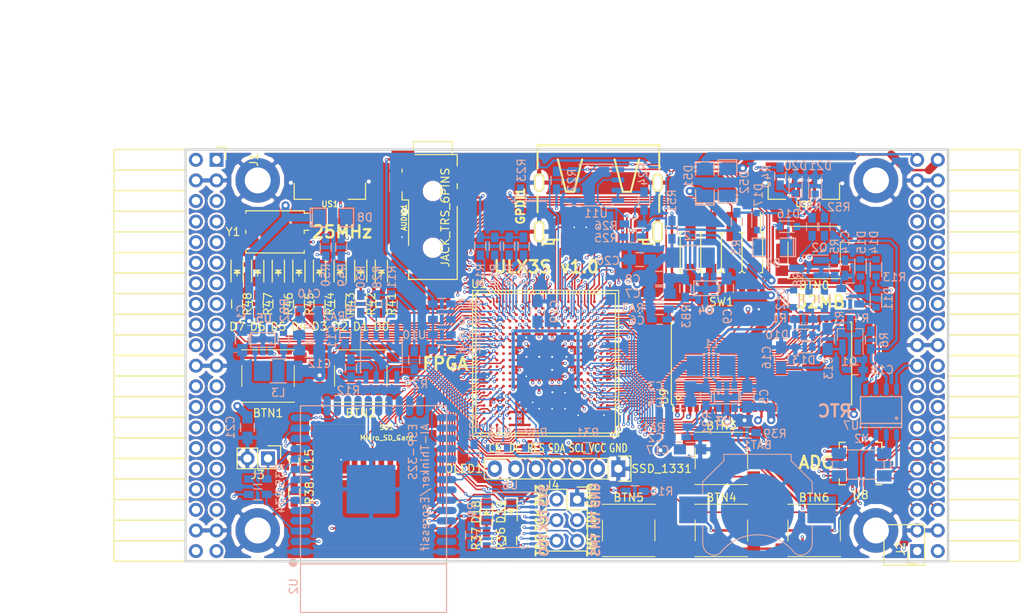
<source format=kicad_pcb>
(kicad_pcb (version 4) (host pcbnew 4.0.7+dfsg1-1)
  (layers (0 F.Cu signal) (1 In1.Cu signal) (2 In2.Cu signal) (31 B.Cu signal) (34 B.Paste user) (35 F.Paste user) (36 B.SilkS user) (37 F.SilkS user) (38 B.Mask user) (39 F.Mask user) (44 Edge.Cuts user))
  (net 0 "")
  (net 1 GND)
  (net 2 +5V)
  (net 3 /gpio/IN5V)
  (net 4 /gpio/OUT5V)
  (net 5 +3V3)
  (net 6 "Net-(L1-Pad1)")
  (net 7 "Net-(L2-Pad1)")
  (net 8 +1V2)
  (net 9 BTN_D)
  (net 10 BTN_F1)
  (net 11 BTN_F2)
  (net 12 BTN_L)
  (net 13 BTN_R)
  (net 14 BTN_U)
  (net 15 /power/FB1)
  (net 16 +2V5)
  (net 17 "Net-(L3-Pad1)")
  (net 18 /power/PWREN)
  (net 19 /power/FB3)
  (net 20 /power/FB2)
  (net 21 "Net-(D9-Pad1)")
  (net 22 /power/VBAT)
  (net 23 JTAG_TDI)
  (net 24 JTAG_TCK)
  (net 25 JTAG_TMS)
  (net 26 JTAG_TDO)
  (net 27 /power/WAKEUPn)
  (net 28 /power/WKUP)
  (net 29 /power/SHUT)
  (net 30 /power/WAKE)
  (net 31 /power/HOLD)
  (net 32 /power/WKn)
  (net 33 /power/OSCI_32k)
  (net 34 /power/OSCO_32k)
  (net 35 "Net-(Q2-Pad3)")
  (net 36 SHUTDOWN)
  (net 37 /analog/AUDIO_L)
  (net 38 /analog/AUDIO_R)
  (net 39 GPDI_5V_SCL)
  (net 40 GPDI_5V_SDA)
  (net 41 GPDI_SDA)
  (net 42 GPDI_SCL)
  (net 43 /gpdi/VREF2)
  (net 44 SD_CMD)
  (net 45 SD_CLK)
  (net 46 SD_D0)
  (net 47 SD_D1)
  (net 48 USB5V)
  (net 49 "Net-(BTN0-Pad1)")
  (net 50 GPDI_CEC)
  (net 51 nRESET)
  (net 52 FTDI_nDTR)
  (net 53 SDRAM_CKE)
  (net 54 SDRAM_A7)
  (net 55 SDRAM_D15)
  (net 56 SDRAM_BA1)
  (net 57 SDRAM_D7)
  (net 58 SDRAM_A6)
  (net 59 SDRAM_CLK)
  (net 60 SDRAM_D13)
  (net 61 SDRAM_BA0)
  (net 62 SDRAM_D6)
  (net 63 SDRAM_A5)
  (net 64 SDRAM_D14)
  (net 65 SDRAM_A11)
  (net 66 SDRAM_D12)
  (net 67 SDRAM_D5)
  (net 68 SDRAM_A4)
  (net 69 SDRAM_A10)
  (net 70 SDRAM_D11)
  (net 71 SDRAM_A3)
  (net 72 SDRAM_D4)
  (net 73 SDRAM_D10)
  (net 74 SDRAM_D9)
  (net 75 SDRAM_A9)
  (net 76 SDRAM_D3)
  (net 77 SDRAM_D8)
  (net 78 SDRAM_A8)
  (net 79 SDRAM_A2)
  (net 80 SDRAM_A1)
  (net 81 SDRAM_A0)
  (net 82 SDRAM_D2)
  (net 83 SDRAM_D1)
  (net 84 SDRAM_D0)
  (net 85 SDRAM_DQM0)
  (net 86 SDRAM_nCS)
  (net 87 SDRAM_nRAS)
  (net 88 SDRAM_DQM1)
  (net 89 SDRAM_nCAS)
  (net 90 SDRAM_nWE)
  (net 91 /flash/FLASH_nWP)
  (net 92 /flash/FLASH_nHOLD)
  (net 93 /flash/FLASH_MOSI)
  (net 94 /flash/FLASH_MISO)
  (net 95 /flash/FLASH_SCK)
  (net 96 /flash/FLASH_nCS)
  (net 97 /flash/FPGA_PROGRAMN)
  (net 98 /flash/FPGA_DONE)
  (net 99 /flash/FPGA_INITN)
  (net 100 OLED_RES)
  (net 101 OLED_DC)
  (net 102 OLED_CS)
  (net 103 WIFI_EN)
  (net 104 FTDI_nRTS)
  (net 105 FTDI_TXD)
  (net 106 FTDI_RXD)
  (net 107 WIFI_RXD)
  (net 108 WIFI_GPIO0)
  (net 109 WIFI_TXD)
  (net 110 GPDI_ETH-)
  (net 111 GPDI_ETH+)
  (net 112 GPDI_D2+)
  (net 113 GPDI_D2-)
  (net 114 GPDI_D1+)
  (net 115 GPDI_D1-)
  (net 116 GPDI_D0+)
  (net 117 GPDI_D0-)
  (net 118 GPDI_CLK+)
  (net 119 GPDI_CLK-)
  (net 120 USB_FTDI_D+)
  (net 121 USB_FTDI_D-)
  (net 122 J1_17-)
  (net 123 J1_17+)
  (net 124 J1_23-)
  (net 125 J1_23+)
  (net 126 J1_25-)
  (net 127 J1_25+)
  (net 128 J1_27-)
  (net 129 J1_27+)
  (net 130 J1_29-)
  (net 131 J1_29+)
  (net 132 J1_31-)
  (net 133 J1_31+)
  (net 134 J1_33-)
  (net 135 J1_33+)
  (net 136 J1_35-)
  (net 137 J1_35+)
  (net 138 J2_5-)
  (net 139 J2_5+)
  (net 140 J2_7-)
  (net 141 J2_7+)
  (net 142 J2_9-)
  (net 143 J2_9+)
  (net 144 J2_13-)
  (net 145 J2_13+)
  (net 146 J2_17-)
  (net 147 J2_17+)
  (net 148 J2_11-)
  (net 149 J2_11+)
  (net 150 J2_23-)
  (net 151 J2_23+)
  (net 152 J1_5-)
  (net 153 J1_5+)
  (net 154 J1_7-)
  (net 155 J1_7+)
  (net 156 J1_9-)
  (net 157 J1_9+)
  (net 158 J1_11-)
  (net 159 J1_11+)
  (net 160 J1_13-)
  (net 161 J1_13+)
  (net 162 J1_15-)
  (net 163 J1_15+)
  (net 164 J2_15-)
  (net 165 J2_15+)
  (net 166 J2_25-)
  (net 167 J2_25+)
  (net 168 J2_27-)
  (net 169 J2_27+)
  (net 170 J2_29-)
  (net 171 J2_29+)
  (net 172 J2_31-)
  (net 173 J2_31+)
  (net 174 J2_33-)
  (net 175 J2_33+)
  (net 176 J2_35-)
  (net 177 J2_35+)
  (net 178 SD_D3)
  (net 179 AUDIO_L3)
  (net 180 AUDIO_L2)
  (net 181 AUDIO_L1)
  (net 182 AUDIO_L0)
  (net 183 AUDIO_R3)
  (net 184 AUDIO_R2)
  (net 185 AUDIO_R1)
  (net 186 AUDIO_R0)
  (net 187 OLED_CLK)
  (net 188 OLED_MOSI)
  (net 189 LED0)
  (net 190 LED1)
  (net 191 LED2)
  (net 192 LED3)
  (net 193 LED4)
  (net 194 LED5)
  (net 195 LED6)
  (net 196 LED7)
  (net 197 BTN_PWRn)
  (net 198 "Net-(J3-Pad1)")
  (net 199 FTDI_nTXLED)
  (net 200 FTDI_nSLEEP)
  (net 201 /blinkey/LED_PWREN)
  (net 202 /blinkey/LED_TXLED)
  (net 203 FT3V3)
  (net 204 /sdcard/SD3V3)
  (net 205 SD_D2)
  (net 206 CLK_25MHz)
  (net 207 /blinkey/BTNPUL)
  (net 208 /blinkey/BTNPUR)
  (net 209 USB_FPGA_D+)
  (net 210 /power/FTDI_nSUSPEND)
  (net 211 /blinkey/ALED0)
  (net 212 /blinkey/ALED1)
  (net 213 /blinkey/ALED2)
  (net 214 /blinkey/ALED3)
  (net 215 /blinkey/ALED4)
  (net 216 /blinkey/ALED5)
  (net 217 /blinkey/ALED6)
  (net 218 /blinkey/ALED7)
  (net 219 /usb/FTD-)
  (net 220 /usb/FTD+)
  (net 221 ADC_MISO)
  (net 222 ADC_MOSI)
  (net 223 ADC_CSn)
  (net 224 ADC_SCLK)
  (net 225 "Net-(R51-Pad2)")
  (net 226 SW3)
  (net 227 SW2)
  (net 228 SW1)
  (net 229 SW0)
  (net 230 USB_FPGA_D-)
  (net 231 /usb/FPD+)
  (net 232 /usb/FPD-)
  (net 233 WIFI_GPIO16)
  (net 234 WIFI_GPIO15)
  (net 235 /usb/ANT_433MHz)
  (module Resistors_SMD:R_0603_HandSoldering (layer B.Cu) (at 154.044 71.326 90)
    (fp_text reference R51 (at 3.556 0 90) (layer B.SilkS) (effects (justify mirror)))
    (fp_text value 220)
    (pad 1 smd rect (at -1.1 0 90) (size 1.2 0.9) (layers B.Cu B.Paste B.Mask) (net 5 +3V3))
    (pad 2 smd rect (at 1.1 0 90) (size 1.2 0.9) (layers B.Cu B.Paste B.Mask) (net 225 "Net-(R51-Pad2)"))
  )
  (module Pin_Headers:Pin_Header_Straight_SMT_02x04 (layer F.Cu) (at 160.14 74.12 180)
    (fp_text reference SW1 (at 0 -6.096 180) (layer F.SilkS))
    (fp_text value DIPSW hide)
    (pad 1 smd rect (at -3.81 3.2 180) (size 1.27 3.6) (layers F.Cu F.Paste F.Mask) (net 226 SW3))
    (pad 2 smd rect (at -1.27 3.2 180) (size 1.27 3.6) (layers F.Cu F.Paste F.Mask) (net 227 SW2))
    (pad 3 smd rect (at 1.27 3.2 180) (size 1.27 3.6) (layers F.Cu F.Paste F.Mask) (net 228 SW1))
    (pad 4 smd rect (at 3.81 3.2 180) (size 1.27 3.6) (layers F.Cu F.Paste F.Mask) (net 229 SW0))
    (pad 5 smd rect (at 3.81 -3.2 180) (size 1.27 3.6) (layers F.Cu F.Paste F.Mask) (net 225 "Net-(R51-Pad2)"))
    (pad 6 smd rect (at 1.27 -3.2 180) (size 1.27 3.6) (layers F.Cu F.Paste F.Mask) (net 225 "Net-(R51-Pad2)"))
    (pad 7 smd rect (at -1.27 -3.2 180) (size 1.27 3.6) (layers F.Cu F.Paste F.Mask) (net 225 "Net-(R51-Pad2)"))
    (pad 8 smd rect (at -3.81 -3.2 180) (size 1.27 3.6) (layers F.Cu F.Paste F.Mask) (net 225 "Net-(R51-Pad2)"))
  )
  (module SMD_Packages:SMD-1206_Pol (layer B.Cu) (at 160.902 65.484 270)
    (fp_text reference D52 (at -0.034 -2.078 270) (layer B.SilkS) (effects (justify mirror)))
    (fp_text value 2A)
    (pad 1 smd rect (at -1.651 0 270) (size 1.524 2.032) (layers B.Cu B.Paste B.Mask) (net 4 /gpio/OUT5V))
    (pad 2 smd rect (at 1.651 0 270) (size 1.524 2.032) (layers B.Cu B.Paste B.Mask) (net 2 +5V))
  )
  (module SMD_Packages:SMD-1206_Pol (layer B.Cu) (at 158.108 65.484 90)
    (fp_text reference D51 (at 0.762 -2.032 90) (layer B.SilkS) (effects (justify mirror)))
    (fp_text value 2A)
    (pad 1 smd rect (at -1.651 0 90) (size 1.524 2.032) (layers B.Cu B.Paste B.Mask) (net 2 +5V))
    (pad 2 smd rect (at 1.651 0 90) (size 1.524 2.032) (layers B.Cu B.Paste B.Mask) (net 3 /gpio/IN5V))
  )
  (module micro-sd:MicroSD_TF02D (layer F.Cu) (at 116.87 110.52 180)
    (fp_text reference SD1 (at -1.995 14.81 180) (layer F.SilkS) (effects (font (size 0.59944 0.59944) (thickness 0.12446))))
    (fp_text value Micro_SD_Card (at -1.995 13.54 180) (layer F.SilkS) (effects (font (size 0.59944 0.59944) (thickness 0.12446))))
    (pad 1 smd rect (at 1.94 11 180) (size 0.7 1.8) (layers F.Cu F.Paste F.Mask) (net 205 SD_D2))
    (pad 2 smd rect (at 0.84 11 180) (size 0.7 1.8) (layers F.Cu F.Paste F.Mask) (net 178 SD_D3))
    (pad 3 smd rect (at -0.26 11 180) (size 0.7 1.8) (layers F.Cu F.Paste F.Mask) (net 44 SD_CMD))
    (pad 4 smd rect (at -1.36 11 180) (size 0.7 1.8) (layers F.Cu F.Paste F.Mask) (net 204 /sdcard/SD3V3))
    (pad 5 smd rect (at -2.46 11 180) (size 0.7 1.8) (layers F.Cu F.Paste F.Mask) (net 45 SD_CLK))
    (pad 6 smd rect (at -3.56 11 180) (size 0.7 1.8) (layers F.Cu F.Paste F.Mask) (net 1 GND))
    (pad 7 smd rect (at -4.66 11 180) (size 0.7 1.8) (layers F.Cu F.Paste F.Mask) (net 46 SD_D0))
    (pad 8 smd rect (at -5.76 11 180) (size 0.7 1.8) (layers F.Cu F.Paste F.Mask) (net 47 SD_D1))
    (pad S smd rect (at -5.05 0.4 180) (size 1.6 1.4) (layers F.Cu F.Paste F.Mask))
    (pad S smd rect (at 0.75 0.4 180) (size 1.8 1.4) (layers F.Cu F.Paste F.Mask))
    (pad G smd rect (at -7.45 13.55 180) (size 1.4 1.9) (layers F.Cu F.Paste F.Mask))
    (pad G smd rect (at 6.6 14.55 180) (size 1.4 1.9) (layers F.Cu F.Paste F.Mask))
  )
  (module Resistors_SMD:R_1210_HandSoldering (layer B.Cu) (at 158.87 88.09 180)
    (fp_text reference L1 (at 0 2.7 180) (layer B.SilkS) (effects (justify mirror)))
    (fp_text value 2.2uH)
    (pad 1 smd rect (at -2 0 180) (size 2 2.5) (layers B.Cu B.Paste B.Mask) (net 6 "Net-(L1-Pad1)"))
    (pad 2 smd rect (at 2 0 180) (size 2 2.5) (layers B.Cu B.Paste B.Mask) (net 8 +1V2))
  )
  (module TSOT-25:TSOT-25 (layer B.Cu) (at 160.775 91.9)
    (fp_text reference U3 (at -0.381 3.048) (layer B.SilkS) (effects (font (thickness 0.2)) (justify mirror)))
    (fp_text value AP3429A)
    (pad 1 smd rect (at -0.95 -1.3) (size 0.7 1.2) (layers B.Cu B.Paste B.Mask) (net 18 /power/PWREN))
    (pad 2 smd rect (at 0 -1.3) (size 0.7 1.2) (layers B.Cu B.Paste B.Mask) (net 1 GND))
    (pad 3 smd rect (at 0.95 -1.3) (size 0.7 1.2) (layers B.Cu B.Paste B.Mask) (net 6 "Net-(L1-Pad1)"))
    (pad 4 smd rect (at 0.95 1.3) (size 0.7 1.2) (layers B.Cu B.Paste B.Mask) (net 2 +5V))
    (pad 5 smd rect (at -0.95 1.3) (size 0.7 1.2) (layers B.Cu B.Paste B.Mask) (net 15 /power/FB1))
  )
  (module Resistors_SMD:R_1210_HandSoldering (layer B.Cu) (at 156.33 74.755 180)
    (fp_text reference L2 (at 0 2.7 180) (layer B.SilkS) (effects (justify mirror)))
    (fp_text value 2.2uH)
    (pad 1 smd rect (at -2 0 180) (size 2 2.5) (layers B.Cu B.Paste B.Mask) (net 7 "Net-(L2-Pad1)"))
    (pad 2 smd rect (at 2 0 180) (size 2 2.5) (layers B.Cu B.Paste B.Mask) (net 5 +3V3))
  )
  (module TSOT-25:TSOT-25 (layer B.Cu) (at 158.235 78.535)
    (fp_text reference U4 (at 0 2.697) (layer B.SilkS) (effects (font (thickness 0.2)) (justify mirror)))
    (fp_text value AP3429A)
    (pad 1 smd rect (at -0.95 -1.3) (size 0.7 1.2) (layers B.Cu B.Paste B.Mask) (net 18 /power/PWREN))
    (pad 2 smd rect (at 0 -1.3) (size 0.7 1.2) (layers B.Cu B.Paste B.Mask) (net 1 GND))
    (pad 3 smd rect (at 0.95 -1.3) (size 0.7 1.2) (layers B.Cu B.Paste B.Mask) (net 7 "Net-(L2-Pad1)"))
    (pad 4 smd rect (at 0.95 1.3) (size 0.7 1.2) (layers B.Cu B.Paste B.Mask) (net 2 +5V))
    (pad 5 smd rect (at -0.95 1.3) (size 0.7 1.2) (layers B.Cu B.Paste B.Mask) (net 19 /power/FB3))
  )
  (module LEDs:LED_0805 (layer F.Cu) (at 118.23 76.66 270)
    (fp_text reference D0 (at 6.604 0 360) (layer F.SilkS))
    (fp_text value LED hide)
    (pad 2 smd rect (at 1.04902 0 90) (size 1.19888 1.19888) (layers F.Cu F.Paste F.Mask) (net 211 /blinkey/ALED0))
    (pad 1 smd rect (at -1.04902 0 90) (size 1.19888 1.19888) (layers F.Cu F.Paste F.Mask) (net 1 GND))
  )
  (module LEDs:LED_0805 (layer F.Cu) (at 115.69 76.66 270)
    (fp_text reference D1 (at 6.604 0 360) (layer F.SilkS))
    (fp_text value LED hide)
    (pad 2 smd rect (at 1.04902 0 90) (size 1.19888 1.19888) (layers F.Cu F.Paste F.Mask) (net 212 /blinkey/ALED1))
    (pad 1 smd rect (at -1.04902 0 90) (size 1.19888 1.19888) (layers F.Cu F.Paste F.Mask) (net 1 GND))
  )
  (module LEDs:LED_0805 (layer F.Cu) (at 113.15 76.66 270)
    (fp_text reference D2 (at 6.604 0 360) (layer F.SilkS))
    (fp_text value LED hide)
    (pad 2 smd rect (at 1.04902 0 90) (size 1.19888 1.19888) (layers F.Cu F.Paste F.Mask) (net 213 /blinkey/ALED2))
    (pad 1 smd rect (at -1.04902 0 90) (size 1.19888 1.19888) (layers F.Cu F.Paste F.Mask) (net 1 GND))
  )
  (module LEDs:LED_0805 (layer F.Cu) (at 110.61 76.66 270)
    (fp_text reference D3 (at 6.604 0 360) (layer F.SilkS))
    (fp_text value LED hide)
    (pad 2 smd rect (at 1.04902 0 90) (size 1.19888 1.19888) (layers F.Cu F.Paste F.Mask) (net 214 /blinkey/ALED3))
    (pad 1 smd rect (at -1.04902 0 90) (size 1.19888 1.19888) (layers F.Cu F.Paste F.Mask) (net 1 GND))
  )
  (module LEDs:LED_0805 (layer F.Cu) (at 108.07 76.66 270)
    (fp_text reference D4 (at 6.604 0 360) (layer F.SilkS))
    (fp_text value LED hide)
    (pad 2 smd rect (at 1.04902 0 90) (size 1.19888 1.19888) (layers F.Cu F.Paste F.Mask) (net 215 /blinkey/ALED4))
    (pad 1 smd rect (at -1.04902 0 90) (size 1.19888 1.19888) (layers F.Cu F.Paste F.Mask) (net 1 GND))
  )
  (module LEDs:LED_0805 (layer F.Cu) (at 105.53 76.66 270)
    (fp_text reference D5 (at 6.604 0 360) (layer F.SilkS))
    (fp_text value LED hide)
    (pad 2 smd rect (at 1.04902 0 90) (size 1.19888 1.19888) (layers F.Cu F.Paste F.Mask) (net 216 /blinkey/ALED5))
    (pad 1 smd rect (at -1.04902 0 90) (size 1.19888 1.19888) (layers F.Cu F.Paste F.Mask) (net 1 GND))
  )
  (module LEDs:LED_0805 (layer F.Cu) (at 102.99 76.66 270)
    (fp_text reference D6 (at 6.604 0 360) (layer F.SilkS))
    (fp_text value LED hide)
    (pad 2 smd rect (at 1.04902 0 90) (size 1.19888 1.19888) (layers F.Cu F.Paste F.Mask) (net 217 /blinkey/ALED6))
    (pad 1 smd rect (at -1.04902 0 90) (size 1.19888 1.19888) (layers F.Cu F.Paste F.Mask) (net 1 GND))
  )
  (module LEDs:LED_0805 (layer F.Cu) (at 100.45 76.66 270)
    (fp_text reference D7 (at 6.604 0 360) (layer F.SilkS))
    (fp_text value LED hide)
    (pad 2 smd rect (at 1.04902 0 90) (size 1.19888 1.19888) (layers F.Cu F.Paste F.Mask) (net 218 /blinkey/ALED7))
    (pad 1 smd rect (at -1.04902 0 90) (size 1.19888 1.19888) (layers F.Cu F.Paste F.Mask) (net 1 GND))
  )
  (module Resistors_SMD:R_1210_HandSoldering (layer B.Cu) (at 105.53 88.725)
    (fp_text reference L3 (at 0 2.7) (layer B.SilkS) (effects (justify mirror)))
    (fp_text value 2.2uH)
    (pad 1 smd rect (at -2 0) (size 2 2.5) (layers B.Cu B.Paste B.Mask) (net 17 "Net-(L3-Pad1)"))
    (pad 2 smd rect (at 2 0) (size 2 2.5) (layers B.Cu B.Paste B.Mask) (net 16 +2V5))
  )
  (module TSOT-25:TSOT-25 (layer B.Cu) (at 103.625 84.915 180)
    (fp_text reference U5 (at -0.127 2.667 180) (layer B.SilkS) (effects (font (thickness 0.2)) (justify mirror)))
    (fp_text value AP3429A)
    (pad 1 smd rect (at -0.95 -1.3 180) (size 0.7 1.2) (layers B.Cu B.Paste B.Mask) (net 18 /power/PWREN))
    (pad 2 smd rect (at 0 -1.3 180) (size 0.7 1.2) (layers B.Cu B.Paste B.Mask) (net 1 GND))
    (pad 3 smd rect (at 0.95 -1.3 180) (size 0.7 1.2) (layers B.Cu B.Paste B.Mask) (net 17 "Net-(L3-Pad1)"))
    (pad 4 smd rect (at 0.95 1.3 180) (size 0.7 1.2) (layers B.Cu B.Paste B.Mask) (net 2 +5V))
    (pad 5 smd rect (at -0.95 1.3 180) (size 0.7 1.2) (layers B.Cu B.Paste B.Mask) (net 20 /power/FB2))
  )
  (module Capacitors_SMD:C_0805_HandSoldering (layer B.Cu) (at 101.085 84.915 270)
    (fp_text reference C1 (at -3.429 0.127 270) (layer B.SilkS) (effects (justify mirror)))
    (fp_text value 22uF)
    (pad 1 smd rect (at -1.25 0 270) (size 1.5 1.25) (layers B.Cu B.Paste B.Mask) (net 2 +5V))
    (pad 2 smd rect (at 1.25 0 270) (size 1.5 1.25) (layers B.Cu B.Paste B.Mask) (net 1 GND))
  )
  (module Capacitors_SMD:C_0805_HandSoldering (layer B.Cu) (at 155.06 90.63)
    (fp_text reference C3 (at -3.048 0) (layer B.SilkS) (effects (justify mirror)))
    (fp_text value 22uF)
    (pad 1 smd rect (at -1.25 0) (size 1.5 1.25) (layers B.Cu B.Paste B.Mask) (net 8 +1V2))
    (pad 2 smd rect (at 1.25 0) (size 1.5 1.25) (layers B.Cu B.Paste B.Mask) (net 1 GND))
  )
  (module Capacitors_SMD:C_0805_HandSoldering (layer B.Cu) (at 155.06 92.535)
    (fp_text reference C4 (at -3.048 0.127) (layer B.SilkS) (effects (justify mirror)))
    (fp_text value 22uF)
    (pad 1 smd rect (at -1.25 0) (size 1.5 1.25) (layers B.Cu B.Paste B.Mask) (net 8 +1V2))
    (pad 2 smd rect (at 1.25 0) (size 1.5 1.25) (layers B.Cu B.Paste B.Mask) (net 1 GND))
  )
  (module Capacitors_SMD:C_0805_HandSoldering (layer B.Cu) (at 163.315 91.9 90)
    (fp_text reference C5 (at 0 2.1 90) (layer B.SilkS) (effects (justify mirror)))
    (fp_text value 22uF)
    (pad 1 smd rect (at -1.25 0 90) (size 1.5 1.25) (layers B.Cu B.Paste B.Mask) (net 2 +5V))
    (pad 2 smd rect (at 1.25 0 90) (size 1.5 1.25) (layers B.Cu B.Paste B.Mask) (net 1 GND))
  )
  (module Capacitors_SMD:C_0805_HandSoldering (layer B.Cu) (at 152.52 79.2)
    (fp_text reference C7 (at -3.302 0) (layer B.SilkS) (effects (justify mirror)))
    (fp_text value 22uF)
    (pad 1 smd rect (at -1.25 0) (size 1.5 1.25) (layers B.Cu B.Paste B.Mask) (net 5 +3V3))
    (pad 2 smd rect (at 1.25 0) (size 1.5 1.25) (layers B.Cu B.Paste B.Mask) (net 1 GND))
  )
  (module Capacitors_SMD:C_0805_HandSoldering (layer B.Cu) (at 152.52 77.295)
    (fp_text reference C8 (at -3.302 0.127) (layer B.SilkS) (effects (justify mirror)))
    (fp_text value 22uF)
    (pad 1 smd rect (at -1.25 0) (size 1.5 1.25) (layers B.Cu B.Paste B.Mask) (net 5 +3V3))
    (pad 2 smd rect (at 1.25 0) (size 1.5 1.25) (layers B.Cu B.Paste B.Mask) (net 1 GND))
  )
  (module Capacitors_SMD:C_0805_HandSoldering (layer B.Cu) (at 160.775 78.565 90)
    (fp_text reference C9 (at -3.429 0.127 90) (layer B.SilkS) (effects (justify mirror)))
    (fp_text value 22uF)
    (pad 1 smd rect (at -1.25 0 90) (size 1.5 1.25) (layers B.Cu B.Paste B.Mask) (net 2 +5V))
    (pad 2 smd rect (at 1.25 0 90) (size 1.5 1.25) (layers B.Cu B.Paste B.Mask) (net 1 GND))
  )
  (module Capacitors_SMD:C_0805_HandSoldering (layer B.Cu) (at 109.34 84.28 180)
    (fp_text reference C11 (at -2.794 -0.254 270) (layer B.SilkS) (effects (justify mirror)))
    (fp_text value 22uF)
    (pad 1 smd rect (at -1.25 0 180) (size 1.5 1.25) (layers B.Cu B.Paste B.Mask) (net 16 +2V5))
    (pad 2 smd rect (at 1.25 0 180) (size 1.5 1.25) (layers B.Cu B.Paste B.Mask) (net 1 GND))
  )
  (module Capacitors_SMD:C_0805_HandSoldering (layer B.Cu) (at 109.34 86.185 180)
    (fp_text reference C12 (at -1.27 -1.651 360) (layer B.SilkS) (effects (justify mirror)))
    (fp_text value 22uF)
    (pad 1 smd rect (at -1.25 0 180) (size 1.5 1.25) (layers B.Cu B.Paste B.Mask) (net 16 +2V5))
    (pad 2 smd rect (at 1.25 0 180) (size 1.5 1.25) (layers B.Cu B.Paste B.Mask) (net 1 GND))
  )
  (module SMD_Packages:SMD-1206_Pol (layer B.Cu) (at 112.261 69.802)
    (fp_text reference D8 (at 3.937 0) (layer B.SilkS) (effects (justify mirror)))
    (fp_text value 2A)
    (pad 1 smd rect (at -1.651 0) (size 1.524 2.032) (layers B.Cu B.Paste B.Mask) (net 2 +5V))
    (pad 2 smd rect (at 1.651 0) (size 1.524 2.032) (layers B.Cu B.Paste B.Mask) (net 48 USB5V))
  )
  (module SMD_Packages:SMD-1206_Pol (layer B.Cu) (at 166.49 73.485 180)
    (fp_text reference D9 (at 0.01 -1.965 180) (layer B.SilkS) (effects (justify mirror)))
    (fp_text value 2A)
    (pad 1 smd rect (at -1.651 0 180) (size 1.524 2.032) (layers B.Cu B.Paste B.Mask) (net 21 "Net-(D9-Pad1)"))
    (pad 2 smd rect (at 1.651 0 180) (size 1.524 2.032) (layers B.Cu B.Paste B.Mask) (net 2 +5V))
  )
  (module Power_Integrations:SO-8 (layer B.Cu) (at 179.825 93.805 180)
    (fp_text reference U7 (at 3.683 -1.651 180) (layer B.SilkS) (effects (justify mirror)))
    (fp_text value PCF8523)
    (pad 1 smd oval (at -1.905 -2.794 180) (size 0.6096 1.4732) (layers B.Cu B.Paste B.Mask) (net 33 /power/OSCI_32k))
    (pad 2 smd oval (at -0.635 -2.794 180) (size 0.6096 1.4732) (layers B.Cu B.Paste B.Mask) (net 34 /power/OSCO_32k))
    (pad 3 smd oval (at 0.635 -2.794 180) (size 0.6096 1.4732) (layers B.Cu B.Paste B.Mask) (net 22 /power/VBAT))
    (pad 4 smd oval (at 1.905 -2.794 180) (size 0.6096 1.4732) (layers B.Cu B.Paste B.Mask) (net 1 GND))
    (pad 5 smd oval (at 1.905 2.794 180) (size 0.6096 1.4732) (layers B.Cu B.Paste B.Mask) (net 41 GPDI_SDA))
    (pad 6 smd oval (at 0.635 2.794 180) (size 0.6096 1.4732) (layers B.Cu B.Paste B.Mask) (net 42 GPDI_SCL))
    (pad 7 smd oval (at -0.635 2.794 180) (size 0.6096 1.4732) (layers B.Cu B.Paste B.Mask) (net 27 /power/WAKEUPn))
    (pad 8 smd oval (at -1.905 2.794 180) (size 0.6096 1.4732) (layers B.Cu B.Paste B.Mask) (net 5 +3V3))
  )
  (module Capacitors_SMD:C_0805_HandSoldering (layer B.Cu) (at 173.221 84.788 90)
    (fp_text reference C13 (at -3.556 0.127 90) (layer B.SilkS) (effects (justify mirror)))
    (fp_text value 2.2uF)
    (pad 1 smd rect (at -1.25 0 90) (size 1.5 1.25) (layers B.Cu B.Paste B.Mask) (net 2 +5V))
    (pad 2 smd rect (at 1.25 0 90) (size 1.5 1.25) (layers B.Cu B.Paste B.Mask) (net 28 /power/WKUP))
  )
  (module Diodes_SMD:D_0805 (layer B.Cu) (at 170.3 84.28)
    (fp_text reference D10 (at -3.302 0) (layer B.SilkS) (effects (justify mirror)))
    (fp_text value 1N4148)
    (pad 1 smd rect (at -1.05 0) (size 0.8 0.9) (layers B.Cu B.Paste B.Mask) (net 30 /power/WAKE))
    (pad 2 smd rect (at 1.05 0) (size 0.8 0.9) (layers B.Cu B.Paste B.Mask) (net 28 /power/WKUP))
  )
  (module Diodes_SMD:D_0805 (layer B.Cu) (at 179.19 79.835 90)
    (fp_text reference D11 (at 0 1.524 90) (layer B.SilkS) (effects (justify mirror)))
    (fp_text value 1N4148)
    (pad 1 smd rect (at -1.05 0 90) (size 0.8 0.9) (layers B.Cu B.Paste B.Mask) (net 31 /power/HOLD))
    (pad 2 smd rect (at 1.05 0 90) (size 0.8 0.9) (layers B.Cu B.Paste B.Mask) (net 5 +3V3))
  )
  (module Diodes_SMD:D_0805 (layer B.Cu) (at 177.285 76.025 270)
    (fp_text reference D15 (at -3.175 -0.127 270) (layer B.SilkS) (effects (justify mirror)))
    (fp_text value BAT42)
    (pad 1 smd rect (at -1.05 0 270) (size 0.8 0.9) (layers B.Cu B.Paste B.Mask) (net 29 /power/SHUT))
    (pad 2 smd rect (at 1.05 0 270) (size 0.8 0.9) (layers B.Cu B.Paste B.Mask) (net 36 SHUTDOWN))
  )
  (module Diodes_SMD:D_0805 (layer B.Cu) (at 169.03 79.835 90)
    (fp_text reference D12 (at 0 -1.6 90) (layer B.SilkS) (effects (justify mirror)))
    (fp_text value 1N4148)
    (pad 1 smd rect (at -1.05 0 90) (size 0.8 0.9) (layers B.Cu B.Paste B.Mask) (net 18 /power/PWREN))
    (pad 2 smd rect (at 1.05 0 90) (size 0.8 0.9) (layers B.Cu B.Paste B.Mask) (net 210 /power/FTDI_nSUSPEND))
  )
  (module TSOP54:TSOP54 (layer F.Cu) (at 165.08 87.8 90)
    (fp_text reference U9 (at -4.1 -12 90) (layer F.SilkS))
    (fp_text value MT48LC16M16A2TG)
    (pad 28 smd rect (at 5.53 10.4 90) (size 0.9 0.56) (layers F.Cu F.Paste F.Mask) (net 1 GND))
    (pad 1 smd rect (at -5.53 -10.4 90) (size 0.9 0.56) (layers F.Cu F.Paste F.Mask) (net 5 +3V3))
    (pad 2 smd rect (at -5.53 -9.6 90) (size 0.9 0.56) (layers F.Cu F.Paste F.Mask) (net 84 SDRAM_D0))
    (pad 3 smd rect (at -5.53 -8.8 90) (size 0.9 0.56) (layers F.Cu F.Paste F.Mask) (net 5 +3V3))
    (pad 4 smd rect (at -5.53 -8 90) (size 0.9 0.56) (layers F.Cu F.Paste F.Mask) (net 83 SDRAM_D1))
    (pad 5 smd rect (at -5.53 -7.2 90) (size 0.9 0.56) (layers F.Cu F.Paste F.Mask) (net 82 SDRAM_D2))
    (pad 6 smd rect (at -5.53 -6.4 90) (size 0.9 0.56) (layers F.Cu F.Paste F.Mask) (net 1 GND))
    (pad 7 smd rect (at -5.53 -5.6 90) (size 0.9 0.56) (layers F.Cu F.Paste F.Mask) (net 76 SDRAM_D3))
    (pad 8 smd rect (at -5.53 -4.8 90) (size 0.9 0.56) (layers F.Cu F.Paste F.Mask) (net 72 SDRAM_D4))
    (pad 9 smd rect (at -5.53 -4 90) (size 0.9 0.56) (layers F.Cu F.Paste F.Mask) (net 5 +3V3))
    (pad 10 smd rect (at -5.53 -3.2 90) (size 0.9 0.56) (layers F.Cu F.Paste F.Mask) (net 67 SDRAM_D5))
    (pad 11 smd rect (at -5.53 -2.4 90) (size 0.9 0.56) (layers F.Cu F.Paste F.Mask) (net 62 SDRAM_D6))
    (pad 12 smd rect (at -5.53 -1.6 90) (size 0.9 0.56) (layers F.Cu F.Paste F.Mask) (net 1 GND))
    (pad 13 smd rect (at -5.53 -0.8 90) (size 0.9 0.56) (layers F.Cu F.Paste F.Mask) (net 57 SDRAM_D7))
    (pad 14 smd rect (at -5.53 0 90) (size 0.9 0.56) (layers F.Cu F.Paste F.Mask) (net 5 +3V3))
    (pad 15 smd rect (at -5.53 0.8 90) (size 0.9 0.56) (layers F.Cu F.Paste F.Mask) (net 85 SDRAM_DQM0))
    (pad 16 smd rect (at -5.53 1.6 90) (size 0.9 0.56) (layers F.Cu F.Paste F.Mask) (net 90 SDRAM_nWE))
    (pad 17 smd rect (at -5.53 2.4 90) (size 0.9 0.56) (layers F.Cu F.Paste F.Mask) (net 89 SDRAM_nCAS))
    (pad 18 smd rect (at -5.53 3.2 90) (size 0.9 0.56) (layers F.Cu F.Paste F.Mask) (net 87 SDRAM_nRAS))
    (pad 19 smd rect (at -5.53 4 90) (size 0.9 0.56) (layers F.Cu F.Paste F.Mask) (net 86 SDRAM_nCS))
    (pad 20 smd rect (at -5.53 4.8 90) (size 0.9 0.56) (layers F.Cu F.Paste F.Mask) (net 61 SDRAM_BA0))
    (pad 21 smd rect (at -5.53 5.6 90) (size 0.9 0.56) (layers F.Cu F.Paste F.Mask) (net 56 SDRAM_BA1))
    (pad 22 smd rect (at -5.53 6.4 90) (size 0.9 0.56) (layers F.Cu F.Paste F.Mask) (net 69 SDRAM_A10))
    (pad 23 smd rect (at -5.53 7.2 90) (size 0.9 0.56) (layers F.Cu F.Paste F.Mask) (net 81 SDRAM_A0))
    (pad 24 smd rect (at -5.53 8 90) (size 0.9 0.56) (layers F.Cu F.Paste F.Mask) (net 80 SDRAM_A1))
    (pad 25 smd rect (at -5.53 8.8 90) (size 0.9 0.56) (layers F.Cu F.Paste F.Mask) (net 79 SDRAM_A2))
    (pad 26 smd rect (at -5.53 9.6 90) (size 0.9 0.56) (layers F.Cu F.Paste F.Mask) (net 71 SDRAM_A3))
    (pad 27 smd rect (at -5.53 10.4 90) (size 0.9 0.56) (layers F.Cu F.Paste F.Mask) (net 5 +3V3))
    (pad 29 smd rect (at 5.53 9.6 90) (size 0.9 0.56) (layers F.Cu F.Paste F.Mask) (net 68 SDRAM_A4))
    (pad 30 smd rect (at 5.53 8.8 90) (size 0.9 0.56) (layers F.Cu F.Paste F.Mask) (net 63 SDRAM_A5))
    (pad 31 smd rect (at 5.53 8 90) (size 0.9 0.56) (layers F.Cu F.Paste F.Mask) (net 58 SDRAM_A6))
    (pad 32 smd rect (at 5.53 7.2 90) (size 0.9 0.56) (layers F.Cu F.Paste F.Mask) (net 54 SDRAM_A7))
    (pad 33 smd rect (at 5.53 6.4 90) (size 0.9 0.56) (layers F.Cu F.Paste F.Mask) (net 78 SDRAM_A8))
    (pad 34 smd rect (at 5.53 5.6 90) (size 0.9 0.56) (layers F.Cu F.Paste F.Mask) (net 75 SDRAM_A9))
    (pad 35 smd rect (at 5.53 4.8 90) (size 0.9 0.56) (layers F.Cu F.Paste F.Mask) (net 65 SDRAM_A11))
    (pad 36 smd rect (at 5.53 4 90) (size 0.9 0.56) (layers F.Cu F.Paste F.Mask))
    (pad 37 smd rect (at 5.53 3.2 90) (size 0.9 0.56) (layers F.Cu F.Paste F.Mask) (net 53 SDRAM_CKE))
    (pad 38 smd rect (at 5.53 2.4 90) (size 0.9 0.56) (layers F.Cu F.Paste F.Mask) (net 59 SDRAM_CLK))
    (pad 39 smd rect (at 5.53 1.6 90) (size 0.9 0.56) (layers F.Cu F.Paste F.Mask) (net 88 SDRAM_DQM1))
    (pad 40 smd rect (at 5.53 0.8 90) (size 0.9 0.56) (layers F.Cu F.Paste F.Mask))
    (pad 41 smd rect (at 5.53 0 90) (size 0.9 0.56) (layers F.Cu F.Paste F.Mask) (net 1 GND))
    (pad 42 smd rect (at 5.53 -0.8 90) (size 0.9 0.56) (layers F.Cu F.Paste F.Mask) (net 77 SDRAM_D8))
    (pad 43 smd rect (at 5.53 -1.6 90) (size 0.9 0.56) (layers F.Cu F.Paste F.Mask) (net 5 +3V3))
    (pad 44 smd rect (at 5.53 -2.4 90) (size 0.9 0.56) (layers F.Cu F.Paste F.Mask) (net 74 SDRAM_D9))
    (pad 45 smd rect (at 5.53 -3.2 90) (size 0.9 0.56) (layers F.Cu F.Paste F.Mask) (net 73 SDRAM_D10))
    (pad 46 smd rect (at 5.53 -4 90) (size 0.9 0.56) (layers F.Cu F.Paste F.Mask) (net 1 GND))
    (pad 47 smd rect (at 5.53 -4.8 90) (size 0.9 0.56) (layers F.Cu F.Paste F.Mask) (net 70 SDRAM_D11))
    (pad 48 smd rect (at 5.53 -5.6 90) (size 0.9 0.56) (layers F.Cu F.Paste F.Mask) (net 66 SDRAM_D12))
    (pad 49 smd rect (at 5.53 -6.4 90) (size 0.9 0.56) (layers F.Cu F.Paste F.Mask) (net 5 +3V3))
    (pad 50 smd rect (at 5.53 -7.2 90) (size 0.9 0.56) (layers F.Cu F.Paste F.Mask) (net 60 SDRAM_D13))
    (pad 51 smd rect (at 5.53 -8 90) (size 0.9 0.56) (layers F.Cu F.Paste F.Mask) (net 64 SDRAM_D14))
    (pad 52 smd rect (at 5.53 -8.8 90) (size 0.9 0.56) (layers F.Cu F.Paste F.Mask) (net 1 GND))
    (pad 53 smd rect (at 5.53 -9.6 90) (size 0.9 0.56) (layers F.Cu F.Paste F.Mask) (net 55 SDRAM_D15))
    (pad 54 smd rect (at 5.53 -10.4 90) (size 0.9 0.56) (layers F.Cu F.Paste F.Mask) (net 1 GND))
  )
  (module TO_SOT_Packages_SMD:SOT-23_Handsoldering (layer B.Cu) (at 176.015 84.28 90)
    (fp_text reference Q1 (at -3.302 -0.127 180) (layer B.SilkS) (effects (justify mirror)))
    (fp_text value BC857)
    (pad 1 smd rect (at -1.5 0.95 90) (size 1.9 0.8) (layers B.Cu B.Paste B.Mask) (net 32 /power/WKn))
    (pad 2 smd rect (at -1.5 -0.95 90) (size 1.9 0.8) (layers B.Cu B.Paste B.Mask) (net 2 +5V))
    (pad 3 smd rect (at 1.5 0 90) (size 1.9 0.8) (layers B.Cu B.Paste B.Mask) (net 28 /power/WKUP))
  )
  (module TO_SOT_Packages_SMD:SOT-23_Handsoldering (layer B.Cu) (at 170.935 76.025 180)
    (fp_text reference Q2 (at -1.295 2.5 180) (layer B.SilkS) (effects (justify mirror)))
    (fp_text value 2N7002)
    (pad 1 smd rect (at -1.5 0.95 180) (size 1.9 0.8) (layers B.Cu B.Paste B.Mask) (net 29 /power/SHUT))
    (pad 2 smd rect (at -1.5 -0.95 180) (size 1.9 0.8) (layers B.Cu B.Paste B.Mask) (net 1 GND))
    (pad 3 smd rect (at 1.5 0 180) (size 1.9 0.8) (layers B.Cu B.Paste B.Mask) (net 35 "Net-(Q2-Pad3)"))
  )
  (module Capacitors_SMD:C_0603_HandSoldering (layer B.Cu) (at 154.86 96.91)
    (fp_text reference C2 (at -2.848 0.07) (layer B.SilkS) (effects (justify mirror)))
    (fp_text value 470pF)
    (pad 1 smd rect (at -0.95 0) (size 1.2 0.75) (layers B.Cu B.Paste B.Mask) (net 8 +1V2))
    (pad 2 smd rect (at 0.95 0) (size 1.2 0.75) (layers B.Cu B.Paste B.Mask) (net 15 /power/FB1))
  )
  (module Capacitors_SMD:C_0603_HandSoldering (layer B.Cu) (at 152.52 82.375)
    (fp_text reference C6 (at -2.794 0.127) (layer B.SilkS) (effects (justify mirror)))
    (fp_text value 470pF)
    (pad 1 smd rect (at -0.95 0) (size 1.2 0.75) (layers B.Cu B.Paste B.Mask) (net 5 +3V3))
    (pad 2 smd rect (at 0.95 0) (size 1.2 0.75) (layers B.Cu B.Paste B.Mask) (net 19 /power/FB3))
  )
  (module Capacitors_SMD:C_0603_HandSoldering (layer B.Cu) (at 109.34 81.105 180)
    (fp_text reference C10 (at 0 1.9 180) (layer B.SilkS) (effects (justify mirror)))
    (fp_text value 470pF)
    (pad 1 smd rect (at -0.95 0 180) (size 1.2 0.75) (layers B.Cu B.Paste B.Mask) (net 16 +2V5))
    (pad 2 smd rect (at 0.95 0 180) (size 1.2 0.75) (layers B.Cu B.Paste B.Mask) (net 20 /power/FB2))
  )
  (module Capacitors_SMD:C_0603_HandSoldering (layer B.Cu) (at 175.38 76.025 270)
    (fp_text reference C14 (at -3.175 0 270) (layer B.SilkS) (effects (justify mirror)))
    (fp_text value 100nF)
    (pad 1 smd rect (at -0.95 0 270) (size 1.2 0.75) (layers B.Cu B.Paste B.Mask) (net 29 /power/SHUT))
    (pad 2 smd rect (at 0.95 0 270) (size 1.2 0.75) (layers B.Cu B.Paste B.Mask) (net 1 GND))
  )
  (module Resistors_SMD:R_0603_HandSoldering (layer B.Cu) (at 170.3 82.375)
    (fp_text reference R1 (at -3.048 -0.127) (layer B.SilkS) (effects (justify mirror)))
    (fp_text value 15k)
    (pad 1 smd rect (at -1.1 0) (size 1.2 0.9) (layers B.Cu B.Paste B.Mask) (net 30 /power/WAKE))
    (pad 2 smd rect (at 1.1 0) (size 1.2 0.9) (layers B.Cu B.Paste B.Mask) (net 18 /power/PWREN))
  )
  (module Resistors_SMD:R_0603_HandSoldering (layer B.Cu) (at 172.84 79.835 90)
    (fp_text reference R2 (at -2.413 1.9 90) (layer B.SilkS) (effects (justify mirror)))
    (fp_text value 47k)
    (pad 1 smd rect (at -1.1 0 90) (size 1.2 0.9) (layers B.Cu B.Paste B.Mask) (net 18 /power/PWREN))
    (pad 2 smd rect (at 1.1 0 90) (size 1.2 0.9) (layers B.Cu B.Paste B.Mask) (net 1 GND))
  )
  (module Resistors_SMD:R_0603_HandSoldering (layer B.Cu) (at 176.015 80.47 180)
    (fp_text reference R4 (at -1.397 -1.778 360) (layer B.SilkS) (effects (justify mirror)))
    (fp_text value 15k)
    (pad 1 smd rect (at -1.1 0 180) (size 1.2 0.9) (layers B.Cu B.Paste B.Mask) (net 31 /power/HOLD))
    (pad 2 smd rect (at 1.1 0 180) (size 1.2 0.9) (layers B.Cu B.Paste B.Mask) (net 18 /power/PWREN))
  )
  (module Resistors_SMD:R_0603_HandSoldering (layer B.Cu) (at 174.11 76.025 270)
    (fp_text reference R5 (at -2.667 0 270) (layer B.SilkS) (effects (justify mirror)))
    (fp_text value 4.7M)
    (pad 1 smd rect (at -1.1 0 270) (size 1.2 0.9) (layers B.Cu B.Paste B.Mask) (net 29 /power/SHUT))
    (pad 2 smd rect (at 1.1 0 270) (size 1.2 0.9) (layers B.Cu B.Paste B.Mask) (net 1 GND))
  )
  (module Resistors_SMD:R_0603_HandSoldering (layer B.Cu) (at 178.555 84.915 270)
    (fp_text reference R6 (at 0 -1.651 270) (layer B.SilkS) (effects (justify mirror)))
    (fp_text value 1k)
    (pad 1 smd rect (at -1.1 0 270) (size 1.2 0.9) (layers B.Cu B.Paste B.Mask) (net 32 /power/WKn))
    (pad 2 smd rect (at 1.1 0 270) (size 1.2 0.9) (layers B.Cu B.Paste B.Mask) (net 27 /power/WAKEUPn))
  )
  (module Resistors_SMD:R_0603_HandSoldering (layer B.Cu) (at 113.785 84.28 270)
    (fp_text reference R7 (at -2.794 -0.635 270) (layer B.SilkS) (effects (justify mirror)))
    (fp_text value 220)
    (pad 1 smd rect (at -1.1 0 270) (size 1.2 0.9) (layers B.Cu B.Paste B.Mask) (net 5 +3V3))
    (pad 2 smd rect (at 1.1 0 270) (size 1.2 0.9) (layers B.Cu B.Paste B.Mask) (net 207 /blinkey/BTNPUL))
  )
  (module Resistors_SMD:R_0603_HandSoldering (layer B.Cu) (at 170.935 79.835 90)
    (fp_text reference R8 (at 2.413 -1.397 90) (layer B.SilkS) (effects (justify mirror)))
    (fp_text value 1k)
    (pad 1 smd rect (at -1.1 0 90) (size 1.2 0.9) (layers B.Cu B.Paste B.Mask) (net 18 /power/PWREN))
    (pad 2 smd rect (at 1.1 0 90) (size 1.2 0.9) (layers B.Cu B.Paste B.Mask) (net 35 "Net-(Q2-Pad3)"))
  )
  (module Resistors_SMD:R_0603_HandSoldering (layer B.Cu) (at 129.28 109 270)
    (fp_text reference R9 (at -3.13 -0.126 270) (layer B.SilkS) (effects (justify mirror)))
    (fp_text value 15k)
    (pad 1 smd rect (at -1.1 0 270) (size 1.2 0.9) (layers B.Cu B.Paste B.Mask) (net 51 nRESET))
    (pad 2 smd rect (at 1.1 0 270) (size 1.2 0.9) (layers B.Cu B.Paste B.Mask) (net 203 FT3V3))
  )
  (module Resistors_SMD:R_0603_HandSoldering (layer B.Cu) (at 149.472 103.584 180)
    (fp_text reference R10 (at -3.302 0 180) (layer B.SilkS) (effects (justify mirror)))
    (fp_text value 220)
    (pad 1 smd rect (at -1.1 0 180) (size 1.2 0.9) (layers B.Cu B.Paste B.Mask) (net 210 /power/FTDI_nSUSPEND))
    (pad 2 smd rect (at 1.1 0 180) (size 1.2 0.9) (layers B.Cu B.Paste B.Mask) (net 200 FTDI_nSLEEP))
  )
  (module Resistors_SMD:R_0603_HandSoldering (layer B.Cu) (at 176.015 78.565 180)
    (fp_text reference R13 (at -5.461 1.397 180) (layer B.SilkS) (effects (justify mirror)))
    (fp_text value 15k)
    (pad 1 smd rect (at -1.1 0 180) (size 1.2 0.9) (layers B.Cu B.Paste B.Mask) (net 36 SHUTDOWN))
    (pad 2 smd rect (at 1.1 0 180) (size 1.2 0.9) (layers B.Cu B.Paste B.Mask) (net 1 GND))
  )
  (module Resistors_SMD:R_0603_HandSoldering (layer B.Cu) (at 154.86 95.64)
    (fp_text reference RA1 (at -3.102 0.07) (layer B.SilkS) (effects (justify mirror)))
    (fp_text value 15k)
    (pad 1 smd rect (at -1.1 0) (size 1.2 0.9) (layers B.Cu B.Paste B.Mask) (net 8 +1V2))
    (pad 2 smd rect (at 1.1 0) (size 1.2 0.9) (layers B.Cu B.Paste B.Mask) (net 15 /power/FB1))
  )
  (module Resistors_SMD:R_0603_HandSoldering (layer B.Cu) (at 109.34 82.375 180)
    (fp_text reference RA2 (at -3.048 0.381 360) (layer B.SilkS) (effects (justify mirror)))
    (fp_text value 15k)
    (pad 1 smd rect (at -1.1 0 180) (size 1.2 0.9) (layers B.Cu B.Paste B.Mask) (net 16 +2V5))
    (pad 2 smd rect (at 1.1 0 180) (size 1.2 0.9) (layers B.Cu B.Paste B.Mask) (net 20 /power/FB2))
  )
  (module Resistors_SMD:R_0603_HandSoldering (layer B.Cu) (at 152.52 81.105)
    (fp_text reference RA3 (at -3.302 -0.127) (layer B.SilkS) (effects (justify mirror)))
    (fp_text value 15k)
    (pad 1 smd rect (at -1.1 0) (size 1.2 0.9) (layers B.Cu B.Paste B.Mask) (net 5 +3V3))
    (pad 2 smd rect (at 1.1 0) (size 1.2 0.9) (layers B.Cu B.Paste B.Mask) (net 19 /power/FB3))
  )
  (module Resistors_SMD:R_0603_HandSoldering (layer B.Cu) (at 158.235 91.9 270)
    (fp_text reference RB1 (at 3.302 -0.127 270) (layer B.SilkS) (effects (justify mirror)))
    (fp_text value 15k)
    (pad 1 smd rect (at -1.1 0 270) (size 1.2 0.9) (layers B.Cu B.Paste B.Mask) (net 1 GND))
    (pad 2 smd rect (at 1.1 0 270) (size 1.2 0.9) (layers B.Cu B.Paste B.Mask) (net 15 /power/FB1))
  )
  (module Resistors_SMD:R_0603_HandSoldering (layer B.Cu) (at 106.165 84.915 90)
    (fp_text reference RB2 (at 3.683 0.127 90) (layer B.SilkS) (effects (justify mirror)))
    (fp_text value 4.7k)
    (pad 1 smd rect (at -1.1 0 90) (size 1.2 0.9) (layers B.Cu B.Paste B.Mask) (net 1 GND))
    (pad 2 smd rect (at 1.1 0 90) (size 1.2 0.9) (layers B.Cu B.Paste B.Mask) (net 20 /power/FB2))
  )
  (module Resistors_SMD:R_0603_HandSoldering (layer B.Cu) (at 155.695 78.565 270)
    (fp_text reference RB3 (at 3.429 -0.127 270) (layer B.SilkS) (effects (justify mirror)))
    (fp_text value 3.3k)
    (pad 1 smd rect (at -1.1 0 270) (size 1.2 0.9) (layers B.Cu B.Paste B.Mask) (net 1 GND))
    (pad 2 smd rect (at 1.1 0 270) (size 1.2 0.9) (layers B.Cu B.Paste B.Mask) (net 19 /power/FB3))
  )
  (module Resistors_SMD:R_0603_HandSoldering (layer B.Cu) (at 125.682 86.185 180)
    (fp_text reference R14 (at -3.47 0.127 180) (layer B.SilkS) (effects (justify mirror)))
    (fp_text value 800)
    (pad 1 smd rect (at -1.1 0 180) (size 1.2 0.9) (layers B.Cu B.Paste B.Mask) (net 179 AUDIO_L3))
    (pad 2 smd rect (at 1.1 0 180) (size 1.2 0.9) (layers B.Cu B.Paste B.Mask) (net 37 /analog/AUDIO_L))
  )
  (module Resistors_SMD:R_0603_HandSoldering (layer B.Cu) (at 125.682 84.279 180)
    (fp_text reference R15 (at -3.47 -0.001 180) (layer B.SilkS) (effects (justify mirror)))
    (fp_text value 400)
    (pad 1 smd rect (at -1.1 0 180) (size 1.2 0.9) (layers B.Cu B.Paste B.Mask) (net 180 AUDIO_L2))
    (pad 2 smd rect (at 1.1 0 180) (size 1.2 0.9) (layers B.Cu B.Paste B.Mask) (net 37 /analog/AUDIO_L))
  )
  (module Resistors_SMD:R_0603_HandSoldering (layer B.Cu) (at 125.682 82.375 180)
    (fp_text reference R16 (at -3.47 -0.127 180) (layer B.SilkS) (effects (justify mirror)))
    (fp_text value 200)
    (pad 1 smd rect (at -1.1 0 180) (size 1.2 0.9) (layers B.Cu B.Paste B.Mask) (net 181 AUDIO_L1))
    (pad 2 smd rect (at 1.1 0 180) (size 1.2 0.9) (layers B.Cu B.Paste B.Mask) (net 37 /analog/AUDIO_L))
  )
  (module Resistors_SMD:R_0603_HandSoldering (layer B.Cu) (at 125.682 80.47 180)
    (fp_text reference R17 (at -3.47 0 180) (layer B.SilkS) (effects (justify mirror)))
    (fp_text value 100)
    (pad 1 smd rect (at -1.1 0 180) (size 1.2 0.9) (layers B.Cu B.Paste B.Mask) (net 182 AUDIO_L0))
    (pad 2 smd rect (at 1.1 0 180) (size 1.2 0.9) (layers B.Cu B.Paste B.Mask) (net 37 /analog/AUDIO_L))
  )
  (module Resistors_SMD:R_0603_HandSoldering (layer B.Cu) (at 130.422 73.358 90)
    (fp_text reference R18 (at -3.556 0 90) (layer B.SilkS) (effects (justify mirror)))
    (fp_text value 800)
    (pad 1 smd rect (at -1.1 0 90) (size 1.2 0.9) (layers B.Cu B.Paste B.Mask) (net 183 AUDIO_R3))
    (pad 2 smd rect (at 1.1 0 90) (size 1.2 0.9) (layers B.Cu B.Paste B.Mask) (net 38 /analog/AUDIO_R))
  )
  (module Resistors_SMD:R_0603_HandSoldering (layer B.Cu) (at 132.2 73.358 90)
    (fp_text reference R19 (at -3.556 0 90) (layer B.SilkS) (effects (justify mirror)))
    (fp_text value 400)
    (pad 1 smd rect (at -1.1 0 90) (size 1.2 0.9) (layers B.Cu B.Paste B.Mask) (net 184 AUDIO_R2))
    (pad 2 smd rect (at 1.1 0 90) (size 1.2 0.9) (layers B.Cu B.Paste B.Mask) (net 38 /analog/AUDIO_R))
  )
  (module Resistors_SMD:R_0603_HandSoldering (layer B.Cu) (at 133.978 73.358 90)
    (fp_text reference R20 (at -3.556 0 90) (layer B.SilkS) (effects (justify mirror)))
    (fp_text value 200)
    (pad 1 smd rect (at -1.1 0 90) (size 1.2 0.9) (layers B.Cu B.Paste B.Mask) (net 185 AUDIO_R1))
    (pad 2 smd rect (at 1.1 0 90) (size 1.2 0.9) (layers B.Cu B.Paste B.Mask) (net 38 /analog/AUDIO_R))
  )
  (module Resistors_SMD:R_0603_HandSoldering (layer B.Cu) (at 135.756 73.358 90)
    (fp_text reference R21 (at -3.556 0 90) (layer B.SilkS) (effects (justify mirror)))
    (fp_text value 100)
    (pad 1 smd rect (at -1.1 0 90) (size 1.2 0.9) (layers B.Cu B.Paste B.Mask) (net 186 AUDIO_R0))
    (pad 2 smd rect (at 1.1 0 90) (size 1.2 0.9) (layers B.Cu B.Paste B.Mask) (net 38 /analog/AUDIO_R))
  )
  (module Housings_SOIC:SOIC-8_3.9x4.9mm_Pitch1.27mm (layer B.Cu) (at 118.23 86.82 270)
    (fp_text reference U10 (at -2.54 -4.064 360) (layer B.SilkS) (effects (justify mirror)))
    (fp_text value S25FL164K0XMFI011)
    (pad 1 smd rect (at -2.7 1.905 270) (size 1.55 0.6) (layers B.Cu B.Paste B.Mask) (net 96 /flash/FLASH_nCS))
    (pad 2 smd rect (at -2.7 0.635 270) (size 1.55 0.6) (layers B.Cu B.Paste B.Mask) (net 94 /flash/FLASH_MISO))
    (pad 3 smd rect (at -2.7 -0.635 270) (size 1.55 0.6) (layers B.Cu B.Paste B.Mask) (net 91 /flash/FLASH_nWP))
    (pad 4 smd rect (at -2.7 -1.905 270) (size 1.55 0.6) (layers B.Cu B.Paste B.Mask) (net 1 GND))
    (pad 5 smd rect (at 2.7 -1.905 270) (size 1.55 0.6) (layers B.Cu B.Paste B.Mask) (net 93 /flash/FLASH_MOSI))
    (pad 6 smd rect (at 2.7 -0.635 270) (size 1.55 0.6) (layers B.Cu B.Paste B.Mask) (net 95 /flash/FLASH_SCK))
    (pad 7 smd rect (at 2.7 0.635 270) (size 1.55 0.6) (layers B.Cu B.Paste B.Mask) (net 92 /flash/FLASH_nHOLD))
    (pad 8 smd rect (at 2.7 1.905 270) (size 1.55 0.6) (layers B.Cu B.Paste B.Mask) (net 5 +3V3))
  )
  (module Capacitors_SMD:C_0603_HandSoldering (layer B.Cu) (at 176.65 88.598)
    (fp_text reference C18 (at 3.302 0) (layer B.SilkS) (effects (justify mirror)))
    (fp_text value 100nF)
    (pad 1 smd rect (at -0.95 0) (size 1.2 0.75) (layers B.Cu B.Paste B.Mask) (net 2 +5V))
    (pad 2 smd rect (at 0.95 0) (size 1.2 0.75) (layers B.Cu B.Paste B.Mask) (net 1 GND))
  )
  (module Housings_SOIC:SOIC-8_3.9x4.9mm_Pitch1.27mm (layer B.Cu) (at 144.68 65.8)
    (fp_text reference U11 (at 0 3.5) (layer B.SilkS) (effects (justify mirror)))
    (fp_text value PCA9306DCTR)
    (pad 1 smd rect (at -2.7 1.905) (size 1.55 0.6) (layers B.Cu B.Paste B.Mask) (net 1 GND))
    (pad 2 smd rect (at -2.7 0.635) (size 1.55 0.6) (layers B.Cu B.Paste B.Mask) (net 5 +3V3))
    (pad 3 smd rect (at -2.7 -0.635) (size 1.55 0.6) (layers B.Cu B.Paste B.Mask) (net 42 GPDI_SCL))
    (pad 4 smd rect (at -2.7 -1.905) (size 1.55 0.6) (layers B.Cu B.Paste B.Mask) (net 41 GPDI_SDA))
    (pad 5 smd rect (at 2.7 -1.905) (size 1.55 0.6) (layers B.Cu B.Paste B.Mask) (net 40 GPDI_5V_SDA))
    (pad 6 smd rect (at 2.7 -0.635) (size 1.55 0.6) (layers B.Cu B.Paste B.Mask) (net 39 GPDI_5V_SCL))
    (pad 7 smd rect (at 2.7 0.635) (size 1.55 0.6) (layers B.Cu B.Paste B.Mask) (net 43 /gpdi/VREF2))
    (pad 8 smd rect (at 2.7 1.905) (size 1.55 0.6) (layers B.Cu B.Paste B.Mask) (net 43 /gpdi/VREF2))
  )
  (module Diodes_SMD:D_0805 (layer B.Cu) (at 170.3 85.804 180)
    (fp_text reference D13 (at 0 -1.6 180) (layer B.SilkS) (effects (justify mirror)))
    (fp_text value 1N4148)
    (pad 1 smd rect (at -1.05 0 180) (size 0.8 0.9) (layers B.Cu B.Paste B.Mask) (net 28 /power/WKUP))
    (pad 2 smd rect (at 1.05 0 180) (size 0.8 0.9) (layers B.Cu B.Paste B.Mask) (net 1 GND))
  )
  (module Diodes_SMD:D_0805 (layer B.Cu) (at 179.19 76.025 90)
    (fp_text reference D14 (at 3.175 -0.254 90) (layer B.SilkS) (effects (justify mirror)))
    (fp_text value 1N4148)
    (pad 1 smd rect (at -1.05 0 90) (size 0.8 0.9) (layers B.Cu B.Paste B.Mask) (net 5 +3V3))
    (pad 2 smd rect (at 1.05 0 90) (size 0.8 0.9) (layers B.Cu B.Paste B.Mask) (net 29 /power/SHUT))
  )
  (module ESP32-footprints-Lib:ESP-32S (layer B.Cu) (at 117.313 101.513)
    (fp_text reference U2 (at -9.9 13.8 90) (layer B.SilkS) (effects (justify mirror)))
    (fp_text value ESP-32S)
    (fp_text user AI-Thinker/Espressif (at 6.3 1.6 270) (layer B.SilkS) (effects (justify mirror)))
    (fp_text user ESP-32S (at 4.8 -2.8 270) (layer B.SilkS) (effects (justify mirror)))
    (pad 38 smd oval (at 8.947434 9.517338 180) (size 2.5 0.9) (layers B.Cu B.Paste B.Mask) (net 1 GND))
    (pad 37 smd oval (at 8.947434 8.247338 180) (size 2.5 0.9) (layers B.Cu B.Paste B.Mask))
    (pad 36 smd oval (at 8.947434 6.977338 180) (size 2.5 0.9) (layers B.Cu B.Paste B.Mask))
    (pad 35 smd oval (at 8.947434 5.707338 180) (size 2.5 0.9) (layers B.Cu B.Paste B.Mask) (net 109 WIFI_TXD))
    (pad 34 smd oval (at 8.947434 4.437338 180) (size 2.5 0.9) (layers B.Cu B.Paste B.Mask) (net 107 WIFI_RXD))
    (pad 33 smd oval (at 8.947434 3.167338 180) (size 2.5 0.9) (layers B.Cu B.Paste B.Mask) (net 25 JTAG_TMS))
    (pad 32 smd oval (at 8.947434 1.897338 180) (size 2.5 0.9) (layers B.Cu B.Paste B.Mask))
    (pad 31 smd oval (at 8.947434 0.627338 180) (size 2.5 0.9) (layers B.Cu B.Paste B.Mask) (net 23 JTAG_TDI))
    (pad 30 smd oval (at 8.947434 -0.642662 180) (size 2.5 0.9) (layers B.Cu B.Paste B.Mask) (net 24 JTAG_TCK))
    (pad 29 smd oval (at 8.947434 -1.912662 180) (size 2.5 0.9) (layers B.Cu B.Paste B.Mask))
    (pad 28 smd oval (at 8.947434 -3.182662 180) (size 2.5 0.9) (layers B.Cu B.Paste B.Mask) (net 26 JTAG_TDO))
    (pad 27 smd oval (at 8.947434 -4.452662 180) (size 2.5 0.9) (layers B.Cu B.Paste B.Mask) (net 233 WIFI_GPIO16))
    (pad 26 smd oval (at 8.947434 -5.722662 180) (size 2.5 0.9) (layers B.Cu B.Paste B.Mask))
    (pad 25 smd oval (at 8.947434 -6.992662 180) (size 2.5 0.9) (layers B.Cu B.Paste B.Mask) (net 108 WIFI_GPIO0))
    (pad 24 smd oval (at 5.662434 -8.482662 180) (size 0.9 2.5) (layers B.Cu B.Paste B.Mask))
    (pad 23 smd oval (at 4.392434 -8.482662 180) (size 0.9 2.5) (layers B.Cu B.Paste B.Mask) (net 234 WIFI_GPIO15))
    (pad 22 smd oval (at 3.122434 -8.482662 180) (size 0.9 2.5) (layers B.Cu B.Paste B.Mask) (net 47 SD_D1))
    (pad 21 smd oval (at 1.852434 -8.482662 180) (size 0.9 2.5) (layers B.Cu B.Paste B.Mask) (net 46 SD_D0))
    (pad 20 smd oval (at 0.582434 -8.482662 180) (size 0.9 2.5) (layers B.Cu B.Paste B.Mask) (net 45 SD_CLK))
    (pad 19 smd oval (at -0.687566 -8.482662 180) (size 0.9 2.5) (layers B.Cu B.Paste B.Mask) (net 44 SD_CMD))
    (pad 18 smd oval (at -1.957566 -8.482662 180) (size 0.9 2.5) (layers B.Cu B.Paste B.Mask))
    (pad 17 smd oval (at -3.227566 -8.482662 180) (size 0.9 2.5) (layers B.Cu B.Paste B.Mask))
    (pad 16 smd oval (at -4.497566 -8.482662 180) (size 0.9 2.5) (layers B.Cu B.Paste B.Mask) (net 128 J1_27-))
    (pad 15 smd oval (at -5.767566 -8.482662 180) (size 0.9 2.5) (layers B.Cu B.Paste B.Mask))
    (pad 14 smd oval (at -9.052566 -6.992662 180) (size 2.5 0.9) (layers B.Cu B.Paste B.Mask) (net 129 J1_27+))
    (pad 13 smd oval (at -9.052566 -5.722662 180) (size 2.5 0.9) (layers B.Cu B.Paste B.Mask) (net 130 J1_29-))
    (pad 12 smd oval (at -9.052566 -4.452662 180) (size 2.5 0.9) (layers B.Cu B.Paste B.Mask) (net 131 J1_29+))
    (pad 11 smd oval (at -9.052566 -3.182662 180) (size 2.5 0.9) (layers B.Cu B.Paste B.Mask) (net 132 J1_31-))
    (pad 10 smd oval (at -9.052566 -1.912662 180) (size 2.5 0.9) (layers B.Cu B.Paste B.Mask) (net 133 J1_31+))
    (pad 9 smd oval (at -9.052566 -0.642662 180) (size 2.5 0.9) (layers B.Cu B.Paste B.Mask) (net 134 J1_33-))
    (pad 8 smd oval (at -9.052566 0.627338 180) (size 2.5 0.9) (layers B.Cu B.Paste B.Mask) (net 135 J1_33+))
    (pad 7 smd oval (at -9.052566 1.897338 180) (size 2.5 0.9) (layers B.Cu B.Paste B.Mask) (net 136 J1_35-))
    (pad 6 smd oval (at -9.052566 3.167338 180) (size 2.5 0.9) (layers B.Cu B.Paste B.Mask) (net 137 J1_35+))
    (pad 5 smd oval (at -9.052566 4.437338 180) (size 2.5 0.9) (layers B.Cu B.Paste B.Mask))
    (pad 4 smd oval (at -9.052566 5.707338 180) (size 2.5 0.9) (layers B.Cu B.Paste B.Mask))
    (pad 3 smd oval (at -9.052566 6.977338 180) (size 2.5 0.9) (layers B.Cu B.Paste B.Mask) (net 103 WIFI_EN))
    (pad 2 smd oval (at -9.052566 8.247338 180) (size 2.5 0.9) (layers B.Cu B.Paste B.Mask) (net 5 +3V3))
    (pad 1 smd oval (at -9.052566 9.517338 180) (size 2.5 0.9) (layers B.Cu B.Paste B.Mask) (net 1 GND))
    (pad 39 smd rect (at -0.352566 1.817338 180) (size 6 6) (layers B.Cu B.Paste B.Mask) (net 1 GND))
  )
  (module Socket_Strips:Socket_Strip_Angled_2x20 (layer F.Cu) (at 97.91 62.69 270)
    (fp_text reference J1 (at 0 -4.6 270) (layer F.SilkS))
    (fp_text value CONN_02X20 hide)
    (pad 1 thru_hole rect (at 0 0 270) (size 1.7272 1.7272) (drill 1.016) (layers *.Cu *.Mask) (net 5 +3V3))
    (pad 2 thru_hole oval (at 0 2.54 270) (size 1.7272 1.7272) (drill 1.016) (layers *.Cu *.Mask) (net 5 +3V3))
    (pad 3 thru_hole oval (at 2.54 0 270) (size 1.7272 1.7272) (drill 1.016) (layers *.Cu *.Mask) (net 1 GND))
    (pad 4 thru_hole oval (at 2.54 2.54 270) (size 1.7272 1.7272) (drill 1.016) (layers *.Cu *.Mask) (net 1 GND))
    (pad 5 thru_hole oval (at 5.08 0 270) (size 1.7272 1.7272) (drill 1.016) (layers *.Cu *.Mask) (net 152 J1_5-))
    (pad 6 thru_hole oval (at 5.08 2.54 270) (size 1.7272 1.7272) (drill 1.016) (layers *.Cu *.Mask) (net 153 J1_5+))
    (pad 7 thru_hole oval (at 7.62 0 270) (size 1.7272 1.7272) (drill 1.016) (layers *.Cu *.Mask) (net 154 J1_7-))
    (pad 8 thru_hole oval (at 7.62 2.54 270) (size 1.7272 1.7272) (drill 1.016) (layers *.Cu *.Mask) (net 155 J1_7+))
    (pad 9 thru_hole oval (at 10.16 0 270) (size 1.7272 1.7272) (drill 1.016) (layers *.Cu *.Mask) (net 156 J1_9-))
    (pad 10 thru_hole oval (at 10.16 2.54 270) (size 1.7272 1.7272) (drill 1.016) (layers *.Cu *.Mask) (net 157 J1_9+))
    (pad 11 thru_hole oval (at 12.7 0 270) (size 1.7272 1.7272) (drill 1.016) (layers *.Cu *.Mask) (net 158 J1_11-))
    (pad 12 thru_hole oval (at 12.7 2.54 270) (size 1.7272 1.7272) (drill 1.016) (layers *.Cu *.Mask) (net 159 J1_11+))
    (pad 13 thru_hole oval (at 15.24 0 270) (size 1.7272 1.7272) (drill 1.016) (layers *.Cu *.Mask) (net 160 J1_13-))
    (pad 14 thru_hole oval (at 15.24 2.54 270) (size 1.7272 1.7272) (drill 1.016) (layers *.Cu *.Mask) (net 161 J1_13+))
    (pad 15 thru_hole oval (at 17.78 0 270) (size 1.7272 1.7272) (drill 1.016) (layers *.Cu *.Mask) (net 162 J1_15-))
    (pad 16 thru_hole oval (at 17.78 2.54 270) (size 1.7272 1.7272) (drill 1.016) (layers *.Cu *.Mask) (net 163 J1_15+))
    (pad 17 thru_hole oval (at 20.32 0 270) (size 1.7272 1.7272) (drill 1.016) (layers *.Cu *.Mask) (net 122 J1_17-))
    (pad 18 thru_hole oval (at 20.32 2.54 270) (size 1.7272 1.7272) (drill 1.016) (layers *.Cu *.Mask) (net 123 J1_17+))
    (pad 19 thru_hole oval (at 22.86 0 270) (size 1.7272 1.7272) (drill 1.016) (layers *.Cu *.Mask) (net 5 +3V3))
    (pad 20 thru_hole oval (at 22.86 2.54 270) (size 1.7272 1.7272) (drill 1.016) (layers *.Cu *.Mask) (net 5 +3V3))
    (pad 21 thru_hole oval (at 25.4 0 270) (size 1.7272 1.7272) (drill 1.016) (layers *.Cu *.Mask) (net 1 GND))
    (pad 22 thru_hole oval (at 25.4 2.54 270) (size 1.7272 1.7272) (drill 1.016) (layers *.Cu *.Mask) (net 1 GND))
    (pad 23 thru_hole oval (at 27.94 0 270) (size 1.7272 1.7272) (drill 1.016) (layers *.Cu *.Mask) (net 124 J1_23-))
    (pad 24 thru_hole oval (at 27.94 2.54 270) (size 1.7272 1.7272) (drill 1.016) (layers *.Cu *.Mask) (net 125 J1_23+))
    (pad 25 thru_hole oval (at 30.48 0 270) (size 1.7272 1.7272) (drill 1.016) (layers *.Cu *.Mask) (net 126 J1_25-))
    (pad 26 thru_hole oval (at 30.48 2.54 270) (size 1.7272 1.7272) (drill 1.016) (layers *.Cu *.Mask) (net 127 J1_25+))
    (pad 27 thru_hole oval (at 33.02 0 270) (size 1.7272 1.7272) (drill 1.016) (layers *.Cu *.Mask) (net 128 J1_27-))
    (pad 28 thru_hole oval (at 33.02 2.54 270) (size 1.7272 1.7272) (drill 1.016) (layers *.Cu *.Mask) (net 129 J1_27+))
    (pad 29 thru_hole oval (at 35.56 0 270) (size 1.7272 1.7272) (drill 1.016) (layers *.Cu *.Mask) (net 130 J1_29-))
    (pad 30 thru_hole oval (at 35.56 2.54 270) (size 1.7272 1.7272) (drill 1.016) (layers *.Cu *.Mask) (net 131 J1_29+))
    (pad 31 thru_hole oval (at 38.1 0 270) (size 1.7272 1.7272) (drill 1.016) (layers *.Cu *.Mask) (net 132 J1_31-))
    (pad 32 thru_hole oval (at 38.1 2.54 270) (size 1.7272 1.7272) (drill 1.016) (layers *.Cu *.Mask) (net 133 J1_31+))
    (pad 33 thru_hole oval (at 40.64 0 270) (size 1.7272 1.7272) (drill 1.016) (layers *.Cu *.Mask) (net 134 J1_33-))
    (pad 34 thru_hole oval (at 40.64 2.54 270) (size 1.7272 1.7272) (drill 1.016) (layers *.Cu *.Mask) (net 135 J1_33+))
    (pad 35 thru_hole oval (at 43.18 0 270) (size 1.7272 1.7272) (drill 1.016) (layers *.Cu *.Mask) (net 136 J1_35-))
    (pad 36 thru_hole oval (at 43.18 2.54 270) (size 1.7272 1.7272) (drill 1.016) (layers *.Cu *.Mask) (net 137 J1_35+))
    (pad 37 thru_hole oval (at 45.72 0 270) (size 1.7272 1.7272) (drill 1.016) (layers *.Cu *.Mask) (net 1 GND))
    (pad 38 thru_hole oval (at 45.72 2.54 270) (size 1.7272 1.7272) (drill 1.016) (layers *.Cu *.Mask) (net 1 GND))
    (pad 39 thru_hole oval (at 48.26 0 270) (size 1.7272 1.7272) (drill 1.016) (layers *.Cu *.Mask) (net 5 +3V3))
    (pad 40 thru_hole oval (at 48.26 2.54 270) (size 1.7272 1.7272) (drill 1.016) (layers *.Cu *.Mask) (net 5 +3V3))
  )
  (module Socket_Strips:Socket_Strip_Angled_2x20 (layer F.Cu) (at 184.27 110.95 90)
    (fp_text reference J2 (at 0.254 -2.032 90) (layer F.SilkS))
    (fp_text value CONN_02X20 hide)
    (pad 1 thru_hole rect (at 0 0 90) (size 1.7272 1.7272) (drill 1.016) (layers *.Cu *.Mask) (net 5 +3V3))
    (pad 2 thru_hole oval (at 0 2.54 90) (size 1.7272 1.7272) (drill 1.016) (layers *.Cu *.Mask) (net 5 +3V3))
    (pad 3 thru_hole oval (at 2.54 0 90) (size 1.7272 1.7272) (drill 1.016) (layers *.Cu *.Mask) (net 1 GND))
    (pad 4 thru_hole oval (at 2.54 2.54 90) (size 1.7272 1.7272) (drill 1.016) (layers *.Cu *.Mask) (net 1 GND))
    (pad 5 thru_hole oval (at 5.08 0 90) (size 1.7272 1.7272) (drill 1.016) (layers *.Cu *.Mask) (net 138 J2_5-))
    (pad 6 thru_hole oval (at 5.08 2.54 90) (size 1.7272 1.7272) (drill 1.016) (layers *.Cu *.Mask) (net 139 J2_5+))
    (pad 7 thru_hole oval (at 7.62 0 90) (size 1.7272 1.7272) (drill 1.016) (layers *.Cu *.Mask) (net 140 J2_7-))
    (pad 8 thru_hole oval (at 7.62 2.54 90) (size 1.7272 1.7272) (drill 1.016) (layers *.Cu *.Mask) (net 141 J2_7+))
    (pad 9 thru_hole oval (at 10.16 0 90) (size 1.7272 1.7272) (drill 1.016) (layers *.Cu *.Mask) (net 142 J2_9-))
    (pad 10 thru_hole oval (at 10.16 2.54 90) (size 1.7272 1.7272) (drill 1.016) (layers *.Cu *.Mask) (net 143 J2_9+))
    (pad 11 thru_hole oval (at 12.7 0 90) (size 1.7272 1.7272) (drill 1.016) (layers *.Cu *.Mask) (net 148 J2_11-))
    (pad 12 thru_hole oval (at 12.7 2.54 90) (size 1.7272 1.7272) (drill 1.016) (layers *.Cu *.Mask) (net 149 J2_11+))
    (pad 13 thru_hole oval (at 15.24 0 90) (size 1.7272 1.7272) (drill 1.016) (layers *.Cu *.Mask) (net 144 J2_13-))
    (pad 14 thru_hole oval (at 15.24 2.54 90) (size 1.7272 1.7272) (drill 1.016) (layers *.Cu *.Mask) (net 145 J2_13+))
    (pad 15 thru_hole oval (at 17.78 0 90) (size 1.7272 1.7272) (drill 1.016) (layers *.Cu *.Mask) (net 164 J2_15-))
    (pad 16 thru_hole oval (at 17.78 2.54 90) (size 1.7272 1.7272) (drill 1.016) (layers *.Cu *.Mask) (net 165 J2_15+))
    (pad 17 thru_hole oval (at 20.32 0 90) (size 1.7272 1.7272) (drill 1.016) (layers *.Cu *.Mask) (net 146 J2_17-))
    (pad 18 thru_hole oval (at 20.32 2.54 90) (size 1.7272 1.7272) (drill 1.016) (layers *.Cu *.Mask) (net 147 J2_17+))
    (pad 19 thru_hole oval (at 22.86 0 90) (size 1.7272 1.7272) (drill 1.016) (layers *.Cu *.Mask) (net 5 +3V3))
    (pad 20 thru_hole oval (at 22.86 2.54 90) (size 1.7272 1.7272) (drill 1.016) (layers *.Cu *.Mask) (net 5 +3V3))
    (pad 21 thru_hole oval (at 25.4 0 90) (size 1.7272 1.7272) (drill 1.016) (layers *.Cu *.Mask) (net 1 GND))
    (pad 22 thru_hole oval (at 25.4 2.54 90) (size 1.7272 1.7272) (drill 1.016) (layers *.Cu *.Mask) (net 1 GND))
    (pad 23 thru_hole oval (at 27.94 0 90) (size 1.7272 1.7272) (drill 1.016) (layers *.Cu *.Mask) (net 150 J2_23-))
    (pad 24 thru_hole oval (at 27.94 2.54 90) (size 1.7272 1.7272) (drill 1.016) (layers *.Cu *.Mask) (net 151 J2_23+))
    (pad 25 thru_hole oval (at 30.48 0 90) (size 1.7272 1.7272) (drill 1.016) (layers *.Cu *.Mask) (net 166 J2_25-))
    (pad 26 thru_hole oval (at 30.48 2.54 90) (size 1.7272 1.7272) (drill 1.016) (layers *.Cu *.Mask) (net 167 J2_25+))
    (pad 27 thru_hole oval (at 33.02 0 90) (size 1.7272 1.7272) (drill 1.016) (layers *.Cu *.Mask) (net 168 J2_27-))
    (pad 28 thru_hole oval (at 33.02 2.54 90) (size 1.7272 1.7272) (drill 1.016) (layers *.Cu *.Mask) (net 169 J2_27+))
    (pad 29 thru_hole oval (at 35.56 0 90) (size 1.7272 1.7272) (drill 1.016) (layers *.Cu *.Mask) (net 170 J2_29-))
    (pad 30 thru_hole oval (at 35.56 2.54 90) (size 1.7272 1.7272) (drill 1.016) (layers *.Cu *.Mask) (net 171 J2_29+))
    (pad 31 thru_hole oval (at 38.1 0 90) (size 1.7272 1.7272) (drill 1.016) (layers *.Cu *.Mask) (net 172 J2_31-))
    (pad 32 thru_hole oval (at 38.1 2.54 90) (size 1.7272 1.7272) (drill 1.016) (layers *.Cu *.Mask) (net 173 J2_31+))
    (pad 33 thru_hole oval (at 40.64 0 90) (size 1.7272 1.7272) (drill 1.016) (layers *.Cu *.Mask) (net 174 J2_33-))
    (pad 34 thru_hole oval (at 40.64 2.54 90) (size 1.7272 1.7272) (drill 1.016) (layers *.Cu *.Mask) (net 175 J2_33+))
    (pad 35 thru_hole oval (at 43.18 0 90) (size 1.7272 1.7272) (drill 1.016) (layers *.Cu *.Mask) (net 176 J2_35-))
    (pad 36 thru_hole oval (at 43.18 2.54 90) (size 1.7272 1.7272) (drill 1.016) (layers *.Cu *.Mask) (net 177 J2_35+))
    (pad 37 thru_hole oval (at 45.72 0 90) (size 1.7272 1.7272) (drill 1.016) (layers *.Cu *.Mask) (net 1 GND))
    (pad 38 thru_hole oval (at 45.72 2.54 90) (size 1.7272 1.7272) (drill 1.016) (layers *.Cu *.Mask) (net 1 GND))
    (pad 39 thru_hole oval (at 48.26 0 90) (size 1.7272 1.7272) (drill 1.016) (layers *.Cu *.Mask) (net 3 /gpio/IN5V))
    (pad 40 thru_hole oval (at 48.26 2.54 90) (size 1.7272 1.7272) (drill 1.016) (layers *.Cu *.Mask) (net 4 /gpio/OUT5V))
  )
  (module Mounting_Holes:MountingHole_3.2mm_M3_ISO14580_Pad (layer F.Cu) (at 102.99 108.41)
    (fp_text reference H1 hide)
    (fp_text value HOLE hide)
    (pad 1 thru_hole circle (at 0 0) (size 5.5 5.5) (drill 3.2) (layers *.Cu *.Mask) (net 1 GND))
  )
  (module Mounting_Holes:MountingHole_3.2mm_M3_ISO14580_Pad (layer F.Cu) (at 179.19 108.41)
    (fp_text reference H2 hide)
    (fp_text value HOLE hide)
    (pad 1 thru_hole circle (at 0 0) (size 5.5 5.5) (drill 3.2) (layers *.Cu *.Mask) (net 1 GND))
  )
  (module Mounting_Holes:MountingHole_3.2mm_M3_ISO14580_Pad (layer F.Cu) (at 179.19 65.23)
    (fp_text reference H3 hide)
    (fp_text value HOLE hide)
    (pad 1 thru_hole circle (at 0 0) (size 5.5 5.5) (drill 3.2) (layers *.Cu *.Mask) (net 1 GND))
  )
  (module Mounting_Holes:MountingHole_3.2mm_M3_ISO14580_Pad (layer F.Cu) (at 102.99 65.23)
    (fp_text reference H4 hide)
    (fp_text value HOLE hide)
    (pad 1 thru_hole circle (at 0 0) (size 5.5 5.5) (drill 3.2) (layers *.Cu *.Mask) (net 1 GND))
  )
  (module Diodes_SMD:D_0805 (layer B.Cu) (at 168.395 70.945)
    (fp_text reference D16 (at 0 -1.6) (layer B.SilkS) (effects (justify mirror)))
    (fp_text value 1N4148)
    (pad 1 smd rect (at -1.05 0) (size 0.8 0.9) (layers B.Cu B.Paste B.Mask) (net 49 "Net-(BTN0-Pad1)"))
    (pad 2 smd rect (at 1.05 0) (size 0.8 0.9) (layers B.Cu B.Paste B.Mask) (net 27 /power/WAKEUPn))
  )
  (module Diodes_SMD:D_0805 (layer B.Cu) (at 164.585 70.31 270)
    (fp_text reference D17 (at -3.302 -0.127 270) (layer B.SilkS) (effects (justify mirror)))
    (fp_text value 1N4148)
    (pad 1 smd rect (at -1.05 0 270) (size 0.8 0.9) (layers B.Cu B.Paste B.Mask) (net 49 "Net-(BTN0-Pad1)"))
    (pad 2 smd rect (at 1.05 0 270) (size 0.8 0.9) (layers B.Cu B.Paste B.Mask) (net 197 BTN_PWRn))
  )
  (module Resistors_SMD:R_0603_HandSoldering (layer B.Cu) (at 162.045 70.31 90)
    (fp_text reference R3 (at -3.14 -0.065 90) (layer B.SilkS) (effects (justify mirror)))
    (fp_text value 4.7k)
    (pad 1 smd rect (at -1.1 0 90) (size 1.2 0.9) (layers B.Cu B.Paste B.Mask) (net 2 +5V))
    (pad 2 smd rect (at 1.1 0 90) (size 1.2 0.9) (layers B.Cu B.Paste B.Mask) (net 49 "Net-(BTN0-Pad1)"))
  )
  (module Resistors_SMD:R_0603_HandSoldering (layer B.Cu) (at 139.82 65.23 90)
    (fp_text reference R22 (at 0 1.9 90) (layer B.SilkS) (effects (justify mirror)))
    (fp_text value 2.2k)
    (pad 1 smd rect (at -1.1 0 90) (size 1.2 0.9) (layers B.Cu B.Paste B.Mask) (net 5 +3V3))
    (pad 2 smd rect (at 1.1 0 90) (size 1.2 0.9) (layers B.Cu B.Paste B.Mask) (net 41 GPDI_SDA))
  )
  (module Resistors_SMD:R_0603_HandSoldering (layer B.Cu) (at 135.375 67.432 90)
    (fp_text reference R23 (at 3.472 0.127 90) (layer B.SilkS) (effects (justify mirror)))
    (fp_text value 2.2k)
    (pad 1 smd rect (at -1.1 0 90) (size 1.2 0.9) (layers B.Cu B.Paste B.Mask) (net 5 +3V3))
    (pad 2 smd rect (at 1.1 0 90) (size 1.2 0.9) (layers B.Cu B.Paste B.Mask) (net 42 GPDI_SCL))
  )
  (module Resistors_SMD:R_0603_HandSoldering (layer B.Cu) (at 150.615 67.77 90)
    (fp_text reference R24 (at 3.302 -0.127 90) (layer B.SilkS) (effects (justify mirror)))
    (fp_text value 100k)
    (pad 1 smd rect (at -1.1 0 90) (size 1.2 0.9) (layers B.Cu B.Paste B.Mask) (net 2 +5V))
    (pad 2 smd rect (at 1.1 0 90) (size 1.2 0.9) (layers B.Cu B.Paste B.Mask) (net 43 /gpdi/VREF2))
  )
  (module Resistors_SMD:R_0603_HandSoldering (layer B.Cu) (at 149.175 72.215 180)
    (fp_text reference R25 (at 3.259 -0.127 180) (layer B.SilkS) (effects (justify mirror)))
    (fp_text value 470)
    (pad 1 smd rect (at -1.1 0 180) (size 1.2 0.9) (layers B.Cu B.Paste B.Mask) (net 2 +5V))
    (pad 2 smd rect (at 1.1 0 180) (size 1.2 0.9) (layers B.Cu B.Paste B.Mask) (net 39 GPDI_5V_SCL))
  )
  (module Resistors_SMD:R_0603_HandSoldering (layer B.Cu) (at 149.28 70.6 180)
    (fp_text reference R26 (at 3.364 -0.218 180) (layer B.SilkS) (effects (justify mirror)))
    (fp_text value 470)
    (pad 1 smd rect (at -1.1 0 180) (size 1.2 0.9) (layers B.Cu B.Paste B.Mask) (net 2 +5V))
    (pad 2 smd rect (at 1.1 0 180) (size 1.2 0.9) (layers B.Cu B.Paste B.Mask) (net 40 GPDI_5V_SDA))
  )
  (module Housings_SSOP:SSOP-20_4.4x6.5mm_Pitch0.65mm (layer B.Cu) (at 134.105 107.14 180)
    (fp_text reference U6 (at 0 4.3 180) (layer B.SilkS) (effects (justify mirror)))
    (fp_text value FT231XS)
    (pad 1 smd rect (at -2.9 2.925 180) (size 1 0.4) (layers B.Cu B.Paste B.Mask) (net 52 FTDI_nDTR))
    (pad 2 smd rect (at -2.9 2.275 180) (size 1 0.4) (layers B.Cu B.Paste B.Mask) (net 104 FTDI_nRTS))
    (pad 3 smd rect (at -2.9 1.625 180) (size 1 0.4) (layers B.Cu B.Paste B.Mask) (net 203 FT3V3))
    (pad 4 smd rect (at -2.9 0.975 180) (size 1 0.4) (layers B.Cu B.Paste B.Mask) (net 106 FTDI_RXD))
    (pad 5 smd rect (at -2.9 0.325 180) (size 1 0.4) (layers B.Cu B.Paste B.Mask) (net 23 JTAG_TDI))
    (pad 6 smd rect (at -2.9 -0.325 180) (size 1 0.4) (layers B.Cu B.Paste B.Mask) (net 1 GND))
    (pad 7 smd rect (at -2.9 -0.975 180) (size 1 0.4) (layers B.Cu B.Paste B.Mask) (net 24 JTAG_TCK))
    (pad 8 smd rect (at -2.9 -1.625 180) (size 1 0.4) (layers B.Cu B.Paste B.Mask) (net 25 JTAG_TMS))
    (pad 9 smd rect (at -2.9 -2.275 180) (size 1 0.4) (layers B.Cu B.Paste B.Mask) (net 26 JTAG_TDO))
    (pad 10 smd rect (at -2.9 -2.925 180) (size 1 0.4) (layers B.Cu B.Paste B.Mask) (net 199 FTDI_nTXLED))
    (pad 11 smd rect (at 2.9 -2.925 180) (size 1 0.4) (layers B.Cu B.Paste B.Mask) (net 120 USB_FTDI_D+))
    (pad 12 smd rect (at 2.9 -2.275 180) (size 1 0.4) (layers B.Cu B.Paste B.Mask) (net 121 USB_FTDI_D-))
    (pad 13 smd rect (at 2.9 -1.625 180) (size 1 0.4) (layers B.Cu B.Paste B.Mask) (net 203 FT3V3))
    (pad 14 smd rect (at 2.9 -0.975 180) (size 1 0.4) (layers B.Cu B.Paste B.Mask) (net 51 nRESET))
    (pad 15 smd rect (at 2.9 -0.325 180) (size 1 0.4) (layers B.Cu B.Paste B.Mask) (net 2 +5V))
    (pad 16 smd rect (at 2.9 0.325 180) (size 1 0.4) (layers B.Cu B.Paste B.Mask) (net 1 GND))
    (pad 17 smd rect (at 2.9 0.975 180) (size 1 0.4) (layers B.Cu B.Paste B.Mask))
    (pad 18 smd rect (at 2.9 1.625 180) (size 1 0.4) (layers B.Cu B.Paste B.Mask))
    (pad 19 smd rect (at 2.9 2.275 180) (size 1 0.4) (layers B.Cu B.Paste B.Mask) (net 200 FTDI_nSLEEP))
    (pad 20 smd rect (at 2.9 2.925 180) (size 1 0.4) (layers B.Cu B.Paste B.Mask) (net 105 FTDI_TXD))
  )
  (module Resistors_SMD:R_0603_HandSoldering (layer B.Cu) (at 119.5 80.47 270)
    (fp_text reference R11 (at -3.302 0 270) (layer B.SilkS) (effects (justify mirror)))
    (fp_text value 10k)
    (pad 1 smd rect (at -1.1 0 270) (size 1.2 0.9) (layers B.Cu B.Paste B.Mask) (net 5 +3V3))
    (pad 2 smd rect (at 1.1 0 270) (size 1.2 0.9) (layers B.Cu B.Paste B.Mask) (net 91 /flash/FLASH_nWP))
  )
  (module Resistors_SMD:R_0603_HandSoldering (layer B.Cu) (at 114.48 88.4 90)
    (fp_text reference R12 (at -2.738 -0.314 180) (layer B.SilkS) (effects (justify mirror)))
    (fp_text value 10k)
    (pad 1 smd rect (at -1.1 0 90) (size 1.2 0.9) (layers B.Cu B.Paste B.Mask) (net 5 +3V3))
    (pad 2 smd rect (at 1.1 0 90) (size 1.2 0.9) (layers B.Cu B.Paste B.Mask) (net 92 /flash/FLASH_nHOLD))
  )
  (module Resistors_SMD:R_0603_HandSoldering (layer B.Cu) (at 129.66 98.885 90)
    (fp_text reference R27 (at 3.429 0 90) (layer B.SilkS) (effects (justify mirror)))
    (fp_text value 10k)
    (pad 1 smd rect (at -1.1 0 90) (size 1.2 0.9) (layers B.Cu B.Paste B.Mask) (net 5 +3V3))
    (pad 2 smd rect (at 1.1 0 90) (size 1.2 0.9) (layers B.Cu B.Paste B.Mask) (net 93 /flash/FLASH_MOSI))
  )
  (module Resistors_SMD:R_0603_HandSoldering (layer B.Cu) (at 117.595 80.47 270)
    (fp_text reference R28 (at -3.302 -0.127 270) (layer B.SilkS) (effects (justify mirror)))
    (fp_text value 10k)
    (pad 1 smd rect (at -1.1 0 270) (size 1.2 0.9) (layers B.Cu B.Paste B.Mask) (net 5 +3V3))
    (pad 2 smd rect (at 1.1 0 270) (size 1.2 0.9) (layers B.Cu B.Paste B.Mask) (net 94 /flash/FLASH_MISO))
  )
  (module Resistors_SMD:R_0603_HandSoldering (layer B.Cu) (at 122.28 87.4 270)
    (fp_text reference R29 (at 2.976 -0.268 360) (layer B.SilkS) (effects (justify mirror)))
    (fp_text value 1k)
    (pad 1 smd rect (at -1.1 0 270) (size 1.2 0.9) (layers B.Cu B.Paste B.Mask) (net 5 +3V3))
    (pad 2 smd rect (at 1.1 0 270) (size 1.2 0.9) (layers B.Cu B.Paste B.Mask) (net 95 /flash/FLASH_SCK))
  )
  (module Resistors_SMD:R_0603_HandSoldering (layer B.Cu) (at 115.69 80.47 270)
    (fp_text reference R30 (at -3.302 0 270) (layer B.SilkS) (effects (justify mirror)))
    (fp_text value 4.7k)
    (pad 1 smd rect (at -1.1 0 270) (size 1.2 0.9) (layers B.Cu B.Paste B.Mask) (net 5 +3V3))
    (pad 2 smd rect (at 1.1 0 270) (size 1.2 0.9) (layers B.Cu B.Paste B.Mask) (net 96 /flash/FLASH_nCS))
  )
  (module Resistors_SMD:R_0603_HandSoldering (layer B.Cu) (at 143.63 98.25 180)
    (fp_text reference R31 (at 0 1.9 180) (layer B.SilkS) (effects (justify mirror)))
    (fp_text value 10k)
    (pad 1 smd rect (at -1.1 0 180) (size 1.2 0.9) (layers B.Cu B.Paste B.Mask) (net 5 +3V3))
    (pad 2 smd rect (at 1.1 0 180) (size 1.2 0.9) (layers B.Cu B.Paste B.Mask) (net 97 /flash/FPGA_PROGRAMN))
  )
  (module Resistors_SMD:R_0603_HandSoldering (layer B.Cu) (at 137.28 98.25 180)
    (fp_text reference R32 (at 0 1.9 180) (layer B.SilkS) (effects (justify mirror)))
    (fp_text value 10k)
    (pad 1 smd rect (at -1.1 0 180) (size 1.2 0.9) (layers B.Cu B.Paste B.Mask) (net 5 +3V3))
    (pad 2 smd rect (at 1.1 0 180) (size 1.2 0.9) (layers B.Cu B.Paste B.Mask) (net 98 /flash/FPGA_DONE))
  )
  (module Resistors_SMD:R_0603_HandSoldering (layer B.Cu) (at 132.835 98.25 180)
    (fp_text reference R33 (at 0 1.9 180) (layer B.SilkS) (effects (justify mirror)))
    (fp_text value 10k)
    (pad 1 smd rect (at -1.1 0 180) (size 1.2 0.9) (layers B.Cu B.Paste B.Mask) (net 5 +3V3))
    (pad 2 smd rect (at 1.1 0 180) (size 1.2 0.9) (layers B.Cu B.Paste B.Mask) (net 99 /flash/FPGA_INITN))
  )
  (module Resistors_SMD:R_0603_HandSoldering (layer B.Cu) (at 102.99 103.965)
    (fp_text reference R34 (at 2.794 0.889 90) (layer B.SilkS) (effects (justify mirror)))
    (fp_text value 15k)
    (pad 1 smd rect (at -1.1 0) (size 1.2 0.9) (layers B.Cu B.Paste B.Mask) (net 5 +3V3))
    (pad 2 smd rect (at 1.1 0) (size 1.2 0.9) (layers B.Cu B.Paste B.Mask) (net 103 WIFI_EN))
  )
  (module oscxo:Crystal_SMD_7050_4Pads (layer F.Cu) (at 105.124 71.58 180)
    (fp_text reference Y1 (at 5.182 0 180) (layer F.SilkS))
    (fp_text value FNETHE025 hide)
    (pad 1 smd rect (at -3.15 1.25 180) (size 2.2 1.4) (layers F.Cu F.Paste F.Mask) (net 5 +3V3))
    (pad 2 smd rect (at 3.15 1.25 180) (size 2.2 1.4) (layers F.Cu F.Paste F.Mask) (net 1 GND))
    (pad 3 smd rect (at 3.15 -1.25 180) (size 2.2 1.4) (layers F.Cu F.Paste F.Mask) (net 206 CLK_25MHz))
    (pad 4 smd rect (at -3.15 -1.25 180) (size 2.2 1.4) (layers F.Cu F.Paste F.Mask) (net 5 +3V3))
  )
  (module Socket_Strips:Socket_Strip_Straight_2x01 (layer F.Cu) (at 104.26 99.52 270)
    (fp_text reference J3 (at 2.032 1.27 360) (layer F.SilkS))
    (fp_text value WIFI_OFF)
    (pad 1 thru_hole rect (at 0 0 270) (size 1.7272 1.7272) (drill 1.016) (layers *.Cu *.Mask) (net 198 "Net-(J3-Pad1)"))
    (pad 2 thru_hole oval (at 0 2.54 270) (size 1.7272 1.7272) (drill 1.016) (layers *.Cu *.Mask) (net 1 GND))
  )
  (module Resistors_SMD:R_0603_HandSoldering (layer B.Cu) (at 102.99 102.06)
    (fp_text reference R35 (at 2.794 -0.508 90) (layer B.SilkS) (effects (justify mirror)))
    (fp_text value 470)
    (pad 1 smd rect (at -1.1 0) (size 1.2 0.9) (layers B.Cu B.Paste B.Mask) (net 103 WIFI_EN))
    (pad 2 smd rect (at 1.1 0) (size 1.2 0.9) (layers B.Cu B.Paste B.Mask) (net 198 "Net-(J3-Pad1)"))
  )
  (module LEDs:LED_0805 (layer F.Cu) (at 131.184 106.124 90)
    (fp_text reference D18 (at 0 -1.27 270) (layer F.SilkS))
    (fp_text value LED hide)
    (pad 2 smd rect (at 1.04902 0 270) (size 1.19888 1.19888) (layers F.Cu F.Paste F.Mask) (net 200 FTDI_nSLEEP))
    (pad 1 smd rect (at -1.04902 0 270) (size 1.19888 1.19888) (layers F.Cu F.Paste F.Mask) (net 201 /blinkey/LED_PWREN))
  )
  (module LEDs:LED_0805 (layer F.Cu) (at 134.232 106.124 270)
    (fp_text reference D19 (at 0 1.27 450) (layer F.SilkS))
    (fp_text value LED hide)
    (pad 2 smd rect (at 1.04902 0 90) (size 1.19888 1.19888) (layers F.Cu F.Paste F.Mask) (net 202 /blinkey/LED_TXLED))
    (pad 1 smd rect (at -1.04902 0 90) (size 1.19888 1.19888) (layers F.Cu F.Paste F.Mask) (net 203 FT3V3))
  )
  (module Resistors_SMD:R_0603_HandSoldering (layer F.Cu) (at 131.184 109.68 270)
    (fp_text reference R36 (at -0.254 -1.778 270) (layer F.SilkS))
    (fp_text value 330)
    (pad 1 smd rect (at -1.1 0 270) (size 1.2 0.9) (layers F.Cu F.Paste F.Mask) (net 201 /blinkey/LED_PWREN))
    (pad 2 smd rect (at 1.1 0 270) (size 1.2 0.9) (layers F.Cu F.Paste F.Mask) (net 1 GND))
  )
  (module Resistors_SMD:R_0603_HandSoldering (layer F.Cu) (at 134.232 109.68 90)
    (fp_text reference R37 (at 0.254 -4.318 90) (layer F.SilkS))
    (fp_text value 330)
    (pad 1 smd rect (at -1.1 0 90) (size 1.2 0.9) (layers F.Cu F.Paste F.Mask) (net 199 FTDI_nTXLED))
    (pad 2 smd rect (at 1.1 0 90) (size 1.2 0.9) (layers F.Cu F.Paste F.Mask) (net 202 /blinkey/LED_TXLED))
  )
  (module Capacitors_SMD:C_0603_HandSoldering (layer F.Cu) (at 107.48 99.8 90)
    (fp_text reference C15 (at 0.026 1.86 90) (layer F.SilkS))
    (fp_text value 22uF)
    (pad 1 smd rect (at -0.95 0 90) (size 1.2 0.75) (layers F.Cu F.Paste F.Mask) (net 204 /sdcard/SD3V3))
    (pad 2 smd rect (at 0.95 0 90) (size 1.2 0.75) (layers F.Cu F.Paste F.Mask) (net 1 GND))
  )
  (module Resistors_SMD:R_0603_HandSoldering (layer F.Cu) (at 107.48 103.8 270)
    (fp_text reference R38 (at 0 -1.9 270) (layer F.SilkS))
    (fp_text value 1R0)
    (pad 1 smd rect (at -1.1 0 270) (size 1.2 0.9) (layers F.Cu F.Paste F.Mask) (net 204 /sdcard/SD3V3))
    (pad 2 smd rect (at 1.1 0 270) (size 1.2 0.9) (layers F.Cu F.Paste F.Mask) (net 5 +3V3))
  )
  (module usb_otg:USB-MICRO-B-FCI-10118192-0001LF (layer F.Cu) (at 111.88 63.96 180)
    (fp_text reference US1 (at 0 -4.2 180) (layer F.SilkS) (effects (font (size 0.7 0.7))))
    (fp_text value USB_FTDI hide)
    (pad 6 smd rect (at -3.1 -2.55 180) (size 2.1 1.6) (layers F.Cu F.Paste F.Mask) (net 1 GND))
    (pad 6 smd rect (at 3.1 -2.55 180) (size 2.1 1.6) (layers F.Cu F.Paste F.Mask) (net 1 GND))
    (pad 6 smd rect (at -1.2 0 180) (size 1.9 1.9) (layers F.Cu F.Paste F.Mask) (net 1 GND))
    (pad 6 smd rect (at 1.2 0 180) (size 1.9 1.9) (layers F.Cu F.Paste F.Mask) (net 1 GND))
    (pad 1 smd rect (at -1.3 -2.675 180) (size 0.4 1.35) (layers F.Cu F.Paste F.Mask) (net 48 USB5V))
    (pad 2 smd rect (at -0.65 -2.675 180) (size 0.4 1.35) (layers F.Cu F.Paste F.Mask) (net 219 /usb/FTD-))
    (pad 3 smd rect (at 0 -2.675 180) (size 0.4 1.35) (layers F.Cu F.Paste F.Mask) (net 220 /usb/FTD+))
    (pad 4 smd rect (at 0.65 -2.675 180) (size 0.4 1.35) (layers F.Cu F.Paste F.Mask))
    (pad 5 smd rect (at 1.3 -2.675 180) (size 0.4 1.35) (layers F.Cu F.Paste F.Mask) (net 1 GND))
    (pad 6 smd rect (at -3.8 0 180) (size 1.8 1.9) (layers F.Cu F.Paste F.Mask) (net 1 GND))
    (pad 6 smd rect (at 3.8 0 180) (size 1.8 1.9) (layers F.Cu F.Paste F.Mask) (net 1 GND))
  )
  (module usb_otg:USB-MICRO-B-FCI-10118192-0001LF (layer F.Cu) (at 170.3 63.96 180)
    (fp_text reference US2 (at 0 -4.2 180) (layer F.SilkS) (effects (font (size 0.7 0.7))))
    (fp_text value USB_FPGA hide)
    (pad 6 smd rect (at -3.1 -2.55 180) (size 2.1 1.6) (layers F.Cu F.Paste F.Mask) (net 1 GND))
    (pad 6 smd rect (at 3.1 -2.55 180) (size 2.1 1.6) (layers F.Cu F.Paste F.Mask) (net 1 GND))
    (pad 6 smd rect (at -1.2 0 180) (size 1.9 1.9) (layers F.Cu F.Paste F.Mask) (net 1 GND))
    (pad 6 smd rect (at 1.2 0 180) (size 1.9 1.9) (layers F.Cu F.Paste F.Mask) (net 1 GND))
    (pad 1 smd rect (at -1.3 -2.675 180) (size 0.4 1.35) (layers F.Cu F.Paste F.Mask) (net 21 "Net-(D9-Pad1)"))
    (pad 2 smd rect (at -0.65 -2.675 180) (size 0.4 1.35) (layers F.Cu F.Paste F.Mask) (net 232 /usb/FPD-))
    (pad 3 smd rect (at 0 -2.675 180) (size 0.4 1.35) (layers F.Cu F.Paste F.Mask) (net 231 /usb/FPD+))
    (pad 4 smd rect (at 0.65 -2.675 180) (size 0.4 1.35) (layers F.Cu F.Paste F.Mask))
    (pad 5 smd rect (at 1.3 -2.675 180) (size 0.4 1.35) (layers F.Cu F.Paste F.Mask) (net 1 GND))
    (pad 6 smd rect (at -3.8 0 180) (size 1.8 1.9) (layers F.Cu F.Paste F.Mask) (net 1 GND))
    (pad 6 smd rect (at 3.8 0 180) (size 1.8 1.9) (layers F.Cu F.Paste F.Mask) (net 1 GND))
  )
  (module Capacitors_SMD:C_0805_HandSoldering (layer B.Cu) (at 167.506 87.074 90)
    (fp_text reference C16 (at 0 -1.778 90) (layer B.SilkS) (effects (justify mirror)))
    (fp_text value 2.2uF)
    (pad 1 smd rect (at -1.25 0 90) (size 1.5 1.25) (layers B.Cu B.Paste B.Mask) (net 5 +3V3))
    (pad 2 smd rect (at 1.25 0 90) (size 1.5 1.25) (layers B.Cu B.Paste B.Mask) (net 1 GND))
  )
  (module Resistors_SMD:R_0603_HandSoldering (layer B.Cu) (at 163.315 96.345 180)
    (fp_text reference R39 (at -3.429 -0.127 180) (layer B.SilkS) (effects (justify mirror)))
    (fp_text value 220)
    (pad 1 smd rect (at -1.1 0 180) (size 1.2 0.9) (layers B.Cu B.Paste B.Mask) (net 5 +3V3))
    (pad 2 smd rect (at 1.1 0 180) (size 1.2 0.9) (layers B.Cu B.Paste B.Mask) (net 208 /blinkey/BTNPUR))
  )
  (module Resistors_SMD:R_0603_HandSoldering (layer B.Cu) (at 167.379 64.722 90)
    (fp_text reference R40 (at 0 -1.651 90) (layer B.SilkS) (effects (justify mirror)))
    (fp_text value 1.5k)
    (pad 1 smd rect (at -1.1 0 90) (size 1.2 0.9) (layers B.Cu B.Paste B.Mask) (net 231 /usb/FPD+))
    (pad 2 smd rect (at 1.1 0 90) (size 1.2 0.9) (layers B.Cu B.Paste B.Mask) (net 5 +3V3))
  )
  (module Socket_Strips:Socket_Strip_Straight_2x03 (layer F.Cu) (at 142.36 104.6 270)
    (fp_text reference J4 (at -1.778 3.048 360) (layer F.SilkS))
    (fp_text value CONN_02X03 hide)
    (pad 1 thru_hole rect (at 0 0 270) (size 1.7272 1.7272) (drill 1.016) (layers *.Cu *.Mask) (net 1 GND))
    (pad 2 thru_hole oval (at 0 2.54 270) (size 1.7272 1.7272) (drill 1.016) (layers *.Cu *.Mask) (net 5 +3V3))
    (pad 3 thru_hole oval (at 2.54 0 270) (size 1.7272 1.7272) (drill 1.016) (layers *.Cu *.Mask) (net 23 JTAG_TDI))
    (pad 4 thru_hole oval (at 2.54 2.54 270) (size 1.7272 1.7272) (drill 1.016) (layers *.Cu *.Mask) (net 24 JTAG_TCK))
    (pad 5 thru_hole oval (at 5.08 0 270) (size 1.7272 1.7272) (drill 1.016) (layers *.Cu *.Mask) (net 25 JTAG_TMS))
    (pad 6 thru_hole oval (at 5.08 2.54 270) (size 1.7272 1.7272) (drill 1.016) (layers *.Cu *.Mask) (net 26 JTAG_TDO))
  )
  (module Resistors_SMD:R_0603_HandSoldering (layer F.Cu) (at 118.23 80.47 90)
    (fp_text reference R41 (at 0 1.27 90) (layer F.SilkS))
    (fp_text value 330)
    (pad 1 smd rect (at -1.1 0 90) (size 1.2 0.9) (layers F.Cu F.Paste F.Mask) (net 189 LED0))
    (pad 2 smd rect (at 1.1 0 90) (size 1.2 0.9) (layers F.Cu F.Paste F.Mask) (net 211 /blinkey/ALED0))
  )
  (module Resistors_SMD:R_0603_HandSoldering (layer F.Cu) (at 115.69 80.47 90)
    (fp_text reference R42 (at 0 1.27 90) (layer F.SilkS))
    (fp_text value 330)
    (pad 1 smd rect (at -1.1 0 90) (size 1.2 0.9) (layers F.Cu F.Paste F.Mask) (net 190 LED1))
    (pad 2 smd rect (at 1.1 0 90) (size 1.2 0.9) (layers F.Cu F.Paste F.Mask) (net 212 /blinkey/ALED1))
  )
  (module Resistors_SMD:R_0603_HandSoldering (layer F.Cu) (at 113.15 80.47 90)
    (fp_text reference R43 (at 0 1.27 90) (layer F.SilkS))
    (fp_text value 330)
    (pad 1 smd rect (at -1.1 0 90) (size 1.2 0.9) (layers F.Cu F.Paste F.Mask) (net 191 LED2))
    (pad 2 smd rect (at 1.1 0 90) (size 1.2 0.9) (layers F.Cu F.Paste F.Mask) (net 213 /blinkey/ALED2))
  )
  (module Resistors_SMD:R_0603_HandSoldering (layer F.Cu) (at 110.61 80.47 90)
    (fp_text reference R44 (at 0 1.27 90) (layer F.SilkS))
    (fp_text value 330)
    (pad 1 smd rect (at -1.1 0 90) (size 1.2 0.9) (layers F.Cu F.Paste F.Mask) (net 192 LED3))
    (pad 2 smd rect (at 1.1 0 90) (size 1.2 0.9) (layers F.Cu F.Paste F.Mask) (net 214 /blinkey/ALED3))
  )
  (module Resistors_SMD:R_0603_HandSoldering (layer F.Cu) (at 108.07 80.47 90)
    (fp_text reference R45 (at 0 1.27 90) (layer F.SilkS))
    (fp_text value 330)
    (pad 1 smd rect (at -1.1 0 90) (size 1.2 0.9) (layers F.Cu F.Paste F.Mask) (net 193 LED4))
    (pad 2 smd rect (at 1.1 0 90) (size 1.2 0.9) (layers F.Cu F.Paste F.Mask) (net 215 /blinkey/ALED4))
  )
  (module Resistors_SMD:R_0603_HandSoldering (layer F.Cu) (at 105.53 80.47 90)
    (fp_text reference R46 (at 0 1.27 90) (layer F.SilkS))
    (fp_text value 330)
    (pad 1 smd rect (at -1.1 0 90) (size 1.2 0.9) (layers F.Cu F.Paste F.Mask) (net 194 LED5))
    (pad 2 smd rect (at 1.1 0 90) (size 1.2 0.9) (layers F.Cu F.Paste F.Mask) (net 216 /blinkey/ALED5))
  )
  (module Resistors_SMD:R_0603_HandSoldering (layer F.Cu) (at 102.99 80.47 90)
    (fp_text reference R47 (at 0 1.27 90) (layer F.SilkS))
    (fp_text value 330)
    (pad 1 smd rect (at -1.1 0 90) (size 1.2 0.9) (layers F.Cu F.Paste F.Mask) (net 195 LED6))
    (pad 2 smd rect (at 1.1 0 90) (size 1.2 0.9) (layers F.Cu F.Paste F.Mask) (net 217 /blinkey/ALED6))
  )
  (module Resistors_SMD:R_0603_HandSoldering (layer F.Cu) (at 100.45 80.47 90)
    (fp_text reference R48 (at 0 1.27 90) (layer F.SilkS))
    (fp_text value 330)
    (pad 1 smd rect (at -1.1 0 90) (size 1.2 0.9) (layers F.Cu F.Paste F.Mask) (net 196 LED7))
    (pad 2 smd rect (at 1.1 0 90) (size 1.2 0.9) (layers F.Cu F.Paste F.Mask) (net 218 /blinkey/ALED7))
  )
  (module Capacitors_SMD:C_0805_HandSoldering (layer B.Cu) (at 156.28 98.4)
    (fp_text reference C17 (at -4.014 0.104) (layer B.SilkS) (effects (justify mirror)))
    (fp_text value 2.2uF)
    (pad 1 smd rect (at -1.25 0) (size 1.5 1.25) (layers B.Cu B.Paste B.Mask) (net 8 +1V2))
    (pad 2 smd rect (at 1.25 0) (size 1.5 1.25) (layers B.Cu B.Paste B.Mask) (net 1 GND))
  )
  (module Capacitors_SMD:C_0805_HandSoldering (layer B.Cu) (at 137.48 81.4 90)
    (fp_text reference C19 (at 0 2.1 90) (layer B.SilkS) (effects (justify mirror)))
    (fp_text value 2.2uF)
    (pad 1 smd rect (at -1.25 0 90) (size 1.5 1.25) (layers B.Cu B.Paste B.Mask) (net 16 +2V5))
    (pad 2 smd rect (at 1.25 0 90) (size 1.5 1.25) (layers B.Cu B.Paste B.Mask) (net 1 GND))
  )
  (module Capacitors_SMD:C_0805_HandSoldering (layer B.Cu) (at 150.08 75 180)
    (fp_text reference C20 (at 3.91 -0.136 180) (layer B.SilkS) (effects (justify mirror)))
    (fp_text value 2.2uF)
    (pad 1 smd rect (at -1.25 0 180) (size 1.5 1.25) (layers B.Cu B.Paste B.Mask) (net 5 +3V3))
    (pad 2 smd rect (at 1.25 0 180) (size 1.5 1.25) (layers B.Cu B.Paste B.Mask) (net 1 GND))
  )
  (module Capacitors_SMD:C_0805_HandSoldering (layer B.Cu) (at 101.72 95.71 270)
    (fp_text reference C21 (at 0 2.1 270) (layer B.SilkS) (effects (justify mirror)))
    (fp_text value 22uF)
    (pad 1 smd rect (at -1.25 0 270) (size 1.5 1.25) (layers B.Cu B.Paste B.Mask) (net 5 +3V3))
    (pad 2 smd rect (at 1.25 0 270) (size 1.5 1.25) (layers B.Cu B.Paste B.Mask) (net 1 GND))
  )
  (module Resistors_SMD:R_0603_HandSoldering (layer B.Cu) (at 113.277 73.485 90)
    (fp_text reference R49 (at -3.429 0.127 90) (layer B.SilkS) (effects (justify mirror)))
    (fp_text value 27)
    (pad 1 smd rect (at -1.1 0 90) (size 1.2 0.9) (layers B.Cu B.Paste B.Mask) (net 121 USB_FTDI_D-))
    (pad 2 smd rect (at 1.1 0 90) (size 1.2 0.9) (layers B.Cu B.Paste B.Mask) (net 219 /usb/FTD-))
  )
  (module Resistors_SMD:R_0603_HandSoldering (layer B.Cu) (at 111.372 73.485 90)
    (fp_text reference R50 (at -3.429 0 90) (layer B.SilkS) (effects (justify mirror)))
    (fp_text value 27)
    (pad 1 smd rect (at -1.1 0 90) (size 1.2 0.9) (layers B.Cu B.Paste B.Mask) (net 120 USB_FTDI_D+))
    (pad 2 smd rect (at 1.1 0 90) (size 1.2 0.9) (layers B.Cu B.Paste B.Mask) (net 220 /usb/FTD+))
  )
  (module Housings_DFN_QFN:QFN-28-1EP_5x5mm_Pitch0.5mm (layer F.Cu) (at 177.285 100.155 180)
    (fp_text reference U8 (at 0 -3.875 180) (layer F.SilkS))
    (fp_text value MAX11123)
    (pad 1 smd oval (at -2.45 -1.5 180) (size 0.85 0.3) (layers F.Cu F.Paste F.Mask) (net 141 J2_7+))
    (pad 2 smd oval (at -2.45 -1 180) (size 0.85 0.3) (layers F.Cu F.Paste F.Mask) (net 142 J2_9-))
    (pad 3 smd oval (at -2.45 -0.5 180) (size 0.85 0.3) (layers F.Cu F.Paste F.Mask) (net 143 J2_9+))
    (pad 4 smd oval (at -2.45 0 180) (size 0.85 0.3) (layers F.Cu F.Paste F.Mask) (net 148 J2_11-))
    (pad 5 smd oval (at -2.45 0.5 180) (size 0.85 0.3) (layers F.Cu F.Paste F.Mask) (net 149 J2_11+))
    (pad 6 smd oval (at -2.45 1 180) (size 0.85 0.3) (layers F.Cu F.Paste F.Mask) (net 1 GND))
    (pad 7 smd oval (at -2.45 1.5 180) (size 0.85 0.3) (layers F.Cu F.Paste F.Mask) (net 1 GND))
    (pad 8 smd oval (at -1.5 2.45 270) (size 0.85 0.3) (layers F.Cu F.Paste F.Mask) (net 1 GND))
    (pad 9 smd oval (at -1 2.45 270) (size 0.85 0.3) (layers F.Cu F.Paste F.Mask) (net 1 GND))
    (pad 10 smd oval (at -0.5 2.45 270) (size 0.85 0.3) (layers F.Cu F.Paste F.Mask) (net 1 GND))
    (pad 11 smd oval (at 0 2.45 270) (size 0.85 0.3) (layers F.Cu F.Paste F.Mask) (net 1 GND))
    (pad 12 smd oval (at 0.5 2.45 270) (size 0.85 0.3) (layers F.Cu F.Paste F.Mask))
    (pad 13 smd oval (at 1 2.45 270) (size 0.85 0.3) (layers F.Cu F.Paste F.Mask) (net 1 GND))
    (pad 14 smd oval (at 1.5 2.45 270) (size 0.85 0.3) (layers F.Cu F.Paste F.Mask) (net 1 GND))
    (pad 15 smd oval (at 2.45 1.5 180) (size 0.85 0.3) (layers F.Cu F.Paste F.Mask) (net 5 +3V3))
    (pad 16 smd oval (at 2.45 1 180) (size 0.85 0.3) (layers F.Cu F.Paste F.Mask) (net 1 GND))
    (pad 17 smd oval (at 2.45 0.5 180) (size 0.85 0.3) (layers F.Cu F.Paste F.Mask) (net 5 +3V3))
    (pad 18 smd oval (at 2.45 0 180) (size 0.85 0.3) (layers F.Cu F.Paste F.Mask) (net 5 +3V3))
    (pad 19 smd oval (at 2.45 -0.5 180) (size 0.85 0.3) (layers F.Cu F.Paste F.Mask) (net 224 ADC_SCLK))
    (pad 20 smd oval (at 2.45 -1 180) (size 0.85 0.3) (layers F.Cu F.Paste F.Mask) (net 223 ADC_CSn))
    (pad 21 smd oval (at 2.45 -1.5 180) (size 0.85 0.3) (layers F.Cu F.Paste F.Mask) (net 222 ADC_MOSI))
    (pad 22 smd oval (at 1.5 -2.45 270) (size 0.85 0.3) (layers F.Cu F.Paste F.Mask) (net 1 GND))
    (pad 23 smd oval (at 1 -2.45 270) (size 0.85 0.3) (layers F.Cu F.Paste F.Mask) (net 5 +3V3))
    (pad 24 smd oval (at 0.5 -2.45 270) (size 0.85 0.3) (layers F.Cu F.Paste F.Mask) (net 221 ADC_MISO))
    (pad 25 smd oval (at 0 -2.45 270) (size 0.85 0.3) (layers F.Cu F.Paste F.Mask))
    (pad 26 smd oval (at -0.5 -2.45 270) (size 0.85 0.3) (layers F.Cu F.Paste F.Mask) (net 138 J2_5-))
    (pad 27 smd oval (at -1 -2.45 270) (size 0.85 0.3) (layers F.Cu F.Paste F.Mask) (net 139 J2_5+))
    (pad 28 smd oval (at -1.5 -2.45 270) (size 0.85 0.3) (layers F.Cu F.Paste F.Mask) (net 140 J2_7-))
    (pad 29 smd rect (at 0.8375 0.8375 180) (size 1.675 1.675) (layers F.Cu F.Paste F.Mask) (net 1 GND))
    (pad 29 smd rect (at 0.8375 -0.8375 180) (size 1.675 1.675) (layers F.Cu F.Paste F.Mask) (net 1 GND))
    (pad 29 smd rect (at -0.8375 0.8375 180) (size 1.675 1.675) (layers F.Cu F.Paste F.Mask) (net 1 GND))
    (pad 29 smd rect (at -0.8375 -0.8375 180) (size 1.675 1.675) (layers F.Cu F.Paste F.Mask) (net 1 GND))
  )
  (module Diodes_SMD:D_0805 (layer B.Cu) (at 169.284 65.738 90)
    (fp_text reference D20 (at 2.286 0 180) (layer B.SilkS) (effects (justify mirror)))
    (fp_text value 3.6V)
    (pad 1 smd rect (at -1.05 0 90) (size 0.8 0.9) (layers B.Cu B.Paste B.Mask) (net 231 /usb/FPD+))
    (pad 2 smd rect (at 1.05 0 90) (size 0.8 0.9) (layers B.Cu B.Paste B.Mask) (net 1 GND))
  )
  (module Diodes_SMD:D_0805 (layer B.Cu) (at 171.697 65.831 90)
    (fp_text reference D21 (at 2.379 0.635 180) (layer B.SilkS) (effects (justify mirror)))
    (fp_text value 3.6V)
    (pad 1 smd rect (at -1.05 0 90) (size 0.8 0.9) (layers B.Cu B.Paste B.Mask) (net 232 /usb/FPD-))
    (pad 2 smd rect (at 1.05 0 90) (size 0.8 0.9) (layers B.Cu B.Paste B.Mask) (net 1 GND))
  )
  (module Resistors_SMD:R_0603_HandSoldering (layer B.Cu) (at 172.84 70.945 90)
    (fp_text reference R52 (at 2.413 1.778 180) (layer B.SilkS) (effects (justify mirror)))
    (fp_text value 27)
    (pad 1 smd rect (at -1.1 0 90) (size 1.2 0.9) (layers B.Cu B.Paste B.Mask) (net 230 USB_FPGA_D-))
    (pad 2 smd rect (at 1.1 0 90) (size 1.2 0.9) (layers B.Cu B.Paste B.Mask) (net 232 /usb/FPD-))
  )
  (module Resistors_SMD:R_0603_HandSoldering (layer B.Cu) (at 171.316 70.945 90)
    (fp_text reference R53 (at 2.413 -0.254 180) (layer B.SilkS) (effects (justify mirror)))
    (fp_text value 27)
    (pad 1 smd rect (at -1.1 0 90) (size 1.2 0.9) (layers B.Cu B.Paste B.Mask) (net 209 USB_FPGA_D+))
    (pad 2 smd rect (at 1.1 0 90) (size 1.2 0.9) (layers B.Cu B.Paste B.Mask) (net 231 /usb/FPD+))
  )
  (module lfe5bg381:BGA-381_pitch0.8mm_dia0.4mm (layer F.Cu) (at 138.48 87.8)
    (fp_text reference U1 (at -8.2 -9.8) (layer F.SilkS))
    (fp_text value LFE5U-25F-6BG381C)
    (pad A2 smd circle (at -6.8 -7.6) (size 0.35 0.35) (layers F.Cu F.Paste F.Mask) (net 129 J1_27+))
    (pad A3 smd circle (at -6 -7.6) (size 0.35 0.35) (layers F.Cu F.Paste F.Mask) (net 183 AUDIO_R3))
    (pad A4 smd circle (at -5.2 -7.6) (size 0.35 0.35) (layers F.Cu F.Paste F.Mask) (net 127 J1_25+))
    (pad A5 smd circle (at -4.4 -7.6) (size 0.35 0.35) (layers F.Cu F.Paste F.Mask) (net 126 J1_25-))
    (pad A6 smd circle (at -3.6 -7.6) (size 0.35 0.35) (layers F.Cu F.Paste F.Mask) (net 125 J1_23+))
    (pad A7 smd circle (at -2.8 -7.6) (size 0.35 0.35) (layers F.Cu F.Paste F.Mask) (net 161 J1_13+))
    (pad A8 smd circle (at -2 -7.6) (size 0.35 0.35) (layers F.Cu F.Paste F.Mask) (net 160 J1_13-))
    (pad A9 smd circle (at -1.2 -7.6) (size 0.35 0.35) (layers F.Cu F.Paste F.Mask) (net 156 J1_9-))
    (pad A10 smd circle (at -0.4 -7.6) (size 0.35 0.35) (layers F.Cu F.Paste F.Mask) (net 155 J1_7+))
    (pad A11 smd circle (at 0.4 -7.6) (size 0.35 0.35) (layers F.Cu F.Paste F.Mask) (net 154 J1_7-))
    (pad A12 smd circle (at 1.2 -7.6) (size 0.35 0.35) (layers F.Cu F.Paste F.Mask) (net 111 GPDI_ETH+))
    (pad A13 smd circle (at 2 -7.6) (size 0.35 0.35) (layers F.Cu F.Paste F.Mask) (net 110 GPDI_ETH-))
    (pad A14 smd circle (at 2.8 -7.6) (size 0.35 0.35) (layers F.Cu F.Paste F.Mask) (net 112 GPDI_D2+))
    (pad A15 smd circle (at 3.6 -7.6) (size 0.35 0.35) (layers F.Cu F.Paste F.Mask))
    (pad A16 smd circle (at 4.4 -7.6) (size 0.35 0.35) (layers F.Cu F.Paste F.Mask) (net 114 GPDI_D1+))
    (pad A17 smd circle (at 5.2 -7.6) (size 0.35 0.35) (layers F.Cu F.Paste F.Mask) (net 116 GPDI_D0+))
    (pad A18 smd circle (at 6 -7.6) (size 0.35 0.35) (layers F.Cu F.Paste F.Mask) (net 118 GPDI_CLK+))
    (pad A19 smd circle (at 6.8 -7.6) (size 0.35 0.35) (layers F.Cu F.Paste F.Mask) (net 50 GPDI_CEC))
    (pad B1 smd circle (at -7.6 -6.8) (size 0.35 0.35) (layers F.Cu F.Paste F.Mask) (net 128 J1_27-))
    (pad B2 smd circle (at -6.8 -6.8) (size 0.35 0.35) (layers F.Cu F.Paste F.Mask) (net 189 LED0))
    (pad B3 smd circle (at -6 -6.8) (size 0.35 0.35) (layers F.Cu F.Paste F.Mask) (net 182 AUDIO_L0))
    (pad B4 smd circle (at -5.2 -6.8) (size 0.35 0.35) (layers F.Cu F.Paste F.Mask) (net 130 J1_29-))
    (pad B5 smd circle (at -4.4 -6.8) (size 0.35 0.35) (layers F.Cu F.Paste F.Mask) (net 184 AUDIO_R2))
    (pad B6 smd circle (at -3.6 -6.8) (size 0.35 0.35) (layers F.Cu F.Paste F.Mask) (net 124 J1_23-))
    (pad B7 smd circle (at -2.8 -6.8) (size 0.35 0.35) (layers F.Cu F.Paste F.Mask) (net 1 GND))
    (pad B8 smd circle (at -2 -6.8) (size 0.35 0.35) (layers F.Cu F.Paste F.Mask) (net 162 J1_15-))
    (pad B9 smd circle (at -1.2 -6.8) (size 0.35 0.35) (layers F.Cu F.Paste F.Mask) (net 159 J1_11+))
    (pad B10 smd circle (at -0.4 -6.8) (size 0.35 0.35) (layers F.Cu F.Paste F.Mask) (net 157 J1_9+))
    (pad B11 smd circle (at 0.4 -6.8) (size 0.35 0.35) (layers F.Cu F.Paste F.Mask) (net 153 J1_5+))
    (pad B12 smd circle (at 1.2 -6.8) (size 0.35 0.35) (layers F.Cu F.Paste F.Mask))
    (pad B13 smd circle (at 2 -6.8) (size 0.35 0.35) (layers F.Cu F.Paste F.Mask) (net 175 J2_33+))
    (pad B14 smd circle (at 2.8 -6.8) (size 0.35 0.35) (layers F.Cu F.Paste F.Mask) (net 1 GND))
    (pad B15 smd circle (at 3.6 -6.8) (size 0.35 0.35) (layers F.Cu F.Paste F.Mask) (net 173 J2_31+))
    (pad B16 smd circle (at 4.4 -6.8) (size 0.35 0.35) (layers F.Cu F.Paste F.Mask) (net 115 GPDI_D1-))
    (pad B17 smd circle (at 5.2 -6.8) (size 0.35 0.35) (layers F.Cu F.Paste F.Mask) (net 169 J2_27+))
    (pad B18 smd circle (at 6 -6.8) (size 0.35 0.35) (layers F.Cu F.Paste F.Mask) (net 117 GPDI_D0-))
    (pad B19 smd circle (at 6.8 -6.8) (size 0.35 0.35) (layers F.Cu F.Paste F.Mask) (net 119 GPDI_CLK-))
    (pad B20 smd circle (at 7.6 -6.8) (size 0.35 0.35) (layers F.Cu F.Paste F.Mask) (net 41 GPDI_SDA))
    (pad C1 smd circle (at -7.6 -6) (size 0.35 0.35) (layers F.Cu F.Paste F.Mask) (net 191 LED2))
    (pad C2 smd circle (at -6.8 -6) (size 0.35 0.35) (layers F.Cu F.Paste F.Mask) (net 190 LED1))
    (pad C3 smd circle (at -6 -6) (size 0.35 0.35) (layers F.Cu F.Paste F.Mask) (net 181 AUDIO_L1))
    (pad C4 smd circle (at -5.2 -6) (size 0.35 0.35) (layers F.Cu F.Paste F.Mask) (net 131 J1_29+))
    (pad C5 smd circle (at -4.4 -6) (size 0.35 0.35) (layers F.Cu F.Paste F.Mask) (net 186 AUDIO_R0))
    (pad C6 smd circle (at -3.6 -6) (size 0.35 0.35) (layers F.Cu F.Paste F.Mask) (net 123 J1_17+))
    (pad C7 smd circle (at -2.8 -6) (size 0.35 0.35) (layers F.Cu F.Paste F.Mask) (net 122 J1_17-))
    (pad C8 smd circle (at -2 -6) (size 0.35 0.35) (layers F.Cu F.Paste F.Mask) (net 163 J1_15+))
    (pad C9 smd circle (at -1.2 -6) (size 0.35 0.35) (layers F.Cu F.Paste F.Mask))
    (pad C10 smd circle (at -0.4 -6) (size 0.35 0.35) (layers F.Cu F.Paste F.Mask) (net 158 J1_11-))
    (pad C11 smd circle (at 0.4 -6) (size 0.35 0.35) (layers F.Cu F.Paste F.Mask) (net 152 J1_5-))
    (pad C12 smd circle (at 1.2 -6) (size 0.35 0.35) (layers F.Cu F.Paste F.Mask) (net 42 GPDI_SCL))
    (pad C13 smd circle (at 2 -6) (size 0.35 0.35) (layers F.Cu F.Paste F.Mask) (net 174 J2_33-))
    (pad C14 smd circle (at 2.8 -6) (size 0.35 0.35) (layers F.Cu F.Paste F.Mask) (net 113 GPDI_D2-))
    (pad C15 smd circle (at 3.6 -6) (size 0.35 0.35) (layers F.Cu F.Paste F.Mask) (net 172 J2_31-))
    (pad C16 smd circle (at 4.4 -6) (size 0.35 0.35) (layers F.Cu F.Paste F.Mask) (net 171 J2_29+))
    (pad C17 smd circle (at 5.2 -6) (size 0.35 0.35) (layers F.Cu F.Paste F.Mask) (net 168 J2_27-))
    (pad C18 smd circle (at 6 -6) (size 0.35 0.35) (layers F.Cu F.Paste F.Mask) (net 151 J2_23+))
    (pad C19 smd circle (at 6.8 -6) (size 0.35 0.35) (layers F.Cu F.Paste F.Mask) (net 1 GND))
    (pad C20 smd circle (at 7.6 -6) (size 0.35 0.35) (layers F.Cu F.Paste F.Mask) (net 64 SDRAM_D14))
    (pad D1 smd circle (at -7.6 -5.2) (size 0.35 0.35) (layers F.Cu F.Paste F.Mask) (net 193 LED4))
    (pad D2 smd circle (at -6.8 -5.2) (size 0.35 0.35) (layers F.Cu F.Paste F.Mask) (net 192 LED3))
    (pad D3 smd circle (at -6 -5.2) (size 0.35 0.35) (layers F.Cu F.Paste F.Mask) (net 180 AUDIO_L2))
    (pad D4 smd circle (at -5.2 -5.2) (size 0.35 0.35) (layers F.Cu F.Paste F.Mask) (net 1 GND))
    (pad D5 smd circle (at -4.4 -5.2) (size 0.35 0.35) (layers F.Cu F.Paste F.Mask) (net 185 AUDIO_R1))
    (pad D6 smd circle (at -3.6 -5.2) (size 0.35 0.35) (layers F.Cu F.Paste F.Mask) (net 197 BTN_PWRn))
    (pad D7 smd circle (at -2.8 -5.2) (size 0.35 0.35) (layers F.Cu F.Paste F.Mask) (net 228 SW1))
    (pad D8 smd circle (at -2 -5.2) (size 0.35 0.35) (layers F.Cu F.Paste F.Mask) (net 229 SW0))
    (pad D9 smd circle (at -1.2 -5.2) (size 0.35 0.35) (layers F.Cu F.Paste F.Mask))
    (pad D10 smd circle (at -0.4 -5.2) (size 0.35 0.35) (layers F.Cu F.Paste F.Mask))
    (pad D11 smd circle (at 0.4 -5.2) (size 0.35 0.35) (layers F.Cu F.Paste F.Mask))
    (pad D12 smd circle (at 1.2 -5.2) (size 0.35 0.35) (layers F.Cu F.Paste F.Mask))
    (pad D13 smd circle (at 2 -5.2) (size 0.35 0.35) (layers F.Cu F.Paste F.Mask) (net 177 J2_35+))
    (pad D14 smd circle (at 2.8 -5.2) (size 0.35 0.35) (layers F.Cu F.Paste F.Mask))
    (pad D15 smd circle (at 3.6 -5.2) (size 0.35 0.35) (layers F.Cu F.Paste F.Mask) (net 167 J2_25+))
    (pad D16 smd circle (at 4.4 -5.2) (size 0.35 0.35) (layers F.Cu F.Paste F.Mask) (net 170 J2_29-))
    (pad D17 smd circle (at 5.2 -5.2) (size 0.35 0.35) (layers F.Cu F.Paste F.Mask) (net 150 J2_23-))
    (pad D18 smd circle (at 6 -5.2) (size 0.35 0.35) (layers F.Cu F.Paste F.Mask) (net 147 J2_17+))
    (pad D19 smd circle (at 6.8 -5.2) (size 0.35 0.35) (layers F.Cu F.Paste F.Mask) (net 55 SDRAM_D15))
    (pad D20 smd circle (at 7.6 -5.2) (size 0.35 0.35) (layers F.Cu F.Paste F.Mask) (net 60 SDRAM_D13))
    (pad E1 smd circle (at -7.6 -4.4) (size 0.35 0.35) (layers F.Cu F.Paste F.Mask) (net 195 LED6))
    (pad E2 smd circle (at -6.8 -4.4) (size 0.35 0.35) (layers F.Cu F.Paste F.Mask) (net 194 LED5))
    (pad E3 smd circle (at -6 -4.4) (size 0.35 0.35) (layers F.Cu F.Paste F.Mask) (net 132 J1_31-))
    (pad E4 smd circle (at -5.2 -4.4) (size 0.35 0.35) (layers F.Cu F.Paste F.Mask) (net 179 AUDIO_L3))
    (pad E5 smd circle (at -4.4 -4.4) (size 0.35 0.35) (layers F.Cu F.Paste F.Mask))
    (pad E6 smd circle (at -3.6 -4.4) (size 0.35 0.35) (layers F.Cu F.Paste F.Mask))
    (pad E7 smd circle (at -2.8 -4.4) (size 0.35 0.35) (layers F.Cu F.Paste F.Mask) (net 226 SW3))
    (pad E8 smd circle (at -2 -4.4) (size 0.35 0.35) (layers F.Cu F.Paste F.Mask) (net 227 SW2))
    (pad E9 smd circle (at -1.2 -4.4) (size 0.35 0.35) (layers F.Cu F.Paste F.Mask))
    (pad E10 smd circle (at -0.4 -4.4) (size 0.35 0.35) (layers F.Cu F.Paste F.Mask))
    (pad E11 smd circle (at 0.4 -4.4) (size 0.35 0.35) (layers F.Cu F.Paste F.Mask))
    (pad E12 smd circle (at 1.2 -4.4) (size 0.35 0.35) (layers F.Cu F.Paste F.Mask))
    (pad E13 smd circle (at 2 -4.4) (size 0.35 0.35) (layers F.Cu F.Paste F.Mask) (net 176 J2_35-))
    (pad E14 smd circle (at 2.8 -4.4) (size 0.35 0.35) (layers F.Cu F.Paste F.Mask))
    (pad E15 smd circle (at 3.6 -4.4) (size 0.35 0.35) (layers F.Cu F.Paste F.Mask) (net 166 J2_25-))
    (pad E16 smd circle (at 4.4 -4.4) (size 0.35 0.35) (layers F.Cu F.Paste F.Mask) (net 209 USB_FPGA_D+))
    (pad E17 smd circle (at 5.2 -4.4) (size 0.35 0.35) (layers F.Cu F.Paste F.Mask) (net 146 J2_17-))
    (pad E18 smd circle (at 6 -4.4) (size 0.35 0.35) (layers F.Cu F.Paste F.Mask) (net 72 SDRAM_D4))
    (pad E19 smd circle (at 6.8 -4.4) (size 0.35 0.35) (layers F.Cu F.Paste F.Mask) (net 66 SDRAM_D12))
    (pad E20 smd circle (at 7.6 -4.4) (size 0.35 0.35) (layers F.Cu F.Paste F.Mask) (net 70 SDRAM_D11))
    (pad F1 smd circle (at -7.6 -3.6) (size 0.35 0.35) (layers F.Cu F.Paste F.Mask) (net 103 WIFI_EN))
    (pad F2 smd circle (at -6.8 -3.6) (size 0.35 0.35) (layers F.Cu F.Paste F.Mask))
    (pad F3 smd circle (at -6 -3.6) (size 0.35 0.35) (layers F.Cu F.Paste F.Mask) (net 134 J1_33-))
    (pad F4 smd circle (at -5.2 -3.6) (size 0.35 0.35) (layers F.Cu F.Paste F.Mask) (net 133 J1_31+))
    (pad F5 smd circle (at -4.4 -3.6) (size 0.35 0.35) (layers F.Cu F.Paste F.Mask))
    (pad F6 smd circle (at -3.6 -3.6) (size 0.35 0.35) (layers F.Cu F.Paste F.Mask) (net 16 +2V5))
    (pad F7 smd circle (at -2.8 -3.6) (size 0.35 0.35) (layers F.Cu F.Paste F.Mask) (net 1 GND))
    (pad F8 smd circle (at -2 -3.6) (size 0.35 0.35) (layers F.Cu F.Paste F.Mask) (net 1 GND))
    (pad F9 smd circle (at -1.2 -3.6) (size 0.35 0.35) (layers F.Cu F.Paste F.Mask) (net 5 +3V3))
    (pad F10 smd circle (at -0.4 -3.6) (size 0.35 0.35) (layers F.Cu F.Paste F.Mask) (net 5 +3V3))
    (pad F11 smd circle (at 0.4 -3.6) (size 0.35 0.35) (layers F.Cu F.Paste F.Mask) (net 5 +3V3))
    (pad F12 smd circle (at 1.2 -3.6) (size 0.35 0.35) (layers F.Cu F.Paste F.Mask) (net 5 +3V3))
    (pad F13 smd circle (at 2 -3.6) (size 0.35 0.35) (layers F.Cu F.Paste F.Mask) (net 1 GND))
    (pad F14 smd circle (at 2.8 -3.6) (size 0.35 0.35) (layers F.Cu F.Paste F.Mask) (net 1 GND))
    (pad F15 smd circle (at 3.6 -3.6) (size 0.35 0.35) (layers F.Cu F.Paste F.Mask) (net 16 +2V5))
    (pad F16 smd circle (at 4.4 -3.6) (size 0.35 0.35) (layers F.Cu F.Paste F.Mask) (net 230 USB_FPGA_D-))
    (pad F17 smd circle (at 5.2 -3.6) (size 0.35 0.35) (layers F.Cu F.Paste F.Mask) (net 165 J2_15+))
    (pad F18 smd circle (at 6 -3.6) (size 0.35 0.35) (layers F.Cu F.Paste F.Mask) (net 67 SDRAM_D5))
    (pad F19 smd circle (at 6.8 -3.6) (size 0.35 0.35) (layers F.Cu F.Paste F.Mask) (net 73 SDRAM_D10))
    (pad F20 smd circle (at 7.6 -3.6) (size 0.35 0.35) (layers F.Cu F.Paste F.Mask) (net 74 SDRAM_D9))
    (pad G1 smd circle (at -7.6 -2.8) (size 0.35 0.35) (layers F.Cu F.Paste F.Mask) (net 235 /usb/ANT_433MHz))
    (pad G2 smd circle (at -6.8 -2.8) (size 0.35 0.35) (layers F.Cu F.Paste F.Mask) (net 206 CLK_25MHz))
    (pad G3 smd circle (at -6 -2.8) (size 0.35 0.35) (layers F.Cu F.Paste F.Mask) (net 135 J1_33+))
    (pad G4 smd circle (at -5.2 -2.8) (size 0.35 0.35) (layers F.Cu F.Paste F.Mask) (net 1 GND))
    (pad G5 smd circle (at -4.4 -2.8) (size 0.35 0.35) (layers F.Cu F.Paste F.Mask) (net 136 J1_35-))
    (pad G6 smd circle (at -3.6 -2.8) (size 0.35 0.35) (layers F.Cu F.Paste F.Mask) (net 1 GND))
    (pad G7 smd circle (at -2.8 -2.8) (size 0.35 0.35) (layers F.Cu F.Paste F.Mask) (net 1 GND))
    (pad G8 smd circle (at -2 -2.8) (size 0.35 0.35) (layers F.Cu F.Paste F.Mask) (net 1 GND))
    (pad G9 smd circle (at -1.2 -2.8) (size 0.35 0.35) (layers F.Cu F.Paste F.Mask) (net 1 GND))
    (pad G10 smd circle (at -0.4 -2.8) (size 0.35 0.35) (layers F.Cu F.Paste F.Mask) (net 1 GND))
    (pad G11 smd circle (at 0.4 -2.8) (size 0.35 0.35) (layers F.Cu F.Paste F.Mask) (net 1 GND))
    (pad G12 smd circle (at 1.2 -2.8) (size 0.35 0.35) (layers F.Cu F.Paste F.Mask) (net 1 GND))
    (pad G13 smd circle (at 2 -2.8) (size 0.35 0.35) (layers F.Cu F.Paste F.Mask) (net 1 GND))
    (pad G14 smd circle (at 2.8 -2.8) (size 0.35 0.35) (layers F.Cu F.Paste F.Mask) (net 1 GND))
    (pad G15 smd circle (at 3.6 -2.8) (size 0.35 0.35) (layers F.Cu F.Paste F.Mask) (net 1 GND))
    (pad G16 smd circle (at 4.4 -2.8) (size 0.35 0.35) (layers F.Cu F.Paste F.Mask))
    (pad G17 smd circle (at 5.2 -2.8) (size 0.35 0.35) (layers F.Cu F.Paste F.Mask) (net 1 GND))
    (pad G18 smd circle (at 6 -2.8) (size 0.35 0.35) (layers F.Cu F.Paste F.Mask) (net 164 J2_15-))
    (pad G19 smd circle (at 6.8 -2.8) (size 0.35 0.35) (layers F.Cu F.Paste F.Mask) (net 77 SDRAM_D8))
    (pad G20 smd circle (at 7.6 -2.8) (size 0.35 0.35) (layers F.Cu F.Paste F.Mask) (net 88 SDRAM_DQM1))
    (pad H1 smd circle (at -7.6 -2) (size 0.35 0.35) (layers F.Cu F.Paste F.Mask) (net 178 SD_D3))
    (pad H2 smd circle (at -6.8 -2) (size 0.35 0.35) (layers F.Cu F.Paste F.Mask) (net 205 SD_D2))
    (pad H3 smd circle (at -6 -2) (size 0.35 0.35) (layers F.Cu F.Paste F.Mask) (net 196 LED7))
    (pad H4 smd circle (at -5.2 -2) (size 0.35 0.35) (layers F.Cu F.Paste F.Mask) (net 137 J1_35+))
    (pad H5 smd circle (at -4.4 -2) (size 0.35 0.35) (layers F.Cu F.Paste F.Mask))
    (pad H6 smd circle (at -3.6 -2) (size 0.35 0.35) (layers F.Cu F.Paste F.Mask) (net 5 +3V3))
    (pad H7 smd circle (at -2.8 -2) (size 0.35 0.35) (layers F.Cu F.Paste F.Mask) (net 5 +3V3))
    (pad H8 smd circle (at -2 -2) (size 0.35 0.35) (layers F.Cu F.Paste F.Mask) (net 8 +1V2))
    (pad H9 smd circle (at -1.2 -2) (size 0.35 0.35) (layers F.Cu F.Paste F.Mask) (net 8 +1V2))
    (pad H10 smd circle (at -0.4 -2) (size 0.35 0.35) (layers F.Cu F.Paste F.Mask) (net 8 +1V2))
    (pad H11 smd circle (at 0.4 -2) (size 0.35 0.35) (layers F.Cu F.Paste F.Mask) (net 8 +1V2))
    (pad H12 smd circle (at 1.2 -2) (size 0.35 0.35) (layers F.Cu F.Paste F.Mask) (net 8 +1V2))
    (pad H13 smd circle (at 2 -2) (size 0.35 0.35) (layers F.Cu F.Paste F.Mask) (net 8 +1V2))
    (pad H14 smd circle (at 2.8 -2) (size 0.35 0.35) (layers F.Cu F.Paste F.Mask) (net 5 +3V3))
    (pad H15 smd circle (at 3.6 -2) (size 0.35 0.35) (layers F.Cu F.Paste F.Mask) (net 5 +3V3))
    (pad H16 smd circle (at 4.4 -2) (size 0.35 0.35) (layers F.Cu F.Paste F.Mask))
    (pad H17 smd circle (at 5.2 -2) (size 0.35 0.35) (layers F.Cu F.Paste F.Mask) (net 144 J2_13-))
    (pad H18 smd circle (at 6 -2) (size 0.35 0.35) (layers F.Cu F.Paste F.Mask) (net 145 J2_13+))
    (pad H19 smd circle (at 6.8 -2) (size 0.35 0.35) (layers F.Cu F.Paste F.Mask) (net 1 GND))
    (pad H20 smd circle (at 7.6 -2) (size 0.35 0.35) (layers F.Cu F.Paste F.Mask) (net 59 SDRAM_CLK))
    (pad J1 smd circle (at -7.6 -1.2) (size 0.35 0.35) (layers F.Cu F.Paste F.Mask) (net 45 SD_CLK))
    (pad J2 smd circle (at -6.8 -1.2) (size 0.35 0.35) (layers F.Cu F.Paste F.Mask) (net 1 GND))
    (pad J3 smd circle (at -6 -1.2) (size 0.35 0.35) (layers F.Cu F.Paste F.Mask) (net 44 SD_CMD))
    (pad J4 smd circle (at -5.2 -1.2) (size 0.35 0.35) (layers F.Cu F.Paste F.Mask))
    (pad J5 smd circle (at -4.4 -1.2) (size 0.35 0.35) (layers F.Cu F.Paste F.Mask))
    (pad J6 smd circle (at -3.6 -1.2) (size 0.35 0.35) (layers F.Cu F.Paste F.Mask) (net 5 +3V3))
    (pad J7 smd circle (at -2.8 -1.2) (size 0.35 0.35) (layers F.Cu F.Paste F.Mask) (net 1 GND))
    (pad J8 smd circle (at -2 -1.2) (size 0.35 0.35) (layers F.Cu F.Paste F.Mask) (net 8 +1V2))
    (pad J9 smd circle (at -1.2 -1.2) (size 0.35 0.35) (layers F.Cu F.Paste F.Mask) (net 1 GND))
    (pad J10 smd circle (at -0.4 -1.2) (size 0.35 0.35) (layers F.Cu F.Paste F.Mask) (net 1 GND))
    (pad J11 smd circle (at 0.4 -1.2) (size 0.35 0.35) (layers F.Cu F.Paste F.Mask) (net 1 GND))
    (pad J12 smd circle (at 1.2 -1.2) (size 0.35 0.35) (layers F.Cu F.Paste F.Mask) (net 1 GND))
    (pad J13 smd circle (at 2 -1.2) (size 0.35 0.35) (layers F.Cu F.Paste F.Mask) (net 8 +1V2))
    (pad J14 smd circle (at 2.8 -1.2) (size 0.35 0.35) (layers F.Cu F.Paste F.Mask) (net 1 GND))
    (pad J15 smd circle (at 3.6 -1.2) (size 0.35 0.35) (layers F.Cu F.Paste F.Mask) (net 5 +3V3))
    (pad J16 smd circle (at 4.4 -1.2) (size 0.35 0.35) (layers F.Cu F.Paste F.Mask))
    (pad J17 smd circle (at 5.2 -1.2) (size 0.35 0.35) (layers F.Cu F.Paste F.Mask))
    (pad J18 smd circle (at 6 -1.2) (size 0.35 0.35) (layers F.Cu F.Paste F.Mask) (net 76 SDRAM_D3))
    (pad J19 smd circle (at 6.8 -1.2) (size 0.35 0.35) (layers F.Cu F.Paste F.Mask) (net 53 SDRAM_CKE))
    (pad J20 smd circle (at 7.6 -1.2) (size 0.35 0.35) (layers F.Cu F.Paste F.Mask) (net 65 SDRAM_A11))
    (pad K1 smd circle (at -7.6 -0.4) (size 0.35 0.35) (layers F.Cu F.Paste F.Mask) (net 47 SD_D1))
    (pad K2 smd circle (at -6.8 -0.4) (size 0.35 0.35) (layers F.Cu F.Paste F.Mask) (net 46 SD_D0))
    (pad K3 smd circle (at -6 -0.4) (size 0.35 0.35) (layers F.Cu F.Paste F.Mask) (net 107 WIFI_RXD))
    (pad K4 smd circle (at -5.2 -0.4) (size 0.35 0.35) (layers F.Cu F.Paste F.Mask) (net 109 WIFI_TXD))
    (pad K5 smd circle (at -4.4 -0.4) (size 0.35 0.35) (layers F.Cu F.Paste F.Mask))
    (pad K6 smd circle (at -3.6 -0.4) (size 0.35 0.35) (layers F.Cu F.Paste F.Mask) (net 1 GND))
    (pad K7 smd circle (at -2.8 -0.4) (size 0.35 0.35) (layers F.Cu F.Paste F.Mask) (net 1 GND))
    (pad K8 smd circle (at -2 -0.4) (size 0.35 0.35) (layers F.Cu F.Paste F.Mask) (net 8 +1V2))
    (pad K9 smd circle (at -1.2 -0.4) (size 0.35 0.35) (layers F.Cu F.Paste F.Mask) (net 1 GND))
    (pad K10 smd circle (at -0.4 -0.4) (size 0.35 0.35) (layers F.Cu F.Paste F.Mask) (net 1 GND))
    (pad K11 smd circle (at 0.4 -0.4) (size 0.35 0.35) (layers F.Cu F.Paste F.Mask) (net 1 GND))
    (pad K12 smd circle (at 1.2 -0.4) (size 0.35 0.35) (layers F.Cu F.Paste F.Mask) (net 1 GND))
    (pad K13 smd circle (at 2 -0.4) (size 0.35 0.35) (layers F.Cu F.Paste F.Mask) (net 8 +1V2))
    (pad K14 smd circle (at 2.8 -0.4) (size 0.35 0.35) (layers F.Cu F.Paste F.Mask) (net 1 GND))
    (pad K15 smd circle (at 3.6 -0.4) (size 0.35 0.35) (layers F.Cu F.Paste F.Mask) (net 1 GND))
    (pad K16 smd circle (at 4.4 -0.4) (size 0.35 0.35) (layers F.Cu F.Paste F.Mask))
    (pad K17 smd circle (at 5.2 -0.4) (size 0.35 0.35) (layers F.Cu F.Paste F.Mask))
    (pad K18 smd circle (at 6 -0.4) (size 0.35 0.35) (layers F.Cu F.Paste F.Mask) (net 82 SDRAM_D2))
    (pad K19 smd circle (at 6.8 -0.4) (size 0.35 0.35) (layers F.Cu F.Paste F.Mask) (net 75 SDRAM_A9))
    (pad K20 smd circle (at 7.6 -0.4) (size 0.35 0.35) (layers F.Cu F.Paste F.Mask) (net 78 SDRAM_A8))
    (pad L1 smd circle (at -7.6 0.4) (size 0.35 0.35) (layers F.Cu F.Paste F.Mask) (net 233 WIFI_GPIO16))
    (pad L2 smd circle (at -6.8 0.4) (size 0.35 0.35) (layers F.Cu F.Paste F.Mask) (net 108 WIFI_GPIO0))
    (pad L3 smd circle (at -6 0.4) (size 0.35 0.35) (layers F.Cu F.Paste F.Mask))
    (pad L4 smd circle (at -5.2 0.4) (size 0.35 0.35) (layers F.Cu F.Paste F.Mask) (net 106 FTDI_RXD))
    (pad L5 smd circle (at -4.4 0.4) (size 0.35 0.35) (layers F.Cu F.Paste F.Mask))
    (pad L6 smd circle (at -3.6 0.4) (size 0.35 0.35) (layers F.Cu F.Paste F.Mask) (net 5 +3V3))
    (pad L7 smd circle (at -2.8 0.4) (size 0.35 0.35) (layers F.Cu F.Paste F.Mask) (net 5 +3V3))
    (pad L8 smd circle (at -2 0.4) (size 0.35 0.35) (layers F.Cu F.Paste F.Mask) (net 8 +1V2))
    (pad L9 smd circle (at -1.2 0.4) (size 0.35 0.35) (layers F.Cu F.Paste F.Mask) (net 1 GND))
    (pad L10 smd circle (at -0.4 0.4) (size 0.35 0.35) (layers F.Cu F.Paste F.Mask) (net 1 GND))
    (pad L11 smd circle (at 0.4 0.4) (size 0.35 0.35) (layers F.Cu F.Paste F.Mask) (net 1 GND))
    (pad L12 smd circle (at 1.2 0.4) (size 0.35 0.35) (layers F.Cu F.Paste F.Mask) (net 1 GND))
    (pad L13 smd circle (at 2 0.4) (size 0.35 0.35) (layers F.Cu F.Paste F.Mask) (net 8 +1V2))
    (pad L14 smd circle (at 2.8 0.4) (size 0.35 0.35) (layers F.Cu F.Paste F.Mask) (net 5 +3V3))
    (pad L15 smd circle (at 3.6 0.4) (size 0.35 0.35) (layers F.Cu F.Paste F.Mask) (net 5 +3V3))
    (pad L16 smd circle (at 4.4 0.4) (size 0.35 0.35) (layers F.Cu F.Paste F.Mask) (net 149 J2_11+))
    (pad L17 smd circle (at 5.2 0.4) (size 0.35 0.35) (layers F.Cu F.Paste F.Mask) (net 148 J2_11-))
    (pad L18 smd circle (at 6 0.4) (size 0.35 0.35) (layers F.Cu F.Paste F.Mask) (net 83 SDRAM_D1))
    (pad L19 smd circle (at 6.8 0.4) (size 0.35 0.35) (layers F.Cu F.Paste F.Mask) (net 54 SDRAM_A7))
    (pad L20 smd circle (at 7.6 0.4) (size 0.35 0.35) (layers F.Cu F.Paste F.Mask) (net 58 SDRAM_A6))
    (pad M1 smd circle (at -7.6 1.2) (size 0.35 0.35) (layers F.Cu F.Paste F.Mask) (net 105 FTDI_TXD))
    (pad M2 smd circle (at -6.8 1.2) (size 0.35 0.35) (layers F.Cu F.Paste F.Mask) (net 1 GND))
    (pad M3 smd circle (at -6 1.2) (size 0.35 0.35) (layers F.Cu F.Paste F.Mask) (net 104 FTDI_nRTS))
    (pad M4 smd circle (at -5.2 1.2) (size 0.35 0.35) (layers F.Cu F.Paste F.Mask))
    (pad M5 smd circle (at -4.4 1.2) (size 0.35 0.35) (layers F.Cu F.Paste F.Mask))
    (pad M6 smd circle (at -3.6 1.2) (size 0.35 0.35) (layers F.Cu F.Paste F.Mask) (net 5 +3V3))
    (pad M7 smd circle (at -2.8 1.2) (size 0.35 0.35) (layers F.Cu F.Paste F.Mask) (net 1 GND))
    (pad M8 smd circle (at -2 1.2) (size 0.35 0.35) (layers F.Cu F.Paste F.Mask) (net 8 +1V2))
    (pad M9 smd circle (at -1.2 1.2) (size 0.35 0.35) (layers F.Cu F.Paste F.Mask) (net 1 GND))
    (pad M10 smd circle (at -0.4 1.2) (size 0.35 0.35) (layers F.Cu F.Paste F.Mask) (net 1 GND))
    (pad M11 smd circle (at 0.4 1.2) (size 0.35 0.35) (layers F.Cu F.Paste F.Mask) (net 1 GND))
    (pad M12 smd circle (at 1.2 1.2) (size 0.35 0.35) (layers F.Cu F.Paste F.Mask) (net 1 GND))
    (pad M13 smd circle (at 2 1.2) (size 0.35 0.35) (layers F.Cu F.Paste F.Mask) (net 8 +1V2))
    (pad M14 smd circle (at 2.8 1.2) (size 0.35 0.35) (layers F.Cu F.Paste F.Mask) (net 1 GND))
    (pad M15 smd circle (at 3.6 1.2) (size 0.35 0.35) (layers F.Cu F.Paste F.Mask) (net 5 +3V3))
    (pad M16 smd circle (at 4.4 1.2) (size 0.35 0.35) (layers F.Cu F.Paste F.Mask) (net 1 GND))
    (pad M17 smd circle (at 5.2 1.2) (size 0.35 0.35) (layers F.Cu F.Paste F.Mask) (net 142 J2_9-))
    (pad M18 smd circle (at 6 1.2) (size 0.35 0.35) (layers F.Cu F.Paste F.Mask) (net 84 SDRAM_D0))
    (pad M19 smd circle (at 6.8 1.2) (size 0.35 0.35) (layers F.Cu F.Paste F.Mask) (net 63 SDRAM_A5))
    (pad M20 smd circle (at 7.6 1.2) (size 0.35 0.35) (layers F.Cu F.Paste F.Mask) (net 68 SDRAM_A4))
    (pad N1 smd circle (at -7.6 2) (size 0.35 0.35) (layers F.Cu F.Paste F.Mask) (net 52 FTDI_nDTR))
    (pad N2 smd circle (at -6.8 2) (size 0.35 0.35) (layers F.Cu F.Paste F.Mask) (net 102 OLED_CS))
    (pad N3 smd circle (at -6 2) (size 0.35 0.35) (layers F.Cu F.Paste F.Mask) (net 234 WIFI_GPIO15))
    (pad N4 smd circle (at -5.2 2) (size 0.35 0.35) (layers F.Cu F.Paste F.Mask))
    (pad N5 smd circle (at -4.4 2) (size 0.35 0.35) (layers F.Cu F.Paste F.Mask))
    (pad N6 smd circle (at -3.6 2) (size 0.35 0.35) (layers F.Cu F.Paste F.Mask) (net 1 GND))
    (pad N7 smd circle (at -2.8 2) (size 0.35 0.35) (layers F.Cu F.Paste F.Mask) (net 1 GND))
    (pad N8 smd circle (at -2 2) (size 0.35 0.35) (layers F.Cu F.Paste F.Mask) (net 8 +1V2))
    (pad N9 smd circle (at -1.2 2) (size 0.35 0.35) (layers F.Cu F.Paste F.Mask) (net 8 +1V2))
    (pad N10 smd circle (at -0.4 2) (size 0.35 0.35) (layers F.Cu F.Paste F.Mask) (net 8 +1V2))
    (pad N11 smd circle (at 0.4 2) (size 0.35 0.35) (layers F.Cu F.Paste F.Mask) (net 8 +1V2))
    (pad N12 smd circle (at 1.2 2) (size 0.35 0.35) (layers F.Cu F.Paste F.Mask) (net 8 +1V2))
    (pad N13 smd circle (at 2 2) (size 0.35 0.35) (layers F.Cu F.Paste F.Mask) (net 8 +1V2))
    (pad N14 smd circle (at 2.8 2) (size 0.35 0.35) (layers F.Cu F.Paste F.Mask) (net 1 GND))
    (pad N15 smd circle (at 3.6 2) (size 0.35 0.35) (layers F.Cu F.Paste F.Mask) (net 1 GND))
    (pad N16 smd circle (at 4.4 2) (size 0.35 0.35) (layers F.Cu F.Paste F.Mask) (net 143 J2_9+))
    (pad N17 smd circle (at 5.2 2) (size 0.35 0.35) (layers F.Cu F.Paste F.Mask) (net 141 J2_7+))
    (pad N18 smd circle (at 6 2) (size 0.35 0.35) (layers F.Cu F.Paste F.Mask) (net 62 SDRAM_D6))
    (pad N19 smd circle (at 6.8 2) (size 0.35 0.35) (layers F.Cu F.Paste F.Mask) (net 71 SDRAM_A3))
    (pad N20 smd circle (at 7.6 2) (size 0.35 0.35) (layers F.Cu F.Paste F.Mask) (net 79 SDRAM_A2))
    (pad P1 smd circle (at -7.6 2.8) (size 0.35 0.35) (layers F.Cu F.Paste F.Mask) (net 101 OLED_DC))
    (pad P2 smd circle (at -6.8 2.8) (size 0.35 0.35) (layers F.Cu F.Paste F.Mask) (net 100 OLED_RES))
    (pad P3 smd circle (at -6 2.8) (size 0.35 0.35) (layers F.Cu F.Paste F.Mask) (net 188 OLED_MOSI))
    (pad P4 smd circle (at -5.2 2.8) (size 0.35 0.35) (layers F.Cu F.Paste F.Mask) (net 187 OLED_CLK))
    (pad P5 smd circle (at -4.4 2.8) (size 0.35 0.35) (layers F.Cu F.Paste F.Mask))
    (pad P6 smd circle (at -3.6 2.8) (size 0.35 0.35) (layers F.Cu F.Paste F.Mask) (net 16 +2V5))
    (pad P7 smd circle (at -2.8 2.8) (size 0.35 0.35) (layers F.Cu F.Paste F.Mask) (net 1 GND))
    (pad P8 smd circle (at -2 2.8) (size 0.35 0.35) (layers F.Cu F.Paste F.Mask) (net 1 GND))
    (pad P9 smd circle (at -1.2 2.8) (size 0.35 0.35) (layers F.Cu F.Paste F.Mask) (net 5 +3V3))
    (pad P10 smd circle (at -0.4 2.8) (size 0.35 0.35) (layers F.Cu F.Paste F.Mask) (net 5 +3V3))
    (pad P11 smd circle (at 0.4 2.8) (size 0.35 0.35) (layers F.Cu F.Paste F.Mask) (net 1 GND))
    (pad P12 smd circle (at 1.2 2.8) (size 0.35 0.35) (layers F.Cu F.Paste F.Mask) (net 1 GND))
    (pad P13 smd circle (at 2 2.8) (size 0.35 0.35) (layers F.Cu F.Paste F.Mask) (net 1 GND))
    (pad P14 smd circle (at 2.8 2.8) (size 0.35 0.35) (layers F.Cu F.Paste F.Mask) (net 1 GND))
    (pad P15 smd circle (at 3.6 2.8) (size 0.35 0.35) (layers F.Cu F.Paste F.Mask) (net 16 +2V5))
    (pad P16 smd circle (at 4.4 2.8) (size 0.35 0.35) (layers F.Cu F.Paste F.Mask) (net 140 J2_7-))
    (pad P17 smd circle (at 5.2 2.8) (size 0.35 0.35) (layers F.Cu F.Paste F.Mask) (net 224 ADC_SCLK))
    (pad P18 smd circle (at 6 2.8) (size 0.35 0.35) (layers F.Cu F.Paste F.Mask) (net 57 SDRAM_D7))
    (pad P19 smd circle (at 6.8 2.8) (size 0.35 0.35) (layers F.Cu F.Paste F.Mask) (net 80 SDRAM_A1))
    (pad P20 smd circle (at 7.6 2.8) (size 0.35 0.35) (layers F.Cu F.Paste F.Mask) (net 81 SDRAM_A0))
    (pad R1 smd circle (at -7.6 3.6) (size 0.35 0.35) (layers F.Cu F.Paste F.Mask) (net 10 BTN_F1))
    (pad R2 smd circle (at -6.8 3.6) (size 0.35 0.35) (layers F.Cu F.Paste F.Mask) (net 96 /flash/FLASH_nCS))
    (pad R3 smd circle (at -6 3.6) (size 0.35 0.35) (layers F.Cu F.Paste F.Mask))
    (pad R4 smd circle (at -5.2 3.6) (size 0.35 0.35) (layers F.Cu F.Paste F.Mask) (net 1 GND))
    (pad R5 smd circle (at -4.4 3.6) (size 0.35 0.35) (layers F.Cu F.Paste F.Mask) (net 23 JTAG_TDI))
    (pad R16 smd circle (at 4.4 3.6) (size 0.35 0.35) (layers F.Cu F.Paste F.Mask) (net 222 ADC_MOSI))
    (pad R17 smd circle (at 5.2 3.6) (size 0.35 0.35) (layers F.Cu F.Paste F.Mask) (net 223 ADC_CSn))
    (pad R18 smd circle (at 6 3.6) (size 0.35 0.35) (layers F.Cu F.Paste F.Mask) (net 85 SDRAM_DQM0))
    (pad R19 smd circle (at 6.8 3.6) (size 0.35 0.35) (layers F.Cu F.Paste F.Mask) (net 1 GND))
    (pad R20 smd circle (at 7.6 3.6) (size 0.35 0.35) (layers F.Cu F.Paste F.Mask) (net 69 SDRAM_A10))
    (pad T1 smd circle (at -7.6 4.4) (size 0.35 0.35) (layers F.Cu F.Paste F.Mask) (net 11 BTN_F2))
    (pad T2 smd circle (at -6.8 4.4) (size 0.35 0.35) (layers F.Cu F.Paste F.Mask) (net 5 +3V3))
    (pad T3 smd circle (at -6 4.4) (size 0.35 0.35) (layers F.Cu F.Paste F.Mask) (net 5 +3V3))
    (pad T4 smd circle (at -5.2 4.4) (size 0.35 0.35) (layers F.Cu F.Paste F.Mask) (net 5 +3V3))
    (pad T5 smd circle (at -4.4 4.4) (size 0.35 0.35) (layers F.Cu F.Paste F.Mask) (net 24 JTAG_TCK))
    (pad T6 smd circle (at -3.6 4.4) (size 0.35 0.35) (layers F.Cu F.Paste F.Mask) (net 1 GND))
    (pad T7 smd circle (at -2.8 4.4) (size 0.35 0.35) (layers F.Cu F.Paste F.Mask) (net 1 GND))
    (pad T8 smd circle (at -2 4.4) (size 0.35 0.35) (layers F.Cu F.Paste F.Mask) (net 1 GND))
    (pad T9 smd circle (at -1.2 4.4) (size 0.35 0.35) (layers F.Cu F.Paste F.Mask) (net 1 GND))
    (pad T10 smd circle (at -0.4 4.4) (size 0.35 0.35) (layers F.Cu F.Paste F.Mask) (net 1 GND))
    (pad T11 smd circle (at 0.4 4.4) (size 0.35 0.35) (layers F.Cu F.Paste F.Mask))
    (pad T12 smd circle (at 1.2 4.4) (size 0.35 0.35) (layers F.Cu F.Paste F.Mask))
    (pad T13 smd circle (at 2 4.4) (size 0.35 0.35) (layers F.Cu F.Paste F.Mask))
    (pad T14 smd circle (at 2.8 4.4) (size 0.35 0.35) (layers F.Cu F.Paste F.Mask))
    (pad T15 smd circle (at 3.6 4.4) (size 0.35 0.35) (layers F.Cu F.Paste F.Mask))
    (pad T16 smd circle (at 4.4 4.4) (size 0.35 0.35) (layers F.Cu F.Paste F.Mask))
    (pad T17 smd circle (at 5.2 4.4) (size 0.35 0.35) (layers F.Cu F.Paste F.Mask) (net 89 SDRAM_nCAS))
    (pad T18 smd circle (at 6 4.4) (size 0.35 0.35) (layers F.Cu F.Paste F.Mask) (net 90 SDRAM_nWE))
    (pad T19 smd circle (at 6.8 4.4) (size 0.35 0.35) (layers F.Cu F.Paste F.Mask) (net 56 SDRAM_BA1))
    (pad T20 smd circle (at 7.6 4.4) (size 0.35 0.35) (layers F.Cu F.Paste F.Mask) (net 61 SDRAM_BA0))
    (pad U1 smd circle (at -7.6 5.2) (size 0.35 0.35) (layers F.Cu F.Paste F.Mask) (net 12 BTN_L))
    (pad U2 smd circle (at -6.8 5.2) (size 0.35 0.35) (layers F.Cu F.Paste F.Mask) (net 5 +3V3))
    (pad U3 smd circle (at -6 5.2) (size 0.35 0.35) (layers F.Cu F.Paste F.Mask) (net 95 /flash/FLASH_SCK))
    (pad U4 smd circle (at -5.2 5.2) (size 0.35 0.35) (layers F.Cu F.Paste F.Mask) (net 1 GND))
    (pad U5 smd circle (at -4.4 5.2) (size 0.35 0.35) (layers F.Cu F.Paste F.Mask) (net 25 JTAG_TMS))
    (pad U6 smd circle (at -3.6 5.2) (size 0.35 0.35) (layers F.Cu F.Paste F.Mask) (net 1 GND))
    (pad U7 smd circle (at -2.8 5.2) (size 0.35 0.35) (layers F.Cu F.Paste F.Mask) (net 1 GND))
    (pad U8 smd circle (at -2 5.2) (size 0.35 0.35) (layers F.Cu F.Paste F.Mask) (net 1 GND))
    (pad U9 smd circle (at -1.2 5.2) (size 0.35 0.35) (layers F.Cu F.Paste F.Mask) (net 1 GND))
    (pad U10 smd circle (at -0.4 5.2) (size 0.35 0.35) (layers F.Cu F.Paste F.Mask) (net 1 GND))
    (pad U11 smd circle (at 0.4 5.2) (size 0.35 0.35) (layers F.Cu F.Paste F.Mask) (net 1 GND))
    (pad U12 smd circle (at 1.2 5.2) (size 0.35 0.35) (layers F.Cu F.Paste F.Mask) (net 1 GND))
    (pad U13 smd circle (at 2 5.2) (size 0.35 0.35) (layers F.Cu F.Paste F.Mask) (net 1 GND))
    (pad U14 smd circle (at 2.8 5.2) (size 0.35 0.35) (layers F.Cu F.Paste F.Mask) (net 1 GND))
    (pad U15 smd circle (at 3.6 5.2) (size 0.35 0.35) (layers F.Cu F.Paste F.Mask))
    (pad U16 smd circle (at 4.4 5.2) (size 0.35 0.35) (layers F.Cu F.Paste F.Mask) (net 221 ADC_MISO))
    (pad U17 smd circle (at 5.2 5.2) (size 0.35 0.35) (layers F.Cu F.Paste F.Mask) (net 138 J2_5-))
    (pad U18 smd circle (at 6 5.2) (size 0.35 0.35) (layers F.Cu F.Paste F.Mask) (net 139 J2_5+))
    (pad U19 smd circle (at 6.8 5.2) (size 0.35 0.35) (layers F.Cu F.Paste F.Mask) (net 86 SDRAM_nCS))
    (pad U20 smd circle (at 7.6 5.2) (size 0.35 0.35) (layers F.Cu F.Paste F.Mask) (net 87 SDRAM_nRAS))
    (pad V1 smd circle (at -7.6 6) (size 0.35 0.35) (layers F.Cu F.Paste F.Mask) (net 9 BTN_D))
    (pad V2 smd circle (at -6.8 6) (size 0.35 0.35) (layers F.Cu F.Paste F.Mask) (net 94 /flash/FLASH_MISO))
    (pad V3 smd circle (at -6 6) (size 0.35 0.35) (layers F.Cu F.Paste F.Mask) (net 99 /flash/FPGA_INITN))
    (pad V4 smd circle (at -5.2 6) (size 0.35 0.35) (layers F.Cu F.Paste F.Mask) (net 26 JTAG_TDO))
    (pad V5 smd circle (at -4.4 6) (size 0.35 0.35) (layers F.Cu F.Paste F.Mask) (net 1 GND))
    (pad V6 smd circle (at -3.6 6) (size 0.35 0.35) (layers F.Cu F.Paste F.Mask) (net 1 GND))
    (pad V7 smd circle (at -2.8 6) (size 0.35 0.35) (layers F.Cu F.Paste F.Mask) (net 1 GND))
    (pad V8 smd circle (at -2 6) (size 0.35 0.35) (layers F.Cu F.Paste F.Mask) (net 1 GND))
    (pad V9 smd circle (at -1.2 6) (size 0.35 0.35) (layers F.Cu F.Paste F.Mask) (net 1 GND))
    (pad V10 smd circle (at -0.4 6) (size 0.35 0.35) (layers F.Cu F.Paste F.Mask) (net 1 GND))
    (pad V11 smd circle (at 0.4 6) (size 0.35 0.35) (layers F.Cu F.Paste F.Mask) (net 1 GND))
    (pad V12 smd circle (at 1.2 6) (size 0.35 0.35) (layers F.Cu F.Paste F.Mask) (net 1 GND))
    (pad V13 smd circle (at 2 6) (size 0.35 0.35) (layers F.Cu F.Paste F.Mask) (net 1 GND))
    (pad V14 smd circle (at 2.8 6) (size 0.35 0.35) (layers F.Cu F.Paste F.Mask) (net 1 GND))
    (pad V15 smd circle (at 3.6 6) (size 0.35 0.35) (layers F.Cu F.Paste F.Mask) (net 1 GND))
    (pad V16 smd circle (at 4.4 6) (size 0.35 0.35) (layers F.Cu F.Paste F.Mask) (net 1 GND))
    (pad V17 smd circle (at 5.2 6) (size 0.35 0.35) (layers F.Cu F.Paste F.Mask))
    (pad V18 smd circle (at 6 6) (size 0.35 0.35) (layers F.Cu F.Paste F.Mask))
    (pad V19 smd circle (at 6.8 6) (size 0.35 0.35) (layers F.Cu F.Paste F.Mask) (net 1 GND))
    (pad V20 smd circle (at 7.6 6) (size 0.35 0.35) (layers F.Cu F.Paste F.Mask) (net 1 GND))
    (pad W1 smd circle (at -7.6 6.8) (size 0.35 0.35) (layers F.Cu F.Paste F.Mask) (net 14 BTN_U))
    (pad W2 smd circle (at -6.8 6.8) (size 0.35 0.35) (layers F.Cu F.Paste F.Mask) (net 93 /flash/FLASH_MOSI))
    (pad W3 smd circle (at -6 6.8) (size 0.35 0.35) (layers F.Cu F.Paste F.Mask) (net 97 /flash/FPGA_PROGRAMN))
    (pad W4 smd circle (at -5.2 6.8) (size 0.35 0.35) (layers F.Cu F.Paste F.Mask))
    (pad W5 smd circle (at -4.4 6.8) (size 0.35 0.35) (layers F.Cu F.Paste F.Mask))
    (pad W6 smd circle (at -3.6 6.8) (size 0.35 0.35) (layers F.Cu F.Paste F.Mask) (net 1 GND))
    (pad W7 smd circle (at -2.8 6.8) (size 0.35 0.35) (layers F.Cu F.Paste F.Mask) (net 1 GND))
    (pad W8 smd circle (at -2 6.8) (size 0.35 0.35) (layers F.Cu F.Paste F.Mask))
    (pad W9 smd circle (at -1.2 6.8) (size 0.35 0.35) (layers F.Cu F.Paste F.Mask))
    (pad W10 smd circle (at -0.4 6.8) (size 0.35 0.35) (layers F.Cu F.Paste F.Mask))
    (pad W11 smd circle (at 0.4 6.8) (size 0.35 0.35) (layers F.Cu F.Paste F.Mask))
    (pad W12 smd circle (at 1.2 6.8) (size 0.35 0.35) (layers F.Cu F.Paste F.Mask) (net 1 GND))
    (pad W13 smd circle (at 2 6.8) (size 0.35 0.35) (layers F.Cu F.Paste F.Mask))
    (pad W14 smd circle (at 2.8 6.8) (size 0.35 0.35) (layers F.Cu F.Paste F.Mask))
    (pad W15 smd circle (at 3.6 6.8) (size 0.35 0.35) (layers F.Cu F.Paste F.Mask) (net 1 GND))
    (pad W16 smd circle (at 4.4 6.8) (size 0.35 0.35) (layers F.Cu F.Paste F.Mask) (net 1 GND))
    (pad W17 smd circle (at 5.2 6.8) (size 0.35 0.35) (layers F.Cu F.Paste F.Mask))
    (pad W18 smd circle (at 6 6.8) (size 0.35 0.35) (layers F.Cu F.Paste F.Mask))
    (pad W19 smd circle (at 6.8 6.8) (size 0.35 0.35) (layers F.Cu F.Paste F.Mask) (net 1 GND))
    (pad W20 smd circle (at 7.6 6.8) (size 0.35 0.35) (layers F.Cu F.Paste F.Mask))
    (pad Y2 smd circle (at -6.8 7.6) (size 0.35 0.35) (layers F.Cu F.Paste F.Mask) (net 13 BTN_R))
    (pad Y3 smd circle (at -6 7.6) (size 0.35 0.35) (layers F.Cu F.Paste F.Mask) (net 98 /flash/FPGA_DONE))
    (pad Y5 smd circle (at -4.4 7.6) (size 0.35 0.35) (layers F.Cu F.Paste F.Mask) (net 1 GND))
    (pad Y6 smd circle (at -3.6 7.6) (size 0.35 0.35) (layers F.Cu F.Paste F.Mask) (net 1 GND))
    (pad Y7 smd circle (at -2.8 7.6) (size 0.35 0.35) (layers F.Cu F.Paste F.Mask) (net 1 GND))
    (pad Y8 smd circle (at -2 7.6) (size 0.35 0.35) (layers F.Cu F.Paste F.Mask) (net 1 GND))
    (pad Y11 smd circle (at 0.4 7.6) (size 0.35 0.35) (layers F.Cu F.Paste F.Mask) (net 1 GND))
    (pad Y12 smd circle (at 1.2 7.6) (size 0.35 0.35) (layers F.Cu F.Paste F.Mask) (net 1 GND))
    (pad Y14 smd circle (at 2.8 7.6) (size 0.35 0.35) (layers F.Cu F.Paste F.Mask))
    (pad Y15 smd circle (at 3.6 7.6) (size 0.35 0.35) (layers F.Cu F.Paste F.Mask))
    (pad Y16 smd circle (at 4.4 7.6) (size 0.35 0.35) (layers F.Cu F.Paste F.Mask))
    (pad Y17 smd circle (at 5.2 7.6) (size 0.35 0.35) (layers F.Cu F.Paste F.Mask))
    (pad Y19 smd circle (at 6.8 7.6) (size 0.35 0.35) (layers F.Cu F.Paste F.Mask))
  )
  (module SMD_Packages:1Pin (layer F.Cu) (at 182.68 110.2)
    (fp_text reference AE1 hide)
    (fp_text value 433MHz hide)
    (pad 1 smd rect (at 0 0) (size 0.5 0.5) (layers B.Cu F.Paste F.Mask) (net 235 /usb/ANT_433MHz))
  )
  (module oled:oled_13xx (layer F.Cu) (at 139.82 100.79 180)
    (fp_text reference OLED1 (at 11.43 0 180) (layer F.SilkS))
    (fp_text value SSD_1331 (at -12.954 0 180) (layer F.SilkS))
    (fp_text user CS (at 7.62 2.54 180) (layer F.SilkS) (effects (font (size 1 0.75))))
    (fp_text user DC (at 5.08 2.54 180) (layer F.SilkS) (effects (font (size 1 0.75))))
    (fp_text user RES (at 2.54 2.54 180) (layer F.SilkS) (effects (font (size 1 0.75))))
    (fp_text user SDA (at 0 2.54 180) (layer F.SilkS) (effects (font (size 1 0.75))))
    (fp_text user SCL (at -2.54 2.54 180) (layer F.SilkS) (effects (font (size 1 0.75))))
    (fp_text user VCC (at -5.08 2.54 180) (layer F.SilkS) (effects (font (size 1 0.75))))
    (fp_text user GND (at -7.62 2.54 180) (layer F.SilkS) (effects (font (size 1 0.75))))
    (pad 1 thru_hole rect (at -7.62 0 180) (size 1.7272 2.032) (drill 1.016) (layers *.Cu *.Mask) (net 1 GND))
    (pad 2 thru_hole oval (at -5.08 0 180) (size 1.7272 2.032) (drill 1.016) (layers *.Cu *.Mask) (net 5 +3V3))
    (pad 3 thru_hole oval (at -2.54 0 180) (size 1.7272 2.032) (drill 1.016) (layers *.Cu *.Mask) (net 187 OLED_CLK))
    (pad 4 thru_hole oval (at 0 0 180) (size 1.7272 2.032) (drill 1.016) (layers *.Cu *.Mask) (net 188 OLED_MOSI))
    (pad 5 thru_hole oval (at 2.54 0 180) (size 1.7272 2.032) (drill 1.016) (layers *.Cu *.Mask) (net 100 OLED_RES))
    (pad 6 thru_hole oval (at 5.08 0 180) (size 1.7272 2.032) (drill 1.016) (layers *.Cu *.Mask) (net 101 OLED_DC))
    (pad 7 thru_hole oval (at 7.62 0 180) (size 1.7272 2.032) (drill 1.016) (layers *.Cu *.Mask) (net 102 OLED_CS))
  )
  (module Keystone_3000_1x12mm-CoinCell:Keystone_3000_1x12mm-CoinCell (layer B.Cu) (at 164.585 105.87 180)
    (fp_text reference BAT1 (at 0 8 180) (layer B.SilkS) (effects (justify mirror)))
    (fp_text value CR1225)
    (pad 1 smd rect (at -7.9 0 180) (size 3.5 3.3) (layers B.Cu B.Paste B.Mask) (net 22 /power/VBAT))
    (pad 1 smd rect (at 7.9 0 180) (size 3.5 3.3) (layers B.Cu B.Paste B.Mask) (net 22 /power/VBAT))
    (pad 2 smd circle (at 0 0 180) (size 9 9) (layers B.Cu B.Mask) (net 1 GND))
  )
  (module audio-jack:CUI_SJ-43516-SMT (layer F.Cu) (at 124.58 69.04 270)
    (fp_text reference AUDIO1 (at 0.762 3.556 270) (layer F.SilkS) (effects (font (size 0.6096 0.6096) (thickness 0.1524))))
    (fp_text value JACK_TRS_6PINS (at 0.762 -1.524 270) (layer F.SilkS))
    (pad 1 smd rect (at -6.4 3.7 270) (size 2.2 2.8) (layers F.Cu F.Paste F.Mask) (net 37 /analog/AUDIO_L))
    (pad 4 smd rect (at -3.6 3.7 270) (size 2.2 2.8) (layers F.Cu F.Paste F.Mask))
    (pad 2 smd rect (at 5.8 3.7 270) (size 2.8 2.8) (layers F.Cu F.Paste F.Mask) (net 1 GND))
    (pad 5 smd rect (at 9.9 -0.75 270) (size 2.8 2.8) (layers F.Cu F.Paste F.Mask))
    (pad 3 smd rect (at -1.7 -3.7 270) (size 2 2.8) (layers F.Cu F.Paste F.Mask) (net 38 /analog/AUDIO_R))
    (pad 6 smd rect (at -4.5 -3.7 270) (size 2 2.8) (layers F.Cu F.Paste F.Mask))
    (pad "" np_thru_hole circle (at -2.5 0 270) (size 1.7 1.7) (drill 1.7) (layers *.Cu *.Mask F.SilkS) (clearance 0.4))
    (pad "" np_thru_hole circle (at 4.5 0 270) (size 1.7 1.7) (drill 1.7) (layers *.Cu *.Mask F.SilkS) (clearance 0.4))
  )
  (module hdmi-swm-19:hdmi-swm-19 (layer F.Cu) (at 144.98 66.95)
    (fp_text reference GPDI1 (at -9.605 1.45 90) (layer F.SilkS) (effects (font (size 1.016 1.016) (thickness 0.254))))
    (fp_text value GPDI-D)
    (pad 0 thru_hole oval (at 7.3 4.6) (size 1.3 2.7) (drill oval 0.8 2.2) (layers *.Cu *.Mask F.SilkS) (net 1 GND))
    (pad 0 thru_hole oval (at -7.3 4.6) (size 1.3 2.7) (drill oval 0.8 2.2) (layers *.Cu *.Mask F.SilkS) (net 1 GND))
    (pad 0 thru_hole oval (at -7.3 -1.45) (size 1.3 2.3) (drill oval 0.8 1.8) (layers *.Cu *.Mask F.SilkS) (net 1 GND))
    (pad 1 smd rect (at -4.5 5.55 90) (size 1.6 0.25) (layers F.Cu F.Paste F.Mask) (net 110 GPDI_ETH-))
    (pad 2 smd rect (at -4 5.55 90) (size 1.6 0.25) (layers F.Cu F.Paste F.Mask) (net 111 GPDI_ETH+))
    (pad 3 smd rect (at -3.5 5.55 90) (size 1.6 0.25) (layers F.Cu F.Paste F.Mask) (net 112 GPDI_D2+))
    (pad 4 smd rect (at -3 5.55 90) (size 1.6 0.25) (layers F.Cu F.Paste F.Mask) (net 1 GND))
    (pad 5 smd rect (at -2.5 5.55 90) (size 1.6 0.25) (layers F.Cu F.Paste F.Mask) (net 113 GPDI_D2-))
    (pad 6 smd rect (at -2 5.55 90) (size 1.6 0.25) (layers F.Cu F.Paste F.Mask) (net 114 GPDI_D1+))
    (pad 7 smd rect (at -1.5 5.55 90) (size 1.6 0.25) (layers F.Cu F.Paste F.Mask) (net 1 GND))
    (pad 8 smd rect (at -1 5.55 90) (size 1.6 0.25) (layers F.Cu F.Paste F.Mask) (net 115 GPDI_D1-))
    (pad 9 smd rect (at -0.5 5.55 90) (size 1.6 0.25) (layers F.Cu F.Paste F.Mask) (net 116 GPDI_D0+))
    (pad 10 smd rect (at 0 5.55 90) (size 1.6 0.25) (layers F.Cu F.Paste F.Mask) (net 1 GND))
    (pad 11 smd rect (at 0.5 5.55 90) (size 1.6 0.25) (layers F.Cu F.Paste F.Mask) (net 117 GPDI_D0-))
    (pad 12 smd rect (at 1 5.55 90) (size 1.6 0.25) (layers F.Cu F.Paste F.Mask) (net 118 GPDI_CLK+))
    (pad 13 smd rect (at 1.5 5.55 90) (size 1.6 0.25) (layers F.Cu F.Paste F.Mask) (net 1 GND))
    (pad 14 smd rect (at 2 5.55 90) (size 1.6 0.25) (layers F.Cu F.Paste F.Mask) (net 119 GPDI_CLK-))
    (pad 15 smd rect (at 2.5 5.55 90) (size 1.6 0.25) (layers F.Cu F.Paste F.Mask) (net 50 GPDI_CEC))
    (pad 16 smd rect (at 3 5.55 90) (size 1.6 0.25) (layers F.Cu F.Paste F.Mask) (net 1 GND))
    (pad 17 smd rect (at 3.5 5.55 90) (size 1.6 0.25) (layers F.Cu F.Paste F.Mask) (net 39 GPDI_5V_SCL))
    (pad 18 smd rect (at 4 5.55 90) (size 1.6 0.25) (layers F.Cu F.Paste F.Mask) (net 40 GPDI_5V_SDA))
    (pad 19 smd rect (at 4.5 5.55 90) (size 1.6 0.25) (layers F.Cu F.Paste F.Mask) (net 2 +5V))
    (pad 0 thru_hole oval (at 7.3 -1.45) (size 1.3 2.3) (drill oval 0.8 1.8) (layers *.Cu *.Mask F.SilkS) (net 1 GND))
  )
  (module Buttons_Switches_SMD:SW_SPST_PTS645 (layer F.Cu) (at 171.57 74.12 180)
    (fp_text reference BTN0 (at 0 -4.05 180) (layer F.SilkS))
    (fp_text value POWER)
    (pad 2 smd rect (at -3.98 2.25 180) (size 1.55 1.3) (layers F.Cu F.Paste F.Mask) (net 1 GND))
    (pad 1 smd rect (at -3.98 -2.25 180) (size 1.55 1.3) (layers F.Cu F.Paste F.Mask) (net 49 "Net-(BTN0-Pad1)"))
    (pad 1 smd rect (at 3.98 -2.25 180) (size 1.55 1.3) (layers F.Cu F.Paste F.Mask) (net 49 "Net-(BTN0-Pad1)"))
    (pad 2 smd rect (at 3.98 2.25 180) (size 1.55 1.3) (layers F.Cu F.Paste F.Mask) (net 1 GND))
  )
  (module Buttons_Switches_SMD:SW_SPST_PTS645 (layer F.Cu) (at 104.26 89.36)
    (fp_text reference BTN1 (at 0 4.572) (layer F.SilkS))
    (fp_text value FIRE1)
    (pad 2 smd rect (at -3.98 2.25) (size 1.55 1.3) (layers F.Cu F.Paste F.Mask) (net 10 BTN_F1))
    (pad 1 smd rect (at -3.98 -2.25) (size 1.55 1.3) (layers F.Cu F.Paste F.Mask) (net 207 /blinkey/BTNPUL))
    (pad 1 smd rect (at 3.98 -2.25) (size 1.55 1.3) (layers F.Cu F.Paste F.Mask) (net 207 /blinkey/BTNPUL))
    (pad 2 smd rect (at 3.98 2.25) (size 1.55 1.3) (layers F.Cu F.Paste F.Mask) (net 10 BTN_F1))
  )
  (module Buttons_Switches_SMD:SW_SPST_PTS645 (layer F.Cu) (at 115.69 89.36)
    (fp_text reference BTN2 (at 0 4.572) (layer F.SilkS))
    (fp_text value FIRE2)
    (pad 2 smd rect (at -3.98 2.25) (size 1.55 1.3) (layers F.Cu F.Paste F.Mask) (net 11 BTN_F2))
    (pad 1 smd rect (at -3.98 -2.25) (size 1.55 1.3) (layers F.Cu F.Paste F.Mask) (net 207 /blinkey/BTNPUL))
    (pad 1 smd rect (at 3.98 -2.25) (size 1.55 1.3) (layers F.Cu F.Paste F.Mask) (net 207 /blinkey/BTNPUL))
    (pad 2 smd rect (at 3.98 2.25) (size 1.55 1.3) (layers F.Cu F.Paste F.Mask) (net 11 BTN_F2))
  )
  (module Buttons_Switches_SMD:SW_SPST_PTS645 (layer F.Cu) (at 160.14 99.52)
    (fp_text reference BTN3 (at 0 -4.05) (layer F.SilkS))
    (fp_text value UP)
    (pad 2 smd rect (at -3.98 2.25) (size 1.55 1.3) (layers F.Cu F.Paste F.Mask) (net 14 BTN_U))
    (pad 1 smd rect (at -3.98 -2.25) (size 1.55 1.3) (layers F.Cu F.Paste F.Mask) (net 208 /blinkey/BTNPUR))
    (pad 1 smd rect (at 3.98 -2.25) (size 1.55 1.3) (layers F.Cu F.Paste F.Mask) (net 208 /blinkey/BTNPUR))
    (pad 2 smd rect (at 3.98 2.25) (size 1.55 1.3) (layers F.Cu F.Paste F.Mask) (net 14 BTN_U))
  )
  (module Buttons_Switches_SMD:SW_SPST_PTS645 (layer F.Cu) (at 160.14 108.41 180)
    (fp_text reference BTN4 (at 0 4.064 180) (layer F.SilkS))
    (fp_text value DOWN)
    (pad 2 smd rect (at -3.98 2.25 180) (size 1.55 1.3) (layers F.Cu F.Paste F.Mask) (net 9 BTN_D))
    (pad 1 smd rect (at -3.98 -2.25 180) (size 1.55 1.3) (layers F.Cu F.Paste F.Mask) (net 208 /blinkey/BTNPUR))
    (pad 1 smd rect (at 3.98 -2.25 180) (size 1.55 1.3) (layers F.Cu F.Paste F.Mask) (net 208 /blinkey/BTNPUR))
    (pad 2 smd rect (at 3.98 2.25 180) (size 1.55 1.3) (layers F.Cu F.Paste F.Mask) (net 9 BTN_D))
  )
  (module Buttons_Switches_SMD:SW_SPST_PTS645 (layer F.Cu) (at 148.71 108.41 180)
    (fp_text reference BTN5 (at 0 4.064 180) (layer F.SilkS))
    (fp_text value LEFT)
    (pad 2 smd rect (at -3.98 2.25 180) (size 1.55 1.3) (layers F.Cu F.Paste F.Mask) (net 12 BTN_L))
    (pad 1 smd rect (at -3.98 -2.25 180) (size 1.55 1.3) (layers F.Cu F.Paste F.Mask) (net 208 /blinkey/BTNPUR))
    (pad 1 smd rect (at 3.98 -2.25 180) (size 1.55 1.3) (layers F.Cu F.Paste F.Mask) (net 208 /blinkey/BTNPUR))
    (pad 2 smd rect (at 3.98 2.25 180) (size 1.55 1.3) (layers F.Cu F.Paste F.Mask) (net 12 BTN_L))
  )
  (module Buttons_Switches_SMD:SW_SPST_PTS645 (layer F.Cu) (at 171.57 108.41 180)
    (fp_text reference BTN6 (at 0 4.064 180) (layer F.SilkS))
    (fp_text value RIGHT)
    (pad 2 smd rect (at -3.98 2.25 180) (size 1.55 1.3) (layers F.Cu F.Paste F.Mask) (net 13 BTN_R))
    (pad 1 smd rect (at -3.98 -2.25 180) (size 1.55 1.3) (layers F.Cu F.Paste F.Mask) (net 208 /blinkey/BTNPUR))
    (pad 1 smd rect (at 3.98 -2.25 180) (size 1.55 1.3) (layers F.Cu F.Paste F.Mask) (net 208 /blinkey/BTNPUR))
    (pad 2 smd rect (at 3.98 2.25 180) (size 1.55 1.3) (layers F.Cu F.Paste F.Mask) (net 13 BTN_R))
  )
  (module abs25:Crystal_SMD_ABS25 (layer B.Cu) (at 177.412 100.282 180)
    (fp_text reference Y2 (at 0 3.2 180) (layer B.SilkS) (effects (justify mirror)))
    (fp_text value 32768Hz)
    (pad 4 smd rect (at -2.8 1.4 180) (size 1.8 1.4) (layers B.Cu B.Paste B.Mask) (net 34 /power/OSCO_32k))
    (pad 3 smd rect (at 2.8 1.4 180) (size 1.8 1.4) (layers B.Cu B.Paste B.Mask))
    (pad 2 smd rect (at 2.8 -1.4 180) (size 1.8 1.4) (layers B.Cu B.Paste B.Mask))
    (pad 1 smd rect (at -2.8 -1.4 180) (size 1.8 1.4) (layers B.Cu B.Paste B.Mask) (net 33 /power/OSCI_32k))
  )
  (gr_text TCK (at 138.296 107.14 90) (layer B.SilkS) (effects (font (size 1 1) (thickness 0.25)) (justify mirror)))
  (gr_text 3V3 (at 138.296 104.092 90) (layer B.SilkS) (effects (font (size 1 1) (thickness 0.25)) (justify mirror)))
  (gr_text TDO (at 138.296 110.188 90) (layer B.SilkS) (effects (font (size 1 1) (thickness 0.25)) (justify mirror)))
  (gr_text GND (at 144.646 104.092 90) (layer B.SilkS) (effects (font (size 1 1) (thickness 0.25)) (justify mirror)))
  (gr_text TDI (at 144.646 107.14 90) (layer B.SilkS) (effects (font (size 1 1) (thickness 0.25)) (justify mirror)))
  (gr_text TMS (at 144.646 110.188 90) (layer B.SilkS) (effects (font (size 1 1) (thickness 0.25)) (justify mirror)))
  (gr_text RTC (at 174.11 93.678) (layer B.SilkS) (effects (font (size 1.5 1.5) (thickness 0.3)) (justify mirror)))
  (gr_text "ULX3S v1.0" (at 138.55 75.898) (layer F.SilkS) (effects (font (size 1.5 1.5) (thickness 0.3))))
  (gr_text FPGA (at 126.104 87.836) (layer F.SilkS) (effects (font (size 1.5 1.5) (thickness 0.3))))
  (gr_text 32MB (at 172.332 80.216) (layer F.SilkS) (effects (font (size 1.5 1.5) (thickness 0.3))))
  (gr_text ADC (at 171.824 100.028) (layer F.SilkS) (effects (font (size 1.5 1.5) (thickness 0.3))))
  (gr_text 25MHz (at 113.404 71.58) (layer F.SilkS) (effects (font (size 1.5 1.5) (thickness 0.3))))
  (gr_text TMS (at 144.138 110.188 90) (layer F.SilkS) (effects (font (size 1 1) (thickness 0.25))))
  (gr_text TDI (at 144.138 107.14 90) (layer F.SilkS) (effects (font (size 1 1) (thickness 0.25))))
  (gr_text GND (at 144.138 104.092 90) (layer F.SilkS) (effects (font (size 1 1) (thickness 0.25))))
  (gr_text TDO (at 137.788 110.188 90) (layer F.SilkS) (effects (font (size 1 1) (thickness 0.25))))
  (gr_text TCK (at 137.788 107.14 90) (layer F.SilkS) (effects (font (size 1 1) (thickness 0.25))))
  (gr_text 3V3 (at 137.788 104.092 90) (layer F.SilkS) (effects (font (size 1 1) (thickness 0.25))))
  (gr_line (start 94.1 61.42) (end 94.1 112.22) (layer Edge.Cuts) (width 0.3))
  (gr_line (start 188.08 61.42) (end 94.1 61.42) (layer Edge.Cuts) (width 0.3))
  (gr_line (start 188.08 112.22) (end 188.08 61.42) (layer Edge.Cuts) (width 0.3))
  (gr_line (start 94.1 112.22) (end 188.08 112.22) (layer Edge.Cuts) (width 0.3))
  (segment (start 138.63 63.6) (end 139.449896 62.780104) (width 0.3) (layer B.Cu) (net 0))
  (segment (start 137.68 63) (end 137.68 63.6) (width 0.3) (layer B.Cu) (net 0))
  (segment (start 150.510104 62.780104) (end 151.33 63.6) (width 0.3) (layer B.Cu) (net 0))
  (segment (start 137.68 63.6) (end 138.63 63.6) (width 0.3) (layer B.Cu) (net 0))
  (segment (start 139.449896 62.780104) (end 150.510104 62.780104) (width 0.3) (layer B.Cu) (net 0))
  (segment (start 151.33 63.6) (end 152.28 63.6) (width 0.3) (layer B.Cu) (net 0))
  (segment (start 132.742351 109.415) (end 132.748035 109.420684) (width 0.19) (layer B.Cu) (net 0))
  (segment (start 175.495631 71.740274) (end 175.495631 71.457432) (width 0.3) (layer F.Cu) (net 1))
  (segment (start 175.495631 72.230631) (end 175.495631 71.740274) (width 0.3) (layer F.Cu) (net 1))
  (segment (start 175.535 72.27) (end 175.495631 72.230631) (width 0.3) (layer F.Cu) (net 1))
  (via (at 175.495631 71.457432) (size 0.4) (drill 0.2) (layers F.Cu B.Cu) (net 1))
  (segment (start 116.176078 65.872156) (end 116.676077 65.372157) (width 1) (layer F.Cu) (net 1))
  (segment (start 115.894988 66.124988) (end 115.923246 66.124988) (width 1) (layer F.Cu) (net 1))
  (segment (start 115.68 65.91) (end 115.894988 66.124988) (width 1) (layer F.Cu) (net 1))
  (segment (start 115.923246 66.124988) (end 116.176078 65.872156) (width 1) (layer F.Cu) (net 1))
  (segment (start 115.68 63.96) (end 115.68 65.91) (width 1) (layer F.Cu) (net 1))
  (via (at 116.676077 65.372157) (size 1) (drill 0.5) (layers F.Cu B.Cu) (net 1))
  (segment (start 141.88 69.2) (end 140.785205 69.2) (width 0.3) (layer F.Cu) (net 1))
  (segment (start 140.785205 69.2) (end 140.192348 69.792857) (width 0.3) (layer F.Cu) (net 1))
  (segment (start 140.192348 69.792857) (end 139.858451 69.792857) (width 0.3) (layer F.Cu) (net 1))
  (segment (start 139.858451 69.792857) (end 139.575609 69.792857) (width 0.3) (layer F.Cu) (net 1))
  (segment (start 139.292767 69.792857) (end 139.575609 69.792857) (width 0.3) (layer B.Cu) (net 1))
  (segment (start 137.822857 69.792857) (end 139.292767 69.792857) (width 0.3) (layer B.Cu) (net 1))
  (segment (start 137.68 69.65) (end 137.822857 69.792857) (width 0.3) (layer B.Cu) (net 1))
  (via (at 139.575609 69.792857) (size 0.4) (drill 0.2) (layers F.Cu B.Cu) (net 1))
  (segment (start 143.48 72.5) (end 143.48 71.016876) (width 0.3) (layer F.Cu) (net 1))
  (segment (start 143.48 71.016876) (end 143.48035 71.016526) (width 0.3) (layer F.Cu) (net 1))
  (segment (start 144.98 72.5) (end 144.98 71.02563) (width 0.3) (layer F.Cu) (net 1))
  (segment (start 144.98 71.02563) (end 144.978424 71.024054) (width 0.3) (layer F.Cu) (net 1))
  (segment (start 146.48 72.5) (end 146.48 71.004972) (width 0.3) (layer F.Cu) (net 1))
  (segment (start 146.48 71.004972) (end 146.46897 70.993942) (width 0.3) (layer F.Cu) (net 1))
  (segment (start 147.98 72.5) (end 147.98 71.385152) (width 0.3) (layer F.Cu) (net 1))
  (segment (start 147.98 71.385152) (end 147.987361 71.377791) (width 0.3) (layer F.Cu) (net 1))
  (segment (start 146.46897 70.7111) (end 146.46897 70.993942) (width 0.3) (layer F.Cu) (net 1))
  (segment (start 146.46897 69.21103) (end 146.46897 70.7111) (width 0.3) (layer F.Cu) (net 1))
  (segment (start 146.48 69.2) (end 146.46897 69.21103) (width 0.3) (layer F.Cu) (net 1))
  (via (at 146.46897 70.993942) (size 0.4) (drill 0.2) (layers F.Cu B.Cu) (net 1))
  (segment (start 144.978424 70.741212) (end 144.978424 71.024054) (width 0.3) (layer F.Cu) (net 1))
  (segment (start 144.978424 69.201576) (end 144.978424 70.741212) (width 0.3) (layer F.Cu) (net 1))
  (segment (start 144.98 69.2) (end 144.978424 69.201576) (width 0.3) (layer F.Cu) (net 1))
  (via (at 144.978424 71.024054) (size 0.4) (drill 0.2) (layers F.Cu B.Cu) (net 1))
  (segment (start 143.48035 70.733684) (end 143.48035 71.016526) (width 0.3) (layer F.Cu) (net 1))
  (segment (start 143.48035 69.20035) (end 143.48035 70.733684) (width 0.3) (layer F.Cu) (net 1))
  (segment (start 143.48 69.2) (end 143.48035 69.20035) (width 0.3) (layer F.Cu) (net 1))
  (via (at 143.48035 71.016526) (size 0.4) (drill 0.2) (layers F.Cu B.Cu) (net 1))
  (segment (start 142.000564 71.008511) (end 142.000564 72.479436) (width 0.3) (layer F.Cu) (net 1))
  (segment (start 142.000564 72.479436) (end 141.98 72.5) (width 0.3) (layer F.Cu) (net 1))
  (segment (start 142.000564 70.725669) (end 142.000564 71.008511) (width 0.3) (layer F.Cu) (net 1))
  (segment (start 142.000564 69.320564) (end 142.000564 70.725669) (width 0.3) (layer F.Cu) (net 1))
  (segment (start 141.88 69.2) (end 142.000564 69.320564) (width 0.3) (layer F.Cu) (net 1))
  (via (at 142.000564 71.008511) (size 0.4) (drill 0.2) (layers F.Cu B.Cu) (net 1))
  (segment (start 146.48 69.2) (end 147.78 69.2) (width 0.3) (layer F.Cu) (net 1))
  (segment (start 147.78 69.2) (end 147.940542 69.360542) (width 0.3) (layer F.Cu) (net 1))
  (segment (start 147.987361 71.094949) (end 147.987361 71.377791) (width 0.3) (layer F.Cu) (net 1))
  (segment (start 147.940542 71.04813) (end 147.987361 71.094949) (width 0.3) (layer F.Cu) (net 1))
  (segment (start 147.940542 69.360542) (end 147.940542 71.04813) (width 0.3) (layer F.Cu) (net 1))
  (segment (start 112.441822 98.85) (end 113.07321 99.481388) (width 0.3) (layer F.Cu) (net 1))
  (via (at 113.273209 99.681387) (size 0.4) (drill 0.2) (layers F.Cu B.Cu) (net 1))
  (segment (start 107.48 98.85) (end 112.441822 98.85) (width 0.3) (layer F.Cu) (net 1))
  (segment (start 113.07321 99.481388) (end 113.273209 99.681387) (width 0.3) (layer F.Cu) (net 1))
  (segment (start 169.284 64.688) (end 166.391953 64.688) (width 0.3) (layer B.Cu) (net 1))
  (segment (start 166.391953 64.688) (end 165.541128 65.538825) (width 0.3) (layer B.Cu) (net 1))
  (segment (start 171.697 64.781) (end 174.23286 64.781) (width 0.3) (layer B.Cu) (net 1))
  (segment (start 174.23286 64.781) (end 175.041608 65.589748) (width 0.3) (layer B.Cu) (net 1))
  (segment (start 169.284 64.688) (end 171.604 64.688) (width 0.3) (layer B.Cu) (net 1))
  (segment (start 171.604 64.688) (end 171.697 64.781) (width 0.3) (layer B.Cu) (net 1))
  (segment (start 166.5 64.579953) (end 166.041127 65.038826) (width 1) (layer F.Cu) (net 1))
  (segment (start 166.041127 65.038826) (end 165.541128 65.538825) (width 1) (layer F.Cu) (net 1))
  (segment (start 166.5 63.96) (end 166.5 64.579953) (width 1) (layer F.Cu) (net 1))
  (via (at 165.541128 65.538825) (size 1) (drill 0.5) (layers F.Cu B.Cu) (net 1))
  (segment (start 174.541609 65.089749) (end 175.041608 65.589748) (width 1) (layer F.Cu) (net 1))
  (segment (start 174.1 64.64814) (end 174.541609 65.089749) (width 1) (layer F.Cu) (net 1))
  (segment (start 174.1 63.96) (end 174.1 64.64814) (width 1) (layer F.Cu) (net 1))
  (via (at 175.041608 65.589748) (size 1) (drill 0.5) (layers F.Cu B.Cu) (net 1))
  (segment (start 107.572472 65.019921) (end 107.072473 65.51992) (width 1) (layer F.Cu) (net 1))
  (segment (start 108.08 64.512393) (end 107.572472 65.019921) (width 1) (layer F.Cu) (net 1))
  (segment (start 108.08 63.96) (end 108.08 64.512393) (width 1) (layer F.Cu) (net 1))
  (via (at 107.072473 65.51992) (size 1) (drill 0.5) (layers F.Cu B.Cu) (net 1))
  (segment (start 108.78 66.51) (end 110.455 66.51) (width 0.6) (layer F.Cu) (net 1))
  (segment (start 110.455 66.51) (end 110.58 66.635) (width 0.3) (layer F.Cu) (net 1))
  (segment (start 108.08 63.96) (end 108.08 65.81) (width 1) (layer F.Cu) (net 1))
  (segment (start 108.08 65.81) (end 108.78 66.51) (width 1) (layer F.Cu) (net 1))
  (segment (start 115.68 63.96) (end 115.68 65.81) (width 1) (layer F.Cu) (net 1))
  (segment (start 115.68 65.81) (end 114.98 66.51) (width 0.3) (layer F.Cu) (net 1))
  (segment (start 113.08 63.96) (end 115.68 63.96) (width 1) (layer F.Cu) (net 1))
  (segment (start 110.68 63.96) (end 113.08 63.96) (width 1) (layer F.Cu) (net 1))
  (segment (start 108.08 63.96) (end 110.68 63.96) (width 1) (layer F.Cu) (net 1))
  (segment (start 167.2 66.51) (end 168.875 66.51) (width 0.6) (layer F.Cu) (net 1))
  (segment (start 168.875 66.51) (end 169 66.635) (width 0.3) (layer F.Cu) (net 1))
  (segment (start 174.1 63.96) (end 174.1 65.81) (width 1) (layer F.Cu) (net 1))
  (segment (start 174.1 65.81) (end 173.4 66.51) (width 1) (layer F.Cu) (net 1))
  (segment (start 166.5 63.96) (end 166.5 65.81) (width 1) (layer F.Cu) (net 1))
  (segment (start 166.5 65.81) (end 167.2 66.51) (width 1) (layer F.Cu) (net 1))
  (segment (start 171.5 63.96) (end 174.1 63.96) (width 1) (layer F.Cu) (net 1))
  (segment (start 169.1 63.96) (end 171.5 63.96) (width 1) (layer F.Cu) (net 1))
  (segment (start 166.5 63.96) (end 169.1 63.96) (width 1) (layer F.Cu) (net 1))
  (via (at 147.987361 71.377791) (size 0.4) (drill 0.2) (layers F.Cu B.Cu) (net 1))
  (segment (start 143.68 85) (end 144.08 84.6) (width 0.3) (layer F.Cu) (net 1))
  (via (at 144.10201 84.6) (size 0.4) (drill 0.2) (layers F.Cu B.Cu) (net 1))
  (segment (start 144.08 84.6) (end 144.10201 84.6) (width 0.3) (layer F.Cu) (net 1))
  (via (at 132.880424 84.561218) (size 0.4) (drill 0.2) (layers F.Cu B.Cu) (net 1))
  (segment (start 132.880424 84.600424) (end 132.880424 84.561218) (width 0.3) (layer F.Cu) (net 1))
  (segment (start 133.28 85) (end 132.880424 84.600424) (width 0.3) (layer F.Cu) (net 1))
  (segment (start 135.68 80.752513) (end 135.629789 80.702302) (width 0.3) (layer F.Cu) (net 1))
  (segment (start 135.629789 80.702302) (end 135.567436 80.702302) (width 0.3) (layer F.Cu) (net 1))
  (segment (start 135.68 81) (end 135.68 80.752513) (width 0.3) (layer F.Cu) (net 1))
  (via (at 135.567436 80.702302) (size 0.4) (drill 0.2) (layers F.Cu B.Cu) (net 1))
  (segment (start 132.85799 82.17799) (end 132.810347 82.17799) (width 0.3) (layer F.Cu) (net 1))
  (via (at 132.810347 82.17799) (size 0.4) (drill 0.2) (layers F.Cu B.Cu) (net 1))
  (segment (start 133.28 82.6) (end 132.85799 82.17799) (width 0.3) (layer F.Cu) (net 1))
  (segment (start 145.65799 91.02201) (end 145.713035 91.02201) (width 0.3) (layer F.Cu) (net 1))
  (segment (start 145.28 91.4) (end 145.65799 91.02201) (width 0.3) (layer F.Cu) (net 1))
  (via (at 145.713035 91.02201) (size 0.4) (drill 0.2) (layers F.Cu B.Cu) (net 1))
  (segment (start 145.68 93.8) (end 145.68 94.17799) (width 0.3) (layer F.Cu) (net 1))
  (via (at 145.68 94.17799) (size 0.4) (drill 0.2) (layers F.Cu B.Cu) (net 1))
  (segment (start 178.785 97.705) (end 178.785 98.655) (width 0.3) (layer F.Cu) (net 1))
  (segment (start 178.785 98.655) (end 178.1225 99.3175) (width 0.3) (layer F.Cu) (net 1))
  (segment (start 176.285 97.705) (end 175.785 97.705) (width 0.3) (layer F.Cu) (net 1))
  (segment (start 175.785 102.605) (end 175.785 101.655) (width 0.3) (layer F.Cu) (net 1))
  (segment (start 175.785 101.655) (end 176.4475 100.9925) (width 0.3) (layer F.Cu) (net 1))
  (segment (start 178.1225 99.3175) (end 178.1225 100.9925) (width 0.3) (layer F.Cu) (net 1))
  (segment (start 176.4475 99.3175) (end 178.1225 99.3175) (width 0.3) (layer F.Cu) (net 1))
  (segment (start 176.4475 100.9925) (end 178.1225 100.9925) (width 0.3) (layer F.Cu) (net 1))
  (segment (start 177.285 95.71) (end 177.285 95.964) (width 0.3) (layer B.Cu) (net 1))
  (segment (start 177.285 95.964) (end 177.92 96.599) (width 0.3) (layer B.Cu) (net 1))
  (segment (start 177.285 97.705) (end 177.285 95.71) (width 0.3) (layer F.Cu) (net 1))
  (via (at 177.285 95.71) (size 0.4) (drill 0.2) (layers F.Cu B.Cu) (net 1))
  (segment (start 178.1225 99.3175) (end 178.285 99.155) (width 0.3) (layer F.Cu) (net 1))
  (segment (start 178.285 99.155) (end 179.735 99.155) (width 0.3) (layer F.Cu) (net 1))
  (segment (start 179.735 98.655) (end 179.735 99.155) (width 0.3) (layer F.Cu) (net 1))
  (segment (start 177.785 97.705) (end 177.92 97.705) (width 0.3) (layer F.Cu) (net 1))
  (segment (start 177.92 97.705) (end 178.285 97.705) (width 0.3) (layer F.Cu) (net 1))
  (segment (start 178.285 97.705) (end 178.785 97.705) (width 0.3) (layer F.Cu) (net 1))
  (segment (start 177.285 97.705) (end 177.785 97.705) (width 0.3) (layer F.Cu) (net 1))
  (segment (start 175.785 97.705) (end 175.785 98.655) (width 0.3) (layer F.Cu) (net 1))
  (segment (start 175.785 98.655) (end 176.4475 99.3175) (width 0.3) (layer F.Cu) (net 1))
  (segment (start 174.835 99.155) (end 176.285 99.155) (width 0.3) (layer F.Cu) (net 1))
  (segment (start 176.285 99.155) (end 176.4475 99.3175) (width 0.3) (layer F.Cu) (net 1))
  (segment (start 177.24126 82.27) (end 177.229911 82.281349) (width 0.3) (layer F.Cu) (net 1))
  (via (at 177.229911 82.281349) (size 1) (drill 0.5) (layers F.Cu B.Cu) (net 1))
  (segment (start 167.506 85.824) (end 169.23 85.824) (width 0.3) (layer B.Cu) (net 1))
  (segment (start 169.23 85.824) (end 169.25 85.804) (width 0.3) (layer B.Cu) (net 1))
  (segment (start 169.25 85.804) (end 170.046 85.804) (width 0.3) (layer B.Cu) (net 1))
  (via (at 170.046 85.804) (size 0.4) (drill 0.2) (layers F.Cu B.Cu) (net 1))
  (segment (start 164.941831 81.330571) (end 164.741832 81.130572) (width 0.3) (layer F.Cu) (net 1))
  (segment (start 165.08 81.46874) (end 164.941831 81.330571) (width 0.3) (layer F.Cu) (net 1))
  (segment (start 165.08 82.27) (end 165.08 81.46874) (width 0.3) (layer F.Cu) (net 1))
  (via (at 164.741832 81.130572) (size 0.6) (drill 0.3) (layers F.Cu B.Cu) (net 1))
  (segment (start 120.77 73.03) (end 120.77 72.215) (width 0.3) (layer F.Cu) (net 1))
  (via (at 120.77 72.215) (size 0.4) (drill 0.2) (layers F.Cu B.Cu) (net 1))
  (segment (start 120.88 74.84) (end 120.88 73.14) (width 0.3) (layer F.Cu) (net 1))
  (segment (start 120.88 73.14) (end 120.77 73.03) (width 0.3) (layer F.Cu) (net 1))
  (segment (start 118.23 75.61098) (end 120.10902 75.61098) (width 0.3) (layer F.Cu) (net 1))
  (segment (start 120.10902 75.61098) (end 120.88 74.84) (width 0.3) (layer F.Cu) (net 1))
  (segment (start 131.184 110.78) (end 132.36846 110.78) (width 0.3) (layer F.Cu) (net 1))
  (segment (start 132.36846 110.78) (end 133.21446 109.934) (width 0.3) (layer F.Cu) (net 1))
  (segment (start 133.21446 109.934) (end 133.216 109.934) (width 0.3) (layer F.Cu) (net 1))
  (via (at 133.216 109.934) (size 0.4) (drill 0.2) (layers F.Cu B.Cu) (net 1))
  (segment (start 142.28 69.2) (end 141.88 69.2) (width 0.3) (layer F.Cu) (net 1))
  (segment (start 161.08 81.228126) (end 161.067993 81.216119) (width 0.3) (layer F.Cu) (net 1))
  (segment (start 161.08 82.27) (end 161.08 81.228126) (width 0.3) (layer F.Cu) (net 1))
  (via (at 161.067993 81.216119) (size 0.6) (drill 0.3) (layers F.Cu B.Cu) (net 1))
  (segment (start 175.48 82.27) (end 177.24126 82.27) (width 0.5) (layer F.Cu) (net 1))
  (segment (start 158.68 94.406303) (end 158.433686 94.652617) (width 0.3) (layer F.Cu) (net 1))
  (segment (start 158.433686 94.652617) (end 158.233687 94.852616) (width 0.3) (layer F.Cu) (net 1))
  (segment (start 158.68 93.33) (end 158.68 94.406303) (width 0.3) (layer F.Cu) (net 1))
  (via (at 158.233687 94.852616) (size 1) (drill 0.5) (layers F.Cu B.Cu) (net 1))
  (segment (start 163.192747 94.620186) (end 162.992748 94.820185) (width 0.3) (layer F.Cu) (net 1))
  (segment (start 163.48 94.332933) (end 163.192747 94.620186) (width 0.3) (layer F.Cu) (net 1))
  (segment (start 163.48 93.33) (end 163.48 94.332933) (width 0.3) (layer F.Cu) (net 1))
  (via (at 162.992748 94.820185) (size 1) (drill 0.5) (layers F.Cu B.Cu) (net 1))
  (segment (start 156.28 82.27) (end 156.28 81.210838) (width 0.3) (layer F.Cu) (net 1))
  (via (at 156.28 81.210838) (size 0.6) (drill 0.3) (layers F.Cu B.Cu) (net 1))
  (segment (start 131.331357 86.251357) (end 131.254529 86.251357) (width 0.3) (layer F.Cu) (net 1))
  (segment (start 131.68 86.6) (end 131.331357 86.251357) (width 0.3) (layer F.Cu) (net 1))
  (via (at 131.254529 86.251357) (size 0.4) (drill 0.2) (layers F.Cu B.Cu) (net 1))
  (segment (start 141.28 81) (end 140.88 81.4) (width 0.3) (layer F.Cu) (net 1))
  (via (at 140.88 81.4) (size 0.4) (drill 0.2) (layers F.Cu B.Cu) (net 1))
  (segment (start 135.685174 89.394826) (end 135.802332 89.394826) (width 0.3) (layer F.Cu) (net 1))
  (segment (start 135.68 89.4) (end 135.685174 89.394826) (width 0.3) (layer F.Cu) (net 1))
  (via (at 136.085174 89.394826) (size 0.4) (drill 0.2) (layers F.Cu B.Cu) (net 1))
  (segment (start 135.802332 89.394826) (end 136.085174 89.394826) (width 0.3) (layer F.Cu) (net 1))
  (segment (start 135.054999 84.825001) (end 137.08 84.825001) (width 0.3) (layer F.Cu) (net 1))
  (segment (start 137.28 85) (end 137.105001 84.825001) (width 0.3) (layer F.Cu) (net 1))
  (segment (start 137.105001 84.825001) (end 137.08 84.825001) (width 0.3) (layer F.Cu) (net 1))
  (segment (start 138.28 85.088351) (end 137.368351 85.088351) (width 0.3) (layer F.Cu) (net 1))
  (segment (start 137.368351 85.088351) (end 137.28 85) (width 0.3) (layer F.Cu) (net 1))
  (segment (start 139.68 86.6) (end 139.28 87) (width 0.3) (layer F.Cu) (net 1))
  (segment (start 139.68 88.2) (end 139.68 89) (width 0.3) (layer F.Cu) (net 1))
  (segment (start 139.68 87.4) (end 139.68 88.2) (width 0.3) (layer F.Cu) (net 1))
  (segment (start 139.68 86.6) (end 139.68 87.4) (width 0.3) (layer F.Cu) (net 1))
  (segment (start 137.28 88.2) (end 137.28 89) (width 0.3) (layer F.Cu) (net 1))
  (segment (start 137.28 87.4) (end 137.28 88.2) (width 0.3) (layer F.Cu) (net 1))
  (segment (start 137.28 86.6) (end 137.28 87.4) (width 0.3) (layer F.Cu) (net 1))
  (segment (start 138.88 87.4) (end 138.88 88.2) (width 0.3) (layer F.Cu) (net 1))
  (segment (start 138.88 86.6) (end 138.88 87.4) (width 0.3) (layer F.Cu) (net 1))
  (segment (start 138.08 87.4) (end 138.08 86.6) (width 0.3) (layer F.Cu) (net 1))
  (segment (start 138.08 88.2) (end 138.08 87.4) (width 0.3) (layer F.Cu) (net 1))
  (segment (start 138.08 89) (end 138.08 88.2) (width 0.3) (layer F.Cu) (net 1))
  (segment (start 138.08 88.2) (end 138.88 88.2) (width 0.3) (layer F.Cu) (net 1))
  (segment (start 138.08 87.4) (end 138.88 87.4) (width 0.3) (layer F.Cu) (net 1))
  (segment (start 137.28 87.4) (end 138.08 87.4) (width 0.3) (layer F.Cu) (net 1))
  (segment (start 145.454999 81.625001) (end 145.68 81.4) (width 0.3) (layer F.Cu) (net 1))
  (via (at 145.68 81.4) (size 0.4) (drill 0.2) (layers F.Cu B.Cu) (net 1))
  (segment (start 145.28 81.8) (end 145.454999 81.625001) (width 0.3) (layer F.Cu) (net 1))
  (via (at 120.43 97.05) (size 0.4) (drill 0.2) (layers F.Cu B.Cu) (net 1))
  (segment (start 120.43 99.52) (end 120.43 97.05) (width 0.3) (layer F.Cu) (net 1))
  (segment (start 153.43 81.6) (end 150.08 81.6) (width 0.3) (layer F.Cu) (net 1))
  (via (at 150.08 81.6) (size 0.4) (drill 0.2) (layers F.Cu B.Cu) (net 1))
  (segment (start 154.68 82.27) (end 154.1 82.27) (width 0.3) (layer F.Cu) (net 1))
  (segment (start 154.1 82.27) (end 153.43 81.6) (width 0.3) (layer F.Cu) (net 1))
  (segment (start 134.345 107.465) (end 133.695 106.815) (width 0.3) (layer B.Cu) (net 1))
  (segment (start 133.695 106.815) (end 131.205 106.815) (width 0.3) (layer B.Cu) (net 1))
  (segment (start 137.005 107.465) (end 134.345 107.465) (width 0.3) (layer B.Cu) (net 1))
  (segment (start 141.48 89.8) (end 141.48 89.2) (width 0.3) (layer F.Cu) (net 1))
  (segment (start 141.48 89.2) (end 141.28 89) (width 0.3) (layer F.Cu) (net 1))
  (segment (start 141.28 89.8) (end 141.48 89.8) (width 0.3) (layer F.Cu) (net 1))
  (segment (start 141.48 89.8) (end 142.08 89.8) (width 0.3) (layer F.Cu) (net 1))
  (segment (start 141.454999 90.425001) (end 141.454999 89.825001) (width 0.3) (layer F.Cu) (net 1))
  (segment (start 141.454999 89.825001) (end 141.48 89.8) (width 0.3) (layer F.Cu) (net 1))
  (via (at 131.28 89.4) (size 0.4) (drill 0.2) (layers F.Cu B.Cu) (net 1))
  (segment (start 131.68 89) (end 131.28 89.4) (width 0.3) (layer F.Cu) (net 1))
  (segment (start 133.699841 94.180159) (end 133.690245 94.180159) (width 0.3) (layer F.Cu) (net 1))
  (segment (start 134.08 93.8) (end 133.699841 94.180159) (width 0.3) (layer F.Cu) (net 1))
  (via (at 133.690245 94.180159) (size 0.4) (drill 0.2) (layers F.Cu B.Cu) (net 1))
  (segment (start 102.21 84.915) (end 103.625 84.915) (width 0.3) (layer B.Cu) (net 1))
  (segment (start 103.625 84.915) (end 105.215 84.915) (width 0.3) (layer B.Cu) (net 1))
  (segment (start 103.625 86.215) (end 103.625 84.915) (width 0.3) (layer B.Cu) (net 1))
  (segment (start 105.215 84.915) (end 106.165 85.865) (width 0.3) (layer B.Cu) (net 1))
  (segment (start 106.165 85.865) (end 106.165 86.015) (width 0.3) (layer B.Cu) (net 1))
  (segment (start 101.085 86.165) (end 101.085 86.04) (width 0.3) (layer B.Cu) (net 1))
  (segment (start 101.085 86.04) (end 102.21 84.915) (width 0.3) (layer B.Cu) (net 1))
  (segment (start 106.165 86.015) (end 107.92 86.015) (width 0.3) (layer B.Cu) (net 1))
  (segment (start 107.92 86.015) (end 108.09 86.185) (width 0.3) (layer B.Cu) (net 1))
  (segment (start 139.085645 91.132701) (end 139.312644 91.3597) (width 0.3) (layer F.Cu) (net 1))
  (segment (start 138.88 90.927056) (end 139.085645 91.132701) (width 0.3) (layer F.Cu) (net 1))
  (segment (start 138.88 90.6) (end 138.88 90.927056) (width 0.3) (layer F.Cu) (net 1))
  (segment (start 139.085645 91.132701) (end 139.312644 91.3597) (width 0.3) (layer B.Cu) (net 1))
  (segment (start 138.48 89.4) (end 138.48 90.527056) (width 0.3) (layer B.Cu) (net 1))
  (segment (start 139.28 88.6) (end 138.48 89.4) (width 0.3) (layer B.Cu) (net 1))
  (segment (start 138.48 90.527056) (end 139.085645 91.132701) (width 0.3) (layer B.Cu) (net 1))
  (via (at 139.312644 91.3597) (size 0.454) (drill 0.254) (layers F.Cu B.Cu) (net 1))
  (segment (start 140.874194 90.605806) (end 140.874194 91.150511) (width 0.3) (layer F.Cu) (net 1))
  (segment (start 140.88 90.6) (end 140.874194 90.605806) (width 0.3) (layer F.Cu) (net 1))
  (segment (start 140.874194 91.150511) (end 140.874194 91.433353) (width 0.3) (layer F.Cu) (net 1))
  (via (at 140.874194 91.433353) (size 0.4) (drill 0.2) (layers F.Cu B.Cu) (net 1))
  (segment (start 140.48 90.6) (end 140.88 90.6) (width 0.3) (layer F.Cu) (net 1))
  (segment (start 140.88 90.6) (end 141.28 90.6) (width 0.3) (layer F.Cu) (net 1))
  (segment (start 139.68 90.6) (end 140.48 90.6) (width 0.3) (layer F.Cu) (net 1))
  (segment (start 138.88 90.6) (end 139.68 90.6) (width 0.3) (layer F.Cu) (net 1))
  (segment (start 153.77 77.295) (end 155.525 77.295) (width 1) (layer B.Cu) (net 1))
  (segment (start 155.525 77.295) (end 155.695 77.465) (width 0.3) (layer B.Cu) (net 1))
  (segment (start 153.77 79.2) (end 153.77 77.295) (width 1) (layer B.Cu) (net 1))
  (segment (start 174.11 77.125) (end 174.745 77.125) (width 0.3) (layer B.Cu) (net 1))
  (segment (start 174.745 77.125) (end 175.23 77.125) (width 0.3) (layer B.Cu) (net 1))
  (segment (start 174.915 78.565) (end 174.915 77.295) (width 0.3) (layer B.Cu) (net 1))
  (segment (start 174.915 77.295) (end 174.745 77.125) (width 0.3) (layer B.Cu) (net 1))
  (segment (start 172.84 78.735) (end 172.84 77.38) (width 0.3) (layer B.Cu) (net 1))
  (segment (start 172.84 77.38) (end 172.435 76.975) (width 0.3) (layer B.Cu) (net 1))
  (segment (start 175.23 77.125) (end 175.38 76.975) (width 0.3) (layer B.Cu) (net 1))
  (segment (start 172.435 76.975) (end 173.96 76.975) (width 0.3) (layer B.Cu) (net 1))
  (segment (start 173.96 76.975) (end 174.11 77.125) (width 0.3) (layer B.Cu) (net 1))
  (segment (start 145.28 85.8) (end 145.65799 85.42201) (width 0.3) (layer F.Cu) (net 1))
  (via (at 145.68 85.42201) (size 0.4) (drill 0.2) (layers F.Cu B.Cu) (net 1))
  (segment (start 145.65799 85.42201) (end 145.68 85.42201) (width 0.3) (layer F.Cu) (net 1))
  (segment (start 141.28 85) (end 141.28 84.8) (width 0.3) (layer F.Cu) (net 1))
  (segment (start 141.28 84.2) (end 141.28 85) (width 0.3) (layer F.Cu) (net 1))
  (segment (start 140.48 84.2) (end 141.28 84.2) (width 0.3) (layer F.Cu) (net 1))
  (segment (start 141.28 84.8) (end 141.28 84.2) (width 0.3) (layer F.Cu) (net 1))
  (segment (start 141.905001 84.825001) (end 141.305001 84.825001) (width 0.3) (layer F.Cu) (net 1))
  (segment (start 141.305001 84.825001) (end 141.28 84.8) (width 0.3) (layer F.Cu) (net 1))
  (segment (start 140.48 85) (end 140.48 84.2) (width 0.3) (layer F.Cu) (net 1))
  (segment (start 139.68 85) (end 139.68 84.898347) (width 0.3) (layer F.Cu) (net 1))
  (segment (start 139.68 84.898347) (end 139.753346 84.825001) (width 0.3) (layer F.Cu) (net 1))
  (segment (start 138.28 85.088351) (end 138.68 85.088351) (width 0.3) (layer F.Cu) (net 1))
  (segment (start 138.28 85.088351) (end 139.489996 85.088351) (width 0.3) (layer F.Cu) (net 1))
  (segment (start 138.08 85) (end 138.191649 85) (width 0.3) (layer F.Cu) (net 1))
  (segment (start 138.191649 85) (end 138.28 85.088351) (width 0.3) (layer F.Cu) (net 1))
  (segment (start 138.88 85) (end 138.768351 85) (width 0.3) (layer F.Cu) (net 1))
  (segment (start 138.768351 85) (end 138.68 85.088351) (width 0.3) (layer F.Cu) (net 1))
  (segment (start 135.68 84.2) (end 135.68 84.8) (width 0.3) (layer F.Cu) (net 1))
  (segment (start 135.68 84.8) (end 135.68 85) (width 0.3) (layer F.Cu) (net 1))
  (segment (start 135.054999 84.825001) (end 135.654999 84.825001) (width 0.3) (layer F.Cu) (net 1))
  (segment (start 135.654999 84.825001) (end 135.68 84.8) (width 0.3) (layer F.Cu) (net 1))
  (segment (start 136.48 85) (end 136.48 84.2) (width 0.3) (layer F.Cu) (net 1))
  (segment (start 134.88 85) (end 135.054999 84.825001) (width 0.3) (layer F.Cu) (net 1))
  (segment (start 138.88 87.4) (end 139.68 87.4) (width 0.3) (layer F.Cu) (net 1))
  (segment (start 138.88 88.2) (end 138.88 89) (width 0.3) (layer F.Cu) (net 1))
  (segment (start 138.88 88.2) (end 139.68 88.2) (width 0.3) (layer F.Cu) (net 1))
  (segment (start 137.28 88.2) (end 138.08 88.2) (width 0.3) (layer F.Cu) (net 1))
  (segment (start 141.28 90.6) (end 141.454999 90.425001) (width 0.3) (layer F.Cu) (net 1))
  (segment (start 142.28 69.2) (end 143.48 69.2) (width 0.3) (layer F.Cu) (net 1))
  (segment (start 143.48 69.2) (end 144.98 69.2) (width 0.3) (layer F.Cu) (net 1))
  (segment (start 144.98 69.2) (end 146.48 69.2) (width 0.3) (layer F.Cu) (net 1))
  (segment (start 115.69 75.61098) (end 118.23 75.61098) (width 0.5) (layer F.Cu) (net 1))
  (segment (start 113.15 75.61098) (end 115.69 75.61098) (width 0.5) (layer F.Cu) (net 1))
  (segment (start 110.61 75.61098) (end 113.15 75.61098) (width 0.5) (layer F.Cu) (net 1))
  (segment (start 108.07 75.61098) (end 110.61 75.61098) (width 0.5) (layer F.Cu) (net 1))
  (segment (start 105.53 75.61098) (end 108.07 75.61098) (width 0.5) (layer F.Cu) (net 1))
  (segment (start 102.99 75.61098) (end 105.53 75.61098) (width 0.5) (layer F.Cu) (net 1))
  (segment (start 100.45 75.61098) (end 102.99 75.61098) (width 0.5) (layer F.Cu) (net 1))
  (segment (start 142.08 89.8) (end 142.88 89) (width 0.3) (layer F.Cu) (net 1))
  (segment (start 145.68 93.8) (end 145.28 93.8) (width 0.3) (layer F.Cu) (net 1))
  (segment (start 146.08 93.8) (end 145.68 93.8) (width 0.3) (layer F.Cu) (net 1))
  (segment (start 135.68 89.4) (end 135.68 89.8) (width 0.3) (layer F.Cu) (net 1))
  (segment (start 135.68 89) (end 135.68 89.4) (width 0.3) (layer F.Cu) (net 1))
  (via (at 135.28 95) (size 0.4) (drill 0.2) (layers F.Cu B.Cu) (net 1))
  (segment (start 135.28 95.4) (end 135.68 95.4) (width 0.3) (layer F.Cu) (net 1))
  (segment (start 134.88 95.4) (end 135.28 95.4) (width 0.3) (layer F.Cu) (net 1))
  (segment (start 135.28 95.4) (end 135.28 95) (width 0.3) (layer F.Cu) (net 1))
  (via (at 135.28 94.2) (size 0.4) (drill 0.2) (layers F.Cu B.Cu) (net 1))
  (segment (start 135.28 93.8) (end 135.68 93.8) (width 0.3) (layer F.Cu) (net 1))
  (segment (start 134.88 93.8) (end 135.28 93.8) (width 0.3) (layer F.Cu) (net 1))
  (segment (start 135.28 93.8) (end 135.28 94.2) (width 0.3) (layer F.Cu) (net 1))
  (via (at 142.48 94.2) (size 0.4) (drill 0.2) (layers F.Cu B.Cu) (net 1))
  (segment (start 142.48 93.8) (end 142.08 93.8) (width 0.3) (layer F.Cu) (net 1))
  (segment (start 142.88 93.8) (end 142.48 93.8) (width 0.3) (layer F.Cu) (net 1))
  (segment (start 142.48 93.8) (end 142.48 94.2) (width 0.3) (layer F.Cu) (net 1))
  (via (at 140.88 93.4) (size 0.4) (drill 0.2) (layers F.Cu B.Cu) (net 1))
  (segment (start 140.88 93) (end 141.28 93) (width 0.3) (layer F.Cu) (net 1))
  (segment (start 140.48 93) (end 140.88 93) (width 0.3) (layer F.Cu) (net 1))
  (segment (start 140.88 93) (end 140.88 93.4) (width 0.3) (layer F.Cu) (net 1))
  (via (at 139.28 93.4) (size 0.4) (drill 0.2) (layers F.Cu B.Cu) (net 1))
  (segment (start 139.28 93) (end 138.88 93) (width 0.3) (layer F.Cu) (net 1))
  (segment (start 139.68 93) (end 139.28 93) (width 0.3) (layer F.Cu) (net 1))
  (segment (start 139.28 93) (end 139.28 93.4) (width 0.3) (layer F.Cu) (net 1))
  (via (at 137.68 93.4) (size 0.4) (drill 0.2) (layers F.Cu B.Cu) (net 1))
  (segment (start 137.68 93) (end 137.28 93) (width 0.3) (layer F.Cu) (net 1))
  (segment (start 137.68 93) (end 137.68 93.4) (width 0.3) (layer F.Cu) (net 1))
  (segment (start 138.08 93) (end 137.68 93) (width 0.3) (layer F.Cu) (net 1))
  (via (at 136.08 93.4) (size 0.4) (drill 0.2) (layers F.Cu B.Cu) (net 1))
  (segment (start 136.08 93) (end 135.68 93) (width 0.3) (layer F.Cu) (net 1))
  (segment (start 136.48 93) (end 136.08 93) (width 0.3) (layer F.Cu) (net 1))
  (segment (start 136.08 93) (end 136.08 93.4) (width 0.3) (layer F.Cu) (net 1))
  (via (at 136.88 92.6) (size 0.4) (drill 0.2) (layers F.Cu B.Cu) (net 1))
  (segment (start 136.88 93) (end 136.48 93) (width 0.3) (layer F.Cu) (net 1))
  (segment (start 137.28 93) (end 136.88 93) (width 0.3) (layer F.Cu) (net 1))
  (segment (start 136.88 93) (end 136.88 92.6) (width 0.3) (layer F.Cu) (net 1))
  (via (at 135.28 92.6) (size 0.4) (drill 0.2) (layers F.Cu B.Cu) (net 1))
  (segment (start 135.28 93) (end 135.68 93) (width 0.3) (layer F.Cu) (net 1))
  (segment (start 134.88 93) (end 135.28 93) (width 0.3) (layer F.Cu) (net 1))
  (segment (start 135.28 93) (end 135.28 92.6) (width 0.3) (layer F.Cu) (net 1))
  (segment (start 133.28 91.4) (end 132.88 91.8) (width 0.3) (layer F.Cu) (net 1))
  (via (at 132.88 91.8) (size 0.4) (drill 0.2) (layers F.Cu B.Cu) (net 1))
  (via (at 132.88 93.4) (size 0.4) (drill 0.2) (layers F.Cu B.Cu) (net 1))
  (segment (start 133.28 93) (end 132.88 93.4) (width 0.3) (layer F.Cu) (net 1))
  (segment (start 139.753346 84.825001) (end 141.905001 84.825001) (width 0.3) (layer F.Cu) (net 1))
  (segment (start 139.489996 85.088351) (end 139.753346 84.825001) (width 0.3) (layer F.Cu) (net 1))
  (segment (start 141.905001 84.825001) (end 142.08 85) (width 0.3) (layer F.Cu) (net 1))
  (segment (start 137.68 86.2) (end 137.68 86.6) (width 0.3) (layer B.Cu) (net 1))
  (segment (start 136.08 84.6) (end 137.68 86.2) (width 0.3) (layer B.Cu) (net 1))
  (segment (start 159.85 78.365) (end 158.235 78.365) (width 0.3) (layer B.Cu) (net 1))
  (segment (start 158.235 78.365) (end 156.445 78.365) (width 0.3) (layer B.Cu) (net 1))
  (segment (start 158.235 77.235) (end 158.235 78.365) (width 0.3) (layer B.Cu) (net 1))
  (segment (start 160.775 77.315) (end 160.775 77.44) (width 0.3) (layer B.Cu) (net 1))
  (segment (start 160.775 77.44) (end 159.85 78.365) (width 0.3) (layer B.Cu) (net 1))
  (segment (start 156.445 78.365) (end 155.695 77.615) (width 0.3) (layer B.Cu) (net 1))
  (segment (start 155.695 77.615) (end 155.695 77.465) (width 0.3) (layer B.Cu) (net 1))
  (segment (start 156.31 90.63) (end 156.31 92.535) (width 1) (layer B.Cu) (net 1))
  (segment (start 158.235 90.8) (end 156.48 90.8) (width 1) (layer B.Cu) (net 1))
  (segment (start 156.48 90.8) (end 156.31 90.63) (width 0.3) (layer B.Cu) (net 1))
  (segment (start 163.315 90.65) (end 163.315 90.834602) (width 0.3) (layer B.Cu) (net 1))
  (segment (start 163.315 90.834602) (end 162.249602 91.9) (width 0.3) (layer B.Cu) (net 1))
  (segment (start 162.249602 91.9) (end 160.775 91.9) (width 0.3) (layer B.Cu) (net 1))
  (segment (start 101.085 86.165) (end 101.085 85.929893) (width 0.3) (layer B.Cu) (net 1))
  (segment (start 106.165 85.944374) (end 106.165 86.015) (width 0.3) (layer B.Cu) (net 1))
  (segment (start 159.185 91.9) (end 160.775 91.9) (width 0.3) (layer B.Cu) (net 1))
  (segment (start 160.775 90.6) (end 160.775 91.9) (width 0.3) (layer B.Cu) (net 1))
  (segment (start 158.235 90.8) (end 158.235 90.95) (width 0.3) (layer B.Cu) (net 1))
  (segment (start 158.235 90.95) (end 159.185 91.9) (width 0.3) (layer B.Cu) (net 1))
  (segment (start 108.09 84.28) (end 108.09 86.185) (width 0.3) (layer B.Cu) (net 1))
  (segment (start 107.625 84.745) (end 108.09 84.28) (width 0.3) (layer B.Cu) (net 1))
  (segment (start 108.07 84.26) (end 108.09 84.28) (width 0.3) (layer B.Cu) (net 1))
  (segment (start 141.037856 87) (end 141.042859 86.994997) (width 0.3) (layer B.Cu) (net 1))
  (segment (start 139.28 87) (end 141.037856 87) (width 0.3) (layer B.Cu) (net 1))
  (segment (start 141.042859 86.837141) (end 141.042859 86.994997) (width 0.3) (layer F.Cu) (net 1))
  (segment (start 141.28 86.6) (end 141.042859 86.837141) (width 0.3) (layer F.Cu) (net 1))
  (via (at 141.042859 86.994997) (size 0.454) (drill 0.254) (layers F.Cu B.Cu) (net 1))
  (via (at 139.28 87) (size 0.454) (drill 0.254) (layers F.Cu B.Cu) (net 1))
  (segment (start 135.684597 86.995403) (end 135.789964 86.995403) (width 0.3) (layer F.Cu) (net 1))
  (segment (start 135.68 87) (end 135.684597 86.995403) (width 0.3) (layer F.Cu) (net 1))
  (segment (start 136.432016 86.995403) (end 136.11099 86.995403) (width 0.3) (layer B.Cu) (net 1))
  (segment (start 137.284597 86.995403) (end 136.432016 86.995403) (width 0.3) (layer B.Cu) (net 1))
  (segment (start 137.68 86.6) (end 137.284597 86.995403) (width 0.3) (layer B.Cu) (net 1))
  (via (at 136.11099 86.995403) (size 0.454) (drill 0.254) (layers F.Cu B.Cu) (net 1))
  (segment (start 135.789964 86.995403) (end 136.11099 86.995403) (width 0.3) (layer F.Cu) (net 1))
  (segment (start 137.68 86.6) (end 137.68 87) (width 0.3) (layer B.Cu) (net 1))
  (segment (start 135.68 87) (end 135.68 86.6) (width 0.3) (layer F.Cu) (net 1))
  (segment (start 135.68 87.4) (end 135.68 87) (width 0.3) (layer F.Cu) (net 1))
  (segment (start 138.88 90.6) (end 138.88 91.09188) (width 0.3) (layer F.Cu) (net 1))
  (segment (start 138.88 91.09188) (end 138.08 91.89188) (width 0.3) (layer F.Cu) (net 1))
  (segment (start 138.08 91.89188) (end 138.08 92.2) (width 0.3) (layer F.Cu) (net 1))
  (segment (start 136.48 90.6) (end 136.48 92.2) (width 0.3) (layer F.Cu) (net 1))
  (segment (start 139.68 89) (end 139.28 88.6) (width 0.3) (layer F.Cu) (net 1))
  (via (at 139.28 88.6) (size 0.454) (drill 0.254) (layers F.Cu B.Cu) (net 1))
  (via (at 137.68 87) (size 0.454) (drill 0.254) (layers F.Cu B.Cu) (net 1))
  (segment (start 137.28 86.6) (end 137.68 87) (width 0.3) (layer F.Cu) (net 1))
  (segment (start 136.48 84.2) (end 136.08 84.6) (width 0.3) (layer F.Cu) (net 1))
  (via (at 136.08 84.6) (size 0.454) (drill 0.254) (layers F.Cu B.Cu) (net 1))
  (segment (start 141.28 86.6) (end 141.28 87.4) (width 0.3) (layer F.Cu) (net 1))
  (segment (start 142.08 87.4) (end 141.28 87.4) (width 0.3) (layer F.Cu) (net 1))
  (segment (start 135.68 84.2) (end 136.48 84.2) (width 0.3) (layer F.Cu) (net 1))
  (segment (start 134.88 87.4) (end 135.68 87.4) (width 0.3) (layer F.Cu) (net 1))
  (segment (start 138.88 86.6) (end 139.68 86.6) (width 0.3) (layer F.Cu) (net 1))
  (segment (start 138.08 86.6) (end 138.88 86.6) (width 0.3) (layer F.Cu) (net 1))
  (segment (start 137.28 86.6) (end 138.08 86.6) (width 0.3) (layer F.Cu) (net 1))
  (segment (start 138.88 89) (end 139.68 89) (width 0.3) (layer F.Cu) (net 1))
  (segment (start 138.08 89) (end 138.88 89) (width 0.3) (layer F.Cu) (net 1))
  (segment (start 137.28 89) (end 138.08 89) (width 0.3) (layer F.Cu) (net 1))
  (segment (start 135.68 89.8) (end 134.88 89.8) (width 0.3) (layer F.Cu) (net 1))
  (segment (start 135.68 90.6) (end 135.68 89.8) (width 0.3) (layer F.Cu) (net 1))
  (segment (start 135.68 90.6) (end 136.48 90.6) (width 0.3) (layer F.Cu) (net 1))
  (segment (start 140.48 93) (end 139.68 93) (width 0.3) (layer F.Cu) (net 1))
  (segment (start 139.68 93.8) (end 140.48 93.8) (width 0.3) (layer F.Cu) (net 1))
  (segment (start 139.68 93.8) (end 139.68 94.6) (width 0.3) (layer F.Cu) (net 1))
  (segment (start 139.68 95.4) (end 139.68 94.6) (width 0.3) (layer F.Cu) (net 1))
  (segment (start 138.88 95.4) (end 139.68 95.4) (width 0.3) (layer F.Cu) (net 1))
  (segment (start 135.68 95.4) (end 136.48 95.4) (width 0.3) (layer F.Cu) (net 1))
  (segment (start 135.68 95.4) (end 135.68 94.6) (width 0.3) (layer F.Cu) (net 1))
  (segment (start 134.88 95.4) (end 134.08 95.4) (width 0.3) (layer F.Cu) (net 1))
  (segment (start 134.88 94.6) (end 134.88 95.4) (width 0.3) (layer F.Cu) (net 1))
  (segment (start 134.08 93.8) (end 134.88 93.8) (width 0.3) (layer F.Cu) (net 1))
  (segment (start 134.88 94.6) (end 134.88 93.8) (width 0.3) (layer F.Cu) (net 1))
  (segment (start 135.68 94.6) (end 134.88 94.6) (width 0.3) (layer F.Cu) (net 1))
  (segment (start 135.68 93.8) (end 135.68 94.6) (width 0.3) (layer F.Cu) (net 1))
  (segment (start 134.88 93) (end 134.88 93.8) (width 0.3) (layer F.Cu) (net 1))
  (segment (start 134.88 92.2) (end 134.88 93) (width 0.3) (layer F.Cu) (net 1))
  (segment (start 135.68 92.2) (end 134.88 92.2) (width 0.3) (layer F.Cu) (net 1))
  (segment (start 135.68 93.8) (end 136.48 93.8) (width 0.3) (layer F.Cu) (net 1))
  (segment (start 135.68 93) (end 135.68 93.8) (width 0.3) (layer F.Cu) (net 1))
  (segment (start 135.68 92.2) (end 135.68 93) (width 0.3) (layer F.Cu) (net 1))
  (segment (start 135.68 92.2) (end 136.48 92.2) (width 0.3) (layer F.Cu) (net 1))
  (segment (start 136.48 92.2) (end 137.28 92.2) (width 0.3) (layer F.Cu) (net 1))
  (segment (start 137.28 93.8) (end 137.28 93) (width 0.3) (layer F.Cu) (net 1))
  (segment (start 136.48 93.8) (end 137.28 93.8) (width 0.3) (layer F.Cu) (net 1))
  (segment (start 136.48 93) (end 136.48 93.8) (width 0.3) (layer F.Cu) (net 1))
  (segment (start 136.48 92.2) (end 136.48 93) (width 0.3) (layer F.Cu) (net 1))
  (segment (start 137.28 92.2) (end 138.08 92.2) (width 0.3) (layer F.Cu) (net 1))
  (segment (start 137.28 93.8) (end 138.08 93.8) (width 0.3) (layer F.Cu) (net 1))
  (segment (start 137.28 92.2) (end 137.28 93) (width 0.3) (layer F.Cu) (net 1))
  (segment (start 138.08 92.2) (end 138.08 93) (width 0.3) (layer F.Cu) (net 1))
  (segment (start 138.08 93) (end 138.88 93) (width 0.3) (layer F.Cu) (net 1))
  (segment (start 138.08 93.8) (end 138.08 93) (width 0.3) (layer F.Cu) (net 1))
  (segment (start 138.88 93.8) (end 138.08 93.8) (width 0.3) (layer F.Cu) (net 1))
  (segment (start 138.88 93) (end 138.88 93.8) (width 0.3) (layer F.Cu) (net 1))
  (segment (start 139.68 93.8) (end 139.68 93) (width 0.3) (layer F.Cu) (net 1))
  (segment (start 138.88 93.8) (end 139.68 93.8) (width 0.3) (layer F.Cu) (net 1))
  (segment (start 140.48 93) (end 140.48 93.8) (width 0.3) (layer F.Cu) (net 1))
  (segment (start 141.28 93) (end 141.28 93.8) (width 0.3) (layer F.Cu) (net 1))
  (segment (start 141.28 93.8) (end 142.08 93.8) (width 0.3) (layer F.Cu) (net 1))
  (segment (start 140.48 93.8) (end 141.28 93.8) (width 0.3) (layer F.Cu) (net 1))
  (segment (start 142.08 94.6) (end 142.88 94.6) (width 0.3) (layer F.Cu) (net 1))
  (segment (start 142.08 93.8) (end 142.08 94.6) (width 0.3) (layer F.Cu) (net 1))
  (segment (start 142.88 94.6) (end 142.88 93.8) (width 0.3) (layer F.Cu) (net 1))
  (segment (start 145.28 93.8) (end 145.28 94.6) (width 0.3) (layer F.Cu) (net 1))
  (segment (start 138.029 66.332) (end 138.115 66.246) (width 0.19) (layer B.Cu) (net 1))
  (segment (start 162.045 73.295668) (end 165.821615 77.072283) (width 1) (layer B.Cu) (net 2))
  (segment (start 162.045 71.41) (end 162.045 73.295668) (width 1) (layer B.Cu) (net 2))
  (segment (start 165.821615 77.072283) (end 166.321614 77.572282) (width 1) (layer B.Cu) (net 2))
  (via (at 166.321614 77.572282) (size 1) (drill 0.5) (layers F.Cu B.Cu) (net 2))
  (via (at 166.248957 79.40803) (size 1) (drill 0.5) (layers F.Cu B.Cu) (net 2))
  (segment (start 160.79 79.8) (end 161.18197 79.40803) (width 1) (layer B.Cu) (net 2))
  (segment (start 161.18197 79.40803) (end 165.541851 79.40803) (width 1) (layer B.Cu) (net 2))
  (segment (start 165.541851 79.40803) (end 166.248957 79.40803) (width 1) (layer B.Cu) (net 2))
  (segment (start 157.333363 66.548363) (end 156.942688 66.548363) (width 1) (layer B.Cu) (net 2))
  (segment (start 162.045 71.26) (end 157.333363 66.548363) (width 1) (layer B.Cu) (net 2))
  (via (at 156.235582 66.548363) (size 1) (drill 0.5) (layers F.Cu B.Cu) (net 2))
  (segment (start 156.942688 66.548363) (end 156.235582 66.548363) (width 1) (layer B.Cu) (net 2))
  (segment (start 156.792 67.135) (end 156.235582 66.578582) (width 0.3) (layer B.Cu) (net 2))
  (segment (start 158.108 67.135) (end 156.792 67.135) (width 0.3) (layer B.Cu) (net 2))
  (segment (start 156.235582 66.578582) (end 156.235582 66.548363) (width 0.3) (layer B.Cu) (net 2))
  (segment (start 162.045 71.41) (end 162.045 71.26) (width 1) (layer B.Cu) (net 2))
  (segment (start 158.108 67.135) (end 160.902 67.135) (width 1) (layer B.Cu) (net 2))
  (segment (start 101.085 82.615) (end 101.114952 82.585048) (width 0.3) (layer B.Cu) (net 2))
  (segment (start 101.114952 82.585048) (end 101.224959 82.585048) (width 0.3) (layer B.Cu) (net 2))
  (segment (start 101.085 83.665) (end 101.085 82.615) (width 0.3) (layer B.Cu) (net 2))
  (segment (start 101.932065 81.877942) (end 101.932065 82.585048) (width 1) (layer B.Cu) (net 2))
  (segment (start 101.932065 74.415935) (end 101.932065 81.877942) (width 1) (layer B.Cu) (net 2))
  (segment (start 106.407114 69.940886) (end 101.932065 74.415935) (width 1) (layer B.Cu) (net 2))
  (segment (start 101.224959 82.585048) (end 101.932065 82.585048) (width 0.3) (layer B.Cu) (net 2))
  (via (at 101.932065 82.585048) (size 1) (drill 0.5) (layers F.Cu B.Cu) (net 2))
  (segment (start 149.48 71.7) (end 149.802209 71.377791) (width 0.3) (layer F.Cu) (net 2))
  (segment (start 149.802209 71.377791) (end 150.457224 71.377791) (width 0.3) (layer F.Cu) (net 2))
  (segment (start 149.48 72.5) (end 149.48 71.7) (width 0.3) (layer F.Cu) (net 2))
  (segment (start 151.08 71.4) (end 151.35299 71.12701) (width 0.3) (layer B.Cu) (net 2))
  (segment (start 158.407951 71.315988) (end 158.501963 71.41) (width 0.3) (layer B.Cu) (net 2))
  (segment (start 151.35299 71.12701) (end 151.35299 70.46602) (width 0.3) (layer B.Cu) (net 2))
  (segment (start 153.372399 71.103001) (end 154.568521 71.103001) (width 0.3) (layer B.Cu) (net 2))
  (segment (start 158.501963 71.41) (end 162.045 71.41) (width 0.3) (layer B.Cu) (net 2))
  (segment (start 151.35299 70.46602) (end 151.89602 69.92299) (width 0.3) (layer B.Cu) (net 2))
  (segment (start 153.316999 69.896923) (end 153.316999 71.047601) (width 0.3) (layer B.Cu) (net 2))
  (segment (start 156.924522 71.27551) (end 156.965 71.315988) (width 0.3) (layer B.Cu) (net 2))
  (segment (start 151.89602 69.92299) (end 152.55701 69.92299) (width 0.3) (layer B.Cu) (net 2))
  (segment (start 152.55701 69.92299) (end 152.583077 69.896923) (width 0.3) (layer B.Cu) (net 2))
  (segment (start 152.583077 69.896923) (end 153.316999 69.896923) (width 0.3) (layer B.Cu) (net 2))
  (segment (start 156.965 71.315988) (end 158.407951 71.315988) (width 0.3) (layer B.Cu) (net 2))
  (segment (start 153.316999 71.047601) (end 153.372399 71.103001) (width 0.3) (layer B.Cu) (net 2))
  (segment (start 154.568521 71.103001) (end 154.74103 71.27551) (width 0.3) (layer B.Cu) (net 2))
  (segment (start 154.74103 71.27551) (end 156.924522 71.27551) (width 0.3) (layer B.Cu) (net 2))
  (segment (start 106.417803 69.019589) (end 106.417803 68.312483) (width 1) (layer B.Cu) (net 2))
  (segment (start 106.417803 69.930197) (end 106.417803 69.019589) (width 1) (layer B.Cu) (net 2))
  (segment (start 106.407114 69.940886) (end 106.417803 69.930197) (width 1) (layer B.Cu) (net 2))
  (via (at 106.417803 68.312483) (size 1) (drill 0.5) (layers F.Cu B.Cu) (net 2))
  (via (at 166.28 94.8) (size 1) (drill 0.5) (layers F.Cu B.Cu) (net 2))
  (segment (start 166.28 93.15) (end 166.28 94.8) (width 1) (layer B.Cu) (net 2))
  (segment (start 126.358 108.156) (end 112.134 108.156) (width 0.3) (layer F.Cu) (net 2))
  (via (at 112.134 108.156) (size 0.4) (drill 0.2) (layers F.Cu B.Cu) (net 2))
  (segment (start 127.882 106.632) (end 126.358 108.156) (width 0.3) (layer F.Cu) (net 2))
  (segment (start 128.39 106.632) (end 127.882 106.632) (width 0.3) (layer F.Cu) (net 2))
  (segment (start 129.572 106.632) (end 128.39 106.632) (width 0.3) (layer B.Cu) (net 2))
  (via (at 128.39 106.632) (size 0.4) (drill 0.2) (layers F.Cu B.Cu) (net 2))
  (segment (start 131.205 107.465) (end 130.405 107.465) (width 0.3) (layer B.Cu) (net 2))
  (segment (start 130.405 107.465) (end 129.572 106.632) (width 0.3) (layer B.Cu) (net 2))
  (segment (start 110.61 69.548) (end 110.61 69.802) (width 0.3) (layer B.Cu) (net 2))
  (segment (start 150.457224 71.377791) (end 150.457224 72.032776) (width 0.3) (layer B.Cu) (net 2))
  (segment (start 150.457224 72.032776) (end 150.275 72.215) (width 0.3) (layer B.Cu) (net 2))
  (segment (start 109.975 69.802) (end 106.546 69.802) (width 1) (layer B.Cu) (net 2))
  (segment (start 106.546 69.802) (end 106.419 69.929) (width 1) (layer B.Cu) (net 2))
  (segment (start 164.839 73.485) (end 163.777 73.485) (width 0.3) (layer B.Cu) (net 2))
  (segment (start 163.777 73.485) (end 162.045 71.753) (width 0.3) (layer B.Cu) (net 2))
  (segment (start 162.045 71.753) (end 162.045 71.41) (width 0.3) (layer B.Cu) (net 2))
  (via (at 150.457224 71.377791) (size 0.4) (drill 0.2) (layers F.Cu B.Cu) (net 2))
  (segment (start 151.057791 71.377791) (end 150.740066 71.377791) (width 0.3) (layer B.Cu) (net 2))
  (segment (start 150.740066 71.377791) (end 150.457224 71.377791) (width 0.3) (layer B.Cu) (net 2))
  (segment (start 151.08 71.4) (end 151.057791 71.377791) (width 0.3) (layer B.Cu) (net 2))
  (segment (start 172.289562 87.094438) (end 172.289562 87.124051) (width 0.3) (layer B.Cu) (net 2))
  (segment (start 173.221 86.163) (end 172.289562 87.094438) (width 0.3) (layer B.Cu) (net 2))
  (segment (start 173.221 86.038) (end 173.221 86.163) (width 0.3) (layer B.Cu) (net 2))
  (via (at 172.289562 87.124051) (size 0.4) (drill 0.2) (layers F.Cu B.Cu) (net 2))
  (segment (start 175.065 88.598) (end 175.065 85.78) (width 0.3) (layer B.Cu) (net 2))
  (segment (start 175.7 88.598) (end 175.065 88.598) (width 0.3) (layer B.Cu) (net 2))
  (segment (start 106.419 69.929) (end 106.407114 69.940886) (width 1) (layer B.Cu) (net 2))
  (segment (start 106.419 69.675) (end 106.419 69.929) (width 0.3) (layer B.Cu) (net 2))
  (segment (start 100.572432 83.665) (end 100.424079 83.813353) (width 0.3) (layer B.Cu) (net 2))
  (segment (start 101.085 83.665) (end 100.572432 83.665) (width 0.3) (layer B.Cu) (net 2))
  (segment (start 160.79 79.8) (end 160.775 79.815) (width 0.3) (layer B.Cu) (net 2))
  (segment (start 163.315 93.15) (end 166.28 93.15) (width 1) (layer B.Cu) (net 2))
  (segment (start 160.775 79.94) (end 160.775 79.815) (width 0.3) (layer B.Cu) (net 2))
  (segment (start 164.925 93.15) (end 164.24 93.15) (width 0.3) (layer B.Cu) (net 2))
  (segment (start 164.24 93.15) (end 163.315 93.15) (width 0.3) (layer B.Cu) (net 2))
  (segment (start 101.085 83.665) (end 101.085 83.79) (width 0.3) (layer B.Cu) (net 2))
  (segment (start 151.08 71.4) (end 151.08 70.83812) (width 0.3) (layer B.Cu) (net 2))
  (segment (start 151.08 70.83812) (end 150.615 70.37312) (width 0.3) (layer B.Cu) (net 2))
  (segment (start 150.615 70.37312) (end 150.615 69.99599) (width 0.3) (layer B.Cu) (net 2))
  (segment (start 150.615 69.99599) (end 150.615 68.87) (width 0.3) (layer B.Cu) (net 2))
  (segment (start 159.185 79.835) (end 160.755 79.835) (width 1) (layer B.Cu) (net 2))
  (segment (start 160.755 79.835) (end 160.775 79.815) (width 0.3) (layer B.Cu) (net 2))
  (segment (start 161.725 93.2) (end 163.265 93.2) (width 0.3) (layer B.Cu) (net 2))
  (segment (start 163.265 93.2) (end 163.315 93.15) (width 0.3) (layer B.Cu) (net 2))
  (segment (start 173.221 86.038) (end 174.807 86.038) (width 0.3) (layer B.Cu) (net 2))
  (segment (start 174.807 86.038) (end 175.065 85.78) (width 0.3) (layer B.Cu) (net 2))
  (segment (start 101.085 83.665) (end 102.625 83.665) (width 1) (layer B.Cu) (net 2))
  (segment (start 102.625 83.665) (end 102.675 83.615) (width 0.3) (layer B.Cu) (net 2))
  (segment (start 158.673826 62.251174) (end 163.455591 62.251174) (width 1) (layer B.Cu) (net 3))
  (segment (start 163.455591 62.251174) (end 176.413347 62.251174) (width 1) (layer B.Cu) (net 3))
  (segment (start 158.673826 62.251174) (end 158.627826 62.251174) (width 0.3) (layer B.Cu) (net 3))
  (segment (start 158.627826 62.251174) (end 158.108 62.771) (width 1) (layer B.Cu) (net 3))
  (segment (start 158.108 62.771) (end 158.108 63.833) (width 1) (layer B.Cu) (net 3))
  (segment (start 184.27 62.69) (end 183.58661 62.00661) (width 0.3) (layer B.Cu) (net 3))
  (segment (start 183.58661 62.00661) (end 176.657911 62.00661) (width 0.3) (layer B.Cu) (net 3))
  (segment (start 176.657911 62.00661) (end 176.413347 62.251174) (width 0.3) (layer B.Cu) (net 3))
  (segment (start 176.413347 62.251174) (end 176.42545 62.263277) (width 1) (layer B.Cu) (net 3))
  (segment (start 162.787481 63.718486) (end 162.787481 63.53479) (width 1) (layer F.Cu) (net 4))
  (segment (start 162.787481 63.53479) (end 163.28748 63.034791) (width 1) (layer F.Cu) (net 4))
  (segment (start 163.28748 63.034791) (end 164.063508 62.258763) (width 1) (layer F.Cu) (net 4))
  (segment (start 164.063508 62.258763) (end 176.34251 62.258763) (width 1) (layer F.Cu) (net 4))
  (segment (start 160.902 63.833) (end 161.016514 63.718486) (width 1) (layer B.Cu) (net 4))
  (segment (start 161.016514 63.718486) (end 162.080375 63.718486) (width 1) (layer B.Cu) (net 4))
  (segment (start 162.080375 63.718486) (end 162.787481 63.718486) (width 1) (layer B.Cu) (net 4))
  (via (at 162.787481 63.718486) (size 1) (drill 0.5) (layers F.Cu B.Cu) (net 4))
  (segment (start 176.34251 62.258763) (end 176.884856 62.258763) (width 0.3) (layer F.Cu) (net 4))
  (segment (start 176.884856 62.258763) (end 177.107672 62.035947) (width 0.3) (layer F.Cu) (net 4))
  (segment (start 176.34251 62.258763) (end 176.358228 62.274481) (width 1) (layer F.Cu) (net 4))
  (segment (start 177.107672 62.035947) (end 181.075947 62.035947) (width 0.3) (layer F.Cu) (net 4))
  (segment (start 183.005038 63.965038) (end 185.722827 63.965038) (width 0.3) (layer F.Cu) (net 4))
  (segment (start 181.075947 62.035947) (end 183.005038 63.965038) (width 1) (layer F.Cu) (net 4))
  (segment (start 186.81 62.877865) (end 186.81 62.69) (width 0.3) (layer F.Cu) (net 4))
  (segment (start 185.722827 63.965038) (end 186.81 62.877865) (width 1) (layer F.Cu) (net 4))
  (segment (start 172.889713 99.655) (end 172.834633 99.59992) (width 0.3) (layer F.Cu) (net 5))
  (segment (start 174.835 99.655) (end 172.889713 99.655) (width 0.3) (layer F.Cu) (net 5))
  (via (at 172.834633 99.59992) (size 0.4) (drill 0.2) (layers F.Cu B.Cu) (net 5))
  (segment (start 172.916272 98.655) (end 172.879922 98.61865) (width 0.3) (layer F.Cu) (net 5))
  (segment (start 174.835 98.655) (end 172.916272 98.655) (width 0.3) (layer F.Cu) (net 5))
  (via (at 172.879922 98.61865) (size 0.4) (drill 0.2) (layers F.Cu B.Cu) (net 5))
  (segment (start 176.305593 102.99697) (end 176.305593 103.279812) (width 0.3) (layer F.Cu) (net 5))
  (segment (start 176.285 102.605) (end 176.305593 102.625593) (width 0.3) (layer F.Cu) (net 5))
  (segment (start 176.285 103.300405) (end 176.305593 103.279812) (width 0.3) (layer F.Cu) (net 5))
  (segment (start 176.285 103.33) (end 176.285 103.300405) (width 0.3) (layer F.Cu) (net 5))
  (segment (start 176.305593 102.625593) (end 176.305593 102.99697) (width 0.3) (layer F.Cu) (net 5))
  (via (at 176.305593 103.279812) (size 0.4) (drill 0.2) (layers F.Cu B.Cu) (net 5))
  (segment (start 176.28 103.335) (end 176.285 103.33) (width 0.3) (layer F.Cu) (net 5))
  (segment (start 165.349214 97.129214) (end 165.349214 97.422919) (width 0.3) (layer B.Cu) (net 5))
  (segment (start 164.565 96.345) (end 165.349214 97.129214) (width 0.3) (layer B.Cu) (net 5))
  (segment (start 164.415 96.345) (end 164.565 96.345) (width 0.3) (layer B.Cu) (net 5))
  (via (at 165.349214 97.422919) (size 0.4) (drill 0.2) (layers F.Cu B.Cu) (net 5))
  (segment (start 161.08 94.784647) (end 160.875897 94.98875) (width 0.5) (layer F.Cu) (net 5))
  (segment (start 161.08 93.33) (end 161.08 94.784647) (width 0.5) (layer F.Cu) (net 5))
  (via (at 160.875897 94.98875) (size 1) (drill 0.5) (layers F.Cu B.Cu) (net 5))
  (segment (start 164.549336 63.622) (end 164.433885 63.737451) (width 0.3) (layer B.Cu) (net 5))
  (segment (start 167.379 63.622) (end 164.549336 63.622) (width 0.3) (layer B.Cu) (net 5))
  (via (at 164.433885 63.737451) (size 0.4) (drill 0.2) (layers F.Cu B.Cu) (net 5))
  (segment (start 139.82 66.33) (end 139.82 68.665673) (width 0.3) (layer B.Cu) (net 5))
  (via (at 139.82 68.665673) (size 0.4) (drill 0.2) (layers F.Cu B.Cu) (net 5))
  (segment (start 149.784145 77.289735) (end 149.75164 77.32224) (width 1) (layer B.Cu) (net 5))
  (segment (start 149.75164 77.32224) (end 149.75164 78.029346) (width 1) (layer B.Cu) (net 5))
  (segment (start 149.993577 77.289735) (end 149.784145 77.289735) (width 1) (layer B.Cu) (net 5))
  (via (at 148.639876 77.729346) (size 0.4) (drill 0.2) (layers F.Cu B.Cu) (net 5))
  (via (at 149.75164 78.029346) (size 1) (drill 0.5) (layers F.Cu B.Cu) (net 5))
  (segment (start 134.07916 67.068995) (end 134.07916 66.786153) (width 0.3) (layer B.Cu) (net 5))
  (segment (start 134.07916 67.08616) (end 134.07916 67.068995) (width 0.3) (layer B.Cu) (net 5))
  (segment (start 135.375 68.382) (end 134.07916 67.08616) (width 0.3) (layer B.Cu) (net 5))
  (segment (start 135.375 68.532) (end 135.375 68.382) (width 0.3) (layer B.Cu) (net 5))
  (via (at 134.07916 66.786153) (size 0.4) (drill 0.2) (layers F.Cu B.Cu) (net 5))
  (via (at 109.828 72.83) (size 0.4) (drill 0.2) (layers F.Cu B.Cu) (net 5))
  (segment (start 108.274 72.83) (end 109.828 72.83) (width 0.3) (layer F.Cu) (net 5))
  (segment (start 108.274 70.33) (end 108.274 72.83) (width 0.3) (layer F.Cu) (net 5))
  (segment (start 154.044 72.426) (end 154.044 74.469) (width 0.3) (layer B.Cu) (net 5))
  (segment (start 154.044 74.469) (end 154.33 74.755) (width 0.3) (layer B.Cu) (net 5))
  (segment (start 116.654336 79.155664) (end 116.654336 79.060832) (width 0.3) (layer B.Cu) (net 5))
  (via (at 116.654336 78.77799) (size 0.4) (drill 0.2) (layers F.Cu B.Cu) (net 5))
  (segment (start 115.69 79.37) (end 116.44 79.37) (width 0.3) (layer B.Cu) (net 5))
  (segment (start 116.44 79.37) (end 116.654336 79.155664) (width 0.3) (layer B.Cu) (net 5))
  (segment (start 116.654336 79.060832) (end 116.654336 78.77799) (width 0.3) (layer B.Cu) (net 5))
  (segment (start 174.835 99.655) (end 174.835 100.155) (width 0.3) (layer F.Cu) (net 5))
  (segment (start 176.26 93.33) (end 176.474303 93.544303) (width 0.5) (layer F.Cu) (net 5))
  (segment (start 176.474303 93.544303) (end 176.474303 94.069095) (width 0.5) (layer F.Cu) (net 5))
  (segment (start 175.48 93.33) (end 176.26 93.33) (width 0.5) (layer F.Cu) (net 5))
  (via (at 176.474303 94.069095) (size 1) (drill 0.5) (layers F.Cu B.Cu) (net 5))
  (segment (start 181.73 89.106) (end 182.746 88.09) (width 0.3) (layer B.Cu) (net 5))
  (segment (start 182.746 88.09) (end 184.27 88.09) (width 0.3) (layer B.Cu) (net 5))
  (segment (start 181.73 91.011) (end 181.73 89.106) (width 0.3) (layer B.Cu) (net 5))
  (segment (start 172.352 88.324) (end 173.094 87.582) (width 0.3) (layer B.Cu) (net 5))
  (via (at 173.094 87.582) (size 0.4) (drill 0.2) (layers F.Cu B.Cu) (net 5))
  (segment (start 167.506 88.324) (end 172.352 88.324) (width 0.3) (layer B.Cu) (net 5))
  (segment (start 100.479904 93.094904) (end 100.479904 93.063904) (width 0.3) (layer B.Cu) (net 5))
  (segment (start 101.72 94.335) (end 100.479904 93.094904) (width 1) (layer B.Cu) (net 5))
  (segment (start 101.72 94.46) (end 101.72 94.335) (width 0.3) (layer B.Cu) (net 5))
  (via (at 100.479904 93.063904) (size 1) (drill 0.5) (layers F.Cu B.Cu) (net 5))
  (segment (start 151.33 75) (end 151.33 77.235) (width 0.3) (layer B.Cu) (net 5))
  (segment (start 151.33 77.235) (end 151.27 77.295) (width 0.3) (layer B.Cu) (net 5))
  (segment (start 138.38 98.25) (end 138.38 98.686358) (width 0.3) (layer B.Cu) (net 5))
  (segment (start 138.38 98.686358) (end 138.55 98.856358) (width 0.3) (layer B.Cu) (net 5))
  (segment (start 138.55 98.856358) (end 138.55 99.266) (width 0.3) (layer B.Cu) (net 5))
  (segment (start 135.101 99.266) (end 138.55 99.266) (width 0.3) (layer B.Cu) (net 5))
  (segment (start 138.55 99.266) (end 144.73 99.266) (width 0.3) (layer B.Cu) (net 5))
  (segment (start 144.73 98.25) (end 144.73 99.266) (width 0.3) (layer B.Cu) (net 5))
  (segment (start 144.73 99.266) (end 144.73 99.4) (width 0.3) (layer B.Cu) (net 5))
  (segment (start 133.935 98.25) (end 134.085 98.25) (width 0.3) (layer B.Cu) (net 5))
  (segment (start 134.085 98.25) (end 135.101 99.266) (width 0.3) (layer B.Cu) (net 5))
  (segment (start 163.48 81.178635) (end 163.42203 81.120665) (width 0.3) (layer F.Cu) (net 5))
  (segment (start 163.48 82.27) (end 163.48 81.178635) (width 0.3) (layer F.Cu) (net 5))
  (via (at 163.42203 81.120665) (size 0.6) (drill 0.3) (layers F.Cu B.Cu) (net 5))
  (segment (start 154.68 93.33) (end 154.68 94.125071) (width 0.3) (layer F.Cu) (net 5))
  (via (at 154.726292 94.171363) (size 0.6) (drill 0.3) (layers F.Cu B.Cu) (net 5))
  (segment (start 154.68 94.125071) (end 154.726292 94.171363) (width 0.3) (layer F.Cu) (net 5))
  (segment (start 156.28 94.177886) (end 156.077107 94.380779) (width 0.3) (layer F.Cu) (net 5))
  (segment (start 156.28 93.33) (end 156.28 94.177886) (width 0.3) (layer F.Cu) (net 5))
  (via (at 156.077107 94.380779) (size 0.6) (drill 0.3) (layers F.Cu B.Cu) (net 5))
  (via (at 158.68 81.210838) (size 0.6) (drill 0.3) (layers F.Cu B.Cu) (net 5))
  (segment (start 158.68 82.27) (end 158.68 81.210838) (width 0.3) (layer F.Cu) (net 5))
  (segment (start 144.73 99.4) (end 144.73 100.62) (width 0.3) (layer B.Cu) (net 5))
  (segment (start 113.785 83.18) (end 112.685 83.18) (width 0.3) (layer B.Cu) (net 5))
  (segment (start 112.685 83.18) (end 112.515 83.01) (width 0.3) (layer B.Cu) (net 5))
  (via (at 112.515 83.01) (size 0.4) (drill 0.2) (layers F.Cu B.Cu) (net 5))
  (segment (start 122.28 86.3) (end 122.28 81.4) (width 0.3) (layer B.Cu) (net 5))
  (segment (start 122.28 81.4) (end 120.25 79.37) (width 0.3) (layer B.Cu) (net 5))
  (segment (start 120.25 79.37) (end 119.5 79.37) (width 0.3) (layer B.Cu) (net 5))
  (segment (start 134.88 86.6) (end 135.28 86.2) (width 0.3) (layer F.Cu) (net 5))
  (segment (start 135.28 85.8) (end 135.28 86.2) (width 0.3) (layer F.Cu) (net 5))
  (via (at 181.065 78.785) (size 0.4) (drill 0.2) (layers F.Cu B.Cu) (net 5))
  (segment (start 179.19 78.785) (end 181.065 78.785) (width 0.3) (layer B.Cu) (net 5))
  (segment (start 128.44133 100.513039) (end 128.44133 100.795881) (width 0.3) (layer B.Cu) (net 5))
  (segment (start 128.44133 100.45367) (end 128.44133 100.513039) (width 0.3) (layer B.Cu) (net 5))
  (segment (start 129.66 99.985) (end 128.91 99.985) (width 0.3) (layer B.Cu) (net 5))
  (segment (start 128.91 99.985) (end 128.44133 100.45367) (width 0.3) (layer B.Cu) (net 5))
  (via (at 128.44133 100.795881) (size 0.4) (drill 0.2) (layers F.Cu B.Cu) (net 5))
  (segment (start 134.88 85.8) (end 134.88 86.6) (width 0.3) (layer F.Cu) (net 5))
  (via (at 110.529662 109.760338) (size 0.4) (drill 0.2) (layers F.Cu B.Cu) (net 5))
  (segment (start 108.260434 109.760338) (end 110.529662 109.760338) (width 0.3) (layer B.Cu) (net 5))
  (segment (start 179.19 77.075) (end 179.19 78.785) (width 0.3) (layer B.Cu) (net 5))
  (segment (start 108.33 105) (end 110.28 105) (width 0.3) (layer F.Cu) (net 5))
  (via (at 110.28 105) (size 0.4) (drill 0.2) (layers F.Cu B.Cu) (net 5))
  (segment (start 107.48 104.9) (end 108.23 104.9) (width 0.3) (layer F.Cu) (net 5))
  (segment (start 108.23 104.9) (end 108.33 105) (width 0.3) (layer F.Cu) (net 5))
  (segment (start 100.315 103.965) (end 100.08 104.2) (width 0.3) (layer B.Cu) (net 5))
  (segment (start 101.89 103.965) (end 100.315 103.965) (width 0.3) (layer B.Cu) (net 5))
  (via (at 100.08 104.2) (size 0.4) (drill 0.2) (layers F.Cu B.Cu) (net 5))
  (segment (start 117.595 79.37) (end 119.5 79.37) (width 0.3) (layer B.Cu) (net 5))
  (segment (start 115.69 79.37) (end 117.595 79.37) (width 0.3) (layer B.Cu) (net 5))
  (segment (start 114.48 89.5) (end 113.78 89.5) (width 0.3) (layer B.Cu) (net 5))
  (segment (start 113.78 89.5) (end 113.08 88.8) (width 0.3) (layer B.Cu) (net 5))
  (via (at 113.08 88.8) (size 0.4) (drill 0.2) (layers F.Cu B.Cu) (net 5))
  (segment (start 114.48 89.5) (end 116.305 89.5) (width 0.3) (layer B.Cu) (net 5))
  (segment (start 116.305 89.5) (end 116.325 89.52) (width 0.3) (layer B.Cu) (net 5))
  (segment (start 144.9 98.25) (end 144.73 98.25) (width 0.3) (layer B.Cu) (net 5))
  (segment (start 138.38 98.25) (end 138.53 98.25) (width 0.3) (layer B.Cu) (net 5))
  (segment (start 144.73 100.62) (end 144.9 100.79) (width 0.3) (layer B.Cu) (net 5))
  (segment (start 139.82 66.33) (end 141.875 66.33) (width 0.3) (layer B.Cu) (net 5))
  (segment (start 141.875 66.33) (end 141.98 66.435) (width 0.3) (layer B.Cu) (net 5))
  (segment (start 164.853769 94.625548) (end 164.65377 94.825547) (width 0.3) (layer F.Cu) (net 5))
  (segment (start 165.08 94.399317) (end 164.853769 94.625548) (width 0.3) (layer F.Cu) (net 5))
  (segment (start 165.08 93.33) (end 165.08 94.399317) (width 0.3) (layer F.Cu) (net 5))
  (via (at 164.65377 94.825547) (size 1) (drill 0.5) (layers F.Cu B.Cu) (net 5))
  (segment (start 151.27 77.295) (end 151.264735 77.289735) (width 1) (layer B.Cu) (net 5))
  (segment (start 151.264735 77.289735) (end 149.993577 77.289735) (width 2) (layer B.Cu) (net 5))
  (segment (start 151.27 77.295) (end 151.27 76.37) (width 1) (layer B.Cu) (net 5))
  (segment (start 152.885 74.755) (end 153.03 74.755) (width 0.3) (layer B.Cu) (net 5))
  (segment (start 151.27 76.37) (end 152.885 74.755) (width 1) (layer B.Cu) (net 5))
  (segment (start 153.03 74.755) (end 154.33 74.755) (width 1) (layer B.Cu) (net 5))
  (segment (start 137.665894 91.119604) (end 137.665894 91.402446) (width 0.3) (layer F.Cu) (net 5))
  (segment (start 137.665894 90.814106) (end 137.665894 91.119604) (width 0.3) (layer F.Cu) (net 5))
  (segment (start 137.68 90.8) (end 137.665894 90.814106) (width 0.3) (layer F.Cu) (net 5))
  (via (at 137.665894 91.402446) (size 0.4) (drill 0.2) (layers F.Cu B.Cu) (net 5))
  (segment (start 137.68 90.8) (end 137.88 90.8) (width 0.3) (layer F.Cu) (net 5))
  (segment (start 137.48 90.8) (end 137.68 90.8) (width 0.3) (layer F.Cu) (net 5))
  (segment (start 137.88 90.8) (end 138.08 90.6) (width 0.3) (layer F.Cu) (net 5))
  (segment (start 137.28 90.6) (end 137.48 90.8) (width 0.3) (layer F.Cu) (net 5))
  (segment (start 132.88 92.6) (end 133.28 92.2) (width 0.3) (layer F.Cu) (net 5))
  (segment (start 132.48 92.2) (end 132.88 92.6) (width 0.3) (layer F.Cu) (net 5))
  (segment (start 134.990464 88.618602) (end 135.273306 88.618602) (width 0.3) (layer F.Cu) (net 5))
  (segment (start 134.898602 88.618602) (end 134.990464 88.618602) (width 0.3) (layer F.Cu) (net 5))
  (segment (start 134.88 88.6) (end 134.898602 88.618602) (width 0.3) (layer F.Cu) (net 5))
  (via (at 135.273306 88.618602) (size 0.4) (drill 0.2) (layers F.Cu B.Cu) (net 5))
  (segment (start 139.272517 84.328507) (end 139.272517 84.611349) (width 0.3) (layer F.Cu) (net 5))
  (segment (start 139.272517 84.207483) (end 139.272517 84.328507) (width 0.3) (layer F.Cu) (net 5))
  (via (at 139.272517 84.611349) (size 0.4) (drill 0.2) (layers F.Cu B.Cu) (net 5))
  (segment (start 139.28 84.2) (end 139.272517 84.207483) (width 0.3) (layer F.Cu) (net 5))
  (segment (start 137.680556 84.200556) (end 137.680556 84.251243) (width 0.3) (layer F.Cu) (net 5))
  (segment (start 137.68 84.2) (end 137.680556 84.200556) (width 0.3) (layer F.Cu) (net 5))
  (via (at 137.680556 84.534085) (size 0.4) (drill 0.2) (layers F.Cu B.Cu) (net 5))
  (segment (start 137.680556 84.251243) (end 137.680556 84.534085) (width 0.3) (layer F.Cu) (net 5))
  (segment (start 142.08 88.6) (end 142.08 89) (width 0.3) (layer F.Cu) (net 5))
  (segment (start 142.08 88.2) (end 142.08 88.6) (width 0.3) (layer F.Cu) (net 5))
  (via (at 141.68 86.2) (size 0.4) (drill 0.2) (layers F.Cu B.Cu) (net 5))
  (segment (start 141.68 85.8) (end 141.68 86.2) (width 0.3) (layer F.Cu) (net 5))
  (via (at 135.28 86.2) (size 0.4) (drill 0.2) (layers F.Cu B.Cu) (net 5))
  (segment (start 135.28 85.8) (end 135.68 85.8) (width 0.3) (layer F.Cu) (net 5))
  (segment (start 134.88 85.8) (end 135.28 85.8) (width 0.3) (layer F.Cu) (net 5))
  (via (at 132.88 92.6) (size 0.4) (drill 0.2) (layers F.Cu B.Cu) (net 5))
  (via (at 132.08 92.6) (size 0.4) (drill 0.2) (layers F.Cu B.Cu) (net 5))
  (segment (start 132.08 92.2) (end 132.48 92.2) (width 0.3) (layer F.Cu) (net 5))
  (segment (start 131.68 92.2) (end 132.08 92.2) (width 0.3) (layer F.Cu) (net 5))
  (segment (start 132.08 92.2) (end 132.08 92.6) (width 0.3) (layer F.Cu) (net 5))
  (segment (start 131.68 93) (end 131.68 92.2) (width 0.3) (layer F.Cu) (net 5))
  (segment (start 134.88 88.6) (end 134.88 89) (width 0.3) (layer F.Cu) (net 5))
  (segment (start 134.88 88.2) (end 134.88 88.6) (width 0.3) (layer F.Cu) (net 5))
  (via (at 141.68 88.6) (size 0.4) (drill 0.2) (layers F.Cu B.Cu) (net 5))
  (segment (start 141.68 88.2) (end 142.08 88.2) (width 0.3) (layer F.Cu) (net 5))
  (segment (start 141.28 88.2) (end 141.68 88.2) (width 0.3) (layer F.Cu) (net 5))
  (segment (start 141.68 88.2) (end 141.68 88.6) (width 0.3) (layer F.Cu) (net 5))
  (via (at 141.68 85.4) (size 0.4) (drill 0.2) (layers F.Cu B.Cu) (net 5))
  (segment (start 141.68 85.8) (end 142.08 85.8) (width 0.3) (layer F.Cu) (net 5))
  (segment (start 141.28 85.8) (end 141.68 85.8) (width 0.3) (layer F.Cu) (net 5))
  (segment (start 141.68 85.8) (end 141.68 85.4) (width 0.3) (layer F.Cu) (net 5))
  (segment (start 139.28 84.2) (end 139.68 84.2) (width 0.3) (layer F.Cu) (net 5))
  (segment (start 138.88 84.2) (end 139.28 84.2) (width 0.3) (layer F.Cu) (net 5))
  (segment (start 137.68 84.2) (end 138.08 84.2) (width 0.3) (layer F.Cu) (net 5))
  (segment (start 137.28 84.2) (end 137.68 84.2) (width 0.3) (layer F.Cu) (net 5))
  (segment (start 151.42 81.105) (end 151.42 82.225) (width 1) (layer B.Cu) (net 5))
  (segment (start 151.42 82.225) (end 151.57 82.375) (width 0.3) (layer B.Cu) (net 5))
  (segment (start 151.27 79.2) (end 151.27 80.955) (width 1) (layer B.Cu) (net 5))
  (segment (start 151.27 80.955) (end 151.42 81.105) (width 0.3) (layer B.Cu) (net 5))
  (segment (start 151.27 77.295) (end 151.27 79.2) (width 1) (layer B.Cu) (net 5))
  (segment (start 151.79 76.775) (end 151.27 77.295) (width 0.3) (layer B.Cu) (net 5))
  (segment (start 142.08 85.8) (end 142.08 86.6) (width 0.3) (layer F.Cu) (net 5))
  (segment (start 134.88 88.2) (end 135.68 88.2) (width 0.3) (layer F.Cu) (net 5))
  (segment (start 160.87 88.09) (end 161.725 88.945) (width 0.3) (layer B.Cu) (net 6))
  (segment (start 161.725 88.945) (end 161.725 90.6) (width 0.3) (layer B.Cu) (net 6))
  (segment (start 159.185 77.235) (end 159.185 75.61) (width 0.3) (layer B.Cu) (net 7))
  (segment (start 159.185 75.61) (end 158.33 74.755) (width 0.3) (layer B.Cu) (net 7))
  (segment (start 155.03 98.4) (end 154.905 98.4) (width 0.3) (layer B.Cu) (net 8))
  (segment (start 154.905 98.4) (end 153.733519 97.228519) (width 0.3) (layer B.Cu) (net 8))
  (segment (start 153.733519 97.228519) (end 153.733519 96.686345) (width 0.3) (layer B.Cu) (net 8))
  (segment (start 153.701005 95.301005) (end 153.81 95.41) (width 1) (layer B.Cu) (net 8))
  (segment (start 153.701005 92.643995) (end 153.701005 95.301005) (width 1) (layer B.Cu) (net 8))
  (segment (start 153.81 92.535) (end 153.701005 92.643995) (width 1) (layer B.Cu) (net 8))
  (segment (start 153.81 95.41) (end 154.11 95.71) (width 0.3) (layer B.Cu) (net 8))
  (segment (start 154.11 95.71) (end 154.11 96.385) (width 0.3) (layer B.Cu) (net 8))
  (segment (start 136.654999 86.8) (end 136.654999 87.2) (width 0.3) (layer F.Cu) (net 8))
  (segment (start 136.654999 86.6) (end 136.654999 86.8) (width 0.3) (layer F.Cu) (net 8))
  (segment (start 136.654999 86.8) (end 136.654999 86.774999) (width 0.3) (layer F.Cu) (net 8))
  (segment (start 136.654999 86.774999) (end 136.48 86.6) (width 0.3) (layer F.Cu) (net 8))
  (segment (start 136.654999 87.2) (end 136.654999 88.2) (width 0.3) (layer F.Cu) (net 8))
  (segment (start 136.48 87.4) (end 136.654999 87.225001) (width 0.3) (layer F.Cu) (net 8))
  (segment (start 136.654999 87.225001) (end 136.654999 87.2) (width 0.3) (layer F.Cu) (net 8))
  (segment (start 153.121046 98.01997) (end 152.621047 98.519969) (width 1.5) (layer B.Cu) (net 8))
  (segment (start 153.733519 97.407497) (end 153.121046 98.01997) (width 1.5) (layer B.Cu) (net 8))
  (segment (start 153.733519 96.686345) (end 153.733519 97.407497) (width 1.5) (layer B.Cu) (net 8))
  (via (at 152.621047 98.519969) (size 1) (drill 0.5) (layers F.Cu B.Cu) (net 8))
  (segment (start 136.885174 89.911984) (end 136.885174 90.194826) (width 0.3) (layer F.Cu) (net 8))
  (segment (start 136.88 89.8) (end 136.885174 89.805174) (width 0.3) (layer F.Cu) (net 8))
  (via (at 136.885174 90.194826) (size 0.4) (drill 0.2) (layers F.Cu B.Cu) (net 8))
  (segment (start 136.885174 89.805174) (end 136.885174 89.911984) (width 0.3) (layer F.Cu) (net 8))
  (segment (start 138.08 89.625001) (end 138.88 89.625001) (width 0.3) (layer F.Cu) (net 8))
  (segment (start 138.88 89.625001) (end 139.28 89.625001) (width 0.3) (layer F.Cu) (net 8))
  (segment (start 138.88 89.8) (end 138.88 89.625001) (width 0.3) (layer F.Cu) (net 8))
  (segment (start 138.08 89.8) (end 138.08 89.625001) (width 0.3) (layer F.Cu) (net 8))
  (segment (start 137.054999 89.625001) (end 137.28 89.625001) (width 0.3) (layer F.Cu) (net 8))
  (segment (start 137.28 89.625001) (end 137.68 89.625001) (width 0.3) (layer F.Cu) (net 8))
  (segment (start 137.28 89.8) (end 137.28 89.625001) (width 0.3) (layer F.Cu) (net 8))
  (segment (start 137.68 89.625001) (end 138.08 89.625001) (width 0.3) (layer F.Cu) (net 8))
  (segment (start 136.48 89) (end 136.654999 89) (width 0.3) (layer F.Cu) (net 8))
  (segment (start 136.654999 88.2) (end 136.654999 89) (width 0.3) (layer F.Cu) (net 8))
  (segment (start 136.48 88.2) (end 136.654999 88.2) (width 0.3) (layer F.Cu) (net 8))
  (segment (start 140.09489 89.840148) (end 140.09489 90.12299) (width 0.3) (layer F.Cu) (net 8))
  (segment (start 140.09489 89.639891) (end 140.09489 89.840148) (width 0.3) (layer F.Cu) (net 8))
  (segment (start 140.08 89.625001) (end 140.09489 89.639891) (width 0.3) (layer F.Cu) (net 8))
  (via (at 140.09489 90.12299) (size 0.4) (drill 0.2) (layers F.Cu B.Cu) (net 8))
  (segment (start 139.28 89.625001) (end 139.28 90.12299) (width 0.3) (layer F.Cu) (net 8))
  (via (at 139.28 90.12299) (size 0.4) (drill 0.2) (layers F.Cu B.Cu) (net 8))
  (segment (start 139.28 89.625001) (end 139.68 89.625001) (width 0.3) (layer F.Cu) (net 8))
  (segment (start 139.68 89.625001) (end 140.08 89.625001) (width 0.3) (layer F.Cu) (net 8))
  (segment (start 140.08 89.625001) (end 140.305001 89.625001) (width 0.3) (layer F.Cu) (net 8))
  (segment (start 156.87 88.09) (end 155.57 88.09) (width 1) (layer B.Cu) (net 8))
  (segment (start 155.57 88.09) (end 153.81 89.85) (width 1) (layer B.Cu) (net 8))
  (segment (start 153.81 89.85) (end 153.81 90.63) (width 1) (layer B.Cu) (net 8))
  (segment (start 139.68 89.8) (end 139.68 89.625001) (width 0.3) (layer F.Cu) (net 8))
  (segment (start 140.305001 89.4) (end 140.305001 89) (width 0.3) (layer F.Cu) (net 8))
  (segment (start 140.305001 89) (end 140.305001 88.2) (width 0.3) (layer F.Cu) (net 8))
  (segment (start 140.48 89) (end 140.305001 89) (width 0.3) (layer F.Cu) (net 8))
  (segment (start 140.305001 88.2) (end 140.305001 87.8) (width 0.3) (layer F.Cu) (net 8))
  (segment (start 140.48 88.2) (end 140.305001 88.2) (width 0.3) (layer F.Cu) (net 8))
  (segment (start 140.305001 87.8) (end 140.305001 87.4) (width 0.3) (layer F.Cu) (net 8))
  (segment (start 140.305001 87.4) (end 140.305001 86.6) (width 0.3) (layer F.Cu) (net 8))
  (segment (start 140.48 87.4) (end 140.305001 87.4) (width 0.3) (layer F.Cu) (net 8))
  (segment (start 140.305001 86.6) (end 140.305001 85.974999) (width 0.3) (layer F.Cu) (net 8))
  (segment (start 140.48 86.6) (end 140.305001 86.6) (width 0.3) (layer F.Cu) (net 8))
  (segment (start 140.48 85.8) (end 139.48 85.8) (width 0.3) (layer F.Cu) (net 8))
  (segment (start 139.48 85.8) (end 138.68 85.8) (width 0.3) (layer F.Cu) (net 8))
  (segment (start 139.68 85.8) (end 139.48 85.8) (width 0.3) (layer F.Cu) (net 8))
  (segment (start 138.68 85.8) (end 137.88 85.8) (width 0.3) (layer F.Cu) (net 8))
  (segment (start 138.88 85.8) (end 138.68 85.8) (width 0.3) (layer F.Cu) (net 8))
  (segment (start 137.88 85.8) (end 137.08 85.8) (width 0.3) (layer F.Cu) (net 8))
  (segment (start 138.08 85.8) (end 137.88 85.8) (width 0.3) (layer F.Cu) (net 8))
  (segment (start 137.08 85.8) (end 136.48 85.8) (width 0.3) (layer F.Cu) (net 8))
  (segment (start 137.28 85.8) (end 137.08 85.8) (width 0.3) (layer F.Cu) (net 8))
  (segment (start 136.654999 85.974999) (end 136.654999 86.6) (width 0.3) (layer F.Cu) (net 8))
  (segment (start 136.654999 89) (end 136.654999 89.625001) (width 0.3) (layer F.Cu) (net 8))
  (via (at 140.88 89.4) (size 0.4) (drill 0.2) (layers F.Cu B.Cu) (net 8))
  (segment (start 140.305001 89.4) (end 140.88 89.4) (width 0.3) (layer F.Cu) (net 8))
  (via (at 137.68 90.17299) (size 0.4) (drill 0.2) (layers F.Cu B.Cu) (net 8))
  (segment (start 137.68 89.625001) (end 137.68 90.17299) (width 0.3) (layer F.Cu) (net 8))
  (segment (start 136.88 89.8) (end 137.054999 89.625001) (width 0.3) (layer F.Cu) (net 8))
  (segment (start 140.305001 89.625001) (end 140.48 89.8) (width 0.3) (layer F.Cu) (net 8))
  (segment (start 140.305001 87.8) (end 140.88 87.8) (width 0.3) (layer F.Cu) (net 8))
  (via (at 140.88 87.8) (size 0.4) (drill 0.2) (layers F.Cu B.Cu) (net 8))
  (segment (start 140.305001 89.625001) (end 140.305001 89.4) (width 0.3) (layer F.Cu) (net 8))
  (segment (start 140.48 85.8) (end 140.88 85.4) (width 0.3) (layer F.Cu) (net 8))
  (via (at 140.88 85.4) (size 0.4) (drill 0.2) (layers F.Cu B.Cu) (net 8))
  (segment (start 136.48 89.8) (end 136.88 89.8) (width 0.3) (layer F.Cu) (net 8))
  (via (at 136.08 85.4) (size 0.454) (drill 0.254) (layers F.Cu B.Cu) (net 8))
  (segment (start 136.48 85.8) (end 136.08 85.4) (width 0.3) (layer F.Cu) (net 8))
  (segment (start 153.81 92.535) (end 153.81 90.63) (width 1) (layer B.Cu) (net 8))
  (segment (start 153.695 90.515) (end 153.81 90.63) (width 0.3) (layer B.Cu) (net 8))
  (segment (start 140.305001 85.974999) (end 140.48 85.8) (width 0.3) (layer F.Cu) (net 8))
  (segment (start 136.48 85.8) (end 136.654999 85.974999) (width 0.3) (layer F.Cu) (net 8))
  (segment (start 136.654999 89.625001) (end 136.48 89.8) (width 0.3) (layer F.Cu) (net 8))
  (segment (start 156.16 106.16) (end 164.12 106.16) (width 0.19) (layer F.Cu) (net 9))
  (segment (start 148.488968 98.358968) (end 147.062304 98.358968) (width 0.19) (layer F.Cu) (net 9))
  (segment (start 134.101837 97.439899) (end 132.070901 97.439899) (width 0.19) (layer F.Cu) (net 9))
  (segment (start 147.062304 98.358968) (end 145.302445 96.599106) (width 0.19) (layer F.Cu) (net 9))
  (segment (start 156.69 106.56) (end 148.488968 98.358968) (width 0.19) (layer F.Cu) (net 9))
  (segment (start 145.302445 96.599106) (end 134.94263 96.599106) (width 0.19) (layer F.Cu) (net 9))
  (segment (start 134.94263 96.599106) (end 134.101837 97.439899) (width 0.19) (layer F.Cu) (net 9))
  (segment (start 131.207825 96.576823) (end 130.706357 96.576823) (width 0.19) (layer F.Cu) (net 9))
  (segment (start 132.070901 97.439899) (end 131.207825 96.576823) (width 0.19) (layer F.Cu) (net 9))
  (segment (start 130.706357 96.576823) (end 130.04155 95.912016) (width 0.19) (layer F.Cu) (net 9))
  (segment (start 130.04155 95.912016) (end 130.04155 94.63845) (width 0.19) (layer F.Cu) (net 9))
  (segment (start 130.04155 94.63845) (end 130.88 93.8) (width 0.19) (layer F.Cu) (net 9))
  (segment (start 108.45 91.21) (end 109.495778 90.164222) (width 0.19) (layer F.Cu) (net 10))
  (segment (start 121.086168 90.164222) (end 121.36901 90.164222) (width 0.19) (layer F.Cu) (net 10))
  (segment (start 109.495778 90.164222) (end 121.086168 90.164222) (width 0.19) (layer F.Cu) (net 10))
  (via (at 121.36901 90.164222) (size 0.4) (drill 0.2) (layers F.Cu B.Cu) (net 10))
  (segment (start 108.24 91.61) (end 100.28 91.61) (width 0.19) (layer F.Cu) (net 10))
  (segment (start 130.525433 91.4) (end 130.091196 91.834237) (width 0.19) (layer F.Cu) (net 10))
  (segment (start 130.091196 91.834237) (end 130.022933 91.834237) (width 0.19) (layer F.Cu) (net 10))
  (segment (start 130.88 91.4) (end 130.525433 91.4) (width 0.19) (layer F.Cu) (net 10))
  (via (at 130.022933 91.834237) (size 0.4) (drill 0.2) (layers F.Cu B.Cu) (net 10))
  (segment (start 119.67 91.61) (end 120.434715 91.61) (width 0.19) (layer F.Cu) (net 11))
  (segment (start 120.434715 91.61) (end 121.036481 91.008234) (width 0.19) (layer F.Cu) (net 11))
  (via (at 121.036481 91.008234) (size 0.4) (drill 0.2) (layers F.Cu B.Cu) (net 11))
  (segment (start 119.67 91.61) (end 111.71 91.61) (width 0.19) (layer F.Cu) (net 11))
  (segment (start 119.425148 91.21) (end 119.484873 91.269725) (width 0.19) (layer F.Cu) (net 11))
  (segment (start 130.401752 92.678248) (end 130.184906 92.678248) (width 0.19) (layer F.Cu) (net 11))
  (segment (start 130.88 92.2) (end 130.401752 92.678248) (width 0.19) (layer F.Cu) (net 11))
  (via (at 129.902064 92.678248) (size 0.4) (drill 0.2) (layers F.Cu B.Cu) (net 11))
  (segment (start 130.184906 92.678248) (end 129.902064 92.678248) (width 0.19) (layer F.Cu) (net 11))
  (segment (start 130.88 93) (end 130.1931 93) (width 0.19) (layer F.Cu) (net 12))
  (segment (start 130.081742 93.111358) (end 129.816881 93.111358) (width 0.19) (layer F.Cu) (net 12))
  (segment (start 130.1931 93) (end 130.081742 93.111358) (width 0.19) (layer F.Cu) (net 12))
  (segment (start 130.575047 96.893834) (end 131.076515 96.893834) (width 0.19) (layer F.Cu) (net 12))
  (segment (start 129.816881 93.111358) (end 129.702002 93.226237) (width 0.19) (layer F.Cu) (net 12))
  (segment (start 134.233147 97.75691) (end 135.07394 96.916117) (width 0.19) (layer F.Cu) (net 12))
  (segment (start 129.702002 93.226237) (end 129.702002 96.020789) (width 0.19) (layer F.Cu) (net 12))
  (segment (start 129.702002 96.020789) (end 130.575047 96.893834) (width 0.19) (layer F.Cu) (net 12))
  (segment (start 131.076515 96.893834) (end 131.939591 97.75691) (width 0.19) (layer F.Cu) (net 12))
  (segment (start 131.939591 97.75691) (end 134.233147 97.75691) (width 0.19) (layer F.Cu) (net 12))
  (segment (start 135.07394 96.916117) (end 145.171135 96.916117) (width 0.19) (layer F.Cu) (net 12))
  (segment (start 148.357659 98.675979) (end 152.69 103.00832) (width 0.19) (layer F.Cu) (net 12))
  (segment (start 152.69 103.00832) (end 152.69 106.16) (width 0.19) (layer F.Cu) (net 12))
  (segment (start 145.171135 96.916117) (end 145.453236 97.198218) (width 0.19) (layer F.Cu) (net 12))
  (segment (start 145.453236 97.198218) (end 146.930994 98.675979) (width 0.19) (layer F.Cu) (net 12))
  (segment (start 146.930994 98.675979) (end 148.357659 98.675979) (width 0.19) (layer F.Cu) (net 12))
  (segment (start 144.73 106.16) (end 152.69 106.16) (width 0.19) (layer F.Cu) (net 12))
  (segment (start 167.59 106.16) (end 175.55 106.16) (width 0.19) (layer F.Cu) (net 13))
  (segment (start 167.59 106.16) (end 167.59 103.406071) (width 0.19) (layer F.Cu) (net 13))
  (segment (start 167.59 103.406071) (end 164.359767 100.175838) (width 0.19) (layer F.Cu) (net 13))
  (segment (start 133.839217 96.805877) (end 132.343079 96.805877) (width 0.19) (layer F.Cu) (net 13))
  (segment (start 164.359767 100.175838) (end 151.274968 100.175838) (width 0.19) (layer F.Cu) (net 13))
  (segment (start 151.274968 100.175838) (end 148.824076 97.724946) (width 0.19) (layer F.Cu) (net 13))
  (segment (start 131.68 96.142798) (end 131.68 95.4) (width 0.19) (layer F.Cu) (net 13))
  (segment (start 148.824076 97.724946) (end 147.324924 97.724946) (width 0.19) (layer F.Cu) (net 13))
  (segment (start 147.324924 97.724946) (end 145.565065 95.965084) (width 0.19) (layer F.Cu) (net 13))
  (segment (start 145.565065 95.965084) (end 134.68001 95.965084) (width 0.19) (layer F.Cu) (net 13))
  (segment (start 134.68001 95.965084) (end 133.839217 96.805877) (width 0.19) (layer F.Cu) (net 13))
  (segment (start 132.343079 96.805877) (end 131.68 96.142798) (width 0.19) (layer F.Cu) (net 13))
  (segment (start 156.16 101.77) (end 152.420809 101.77) (width 0.19) (layer F.Cu) (net 14))
  (segment (start 152.420809 101.77) (end 148.692766 98.041957) (width 0.19) (layer F.Cu) (net 14))
  (segment (start 148.692766 98.041957) (end 147.193614 98.041957) (width 0.19) (layer F.Cu) (net 14))
  (segment (start 132.202211 97.122888) (end 131.301595 96.222272) (width 0.19) (layer F.Cu) (net 14))
  (segment (start 147.193614 98.041957) (end 147.007913 97.856256) (width 0.19) (layer F.Cu) (net 14))
  (segment (start 147.007913 97.856256) (end 145.433755 96.282095) (width 0.19) (layer F.Cu) (net 14))
  (segment (start 134.81132 96.282095) (end 133.970527 97.122888) (width 0.19) (layer F.Cu) (net 14))
  (segment (start 130.358561 95.780706) (end 130.358561 95.121439) (width 0.19) (layer F.Cu) (net 14))
  (segment (start 145.433755 96.282095) (end 134.81132 96.282095) (width 0.19) (layer F.Cu) (net 14))
  (segment (start 130.358561 95.121439) (end 130.705001 94.774999) (width 0.19) (layer F.Cu) (net 14))
  (segment (start 133.970527 97.122888) (end 132.202211 97.122888) (width 0.19) (layer F.Cu) (net 14))
  (segment (start 130.705001 94.774999) (end 130.88 94.6) (width 0.19) (layer F.Cu) (net 14))
  (segment (start 131.301595 96.222272) (end 130.800127 96.222272) (width 0.19) (layer F.Cu) (net 14))
  (segment (start 130.800127 96.222272) (end 130.358561 95.780706) (width 0.19) (layer F.Cu) (net 14))
  (segment (start 164.12 101.77) (end 156.16 101.77) (width 0.19) (layer F.Cu) (net 14))
  (segment (start 156.01 95.71) (end 156.524914 95.71) (width 0.3) (layer B.Cu) (net 15))
  (segment (start 156.524914 95.71) (end 157.145126 95.089788) (width 0.3) (layer B.Cu) (net 15))
  (segment (start 157.145126 95.089788) (end 157.145126 94.239874) (width 0.3) (layer B.Cu) (net 15))
  (segment (start 157.145126 94.239874) (end 158.235 93.15) (width 0.3) (layer B.Cu) (net 15))
  (segment (start 158.235 93.15) (end 158.235 93) (width 0.3) (layer B.Cu) (net 15))
  (segment (start 155.96 95.64) (end 155.96 96.76) (width 0.3) (layer B.Cu) (net 15))
  (segment (start 155.96 96.76) (end 155.81 96.91) (width 0.3) (layer B.Cu) (net 15))
  (segment (start 158.235 93) (end 159.625 93) (width 0.3) (layer B.Cu) (net 15))
  (segment (start 159.625 93) (end 159.825 93.2) (width 0.3) (layer B.Cu) (net 15))
  (segment (start 134.48 83.8) (end 137.48 83.8) (width 0.4) (layer B.Cu) (net 16))
  (segment (start 137.48 82.65) (end 137.48 83.8) (width 0.3) (layer B.Cu) (net 16))
  (segment (start 137.48 83.8) (end 142.48 83.8) (width 0.4) (layer B.Cu) (net 16))
  (segment (start 110.055172 88.725) (end 107.53 88.725) (width 1.5) (layer B.Cu) (net 16))
  (segment (start 110.617371 89.287199) (end 110.055172 88.725) (width 1.5) (layer B.Cu) (net 16))
  (segment (start 110.59 89.259828) (end 110.617371 89.287199) (width 0.3) (layer B.Cu) (net 16))
  (segment (start 110.59 86.185) (end 110.59 89.259828) (width 1.5) (layer B.Cu) (net 16))
  (via (at 110.617371 89.287199) (size 1) (drill 0.5) (layers F.Cu B.Cu) (net 16))
  (segment (start 142.48 83.8) (end 142.48 91) (width 0.4) (layer B.Cu) (net 16))
  (segment (start 134.48 91) (end 134.48 83.8) (width 0.4) (layer B.Cu) (net 16))
  (via (at 142.48 91) (size 0.4) (drill 0.2) (layers F.Cu B.Cu) (net 16))
  (segment (start 142.08 90.6) (end 142.48 91) (width 0.3) (layer F.Cu) (net 16))
  (segment (start 142.254999 84.025001) (end 142.48 83.8) (width 0.3) (layer F.Cu) (net 16))
  (via (at 142.48 83.8) (size 0.4) (drill 0.2) (layers F.Cu B.Cu) (net 16))
  (segment (start 142.08 84.2) (end 142.254999 84.025001) (width 0.3) (layer F.Cu) (net 16))
  (via (at 134.48 83.8) (size 0.4) (drill 0.2) (layers F.Cu B.Cu) (net 16))
  (segment (start 134.88 84.2) (end 134.48 83.8) (width 0.3) (layer F.Cu) (net 16))
  (via (at 134.48 91) (size 0.4) (drill 0.2) (layers F.Cu B.Cu) (net 16))
  (segment (start 134.88 90.6) (end 134.48 91) (width 0.3) (layer F.Cu) (net 16))
  (segment (start 110.44 82.375) (end 110.44 81.255) (width 1) (layer B.Cu) (net 16))
  (segment (start 110.44 81.255) (end 110.29 81.105) (width 0.3) (layer B.Cu) (net 16))
  (segment (start 110.59 84.28) (end 110.59 82.525) (width 1) (layer B.Cu) (net 16))
  (segment (start 110.59 82.525) (end 110.44 82.375) (width 0.3) (layer B.Cu) (net 16))
  (segment (start 110.59 86.185) (end 110.59 84.28) (width 1) (layer B.Cu) (net 16))
  (segment (start 110.07 86.705) (end 110.59 86.185) (width 0.3) (layer B.Cu) (net 16))
  (segment (start 102.675 86.215) (end 102.675 87.87) (width 0.3) (layer B.Cu) (net 17))
  (segment (start 102.675 87.87) (end 103.53 88.725) (width 0.3) (layer B.Cu) (net 17))
  (segment (start 167.18355 79.228973) (end 167.18355 81.105) (width 0.3) (layer B.Cu) (net 18))
  (segment (start 166.053633 78.40316) (end 166.357737 78.40316) (width 0.3) (layer B.Cu) (net 18))
  (segment (start 159.650473 72) (end 166.053633 78.40316) (width 0.3) (layer B.Cu) (net 18))
  (segment (start 166.357737 78.40316) (end 167.18355 79.228973) (width 0.3) (layer B.Cu) (net 18))
  (segment (start 156.28 72) (end 159.650473 72) (width 0.3) (layer B.Cu) (net 18))
  (segment (start 104.619721 86.215) (end 104.837712 86.432991) (width 0.3) (layer B.Cu) (net 18))
  (segment (start 104.575 86.215) (end 104.619721 86.215) (width 0.3) (layer B.Cu) (net 18))
  (segment (start 104.837712 86.432991) (end 105.037711 86.63299) (width 0.3) (layer B.Cu) (net 18))
  (via (at 105.037711 86.63299) (size 0.4) (drill 0.2) (layers F.Cu B.Cu) (net 18))
  (via (at 155.14936 71.764535) (size 0.4) (drill 0.2) (layers F.Cu B.Cu) (net 18))
  (segment (start 156.28 72) (end 156.044535 71.764535) (width 0.3) (layer B.Cu) (net 18))
  (segment (start 156.044535 71.764535) (end 155.432202 71.764535) (width 0.3) (layer B.Cu) (net 18))
  (segment (start 155.432202 71.764535) (end 155.14936 71.764535) (width 0.3) (layer B.Cu) (net 18))
  (via (at 121.086654 69.078528) (size 0.4) (drill 0.2) (layers F.Cu B.Cu) (net 18))
  (segment (start 167.18355 81.105) (end 167.18355 82.51855) (width 0.3) (layer B.Cu) (net 18))
  (segment (start 169.03 80.885) (end 167.40355 80.885) (width 0.3) (layer B.Cu) (net 18))
  (segment (start 167.40355 80.885) (end 167.18355 81.105) (width 0.3) (layer B.Cu) (net 18))
  (segment (start 166.265 83.6) (end 167.265 82.6) (width 0.3) (layer B.Cu) (net 18))
  (segment (start 167.18355 82.51855) (end 167.265 82.6) (width 0.3) (layer B.Cu) (net 18))
  (segment (start 156.28 75.98) (end 156.28 72) (width 0.3) (layer B.Cu) (net 18))
  (segment (start 157.285 77.235) (end 157.285 76.985) (width 0.3) (layer B.Cu) (net 18))
  (segment (start 157.285 76.985) (end 156.28 75.98) (width 0.3) (layer B.Cu) (net 18))
  (segment (start 159.825 90.6) (end 159.825 90.345) (width 0.3) (layer B.Cu) (net 18))
  (segment (start 159.825 90.345) (end 158.88 89.4) (width 0.3) (layer B.Cu) (net 18))
  (segment (start 158.88 89.4) (end 158.88 85.8) (width 0.3) (layer B.Cu) (net 18))
  (segment (start 158.88 85.8) (end 161.08 83.6) (width 0.3) (layer B.Cu) (net 18))
  (segment (start 161.08 83.6) (end 166.265 83.6) (width 0.3) (layer B.Cu) (net 18))
  (segment (start 168.98 80.885) (end 169.03 80.885) (width 0.3) (layer B.Cu) (net 18))
  (segment (start 169.03 80.885) (end 170.885 80.885) (width 0.3) (layer B.Cu) (net 18))
  (segment (start 170.885 80.885) (end 170.935 80.935) (width 0.3) (layer B.Cu) (net 18))
  (segment (start 170.935 80.935) (end 171.57 80.935) (width 0.3) (layer B.Cu) (net 18))
  (segment (start 171.57 80.935) (end 172.84 80.935) (width 0.3) (layer B.Cu) (net 18))
  (segment (start 171.4 82.375) (end 171.4 81.105) (width 0.3) (layer B.Cu) (net 18))
  (segment (start 171.4 81.105) (end 171.57 80.935) (width 0.3) (layer B.Cu) (net 18))
  (segment (start 174.915 80.47) (end 173.305 80.47) (width 0.3) (layer B.Cu) (net 18))
  (segment (start 173.305 80.47) (end 172.84 80.935) (width 0.3) (layer B.Cu) (net 18))
  (segment (start 153.62 81.105) (end 154.432087 81.105) (width 0.3) (layer B.Cu) (net 19))
  (segment (start 154.432087 81.105) (end 155.695 79.842087) (width 0.3) (layer B.Cu) (net 19))
  (segment (start 155.695 79.842087) (end 155.695 79.665) (width 0.3) (layer B.Cu) (net 19))
  (segment (start 153.62 81.105) (end 153.62 82.225) (width 0.3) (layer B.Cu) (net 19))
  (segment (start 153.62 82.225) (end 153.47 82.375) (width 0.3) (layer B.Cu) (net 19))
  (segment (start 155.695 79.665) (end 157.115 79.665) (width 0.3) (layer B.Cu) (net 19))
  (segment (start 157.115 79.665) (end 157.285 79.835) (width 0.3) (layer B.Cu) (net 19))
  (segment (start 155.525 79.835) (end 155.695 79.665) (width 0.3) (layer B.Cu) (net 19))
  (segment (start 108.24 82.375) (end 107.605 82.375) (width 0.3) (layer B.Cu) (net 20))
  (segment (start 107.605 82.375) (end 106.165 83.815) (width 0.3) (layer B.Cu) (net 20))
  (segment (start 104.575 83.615) (end 105.965 83.615) (width 0.3) (layer B.Cu) (net 20))
  (segment (start 105.965 83.615) (end 106.165 83.815) (width 0.3) (layer B.Cu) (net 20))
  (segment (start 104.775 83.815) (end 104.575 83.615) (width 0.3) (layer B.Cu) (net 20))
  (segment (start 108.07 82.545) (end 108.24 82.375) (width 0.3) (layer B.Cu) (net 20))
  (segment (start 108.39 81.105) (end 108.39 82.225) (width 0.3) (layer B.Cu) (net 20))
  (segment (start 108.39 82.225) (end 108.24 82.375) (width 0.3) (layer B.Cu) (net 20))
  (segment (start 171.6 66.635) (end 171.6 68.153974) (width 0.3) (layer F.Cu) (net 21))
  (segment (start 168.141 73.485) (end 168.402683 73.223317) (width 0.3) (layer B.Cu) (net 21))
  (segment (start 168.402683 73.223317) (end 168.402683 69.93242) (width 0.3) (layer B.Cu) (net 21))
  (segment (start 168.402683 69.93242) (end 168.764091 69.571012) (width 0.3) (layer B.Cu) (net 21))
  (segment (start 168.764091 69.571012) (end 169.90012 69.571012) (width 0.3) (layer B.Cu) (net 21))
  (segment (start 169.90012 69.571012) (end 170.182962 69.571012) (width 0.3) (layer B.Cu) (net 21))
  (segment (start 170.382961 69.371013) (end 170.182962 69.571012) (width 0.3) (layer F.Cu) (net 21))
  (segment (start 171.6 68.153974) (end 170.382961 69.371013) (width 0.3) (layer F.Cu) (net 21))
  (via (at 170.182962 69.571012) (size 0.4) (drill 0.2) (layers F.Cu B.Cu) (net 21))
  (segment (start 174.11 108.41) (end 174.11 106.705962) (width 0.3) (layer B.Cu) (net 22))
  (segment (start 174.11 106.705962) (end 177.385633 103.430329) (width 0.3) (layer B.Cu) (net 22))
  (segment (start 177.385633 103.430329) (end 177.385633 98.913976) (width 0.3) (layer B.Cu) (net 22))
  (segment (start 177.385633 98.913976) (end 179.19 97.109609) (width 0.3) (layer B.Cu) (net 22))
  (segment (start 179.19 97.109609) (end 179.19 96.599) (width 0.3) (layer B.Cu) (net 22))
  (segment (start 158.87 108.41) (end 158.87 107.955) (width 0.3) (layer B.Cu) (net 22))
  (segment (start 156.785 105.87) (end 156.685 105.87) (width 0.3) (layer B.Cu) (net 22))
  (segment (start 158.87 107.955) (end 156.785 105.87) (width 0.3) (layer B.Cu) (net 22))
  (via (at 174.11 108.41) (size 0.4) (drill 0.2) (layers F.Cu B.Cu) (net 22))
  (segment (start 158.87 108.41) (end 174.11 108.41) (width 0.3) (layer F.Cu) (net 22))
  (via (at 158.87 108.41) (size 0.4) (drill 0.2) (layers F.Cu B.Cu) (net 22))
  (segment (start 137.005 106.815) (end 137.695 106.815) (width 0.19) (layer B.Cu) (net 23))
  (segment (start 137.695 106.815) (end 138.636731 105.873269) (width 0.19) (layer B.Cu) (net 23))
  (segment (start 138.636731 105.873269) (end 141.093269 105.873269) (width 0.19) (layer B.Cu) (net 23))
  (segment (start 141.093269 105.873269) (end 142.36 107.14) (width 0.19) (layer B.Cu) (net 23))
  (segment (start 131.793914 102.752225) (end 133.753388 102.752225) (width 0.19) (layer B.Cu) (net 23))
  (segment (start 130.542027 101.500338) (end 131.793914 102.752225) (width 0.19) (layer B.Cu) (net 23))
  (segment (start 128.791195 101.500338) (end 130.542027 101.500338) (width 0.19) (layer B.Cu) (net 23))
  (segment (start 128.151195 102.140338) (end 128.791195 101.500338) (width 0.19) (layer B.Cu) (net 23))
  (segment (start 133.753388 102.752225) (end 134.074414 102.752225) (width 0.19) (layer B.Cu) (net 23))
  (segment (start 126.260434 102.140338) (end 128.151195 102.140338) (width 0.19) (layer B.Cu) (net 23))
  (segment (start 136.003146 106.815) (end 135.884156 106.69601) (width 0.19) (layer B.Cu) (net 23))
  (segment (start 137.005 106.815) (end 136.003146 106.815) (width 0.19) (layer B.Cu) (net 23))
  (via (at 135.884156 106.69601) (size 0.4) (drill 0.2) (layers F.Cu B.Cu) (net 23))
  (segment (start 137.2887 97.255899) (end 137.2887 97.538741) (width 0.19) (layer B.Cu) (net 23))
  (segment (start 137.2887 95.4087) (end 137.2887 97.255899) (width 0.19) (layer B.Cu) (net 23))
  (via (at 137.2887 97.538741) (size 0.4) (drill 0.2) (layers F.Cu B.Cu) (net 23))
  (segment (start 133.68 91.8) (end 137.2887 95.4087) (width 0.19) (layer B.Cu) (net 23))
  (via (at 133.68 91.8) (size 0.4) (drill 0.2) (layers F.Cu B.Cu) (net 23))
  (segment (start 134.08 91.4) (end 133.68 91.8) (width 0.19) (layer F.Cu) (net 23))
  (via (at 134.074414 102.752225) (size 0.454) (drill 0.254) (layers F.Cu B.Cu) (net 23))
  (segment (start 137.005 108.115) (end 138.298299 108.115) (width 0.19) (layer B.Cu) (net 24))
  (segment (start 138.298299 108.115) (end 139.273299 107.14) (width 0.19) (layer B.Cu) (net 24))
  (segment (start 139.273299 107.14) (end 139.82 107.14) (width 0.19) (layer B.Cu) (net 24))
  (segment (start 126.260434 100.870338) (end 127.060434 100.870338) (width 0.19) (layer B.Cu) (net 24))
  (segment (start 133.128263 102.232615) (end 133.449289 102.232615) (width 0.19) (layer B.Cu) (net 24))
  (segment (start 128.662889 101.180323) (end 130.670332 101.180323) (width 0.19) (layer B.Cu) (net 24))
  (segment (start 131.722624 102.232615) (end 133.128263 102.232615) (width 0.19) (layer B.Cu) (net 24))
  (segment (start 128.332874 101.510338) (end 128.662889 101.180323) (width 0.19) (layer B.Cu) (net 24))
  (segment (start 127.060434 100.870338) (end 127.700434 101.510338) (width 0.19) (layer B.Cu) (net 24))
  (segment (start 127.700434 101.510338) (end 128.332874 101.510338) (width 0.19) (layer B.Cu) (net 24))
  (segment (start 130.670332 101.180323) (end 131.722624 102.232615) (width 0.19) (layer B.Cu) (net 24))
  (segment (start 134.856098 97.30243) (end 134.885459 97.331791) (width 0.19) (layer B.Cu) (net 24))
  (segment (start 134.856098 93.776098) (end 134.856098 97.30243) (width 0.19) (layer B.Cu) (net 24))
  (segment (start 133.68 92.6) (end 134.856098 93.776098) (width 0.19) (layer B.Cu) (net 24))
  (segment (start 134.885459 97.331791) (end 135.085458 97.53179) (width 0.19) (layer B.Cu) (net 24))
  (via (at 135.085458 97.53179) (size 0.4) (drill 0.2) (layers F.Cu B.Cu) (net 24))
  (segment (start 137.005 108.115) (end 135.947547 108.115) (width 0.19) (layer B.Cu) (net 24))
  (segment (start 135.947547 108.115) (end 135.855186 108.022639) (width 0.19) (layer B.Cu) (net 24))
  (via (at 135.855186 108.022639) (size 0.4) (drill 0.2) (layers F.Cu B.Cu) (net 24))
  (via (at 133.449289 102.232615) (size 0.454) (drill 0.254) (layers F.Cu B.Cu) (net 24))
  (via (at 133.68 92.6) (size 0.4) (drill 0.2) (layers F.Cu B.Cu) (net 24))
  (segment (start 134.08 92.2) (end 133.68 92.6) (width 0.19) (layer F.Cu) (net 24))
  (segment (start 137.005 108.765) (end 138.363482 108.765) (width 0.19) (layer B.Cu) (net 25))
  (segment (start 138.363482 108.765) (end 138.696143 108.432339) (width 0.19) (layer B.Cu) (net 25))
  (segment (start 138.696143 108.432339) (end 141.112339 108.432339) (width 0.19) (layer B.Cu) (net 25))
  (segment (start 141.112339 108.432339) (end 141.496401 108.816401) (width 0.19) (layer B.Cu) (net 25))
  (segment (start 141.496401 108.816401) (end 142.36 109.68) (width 0.19) (layer B.Cu) (net 25))
  (segment (start 133.268244 97.295512) (end 132.75267 97.811086) (width 0.19) (layer B.Cu) (net 25))
  (segment (start 133.268244 93.819906) (end 133.268244 97.295512) (width 0.19) (layer B.Cu) (net 25))
  (segment (start 133.685668 93.402482) (end 133.268244 93.819906) (width 0.19) (layer B.Cu) (net 25))
  (via (at 132.75267 98.17892) (size 0.4) (drill 0.2) (layers F.Cu B.Cu) (net 25))
  (segment (start 132.75267 97.811086) (end 132.75267 97.896078) (width 0.19) (layer B.Cu) (net 25))
  (segment (start 132.75267 97.896078) (end 132.75267 98.17892) (width 0.19) (layer B.Cu) (net 25))
  (segment (start 132.918584 104.8) (end 132.099569 103.980985) (width 0.19) (layer F.Cu) (net 25))
  (segment (start 128.892955 104.714568) (end 128.610113 104.714568) (width 0.19) (layer F.Cu) (net 25))
  (segment (start 132.099569 103.980985) (end 129.626538 103.980985) (width 0.19) (layer F.Cu) (net 25))
  (segment (start 129.626538 103.980985) (end 128.892955 104.714568) (width 0.19) (layer F.Cu) (net 25))
  (segment (start 128.575883 104.680338) (end 128.610113 104.714568) (width 0.19) (layer B.Cu) (net 25))
  (segment (start 126.260434 104.680338) (end 128.575883 104.680338) (width 0.19) (layer B.Cu) (net 25))
  (via (at 128.610113 104.714568) (size 0.4) (drill 0.2) (layers F.Cu B.Cu) (net 25))
  (via (at 132.918584 104.8) (size 0.4) (drill 0.2) (layers F.Cu B.Cu) (net 25))
  (segment (start 137.005 108.765) (end 135.88064 108.765) (width 0.19) (layer B.Cu) (net 25))
  (segment (start 135.88064 108.765) (end 135.853254 108.792386) (width 0.19) (layer B.Cu) (net 25))
  (via (at 135.853254 108.792386) (size 0.4) (drill 0.2) (layers F.Cu B.Cu) (net 25))
  (segment (start 133.685668 93.394332) (end 133.685668 93.402482) (width 0.19) (layer F.Cu) (net 25))
  (segment (start 134.08 93) (end 133.685668 93.394332) (width 0.19) (layer F.Cu) (net 25))
  (via (at 133.685668 93.402482) (size 0.4) (drill 0.2) (layers F.Cu B.Cu) (net 25))
  (segment (start 130.549 98.885) (end 130.714529 99.050529) (width 0.19) (layer B.Cu) (net 26))
  (segment (start 130.714529 99.050529) (end 130.714529 99.901) (width 0.19) (layer B.Cu) (net 26))
  (segment (start 128.255096 98.885) (end 130.549 98.885) (width 0.19) (layer B.Cu) (net 26))
  (segment (start 126.260434 98.330338) (end 127.700434 98.330338) (width 0.19) (layer B.Cu) (net 26))
  (segment (start 127.700434 98.330338) (end 128.255096 98.885) (width 0.19) (layer B.Cu) (net 26))
  (via (at 130.714529 99.901) (size 0.4) (drill 0.2) (layers F.Cu B.Cu) (net 26))
  (segment (start 137.005 109.415) (end 139.555 109.415) (width 0.19) (layer B.Cu) (net 26))
  (segment (start 139.555 109.415) (end 139.82 109.68) (width 0.19) (layer B.Cu) (net 26))
  (via (at 131.039363 97.487286) (size 0.4) (drill 0.2) (layers F.Cu B.Cu) (net 26))
  (segment (start 131.56518 96.961469) (end 131.239362 97.287287) (width 0.19) (layer B.Cu) (net 26))
  (segment (start 131.239362 97.287287) (end 131.039363 97.487286) (width 0.19) (layer B.Cu) (net 26))
  (segment (start 131.56518 95.478127) (end 131.56518 96.961469) (width 0.19) (layer B.Cu) (net 26))
  (segment (start 132.846234 94.197073) (end 131.56518 95.478127) (width 0.19) (layer B.Cu) (net 26))
  (segment (start 135.521071 109.415) (end 135.471949 109.365878) (width 0.19) (layer B.Cu) (net 26))
  (segment (start 137.005 109.415) (end 135.521071 109.415) (width 0.19) (layer B.Cu) (net 26))
  (via (at 135.471949 109.365878) (size 0.4) (drill 0.2) (layers F.Cu B.Cu) (net 26))
  (segment (start 133.28 93.8) (end 132.882927 94.197073) (width 0.19) (layer F.Cu) (net 26))
  (via (at 132.846234 94.197073) (size 0.4) (drill 0.2) (layers F.Cu B.Cu) (net 26))
  (segment (start 132.882927 94.197073) (end 132.846234 94.197073) (width 0.19) (layer F.Cu) (net 26))
  (segment (start 169.445 70.945) (end 174.08474 70.945) (width 0.3) (layer B.Cu) (net 27))
  (segment (start 174.08474 70.945) (end 175.826942 72.687202) (width 0.3) (layer B.Cu) (net 27))
  (segment (start 175.826942 72.687202) (end 180.932202 72.687202) (width 0.3) (layer B.Cu) (net 27))
  (segment (start 180.932202 72.687202) (end 181.73 73.485) (width 0.3) (layer B.Cu) (net 27))
  (segment (start 181.73 73.485) (end 181.73 84.915) (width 0.3) (layer B.Cu) (net 27))
  (segment (start 181.73 84.915) (end 180.63 86.015) (width 0.3) (layer B.Cu) (net 27))
  (segment (start 180.63 86.015) (end 178.555 86.015) (width 0.3) (layer B.Cu) (net 27))
  (segment (start 180.46 91.011) (end 180.46 89.489868) (width 0.3) (layer B.Cu) (net 27))
  (segment (start 180.46 89.489868) (end 178.555 87.584868) (width 0.3) (layer B.Cu) (net 27))
  (segment (start 178.555 87.584868) (end 178.555 86.015) (width 0.3) (layer B.Cu) (net 27))
  (segment (start 176.015 82.78) (end 173.979 82.78) (width 0.3) (layer B.Cu) (net 28))
  (segment (start 173.979 82.78) (end 173.221 83.538) (width 0.3) (layer B.Cu) (net 28))
  (segment (start 171.35 84.28) (end 172.479 84.28) (width 0.3) (layer B.Cu) (net 28))
  (segment (start 172.479 84.28) (end 173.221 83.538) (width 0.3) (layer B.Cu) (net 28))
  (segment (start 171.35 84.28) (end 171.35 85.804) (width 0.3) (layer B.Cu) (net 28))
  (segment (start 177.285 74.975) (end 179.19 74.975) (width 0.3) (layer B.Cu) (net 29))
  (segment (start 175.38 75.075) (end 177.185 75.075) (width 0.3) (layer B.Cu) (net 29))
  (segment (start 177.185 75.075) (end 177.285 74.975) (width 0.3) (layer B.Cu) (net 29))
  (segment (start 174.11 74.925) (end 175.23 74.925) (width 0.3) (layer B.Cu) (net 29))
  (segment (start 175.23 74.925) (end 175.38 75.075) (width 0.3) (layer B.Cu) (net 29))
  (segment (start 172.435 75.075) (end 173.96 75.075) (width 0.3) (layer B.Cu) (net 29))
  (segment (start 173.96 75.075) (end 174.11 74.925) (width 0.3) (layer B.Cu) (net 29))
  (segment (start 169.2 82.375) (end 169.2 84.23) (width 0.3) (layer B.Cu) (net 30))
  (segment (start 169.2 84.23) (end 169.25 84.28) (width 0.3) (layer B.Cu) (net 30))
  (segment (start 177.115 80.47) (end 178.775 80.47) (width 0.3) (layer B.Cu) (net 31))
  (segment (start 178.775 80.47) (end 179.19 80.885) (width 0.3) (layer B.Cu) (net 31))
  (segment (start 176.965 85.78) (end 176.965 85.405) (width 0.3) (layer B.Cu) (net 32))
  (segment (start 176.965 85.405) (end 178.555 83.815) (width 0.3) (layer B.Cu) (net 32))
  (segment (start 181.73 100.536) (end 180.784 101.482) (width 0.3) (layer B.Cu) (net 33))
  (segment (start 180.784 101.482) (end 179.412 101.482) (width 0.3) (layer B.Cu) (net 33))
  (segment (start 181.73 96.599) (end 181.73 100.536) (width 0.3) (layer B.Cu) (net 33))
  (segment (start 180.46 96.599) (end 180.46 99.057757) (width 0.3) (layer B.Cu) (net 34))
  (segment (start 180.46 99.057757) (end 180.446075 99.071682) (width 0.3) (layer B.Cu) (net 34))
  (segment (start 170.935 78.735) (end 170.935 77.525) (width 0.3) (layer B.Cu) (net 35))
  (segment (start 170.935 77.525) (end 169.435 76.025) (width 0.3) (layer B.Cu) (net 35))
  (segment (start 177.285 77.075) (end 177.285 78.395) (width 0.19) (layer B.Cu) (net 36))
  (segment (start 177.285 78.395) (end 177.115 78.565) (width 0.19) (layer B.Cu) (net 36))
  (segment (start 124.582 80.47) (end 124.582 79.72) (width 0.3) (layer B.Cu) (net 37))
  (segment (start 124.582 79.72) (end 118.85869 73.99669) (width 0.3) (layer B.Cu) (net 37))
  (segment (start 118.85869 62.941812) (end 118.85869 62.65897) (width 0.3) (layer B.Cu) (net 37))
  (segment (start 118.85869 73.99669) (end 118.85869 62.941812) (width 0.3) (layer B.Cu) (net 37))
  (segment (start 120.88 62.64) (end 118.87766 62.64) (width 0.3) (layer F.Cu) (net 37))
  (segment (start 118.87766 62.64) (end 118.85869 62.65897) (width 0.3) (layer F.Cu) (net 37))
  (via (at 118.85869 62.65897) (size 0.4) (drill 0.2) (layers F.Cu B.Cu) (net 37))
  (segment (start 124.582 84.279) (end 124.582 86.185) (width 0.3) (layer B.Cu) (net 37))
  (segment (start 124.582 82.375) (end 124.582 84.279) (width 0.3) (layer B.Cu) (net 37))
  (segment (start 124.582 80.47) (end 124.582 82.375) (width 0.3) (layer B.Cu) (net 37))
  (segment (start 132.2 72.258) (end 130.422 72.258) (width 0.3) (layer B.Cu) (net 38))
  (segment (start 133.978 72.258) (end 132.2 72.258) (width 0.3) (layer B.Cu) (net 38))
  (segment (start 135.756 72.258) (end 133.978 72.258) (width 0.3) (layer B.Cu) (net 38))
  (segment (start 135.74835 72.191002) (end 135.722352 72.217) (width 0.3) (layer B.Cu) (net 38))
  (segment (start 130.40294 67.478671) (end 130.76199 67.119621) (width 0.3) (layer B.Cu) (net 38))
  (segment (start 130.40294 72.217) (end 130.40294 67.478671) (width 0.3) (layer B.Cu) (net 38))
  (segment (start 130.561991 67.31962) (end 130.76199 67.119621) (width 0.3) (layer F.Cu) (net 38))
  (via (at 130.76199 67.119621) (size 0.4) (drill 0.2) (layers F.Cu B.Cu) (net 38))
  (segment (start 130.541611 67.34) (end 130.561991 67.31962) (width 0.3) (layer F.Cu) (net 38))
  (segment (start 128.28 67.34) (end 130.541611 67.34) (width 0.3) (layer F.Cu) (net 38))
  (segment (start 148.19499 69.619684) (end 148.477832 69.619684) (width 0.19) (layer B.Cu) (net 39))
  (segment (start 147.186 68.691785) (end 148.113899 69.619684) (width 0.19) (layer B.Cu) (net 39))
  (segment (start 148.48 72.5) (end 148.48 69.621852) (width 0.19) (layer F.Cu) (net 39))
  (segment (start 148.113899 69.619684) (end 148.19499 69.619684) (width 0.19) (layer B.Cu) (net 39))
  (segment (start 148.48 69.621852) (end 148.477832 69.619684) (width 0.19) (layer F.Cu) (net 39))
  (via (at 148.477832 69.619684) (size 0.4) (drill 0.2) (layers F.Cu B.Cu) (net 39))
  (segment (start 145.821785 68.691785) (end 147.186 68.691785) (width 0.19) (layer B.Cu) (net 39))
  (segment (start 148.075 72.215) (end 147.925 72.215) (width 0.19) (layer B.Cu) (net 39))
  (segment (start 147.186 71.476) (end 147.186 68.691785) (width 0.19) (layer B.Cu) (net 39))
  (segment (start 147.925 72.215) (end 147.186 71.476) (width 0.19) (layer B.Cu) (net 39))
  (segment (start 148.075 72.215) (end 148.075 71.961) (width 0.19) (layer B.Cu) (net 39))
  (segment (start 147.38 65.165) (end 145.6 65.165) (width 0.19) (layer B.Cu) (net 39))
  (segment (start 145.6 65.165) (end 144.9 65.865) (width 0.19) (layer B.Cu) (net 39))
  (segment (start 144.9 65.865) (end 144.9 67.77) (width 0.19) (layer B.Cu) (net 39))
  (segment (start 144.9 67.77) (end 145.821785 68.691785) (width 0.19) (layer B.Cu) (net 39))
  (segment (start 149.275952 69.819683) (end 149.475951 69.619684) (width 0.19) (layer F.Cu) (net 40))
  (segment (start 148.991194 71.377791) (end 148.991194 70.104441) (width 0.19) (layer F.Cu) (net 40))
  (segment (start 149.475951 68.558685) (end 149.475951 69.336842) (width 0.19) (layer B.Cu) (net 40))
  (via (at 149.475951 69.619684) (size 0.4) (drill 0.2) (layers F.Cu B.Cu) (net 40))
  (segment (start 150.146475 67.888161) (end 149.475951 68.558685) (width 0.19) (layer B.Cu) (net 40))
  (segment (start 151.180315 67.888161) (end 150.146475 67.888161) (width 0.19) (layer B.Cu) (net 40))
  (segment (start 147.38 63.895) (end 149.915 63.895) (width 0.19) (layer B.Cu) (net 40))
  (segment (start 149.915 63.895) (end 151.40799 65.38799) (width 0.19) (layer B.Cu) (net 40))
  (segment (start 151.40799 67.660486) (end 151.180315 67.888161) (width 0.19) (layer B.Cu) (net 40))
  (segment (start 151.40799 65.38799) (end 151.40799 67.660486) (width 0.19) (layer B.Cu) (net 40))
  (segment (start 149.475951 69.336842) (end 149.475951 69.619684) (width 0.19) (layer B.Cu) (net 40))
  (segment (start 148.991194 70.104441) (end 149.275952 69.819683) (width 0.19) (layer F.Cu) (net 40))
  (segment (start 148.98 72.5) (end 148.98 71.388985) (width 0.19) (layer F.Cu) (net 40))
  (segment (start 148.98 71.388985) (end 148.991194 71.377791) (width 0.19) (layer F.Cu) (net 40))
  (via (at 148.991194 71.377791) (size 0.4) (drill 0.2) (layers F.Cu B.Cu) (net 40))
  (segment (start 148.991194 71.261194) (end 148.991194 71.377791) (width 0.19) (layer B.Cu) (net 40))
  (segment (start 148.18 70.6) (end 148.33 70.6) (width 0.19) (layer B.Cu) (net 40))
  (segment (start 148.33 70.6) (end 148.991194 71.261194) (width 0.19) (layer B.Cu) (net 40))
  (segment (start 154.392633 63.871626) (end 154.184195 64.080064) (width 0.19) (layer F.Cu) (net 41))
  (segment (start 169.544028 81.559348) (end 166.670708 78.686028) (width 0.19) (layer F.Cu) (net 41))
  (segment (start 154.184195 64.080064) (end 153.984196 64.280063) (width 0.19) (layer F.Cu) (net 41))
  (segment (start 160.051626 63.871626) (end 154.392633 63.871626) (width 0.19) (layer F.Cu) (net 41))
  (segment (start 165.748975 69.568975) (end 160.051626 63.871626) (width 0.19) (layer F.Cu) (net 41))
  (segment (start 165.748975 76.628038) (end 165.748975 69.568975) (width 0.19) (layer F.Cu) (net 41))
  (segment (start 165.282602 77.094411) (end 165.748975 76.628038) (width 0.19) (layer F.Cu) (net 41))
  (segment (start 178.20344 81.559348) (end 169.544028 81.559348) (width 0.19) (layer F.Cu) (net 41))
  (segment (start 179.110133 82.466041) (end 178.20344 81.559348) (width 0.19) (layer F.Cu) (net 41))
  (segment (start 178.665908 89.431061) (end 179.110133 88.986836) (width 0.19) (layer F.Cu) (net 41))
  (segment (start 165.918477 78.686028) (end 165.282602 78.050153) (width 0.19) (layer F.Cu) (net 41))
  (segment (start 166.670708 78.686028) (end 165.918477 78.686028) (width 0.19) (layer F.Cu) (net 41))
  (segment (start 165.282602 78.050153) (end 165.282602 77.094411) (width 0.19) (layer F.Cu) (net 41))
  (segment (start 179.110133 88.986836) (end 179.110133 82.466041) (width 0.19) (layer F.Cu) (net 41))
  (segment (start 178.665908 89.713903) (end 178.665908 89.431061) (width 0.19) (layer F.Cu) (net 41))
  (segment (start 153.322343 64.941916) (end 153.784197 64.480062) (width 0.19) (layer B.Cu) (net 41))
  (segment (start 153.566653 63.86252) (end 153.784197 64.080064) (width 0.19) (layer F.Cu) (net 41))
  (segment (start 153.784197 64.480062) (end 153.984196 64.280063) (width 0.19) (layer B.Cu) (net 41))
  (segment (start 153.322343 68.673419) (end 153.322343 64.941916) (width 0.19) (layer B.Cu) (net 41))
  (via (at 153.984196 64.280063) (size 0.4) (drill 0.2) (layers F.Cu B.Cu) (net 41))
  (segment (start 143.650666 63.86252) (end 153.566653 63.86252) (width 0.19) (layer F.Cu) (net 41))
  (segment (start 153.784197 64.080064) (end 153.984196 64.280063) (width 0.19) (layer F.Cu) (net 41))
  (segment (start 153.322343 68.956261) (end 153.322343 68.673419) (width 0.19) (layer F.Cu) (net 41))
  (segment (start 146.08 81) (end 147.118 79.962) (width 0.19) (layer F.Cu) (net 41))
  (segment (start 152.52 79.962) (end 153.322343 79.159657) (width 0.19) (layer F.Cu) (net 41))
  (segment (start 153.322343 79.159657) (end 153.322343 68.956261) (width 0.19) (layer F.Cu) (net 41))
  (via (at 153.322343 68.673419) (size 0.4) (drill 0.2) (layers F.Cu B.Cu) (net 41))
  (segment (start 147.118 79.962) (end 152.52 79.962) (width 0.19) (layer F.Cu) (net 41))
  (via (at 143.650666 63.86252) (size 0.4) (drill 0.2) (layers F.Cu B.Cu) (net 41))
  (segment (start 141.98 63.895) (end 143.618186 63.895) (width 0.19) (layer B.Cu) (net 41))
  (segment (start 143.618186 63.895) (end 143.650666 63.86252) (width 0.19) (layer B.Cu) (net 41))
  (segment (start 177.92 91.011) (end 177.92 90.5792) (width 0.19) (layer B.Cu) (net 41))
  (via (at 178.665908 89.713903) (size 0.4) (drill 0.2) (layers F.Cu B.Cu) (net 41))
  (segment (start 178.665908 89.833292) (end 178.665908 89.713903) (width 0.19) (layer B.Cu) (net 41))
  (segment (start 177.92 90.5792) (end 178.665908 89.833292) (width 0.19) (layer B.Cu) (net 41))
  (segment (start 141.98 63.895) (end 140.055 63.895) (width 0.19) (layer B.Cu) (net 41))
  (segment (start 140.055 63.895) (end 139.82 64.13) (width 0.19) (layer B.Cu) (net 41))
  (segment (start 166.049787 78.369017) (end 175.46143 78.369017) (width 0.19) (layer F.Cu) (net 42))
  (segment (start 166.070355 69.358549) (end 166.070355 76.754979) (width 0.19) (layer F.Cu) (net 42))
  (segment (start 149.183754 63.257114) (end 159.96892 63.257114) (width 0.19) (layer F.Cu) (net 42))
  (segment (start 179.575976 89.117807) (end 179.375977 89.317806) (width 0.19) (layer F.Cu) (net 42))
  (segment (start 175.46143 78.369017) (end 179.575976 82.483563) (width 0.19) (layer F.Cu) (net 42))
  (segment (start 165.599613 77.918843) (end 166.049787 78.369017) (width 0.19) (layer F.Cu) (net 42))
  (segment (start 159.96892 63.257114) (end 166.070355 69.358549) (width 0.19) (layer F.Cu) (net 42))
  (segment (start 165.599613 77.225721) (end 165.599613 77.918843) (width 0.19) (layer F.Cu) (net 42))
  (segment (start 166.070355 76.754979) (end 165.599613 77.225721) (width 0.19) (layer F.Cu) (net 42))
  (segment (start 179.575976 82.483563) (end 179.575976 89.117807) (width 0.19) (layer F.Cu) (net 42))
  (segment (start 144.89594 63.21406) (end 148.857858 63.21406) (width 0.19) (layer B.Cu) (net 42))
  (segment (start 141.98 65.165) (end 142.945 65.165) (width 0.19) (layer B.Cu) (net 42))
  (segment (start 148.857858 63.21406) (end 148.900912 63.257114) (width 0.19) (layer B.Cu) (net 42))
  (segment (start 142.945 65.165) (end 144.89594 63.21406) (width 0.19) (layer B.Cu) (net 42))
  (via (at 149.183754 63.257114) (size 0.4) (drill 0.2) (layers F.Cu B.Cu) (net 42))
  (segment (start 148.900912 63.257114) (end 149.183754 63.257114) (width 0.19) (layer B.Cu) (net 42))
  (segment (start 138.98 68.578574) (end 138.98 67.516) (width 0.19) (layer B.Cu) (net 42))
  (segment (start 140.035989 69.634563) (end 138.98 68.578574) (width 0.19) (layer B.Cu) (net 42))
  (segment (start 140.035989 81.4) (end 140.035989 69.634563) (width 0.19) (layer B.Cu) (net 42))
  (segment (start 136.409 67.516) (end 138.98 67.516) (width 0.19) (layer B.Cu) (net 42))
  (segment (start 138.98 67.516) (end 138.98 65.165) (width 0.19) (layer B.Cu) (net 42))
  (segment (start 135.375 66.332) (end 135.375 66.482) (width 0.19) (layer B.Cu) (net 42))
  (segment (start 135.375 66.482) (end 136.409 67.516) (width 0.19) (layer B.Cu) (net 42))
  (segment (start 138.98 65.165) (end 141.98 65.165) (width 0.19) (layer B.Cu) (net 42))
  (segment (start 179.19 89.503783) (end 179.375977 89.317806) (width 0.19) (layer B.Cu) (net 42))
  (segment (start 179.19 91.011) (end 179.19 89.503783) (width 0.19) (layer B.Cu) (net 42))
  (via (at 179.375977 89.317806) (size 0.4) (drill 0.2) (layers F.Cu B.Cu) (net 42))
  (segment (start 139.68 81.8) (end 140.035989 81.444011) (width 0.19) (layer F.Cu) (net 42))
  (via (at 140.035989 81.4) (size 0.4) (drill 0.2) (layers F.Cu B.Cu) (net 42))
  (segment (start 140.035989 81.444011) (end 140.035989 81.4) (width 0.19) (layer F.Cu) (net 42))
  (segment (start 147.38 67.705) (end 147.38 66.435) (width 0.3) (layer B.Cu) (net 43))
  (segment (start 150.615 66.67) (end 147.615 66.67) (width 0.3) (layer B.Cu) (net 43))
  (segment (start 147.615 66.67) (end 147.38 66.435) (width 0.3) (layer B.Cu) (net 43))
  (segment (start 117.121665 96.423804) (end 126.539436 87.006033) (width 0.19) (layer F.Cu) (net 44))
  (segment (start 126.539436 87.006033) (end 128.671806 87.006033) (width 0.19) (layer F.Cu) (net 44))
  (segment (start 117.121665 97.817265) (end 117.121665 96.423804) (width 0.19) (layer F.Cu) (net 44))
  (segment (start 128.671806 87.006033) (end 128.776655 87.110882) (width 0.19) (layer F.Cu) (net 44))
  (segment (start 128.976654 87.310881) (end 128.776655 87.110882) (width 0.19) (layer B.Cu) (net 44))
  (segment (start 131.039164 87.310881) (end 128.976654 87.310881) (width 0.19) (layer B.Cu) (net 44))
  (segment (start 132.077895 86.27215) (end 131.039164 87.310881) (width 0.19) (layer B.Cu) (net 44))
  (via (at 128.776655 87.110882) (size 0.4) (drill 0.2) (layers F.Cu B.Cu) (net 44))
  (segment (start 132.15215 86.27215) (end 132.077895 86.27215) (width 0.19) (layer F.Cu) (net 44))
  (via (at 132.077895 86.27215) (size 0.4) (drill 0.2) (layers F.Cu B.Cu) (net 44))
  (segment (start 132.48 86.6) (end 132.15215 86.27215) (width 0.19) (layer F.Cu) (net 44))
  (segment (start 116.921666 97.617266) (end 117.121665 97.817265) (width 0.19) (layer B.Cu) (net 44))
  (segment (start 116.625434 97.321034) (end 116.921666 97.617266) (width 0.19) (layer B.Cu) (net 44))
  (segment (start 117.13 99.52) (end 117.13 97.8256) (width 0.19) (layer F.Cu) (net 44))
  (segment (start 116.625434 93.030338) (end 116.625434 97.321034) (width 0.19) (layer B.Cu) (net 44))
  (segment (start 117.13 97.8256) (end 117.121665 97.817265) (width 0.19) (layer F.Cu) (net 44))
  (via (at 117.121665 97.817265) (size 0.4) (drill 0.2) (layers F.Cu B.Cu) (net 44))
  (segment (start 126.670745 87.323044) (end 118.843798 95.149991) (width 0.19) (layer F.Cu) (net 45))
  (segment (start 118.843798 95.21538) (end 118.843798 95.498222) (width 0.19) (layer F.Cu) (net 45))
  (segment (start 118.843798 95.149991) (end 118.843798 95.21538) (width 0.19) (layer F.Cu) (net 45))
  (segment (start 128.345953 87.323044) (end 126.670745 87.323044) (width 0.19) (layer F.Cu) (net 45))
  (segment (start 130.88 86.6) (end 130.258328 86.6) (width 0.19) (layer F.Cu) (net 45))
  (segment (start 128.555793 87.532884) (end 128.345953 87.323044) (width 0.19) (layer F.Cu) (net 45))
  (segment (start 130.258328 86.6) (end 129.325444 87.532884) (width 0.19) (layer F.Cu) (net 45))
  (segment (start 129.325444 87.532884) (end 128.555793 87.532884) (width 0.19) (layer F.Cu) (net 45))
  (segment (start 119.33 95.984424) (end 119.043797 95.698221) (width 0.19) (layer F.Cu) (net 45))
  (segment (start 119.33 99.52) (end 119.33 95.984424) (width 0.19) (layer F.Cu) (net 45))
  (segment (start 118.643799 95.298223) (end 118.843798 95.498222) (width 0.19) (layer B.Cu) (net 45))
  (segment (start 117.895434 94.549858) (end 118.643799 95.298223) (width 0.19) (layer B.Cu) (net 45))
  (segment (start 117.895434 93.030338) (end 117.895434 94.549858) (width 0.19) (layer B.Cu) (net 45))
  (segment (start 119.043797 95.698221) (end 118.843798 95.498222) (width 0.19) (layer F.Cu) (net 45))
  (via (at 118.843798 95.498222) (size 0.4) (drill 0.2) (layers F.Cu B.Cu) (net 45))
  (segment (start 131.68 87.4) (end 131.28 87) (width 0.19) (layer F.Cu) (net 46))
  (segment (start 131.28 87) (end 130.338304 87) (width 0.19) (layer F.Cu) (net 46))
  (segment (start 119.978162 95.091925) (end 119.978162 95.412951) (width 0.19) (layer F.Cu) (net 46))
  (segment (start 119.978162 94.463947) (end 119.978162 95.091925) (width 0.19) (layer F.Cu) (net 46))
  (segment (start 130.338304 87) (end 129.488409 87.849895) (width 0.19) (layer F.Cu) (net 46))
  (segment (start 126.802054 87.640055) (end 119.978162 94.463947) (width 0.19) (layer F.Cu) (net 46))
  (segment (start 128.272516 87.849895) (end 128.062676 87.640055) (width 0.19) (layer F.Cu) (net 46))
  (segment (start 129.488409 87.849895) (end 128.272516 87.849895) (width 0.19) (layer F.Cu) (net 46))
  (segment (start 128.062676 87.640055) (end 126.802054 87.640055) (width 0.19) (layer F.Cu) (net 46))
  (segment (start 119.751163 95.185952) (end 119.978162 95.412951) (width 0.19) (layer B.Cu) (net 46))
  (via (at 119.978162 95.412951) (size 0.454) (drill 0.254) (layers F.Cu B.Cu) (net 46))
  (segment (start 120.205161 95.63995) (end 119.978162 95.412951) (width 0.19) (layer F.Cu) (net 46))
  (segment (start 121.53 96.964789) (end 120.205161 95.63995) (width 0.19) (layer F.Cu) (net 46))
  (segment (start 119.165434 93.030338) (end 119.165434 94.600223) (width 0.19) (layer B.Cu) (net 46))
  (segment (start 119.165434 94.600223) (end 119.751163 95.185952) (width 0.19) (layer B.Cu) (net 46))
  (segment (start 121.53 99.52) (end 121.53 96.964789) (width 0.19) (layer F.Cu) (net 46))
  (segment (start 126.933363 87.957066) (end 120.634035 94.256394) (width 0.19) (layer F.Cu) (net 47))
  (segment (start 120.634035 94.256394) (end 120.634035 94.656578) (width 0.19) (layer F.Cu) (net 47))
  (segment (start 120.634035 94.656578) (end 120.634035 94.977604) (width 0.19) (layer F.Cu) (net 47))
  (segment (start 128.141206 88.166906) (end 127.931366 87.957066) (width 0.19) (layer F.Cu) (net 47))
  (segment (start 129.619719 88.166906) (end 128.141206 88.166906) (width 0.19) (layer F.Cu) (net 47))
  (segment (start 130.88 87.4) (end 130.434324 87.4) (width 0.19) (layer F.Cu) (net 47))
  (segment (start 130.315084 87.47154) (end 129.619719 88.166906) (width 0.19) (layer F.Cu) (net 47))
  (segment (start 127.931366 87.957066) (end 126.933363 87.957066) (width 0.19) (layer F.Cu) (net 47))
  (segment (start 130.434324 87.4) (end 130.315084 87.47154) (width 0.19) (layer F.Cu) (net 47))
  (via (at 120.634035 94.977604) (size 0.454) (drill 0.254) (layers F.Cu B.Cu) (net 47))
  (segment (start 122.63 99.52) (end 122.63 96.973569) (width 0.19) (layer F.Cu) (net 47))
  (segment (start 120.435434 93.030338) (end 120.435434 94.779003) (width 0.19) (layer B.Cu) (net 47))
  (segment (start 122.63 96.973569) (end 120.861034 95.204603) (width 0.19) (layer F.Cu) (net 47))
  (segment (start 120.861034 95.204603) (end 120.634035 94.977604) (width 0.19) (layer F.Cu) (net 47))
  (segment (start 120.435434 94.779003) (end 120.634035 94.977604) (width 0.19) (layer B.Cu) (net 47))
  (segment (start 113.18 68.212163) (end 113.212238 68.244401) (width 0.3) (layer F.Cu) (net 48))
  (segment (start 113.18 66.635) (end 113.18 68.212163) (width 0.3) (layer F.Cu) (net 48))
  (segment (start 113.212238 69.737238) (end 113.212238 68.527243) (width 0.3) (layer B.Cu) (net 48))
  (segment (start 113.277 69.802) (end 113.212238 69.737238) (width 0.3) (layer B.Cu) (net 48))
  (segment (start 113.212238 68.527243) (end 113.212238 68.244401) (width 0.3) (layer B.Cu) (net 48))
  (via (at 113.212238 68.244401) (size 0.4) (drill 0.2) (layers F.Cu B.Cu) (net 48))
  (segment (start 167.59 76.37) (end 167.524219 76.37) (width 0.3) (layer F.Cu) (net 49))
  (segment (start 167.524219 76.37) (end 166.478915 75.324696) (width 0.3) (layer F.Cu) (net 49))
  (segment (start 166.478915 75.324696) (end 166.478915 71.003554) (width 0.3) (layer F.Cu) (net 49))
  (segment (start 166.478915 71.003554) (end 166.678914 70.803555) (width 0.3) (layer F.Cu) (net 49))
  (segment (start 167.59 76.37) (end 167.715 76.37) (width 0.3) (layer F.Cu) (net 49))
  (segment (start 167.715 76.37) (end 175.55 76.37) (width 0.3) (layer F.Cu) (net 49))
  (via (at 166.678914 70.803555) (size 0.4) (drill 0.2) (layers F.Cu B.Cu) (net 49))
  (segment (start 166.961756 70.803555) (end 166.678914 70.803555) (width 0.3) (layer B.Cu) (net 49))
  (segment (start 167.345 70.945) (end 167.203555 70.803555) (width 0.3) (layer B.Cu) (net 49))
  (segment (start 167.203555 70.803555) (end 166.961756 70.803555) (width 0.3) (layer B.Cu) (net 49))
  (segment (start 167.345 70.945) (end 167.345 69.48) (width 0.3) (layer B.Cu) (net 49))
  (segment (start 167.345 69.48) (end 167.125 69.26) (width 0.3) (layer B.Cu) (net 49))
  (segment (start 164.585 69.26) (end 167.125 69.26) (width 0.3) (layer B.Cu) (net 49))
  (segment (start 162.045 69.21) (end 164.535 69.21) (width 0.3) (layer B.Cu) (net 49))
  (segment (start 164.535 69.21) (end 164.585 69.26) (width 0.3) (layer B.Cu) (net 49))
  (segment (start 147.48 72.5) (end 147.48 77.82201) (width 0.19) (layer F.Cu) (net 50))
  (segment (start 146.387166 78.222178) (end 146.387166 77.939336) (width 0.19) (layer F.Cu) (net 50))
  (segment (start 146.387166 79.092834) (end 146.387166 78.222178) (width 0.19) (layer F.Cu) (net 50))
  (segment (start 145.28 80.2) (end 146.387166 79.092834) (width 0.19) (layer F.Cu) (net 50))
  (via (at 146.387166 77.939336) (size 0.4) (drill 0.2) (layers F.Cu B.Cu) (net 50))
  (segment (start 147.48 77.539168) (end 147.48 77.82201) (width 0.19) (layer F.Cu) (net 50))
  (via (at 147.48 77.82201) (size 0.4) (drill 0.2) (layers F.Cu B.Cu) (net 50))
  (segment (start 131.205 108.115) (end 129.495 108.115) (width 0.19) (layer B.Cu) (net 51))
  (segment (start 129.495 108.115) (end 129.28 107.9) (width 0.19) (layer B.Cu) (net 51))
  (segment (start 129.661746 90.461194) (end 130.32294 89.8) (width 0.19) (layer F.Cu) (net 52))
  (segment (start 130.32294 89.8) (end 130.632513 89.8) (width 0.19) (layer F.Cu) (net 52))
  (segment (start 128.921274 90.461194) (end 129.661746 90.461194) (width 0.19) (layer F.Cu) (net 52))
  (segment (start 127.247614 91.473991) (end 128.018462 90.703144) (width 0.19) (layer F.Cu) (net 52))
  (segment (start 131.453853 103.296209) (end 131.070118 102.912474) (width 0.19) (layer F.Cu) (net 52))
  (segment (start 128.135552 90.703144) (end 128.242723 90.595973) (width 0.19) (layer F.Cu) (net 52))
  (segment (start 127.247614 94.103742) (end 127.247614 91.473991) (width 0.19) (layer F.Cu) (net 52))
  (segment (start 131.070118 102.912474) (end 129.952358 102.912474) (width 0.19) (layer F.Cu) (net 52))
  (segment (start 128.786495 90.595973) (end 128.921274 90.461194) (width 0.19) (layer F.Cu) (net 52))
  (segment (start 127.272943 100.233059) (end 127.272943 94.129071) (width 0.19) (layer F.Cu) (net 52))
  (segment (start 127.272943 94.129071) (end 127.247614 94.103742) (width 0.19) (layer F.Cu) (net 52))
  (segment (start 128.018462 90.703144) (end 128.135552 90.703144) (width 0.19) (layer F.Cu) (net 52))
  (segment (start 128.242723 90.595973) (end 128.786495 90.595973) (width 0.19) (layer F.Cu) (net 52))
  (segment (start 129.952358 102.912474) (end 127.272943 100.233059) (width 0.19) (layer F.Cu) (net 52))
  (segment (start 130.632513 89.8) (end 130.88 89.8) (width 0.19) (layer F.Cu) (net 52))
  (segment (start 131.736695 103.296209) (end 131.453853 103.296209) (width 0.19) (layer B.Cu) (net 52))
  (segment (start 132.487676 103.296209) (end 131.736695 103.296209) (width 0.19) (layer B.Cu) (net 52))
  (segment (start 133.406467 104.215) (end 132.487676 103.296209) (width 0.19) (layer B.Cu) (net 52))
  (segment (start 137.005 104.215) (end 133.406467 104.215) (width 0.19) (layer B.Cu) (net 52))
  (via (at 131.453853 103.296209) (size 0.4) (drill 0.2) (layers F.Cu B.Cu) (net 52))
  (segment (start 137.005 104.215) (end 136.705 104.215) (width 0.19) (layer B.Cu) (net 52))
  (segment (start 146.441738 86.000768) (end 165.221281 86.000768) (width 0.19) (layer F.Cu) (net 53))
  (segment (start 168.28 82.942049) (end 168.28 82.91) (width 0.19) (layer F.Cu) (net 53))
  (segment (start 168.28 82.91) (end 168.28 82.27) (width 0.19) (layer F.Cu) (net 53))
  (segment (start 165.221281 86.000768) (end 168.28 82.942049) (width 0.19) (layer F.Cu) (net 53))
  (segment (start 146.245505 86.197001) (end 146.441738 86.000768) (width 0.19) (layer F.Cu) (net 53))
  (segment (start 145.28 86.6) (end 145.682999 86.197001) (width 0.19) (layer F.Cu) (net 53))
  (segment (start 145.682999 86.197001) (end 146.245505 86.197001) (width 0.19) (layer F.Cu) (net 53))
  (segment (start 172.28 82.91) (end 172.28 82.27) (width 0.19) (layer F.Cu) (net 54))
  (segment (start 145.68 87.8) (end 146.225446 87.8) (width 0.19) (layer F.Cu) (net 54))
  (segment (start 167.921188 87.268812) (end 172.28 82.91) (width 0.19) (layer F.Cu) (net 54))
  (segment (start 146.992034 87.268812) (end 167.921188 87.268812) (width 0.19) (layer F.Cu) (net 54))
  (segment (start 146.500286 87.76056) (end 146.992034 87.268812) (width 0.19) (layer F.Cu) (net 54))
  (segment (start 146.264886 87.76056) (end 146.500286 87.76056) (width 0.19) (layer F.Cu) (net 54))
  (segment (start 146.225446 87.8) (end 146.264886 87.76056) (width 0.19) (layer F.Cu) (net 54))
  (segment (start 145.28 88.2) (end 145.68 87.8) (width 0.19) (layer F.Cu) (net 54))
  (segment (start 155.48 82.27) (end 155.48 81.2) (width 0.19) (layer F.Cu) (net 55))
  (segment (start 155.08 80.8) (end 150.08 80.8) (width 0.19) (layer F.Cu) (net 55))
  (segment (start 147.186067 81.955651) (end 146.93872 82.202999) (width 0.19) (layer F.Cu) (net 55))
  (segment (start 155.48 81.2) (end 155.08 80.8) (width 0.19) (layer F.Cu) (net 55))
  (segment (start 150.08 80.8) (end 148.924349 81.955651) (width 0.19) (layer F.Cu) (net 55))
  (segment (start 148.924349 81.955651) (end 147.186067 81.955651) (width 0.19) (layer F.Cu) (net 55))
  (segment (start 146.93872 82.202999) (end 145.677001 82.202999) (width 0.19) (layer F.Cu) (net 55))
  (segment (start 145.677001 82.202999) (end 145.28 82.6) (width 0.19) (layer F.Cu) (net 55))
  (segment (start 170.68 92.69) (end 170.68 93.33) (width 0.19) (layer F.Cu) (net 56))
  (segment (start 147.348179 91.188397) (end 149.22376 91.188397) (width 0.19) (layer F.Cu) (net 56))
  (segment (start 145.68 91.8) (end 146.736576 91.8) (width 0.19) (layer F.Cu) (net 56))
  (segment (start 145.28 92.2) (end 145.68 91.8) (width 0.19) (layer F.Cu) (net 56))
  (segment (start 146.736576 91.8) (end 147.348179 91.188397) (width 0.19) (layer F.Cu) (net 56))
  (segment (start 168.111911 90.121911) (end 170.68 92.69) (width 0.19) (layer F.Cu) (net 56))
  (segment (start 150.290246 90.121911) (end 168.111911 90.121911) (width 0.19) (layer F.Cu) (net 56))
  (segment (start 149.22376 91.188397) (end 150.290246 90.121911) (width 0.19) (layer F.Cu) (net 56))
  (segment (start 148.799966 93.707957) (end 149.087633 93.42029) (width 0.19) (layer B.Cu) (net 57))
  (segment (start 148.317277 91.444011) (end 145.510474 91.444011) (width 0.19) (layer B.Cu) (net 57))
  (segment (start 149.087633 93.42029) (end 149.087633 92.214367) (width 0.19) (layer B.Cu) (net 57))
  (segment (start 149.087633 92.214367) (end 148.317277 91.444011) (width 0.19) (layer B.Cu) (net 57))
  (segment (start 148.653935 95.24901) (end 148.653935 94.927984) (width 0.19) (layer B.Cu) (net 57))
  (segment (start 145.074929 91.008466) (end 144.891634 91.008466) (width 0.19) (layer B.Cu) (net 57))
  (segment (start 148.799966 94.781953) (end 148.799966 93.707957) (width 0.19) (layer B.Cu) (net 57))
  (segment (start 164.28 92.69) (end 163.930988 92.340988) (width 0.19) (layer F.Cu) (net 57))
  (segment (start 149.350456 93.605786) (end 148.653935 94.302307) (width 0.19) (layer F.Cu) (net 57))
  (segment (start 163.930988 92.340988) (end 151.209416 92.340988) (width 0.19) (layer F.Cu) (net 57))
  (segment (start 148.653935 94.927984) (end 148.799966 94.781953) (width 0.19) (layer B.Cu) (net 57))
  (segment (start 148.653935 94.302307) (end 148.653935 94.927984) (width 0.19) (layer F.Cu) (net 57))
  (segment (start 149.944618 93.605786) (end 149.350456 93.605786) (width 0.19) (layer F.Cu) (net 57))
  (segment (start 164.28 93.33) (end 164.28 92.69) (width 0.19) (layer F.Cu) (net 57))
  (segment (start 148.653935 94.927984) (end 148.653935 95.24901) (width 0.19) (layer F.Cu) (net 57))
  (segment (start 145.510474 91.444011) (end 145.074929 91.008466) (width 0.19) (layer B.Cu) (net 57))
  (segment (start 151.209416 92.340988) (end 149.944618 93.605786) (width 0.19) (layer F.Cu) (net 57))
  (segment (start 144.888466 91.008466) (end 144.891634 91.008466) (width 0.19) (layer F.Cu) (net 57))
  (segment (start 144.48 90.6) (end 144.888466 91.008466) (width 0.19) (layer F.Cu) (net 57))
  (via (at 144.891634 91.008466) (size 0.4) (drill 0.2) (layers F.Cu B.Cu) (net 57))
  (via (at 148.653935 95.24901) (size 0.454) (drill 0.254) (layers F.Cu B.Cu) (net 57))
  (segment (start 147.123344 87.585823) (end 168.888739 87.585823) (width 0.19) (layer F.Cu) (net 58))
  (segment (start 146.631596 88.077571) (end 147.123344 87.585823) (width 0.19) (layer F.Cu) (net 58))
  (segment (start 146.396196 88.077571) (end 146.631596 88.077571) (width 0.19) (layer F.Cu) (net 58))
  (segment (start 173.08 82.91) (end 173.08 82.27) (width 0.19) (layer F.Cu) (net 58))
  (segment (start 146.273767 88.2) (end 146.396196 88.077571) (width 0.19) (layer F.Cu) (net 58))
  (segment (start 146.08 88.2) (end 146.273767 88.2) (width 0.19) (layer F.Cu) (net 58))
  (segment (start 173.08 83.394562) (end 173.08 82.91) (width 0.19) (layer F.Cu) (net 58))
  (segment (start 168.888739 87.585823) (end 173.08 83.394562) (width 0.19) (layer F.Cu) (net 58))
  (segment (start 146.196243 85.683757) (end 164.752418 85.683757) (width 0.19) (layer F.Cu) (net 59))
  (segment (start 167.48 82.956175) (end 167.48 82.91) (width 0.19) (layer F.Cu) (net 59))
  (segment (start 164.752418 85.683757) (end 167.48 82.956175) (width 0.19) (layer F.Cu) (net 59))
  (segment (start 167.48 82.91) (end 167.48 82.27) (width 0.19) (layer F.Cu) (net 59))
  (segment (start 146.08 85.8) (end 146.196243 85.683757) (width 0.19) (layer F.Cu) (net 59))
  (segment (start 149.089786 82.272662) (end 150.281803 83.46468) (width 0.19) (layer F.Cu) (net 60))
  (segment (start 157.32532 83.46468) (end 157.88 82.91) (width 0.19) (layer F.Cu) (net 60))
  (segment (start 157.88 82.91) (end 157.88 82.27) (width 0.19) (layer F.Cu) (net 60))
  (segment (start 150.281803 83.46468) (end 157.32532 83.46468) (width 0.19) (layer F.Cu) (net 60))
  (segment (start 146.990039 82.6) (end 147.317378 82.272662) (width 0.19) (layer F.Cu) (net 60))
  (segment (start 146.08 82.6) (end 146.990039 82.6) (width 0.19) (layer F.Cu) (net 60))
  (segment (start 147.317378 82.272662) (end 149.089786 82.272662) (width 0.19) (layer F.Cu) (net 60))
  (segment (start 169.88 92.69) (end 169.88 93.33) (width 0.19) (layer F.Cu) (net 61))
  (segment (start 150.421556 90.438922) (end 167.628922 90.438922) (width 0.19) (layer F.Cu) (net 61))
  (segment (start 167.628922 90.438922) (end 169.88 92.69) (width 0.19) (layer F.Cu) (net 61))
  (segment (start 146.08 92.2) (end 146.784897 92.2) (width 0.19) (layer F.Cu) (net 61))
  (segment (start 149.35507 91.505408) (end 150.421556 90.438922) (width 0.19) (layer F.Cu) (net 61))
  (segment (start 146.784897 92.2) (end 147.479489 91.505408) (width 0.19) (layer F.Cu) (net 61))
  (segment (start 147.479489 91.505408) (end 149.35507 91.505408) (width 0.19) (layer F.Cu) (net 61))
  (segment (start 162.68 93.33) (end 162.68 92.69) (width 0.19) (layer F.Cu) (net 62))
  (segment (start 145.210512 90.224881) (end 147.994787 90.224881) (width 0.19) (layer B.Cu) (net 62))
  (segment (start 149.751857 91.981951) (end 149.751857 93.868909) (width 0.19) (layer B.Cu) (net 62))
  (segment (start 149.887004 94.054788) (end 149.565978 94.054788) (width 0.19) (layer F.Cu) (net 62))
  (segment (start 150.262536 94.054788) (end 149.887004 94.054788) (width 0.19) (layer F.Cu) (net 62))
  (segment (start 145.150086 90.164455) (end 145.210512 90.224881) (width 0.19) (layer B.Cu) (net 62))
  (segment (start 144.867244 90.164455) (end 145.150086 90.164455) (width 0.19) (layer B.Cu) (net 62))
  (segment (start 151.659325 92.657999) (end 150.262536 94.054788) (width 0.19) (layer F.Cu) (net 62))
  (segment (start 147.994787 90.224881) (end 149.751857 91.981951) (width 0.19) (layer B.Cu) (net 62))
  (segment (start 162.68 92.69) (end 162.647999 92.657999) (width 0.19) (layer F.Cu) (net 62))
  (segment (start 149.751857 93.868909) (end 149.565978 94.054788) (width 0.19) (layer B.Cu) (net 62))
  (segment (start 162.647999 92.657999) (end 151.659325 92.657999) (width 0.19) (layer F.Cu) (net 62))
  (via (at 149.565978 94.054788) (size 0.454) (drill 0.254) (layers F.Cu B.Cu) (net 62))
  (segment (start 144.48 89.8) (end 144.844455 90.164455) (width 0.19) (layer F.Cu) (net 62))
  (segment (start 144.844455 90.164455) (end 144.867244 90.164455) (width 0.19) (layer F.Cu) (net 62))
  (via (at 144.867244 90.164455) (size 0.4) (drill 0.2) (layers F.Cu B.Cu) (net 62))
  (segment (start 173.88 83.042883) (end 173.88 82.91) (width 0.19) (layer F.Cu) (net 63))
  (segment (start 169.020049 87.902834) (end 173.88 83.042883) (width 0.19) (layer F.Cu) (net 63))
  (segment (start 145.28 89) (end 145.68 88.6) (width 0.19) (layer F.Cu) (net 63))
  (segment (start 147.254654 87.902834) (end 169.020049 87.902834) (width 0.19) (layer F.Cu) (net 63))
  (segment (start 173.88 82.91) (end 173.88 82.27) (width 0.19) (layer F.Cu) (net 63))
  (segment (start 146.527506 88.394582) (end 146.762906 88.394582) (width 0.19) (layer F.Cu) (net 63))
  (segment (start 146.762906 88.394582) (end 147.254654 87.902834) (width 0.19) (layer F.Cu) (net 63))
  (segment (start 146.322088 88.6) (end 146.527506 88.394582) (width 0.19) (layer F.Cu) (net 63))
  (segment (start 145.68 88.6) (end 146.322088 88.6) (width 0.19) (layer F.Cu) (net 63))
  (segment (start 146.08 81.8) (end 146.254999 81.625001) (width 0.19) (layer F.Cu) (net 64))
  (segment (start 146.254999 81.625001) (end 148.806678 81.625001) (width 0.19) (layer F.Cu) (net 64))
  (segment (start 148.806678 81.625001) (end 149.961679 80.47) (width 0.19) (layer F.Cu) (net 64))
  (segment (start 149.961679 80.47) (end 156.59171 80.47) (width 0.19) (layer F.Cu) (net 64))
  (segment (start 156.59171 80.47) (end 157.08 80.95829) (width 0.19) (layer F.Cu) (net 64))
  (segment (start 157.08 80.95829) (end 157.08 81.63) (width 0.19) (layer F.Cu) (net 64))
  (segment (start 157.08 81.63) (end 157.08 82.27) (width 0.19) (layer F.Cu) (net 64))
  (segment (start 157.08 82.27) (end 157.08 82.599602) (width 0.19) (layer F.Cu) (net 64))
  (segment (start 169.88 82.91) (end 169.88 82.27) (width 0.19) (layer F.Cu) (net 65))
  (segment (start 146.598104 86.317779) (end 167.201352 86.317779) (width 0.19) (layer F.Cu) (net 65))
  (segment (start 169.88 83.639131) (end 169.88 82.91) (width 0.19) (layer F.Cu) (net 65))
  (segment (start 167.201352 86.317779) (end 169.88 83.639131) (width 0.19) (layer F.Cu) (net 65))
  (segment (start 146.08 86.6) (end 146.315883 86.6) (width 0.19) (layer F.Cu) (net 65))
  (segment (start 146.315883 86.6) (end 146.598104 86.317779) (width 0.19) (layer F.Cu) (net 65))
  (segment (start 148.773091 83.177342) (end 149.546144 83.177342) (width 0.19) (layer F.Cu) (net 66))
  (segment (start 150.150493 83.781691) (end 158.608309 83.781691) (width 0.19) (layer F.Cu) (net 66))
  (segment (start 158.608309 83.781691) (end 159.48 82.91) (width 0.19) (layer F.Cu) (net 66))
  (segment (start 149.546144 83.177342) (end 150.150493 83.781691) (width 0.19) (layer F.Cu) (net 66))
  (segment (start 148.553651 82.923035) (end 148.553651 82.957902) (width 0.19) (layer F.Cu) (net 66))
  (segment (start 159.48 82.91) (end 159.48 82.27) (width 0.19) (layer F.Cu) (net 66))
  (segment (start 148.220289 82.589673) (end 148.553651 82.923035) (width 0.19) (layer F.Cu) (net 66))
  (segment (start 145.28 83.4) (end 145.682999 82.997001) (width 0.19) (layer F.Cu) (net 66))
  (segment (start 147.448687 82.589673) (end 148.220289 82.589673) (width 0.19) (layer F.Cu) (net 66))
  (segment (start 147.041359 82.997001) (end 147.448687 82.589673) (width 0.19) (layer F.Cu) (net 66))
  (segment (start 145.682999 82.997001) (end 147.041359 82.997001) (width 0.19) (layer F.Cu) (net 66))
  (segment (start 148.553651 82.957902) (end 148.773091 83.177342) (width 0.19) (layer F.Cu) (net 66))
  (segment (start 161.155905 96.400696) (end 161.88 95.676601) (width 0.19) (layer F.Cu) (net 67))
  (segment (start 157.115298 96.400696) (end 161.155905 96.400696) (width 0.19) (layer F.Cu) (net 67))
  (segment (start 149.053712 84.789964) (end 149.053712 89.042202) (width 0.19) (layer B.Cu) (net 67))
  (segment (start 149.090802 84.34775) (end 149.090802 84.752874) (width 0.19) (layer B.Cu) (net 67))
  (segment (start 148.609074 83.866022) (end 149.090802 84.34775) (width 0.19) (layer B.Cu) (net 67))
  (segment (start 155.204702 96.400696) (end 155.207399 96.397999) (width 0.19) (layer F.Cu) (net 67))
  (segment (start 149.053712 89.042202) (end 151.336912 91.325401) (width 0.19) (layer B.Cu) (net 67))
  (segment (start 151.336912 91.325401) (end 151.336912 95.410204) (width 0.19) (layer B.Cu) (net 67))
  (segment (start 149.090802 84.752874) (end 149.053712 84.789964) (width 0.19) (layer B.Cu) (net 67))
  (segment (start 150.972914 95.774202) (end 150.972914 96.325685) (width 0.19) (layer B.Cu) (net 67))
  (segment (start 161.88 95.676601) (end 161.88 93.33) (width 0.19) (layer F.Cu) (net 67))
  (segment (start 144.890381 83.866022) (end 148.609074 83.866022) (width 0.19) (layer B.Cu) (net 67))
  (segment (start 151.336912 95.410204) (end 150.972914 95.774202) (width 0.19) (layer B.Cu) (net 67))
  (segment (start 150.7205 96.575802) (end 150.895606 96.400696) (width 0.19) (layer F.Cu) (net 67))
  (segment (start 150.895606 96.400696) (end 155.204702 96.400696) (width 0.19) (layer F.Cu) (net 67))
  (segment (start 155.207399 96.397999) (end 157.112601 96.397999) (width 0.19) (layer F.Cu) (net 67))
  (segment (start 157.112601 96.397999) (end 157.115298 96.400696) (width 0.19) (layer F.Cu) (net 67))
  (segment (start 150.947499 96.348803) (end 150.7205 96.575802) (width 0.2) (layer B.Cu) (net 67))
  (segment (start 150.970617 96.325685) (end 150.947499 96.348803) (width 0.2) (layer B.Cu) (net 67))
  (segment (start 150.972914 96.325685) (end 150.970617 96.325685) (width 0.2) (layer B.Cu) (net 67))
  (via (at 150.7205 96.575802) (size 0.454) (drill 0.254) (layers F.Cu B.Cu) (net 67))
  (segment (start 144.48 84.2) (end 144.813978 83.866022) (width 0.2) (layer F.Cu) (net 67))
  (via (at 144.890381 83.866022) (size 0.4) (drill 0.2) (layers F.Cu B.Cu) (net 67))
  (segment (start 144.813978 83.866022) (end 144.890381 83.866022) (width 0.2) (layer F.Cu) (net 67))
  (segment (start 169.417298 88.219845) (end 174.68 82.957143) (width 0.19) (layer F.Cu) (net 68))
  (segment (start 174.68 82.91) (end 174.68 82.27) (width 0.19) (layer F.Cu) (net 68))
  (segment (start 148.975386 88.746846) (end 149.502386 88.219845) (width 0.19) (layer F.Cu) (net 68))
  (segment (start 174.68 82.957143) (end 174.68 82.91) (width 0.19) (layer F.Cu) (net 68))
  (segment (start 146.37041 89) (end 146.623564 88.746845) (width 0.19) (layer F.Cu) (net 68))
  (segment (start 146.623564 88.746845) (end 148.975386 88.746846) (width 0.19) (layer F.Cu) (net 68))
  (segment (start 146.08 89) (end 146.37041 89) (width 0.19) (layer F.Cu) (net 68))
  (segment (start 149.502386 88.219845) (end 169.417298 88.219845) (width 0.19) (layer F.Cu) (net 68))
  (segment (start 149.09245 90.871386) (end 150.158936 89.8049) (width 0.19) (layer F.Cu) (net 69))
  (segment (start 171.48 92.69) (end 171.48 93.33) (width 0.19) (layer F.Cu) (net 69))
  (segment (start 146.08 91.4) (end 146.608614 90.871386) (width 0.19) (layer F.Cu) (net 69))
  (segment (start 168.5949 89.8049) (end 171.48 92.69) (width 0.19) (layer F.Cu) (net 69))
  (segment (start 150.158936 89.8049) (end 168.5949 89.8049) (width 0.19) (layer F.Cu) (net 69))
  (segment (start 146.608614 90.871386) (end 149.09245 90.871386) (width 0.19) (layer F.Cu) (net 69))
  (segment (start 150.019183 84.098702) (end 159.091298 84.098702) (width 0.19) (layer F.Cu) (net 70))
  (segment (start 148.088979 82.906684) (end 148.23664 83.054345) (width 0.19) (layer F.Cu) (net 70))
  (segment (start 147.579997 82.906684) (end 148.088979 82.906684) (width 0.19) (layer F.Cu) (net 70))
  (segment (start 160.28 82.91) (end 160.28 82.27) (width 0.19) (layer F.Cu) (net 70))
  (segment (start 148.23664 83.054345) (end 148.23664 83.089212) (width 0.19) (layer F.Cu) (net 70))
  (segment (start 146.08 83.4) (end 147.086681 83.4) (width 0.19) (layer F.Cu) (net 70))
  (segment (start 149.414834 83.494353) (end 150.019183 84.098702) (width 0.19) (layer F.Cu) (net 70))
  (segment (start 148.23664 83.089212) (end 148.641781 83.494353) (width 0.19) (layer F.Cu) (net 70))
  (segment (start 159.091298 84.098702) (end 160.28 82.91) (width 0.19) (layer F.Cu) (net 70))
  (segment (start 147.086681 83.4) (end 147.579997 82.906684) (width 0.19) (layer F.Cu) (net 70))
  (segment (start 148.641781 83.494353) (end 149.414834 83.494353) (width 0.19) (layer F.Cu) (net 70))
  (segment (start 149.633696 88.536856) (end 170.035667 88.536856) (width 0.19) (layer F.Cu) (net 71))
  (segment (start 174.68 92.69) (end 174.68 93.33) (width 0.19) (layer F.Cu) (net 71))
  (segment (start 173.664011 91.674011) (end 174.68 92.69) (width 0.19) (layer F.Cu) (net 71))
  (segment (start 146.754874 89.063856) (end 149.106697 89.063856) (width 0.19) (layer F.Cu) (net 71))
  (segment (start 146.41873 89.4) (end 146.754874 89.063856) (width 0.19) (layer F.Cu) (net 71))
  (segment (start 173.172822 91.674011) (end 173.664011 91.674011) (width 0.19) (layer F.Cu) (net 71))
  (segment (start 145.28 89.8) (end 145.68 89.4) (width 0.19) (layer F.Cu) (net 71))
  (segment (start 145.68 89.4) (end 146.41873 89.4) (width 0.19) (layer F.Cu) (net 71))
  (segment (start 170.035667 88.536856) (end 173.172822 91.674011) (width 0.19) (layer F.Cu) (net 71))
  (segment (start 149.106697 89.063856) (end 149.633696 88.536856) (width 0.19) (layer F.Cu) (net 71))
  (segment (start 151.675038 96.277077) (end 151.675038 96.178685) (width 0.19) (layer B.Cu) (net 72))
  (segment (start 158.78161 95.993382) (end 151.489735 95.993382) (width 0.19) (layer F.Cu) (net 72))
  (segment (start 160.28 93.33) (end 160.28 94.494992) (width 0.19) (layer F.Cu) (net 72))
  (segment (start 151.675038 96.178685) (end 151.448039 95.951686) (width 0.19) (layer B.Cu) (net 72))
  (segment (start 151.653923 96.298192) (end 151.675038 96.277077) (width 0.19) (layer B.Cu) (net 72))
  (segment (start 160.28 94.494992) (end 158.78161 95.993382) (width 0.19) (layer F.Cu) (net 72))
  (via (at 151.448039 95.951686) (size 0.454) (drill 0.254) (layers F.Cu B.Cu) (net 72))
  (segment (start 151.489735 95.993382) (end 151.448039 95.951686) (width 0.19) (layer F.Cu) (net 72))
  (segment (start 145.176943 83.02201) (end 144.894101 83.02201) (width 0.19) (layer B.Cu) (net 72))
  (segment (start 149.407813 84.884184) (end 149.407813 84.086266) (width 0.19) (layer B.Cu) (net 72))
  (segment (start 147.701551 82.785128) (end 147.464669 83.02201) (width 0.19) (layer B.Cu) (net 72))
  (segment (start 147.464669 83.02201) (end 145.176943 83.02201) (width 0.19) (layer B.Cu) (net 72))
  (segment (start 148.106675 82.785128) (end 147.701551 82.785128) (width 0.19) (layer B.Cu) (net 72))
  (segment (start 149.370723 84.921274) (end 149.407813 84.884184) (width 0.19) (layer B.Cu) (net 72))
  (segment (start 149.370723 88.910892) (end 149.370723 84.921274) (width 0.19) (layer B.Cu) (net 72))
  (segment (start 149.407813 84.086266) (end 148.106675 82.785128) (width 0.19) (layer B.Cu) (net 72))
  (segment (start 151.653923 91.194091) (end 149.370723 88.910892) (width 0.19) (layer B.Cu) (net 72))
  (segment (start 151.653923 96.298192) (end 151.653923 91.194091) (width 0.19) (layer B.Cu) (net 72))
  (segment (start 151.693951 96.258164) (end 151.653923 96.298192) (width 0.19) (layer B.Cu) (net 72))
  (segment (start 144.48 83.4) (end 144.85799 83.02201) (width 0.2) (layer F.Cu) (net 72))
  (segment (start 144.85799 83.02201) (end 144.894101 83.02201) (width 0.2) (layer F.Cu) (net 72))
  (via (at 144.894101 83.02201) (size 0.4) (drill 0.2) (layers F.Cu B.Cu) (net 72))
  (segment (start 148.501668 83.802561) (end 145.677439 83.802561) (width 0.19) (layer F.Cu) (net 73))
  (segment (start 148.510471 83.811364) (end 148.501668 83.802561) (width 0.19) (layer F.Cu) (net 73))
  (segment (start 160.374287 84.415713) (end 149.887873 84.415713) (width 0.19) (layer F.Cu) (net 73))
  (segment (start 145.454999 84.025001) (end 145.28 84.2) (width 0.19) (layer F.Cu) (net 73))
  (segment (start 149.283527 83.811364) (end 148.510471 83.811364) (width 0.19) (layer F.Cu) (net 73))
  (segment (start 149.702172 84.230012) (end 149.283527 83.811364) (width 0.19) (layer F.Cu) (net 73))
  (segment (start 149.887873 84.415713) (end 149.702172 84.230012) (width 0.19) (layer F.Cu) (net 73))
  (segment (start 145.677439 83.802561) (end 145.454999 84.025001) (width 0.19) (layer F.Cu) (net 73))
  (segment (start 161.88 82.91) (end 160.374287 84.415713) (width 0.19) (layer F.Cu) (net 73))
  (segment (start 161.88 82.27) (end 161.88 82.91) (width 0.19) (layer F.Cu) (net 73))
  (segment (start 162.68 82.91) (end 162.68 82.27) (width 0.19) (layer F.Cu) (net 74))
  (segment (start 148.379161 84.128375) (end 149.152218 84.128375) (width 0.19) (layer F.Cu) (net 74))
  (segment (start 148.370358 84.119572) (end 148.379161 84.128375) (width 0.19) (layer F.Cu) (net 74))
  (segment (start 149.756563 84.732724) (end 160.857276 84.732724) (width 0.19) (layer F.Cu) (net 74))
  (segment (start 146.407915 84.119572) (end 148.370358 84.119572) (width 0.19) (layer F.Cu) (net 74))
  (segment (start 146.327487 84.2) (end 146.407915 84.119572) (width 0.19) (layer F.Cu) (net 74))
  (segment (start 160.857276 84.732724) (end 162.68 82.91) (width 0.19) (layer F.Cu) (net 74))
  (segment (start 146.08 84.2) (end 146.327487 84.2) (width 0.19) (layer F.Cu) (net 74))
  (segment (start 149.152218 84.128375) (end 149.756563 84.732724) (width 0.19) (layer F.Cu) (net 74))
  (segment (start 170.68 83.287452) (end 170.68 82.91) (width 0.19) (layer F.Cu) (net 75))
  (segment (start 167.332662 86.63479) (end 170.68 83.287452) (width 0.19) (layer F.Cu) (net 75))
  (segment (start 145.68 87) (end 146.364204 87) (width 0.19) (layer F.Cu) (net 75))
  (segment (start 146.729414 86.63479) (end 167.332662 86.63479) (width 0.19) (layer F.Cu) (net 75))
  (segment (start 146.364204 87) (end 146.729414 86.63479) (width 0.19) (layer F.Cu) (net 75))
  (segment (start 145.28 87.4) (end 145.68 87) (width 0.19) (layer F.Cu) (net 75))
  (segment (start 170.68 82.91) (end 170.68 82.27) (width 0.19) (layer F.Cu) (net 75))
  (segment (start 151.828192 95.667315) (end 151.663561 95.502684) (width 0.19) (layer F.Cu) (net 76))
  (segment (start 158.639317 95.667315) (end 151.828192 95.667315) (width 0.19) (layer F.Cu) (net 76))
  (segment (start 151.160375 95.502684) (end 150.660229 96.00283) (width 0.19) (layer F.Cu) (net 76))
  (segment (start 148.736701 87.583818) (end 148.736701 89.173512) (width 0.19) (layer B.Cu) (net 76))
  (segment (start 151.663561 95.502684) (end 151.160375 95.502684) (width 0.19) (layer F.Cu) (net 76))
  (segment (start 151.019901 91.456711) (end 151.019901 95.278894) (width 0.19) (layer B.Cu) (net 76))
  (segment (start 159.48 94.826632) (end 158.639317 95.667315) (width 0.19) (layer F.Cu) (net 76))
  (segment (start 159.48 93.33) (end 159.48 94.826632) (width 0.19) (layer F.Cu) (net 76))
  (segment (start 150.376218 95.95236) (end 150.376218 96.00283) (width 0.19) (layer B.Cu) (net 76))
  (segment (start 150.660229 96.00283) (end 150.376218 96.00283) (width 0.19) (layer F.Cu) (net 76))
  (segment (start 150.376218 96.00283) (end 150.149219 96.229829) (width 0.19) (layer B.Cu) (net 76))
  (segment (start 150.376218 96.00283) (end 150.149219 96.229829) (width 0.19) (layer F.Cu) (net 76))
  (segment (start 150.682027 95.616768) (end 150.682027 95.646551) (width 0.19) (layer B.Cu) (net 76))
  (segment (start 144.901285 86.268736) (end 147.421619 86.268736) (width 0.19) (layer B.Cu) (net 76))
  (segment (start 148.736701 89.173512) (end 151.019901 91.456711) (width 0.19) (layer B.Cu) (net 76))
  (segment (start 147.421619 86.268736) (end 148.736701 87.583818) (width 0.19) (layer B.Cu) (net 76))
  (segment (start 151.019901 95.278894) (end 150.682027 95.616768) (width 0.19) (layer B.Cu) (net 76))
  (segment (start 150.682027 95.646551) (end 150.376218 95.95236) (width 0.19) (layer B.Cu) (net 76))
  (via (at 150.149219 96.229829) (size 0.454) (drill 0.254) (layers F.Cu B.Cu) (net 76))
  (via (at 144.901285 86.268736) (size 0.4) (drill 0.2) (layers F.Cu B.Cu) (net 76))
  (segment (start 144.811264 86.268736) (end 144.901285 86.268736) (width 0.19) (layer F.Cu) (net 76))
  (segment (start 144.48 86.6) (end 144.811264 86.268736) (width 0.19) (layer F.Cu) (net 76))
  (segment (start 147.727616 84.436583) (end 148.340768 85.049735) (width 0.19) (layer F.Cu) (net 77))
  (segment (start 164.28 82.91) (end 164.28 82.27) (width 0.19) (layer F.Cu) (net 77))
  (segment (start 148.340768 85.049735) (end 162.140265 85.049735) (width 0.19) (layer F.Cu) (net 77))
  (segment (start 147.07055 84.597001) (end 147.230968 84.436583) (width 0.19) (layer F.Cu) (net 77))
  (segment (start 145.682999 84.597001) (end 147.07055 84.597001) (width 0.19) (layer F.Cu) (net 77))
  (segment (start 145.28 85) (end 145.682999 84.597001) (width 0.19) (layer F.Cu) (net 77))
  (segment (start 162.140265 85.049735) (end 164.28 82.91) (width 0.19) (layer F.Cu) (net 77))
  (segment (start 147.230968 84.436583) (end 147.727616 84.436583) (width 0.19) (layer F.Cu) (net 77))
  (segment (start 171.48 82.91) (end 171.48 82.27) (width 0.19) (layer F.Cu) (net 78))
  (segment (start 171.48 82.940475) (end 171.48 82.91) (width 0.19) (layer F.Cu) (net 78))
  (segment (start 146.860724 86.951801) (end 167.468674 86.951801) (width 0.19) (layer F.Cu) (net 78))
  (segment (start 146.08 87.4) (end 146.412525 87.4) (width 0.19) (layer F.Cu) (net 78))
  (segment (start 146.412525 87.4) (end 146.860724 86.951801) (width 0.19) (layer F.Cu) (net 78))
  (segment (start 167.468674 86.951801) (end 171.48 82.940475) (width 0.19) (layer F.Cu) (net 78))
  (segment (start 173.88 92.82951) (end 173.88 93.33) (width 0.19) (layer F.Cu) (net 79))
  (segment (start 169.904357 88.853867) (end 173.88 92.82951) (width 0.19) (layer F.Cu) (net 79))
  (segment (start 149.765006 88.853867) (end 169.904357 88.853867) (width 0.19) (layer F.Cu) (net 79))
  (segment (start 146.467051 89.8) (end 146.886184 89.380867) (width 0.19) (layer F.Cu) (net 79))
  (segment (start 146.886184 89.380867) (end 149.238007 89.380867) (width 0.19) (layer F.Cu) (net 79))
  (segment (start 146.08 89.8) (end 146.467051 89.8) (width 0.19) (layer F.Cu) (net 79))
  (segment (start 149.238007 89.380867) (end 149.765006 88.853867) (width 0.19) (layer F.Cu) (net 79))
  (segment (start 145.28 90.6) (end 145.678604 90.201396) (width 0.19) (layer F.Cu) (net 80))
  (segment (start 149.896316 89.170878) (end 169.596075 89.170878) (width 0.19) (layer F.Cu) (net 80))
  (segment (start 145.678604 90.201396) (end 146.899881 90.201396) (width 0.19) (layer F.Cu) (net 80))
  (segment (start 169.596075 89.170878) (end 173.08 92.654803) (width 0.19) (layer F.Cu) (net 80))
  (segment (start 146.923365 90.22488) (end 148.842314 90.22488) (width 0.19) (layer F.Cu) (net 80))
  (segment (start 148.842314 90.22488) (end 149.896316 89.170878) (width 0.19) (layer F.Cu) (net 80))
  (segment (start 146.899881 90.201396) (end 146.923365 90.22488) (width 0.19) (layer F.Cu) (net 80))
  (segment (start 173.08 92.654803) (end 173.08 92.69) (width 0.19) (layer F.Cu) (net 80))
  (segment (start 173.08 92.69) (end 173.08 93.33) (width 0.19) (layer F.Cu) (net 80))
  (segment (start 172.28 92.69) (end 172.28 93.33) (width 0.19) (layer F.Cu) (net 81))
  (segment (start 150.027626 89.487889) (end 169.077889 89.487889) (width 0.19) (layer F.Cu) (net 81))
  (segment (start 148.96114 90.554375) (end 150.027626 89.487889) (width 0.19) (layer F.Cu) (net 81))
  (segment (start 146.327487 90.6) (end 146.373112 90.554375) (width 0.19) (layer F.Cu) (net 81))
  (segment (start 169.077889 89.487889) (end 172.28 92.69) (width 0.19) (layer F.Cu) (net 81))
  (segment (start 146.08 90.6) (end 146.327487 90.6) (width 0.19) (layer F.Cu) (net 81))
  (segment (start 146.373112 90.554375) (end 148.96114 90.554375) (width 0.19) (layer F.Cu) (net 81))
  (segment (start 151.794871 95.185673) (end 150.829263 95.185673) (width 0.19) (layer F.Cu) (net 82))
  (segment (start 150.354467 95.660469) (end 150.033441 95.660469) (width 0.19) (layer F.Cu) (net 82))
  (segment (start 157.88 93.33) (end 157.88 94.16257) (width 0.19) (layer F.Cu) (net 82))
  (segment (start 150.829263 95.185673) (end 150.354467 95.660469) (width 0.19) (layer F.Cu) (net 82))
  (segment (start 156.692266 95.350304) (end 151.959502 95.350304) (width 0.19) (layer F.Cu) (net 82))
  (segment (start 157.88 94.16257) (end 156.692266 95.350304) (width 0.19) (layer F.Cu) (net 82))
  (segment (start 151.959502 95.350304) (end 151.794871 95.185673) (width 0.19) (layer F.Cu) (net 82))
  (segment (start 150.70289 91.588021) (end 150.70289 94.99102) (width 0.19) (layer B.Cu) (net 82))
  (segment (start 148.41969 89.304822) (end 150.70289 91.588021) (width 0.19) (layer B.Cu) (net 82))
  (segment (start 147.698379 86.993817) (end 148.41969 87.715128) (width 0.19) (layer B.Cu) (net 82))
  (segment (start 144.888562 86.993817) (end 147.698379 86.993817) (width 0.19) (layer B.Cu) (net 82))
  (segment (start 150.26044 95.43347) (end 150.033441 95.660469) (width 0.19) (layer B.Cu) (net 82))
  (via (at 150.033441 95.660469) (size 0.454) (drill 0.254) (layers F.Cu B.Cu) (net 82))
  (segment (start 150.70289 94.99102) (end 150.26044 95.43347) (width 0.19) (layer B.Cu) (net 82))
  (segment (start 148.41969 87.715128) (end 148.41969 89.304822) (width 0.19) (layer B.Cu) (net 82))
  (segment (start 144.886183 86.993817) (end 144.888562 86.993817) (width 0.19) (layer F.Cu) (net 82))
  (segment (start 144.48 87.4) (end 144.886183 86.993817) (width 0.19) (layer F.Cu) (net 82))
  (via (at 144.888562 86.993817) (size 0.4) (drill 0.2) (layers F.Cu B.Cu) (net 82))
  (segment (start 157.08 94.514249) (end 156.560956 95.033293) (width 0.19) (layer F.Cu) (net 83))
  (segment (start 150.490001 94.868662) (end 150.273543 95.08512) (width 0.19) (layer F.Cu) (net 83))
  (segment (start 151.926181 94.868662) (end 150.490001 94.868662) (width 0.19) (layer F.Cu) (net 83))
  (segment (start 150.273543 95.08512) (end 149.952517 95.08512) (width 0.19) (layer F.Cu) (net 83))
  (segment (start 156.560956 95.033293) (end 152.090812 95.033293) (width 0.19) (layer F.Cu) (net 83))
  (segment (start 157.08 93.33) (end 157.08 94.514249) (width 0.19) (layer F.Cu) (net 83))
  (segment (start 152.090812 95.033293) (end 151.926181 94.868662) (width 0.19) (layer F.Cu) (net 83))
  (segment (start 150.385879 94.651758) (end 150.179516 94.858121) (width 0.19) (layer B.Cu) (net 83))
  (segment (start 144.877648 88.62201) (end 145.077647 88.822009) (width 0.19) (layer B.Cu) (net 83))
  (segment (start 150.179516 94.858121) (end 149.952517 95.08512) (width 0.19) (layer B.Cu) (net 83))
  (segment (start 145.077647 88.822009) (end 147.488557 88.822009) (width 0.19) (layer B.Cu) (net 83))
  (segment (start 147.488557 88.822009) (end 150.385879 91.719331) (width 0.19) (layer B.Cu) (net 83))
  (via (at 149.952517 95.08512) (size 0.454) (drill 0.254) (layers F.Cu B.Cu) (net 83))
  (segment (start 150.385879 91.719331) (end 150.385879 94.651758) (width 0.19) (layer B.Cu) (net 83))
  (segment (start 144.877648 88.597648) (end 144.877648 88.62201) (width 0.19) (layer F.Cu) (net 83))
  (segment (start 144.48 88.2) (end 144.877648 88.597648) (width 0.19) (layer F.Cu) (net 83))
  (via (at 144.877648 88.62201) (size 0.4) (drill 0.2) (layers F.Cu B.Cu) (net 83))
  (segment (start 149.905548 94.635504) (end 149.584522 94.635504) (width 0.19) (layer F.Cu) (net 84))
  (segment (start 149.989401 94.551651) (end 149.905548 94.635504) (width 0.19) (layer F.Cu) (net 84))
  (segment (start 152.215594 94.709754) (end 152.057491 94.551651) (width 0.19) (layer F.Cu) (net 84))
  (segment (start 155.147284 94.709754) (end 152.215594 94.709754) (width 0.19) (layer F.Cu) (net 84))
  (segment (start 155.48 94.377038) (end 155.147284 94.709754) (width 0.19) (layer F.Cu) (net 84))
  (segment (start 152.057491 94.551651) (end 149.989401 94.551651) (width 0.19) (layer F.Cu) (net 84))
  (segment (start 155.48 93.33) (end 155.48 94.377038) (width 0.19) (layer F.Cu) (net 84))
  (segment (start 149.905548 94.635504) (end 149.584522 94.635504) (width 0.19) (layer B.Cu) (net 84))
  (segment (start 150.068868 94.472184) (end 149.905548 94.635504) (width 0.19) (layer B.Cu) (net 84))
  (segment (start 150.068868 91.850641) (end 150.068868 94.472184) (width 0.19) (layer B.Cu) (net 84))
  (via (at 149.584522 94.635504) (size 0.454) (drill 0.254) (layers F.Cu B.Cu) (net 84))
  (segment (start 144.81061 89.17799) (end 147.396217 89.17799) (width 0.19) (layer B.Cu) (net 84))
  (segment (start 147.396217 89.17799) (end 150.068868 91.850641) (width 0.19) (layer B.Cu) (net 84))
  (via (at 144.81061 89.17799) (size 0.4) (drill 0.2) (layers F.Cu B.Cu) (net 84))
  (segment (start 144.48 89) (end 144.65799 89.17799) (width 0.19) (layer F.Cu) (net 84))
  (segment (start 144.65799 89.17799) (end 144.81061 89.17799) (width 0.19) (layer F.Cu) (net 84))
  (segment (start 148.453611 92.835414) (end 147.69623 92.078033) (width 0.19) (layer B.Cu) (net 85))
  (segment (start 148.453611 93.157671) (end 148.453611 92.835414) (width 0.19) (layer B.Cu) (net 85))
  (segment (start 145.099362 92.078033) (end 145.095772 92.074443) (width 0.19) (layer B.Cu) (net 85))
  (segment (start 147.777713 93.691005) (end 147.920277 93.691005) (width 0.19) (layer B.Cu) (net 85))
  (segment (start 147.920277 93.691005) (end 148.453611 93.157671) (width 0.19) (layer B.Cu) (net 85))
  (segment (start 145.095772 92.074443) (end 144.895773 91.874444) (width 0.19) (layer B.Cu) (net 85))
  (segment (start 147.69623 92.078033) (end 145.099362 92.078033) (width 0.19) (layer B.Cu) (net 85))
  (via (at 144.895773 91.874444) (size 0.4) (drill 0.2) (layers F.Cu B.Cu) (net 85))
  (segment (start 144.48 91.4) (end 144.895773 91.815773) (width 0.19) (layer F.Cu) (net 85))
  (segment (start 144.895773 91.815773) (end 144.895773 91.874444) (width 0.19) (layer F.Cu) (net 85))
  (segment (start 165.88 93.33) (end 165.88 92.69) (width 0.19) (layer F.Cu) (net 85))
  (segment (start 165.213977 92.023977) (end 151.078106 92.023977) (width 0.19) (layer F.Cu) (net 85))
  (via (at 147.777713 93.691005) (size 0.454) (drill 0.254) (layers F.Cu B.Cu) (net 85))
  (segment (start 151.078106 92.023977) (end 150.01162 93.090463) (width 0.19) (layer F.Cu) (net 85))
  (segment (start 148.754539 93.090463) (end 148.153997 93.691005) (width 0.19) (layer F.Cu) (net 85))
  (segment (start 150.01162 93.090463) (end 148.754539 93.090463) (width 0.19) (layer F.Cu) (net 85))
  (segment (start 165.88 92.69) (end 165.213977 92.023977) (width 0.19) (layer F.Cu) (net 85))
  (segment (start 148.098739 93.691005) (end 147.777713 93.691005) (width 0.19) (layer F.Cu) (net 85))
  (segment (start 148.153997 93.691005) (end 148.098739 93.691005) (width 0.19) (layer F.Cu) (net 85))
  (segment (start 169.08 92.69) (end 169.08 93.33) (width 0.19) (layer F.Cu) (net 86))
  (segment (start 149.48638 91.822419) (end 150.552866 90.755933) (width 0.19) (layer F.Cu) (net 86))
  (segment (start 167.145933 90.755933) (end 169.08 92.69) (width 0.19) (layer F.Cu) (net 86))
  (segment (start 147.610798 91.822419) (end 149.48638 91.822419) (width 0.19) (layer F.Cu) (net 86))
  (segment (start 150.552866 90.755933) (end 167.145933 90.755933) (width 0.19) (layer F.Cu) (net 86))
  (segment (start 145.68 92.6) (end 146.833217 92.6) (width 0.19) (layer F.Cu) (net 86))
  (segment (start 146.833217 92.6) (end 147.610798 91.822419) (width 0.19) (layer F.Cu) (net 86))
  (segment (start 145.28 93) (end 145.68 92.6) (width 0.19) (layer F.Cu) (net 86))
  (segment (start 150.684176 91.072944) (end 166.662944 91.072944) (width 0.19) (layer F.Cu) (net 87))
  (segment (start 168.28 92.69) (end 168.28 93.33) (width 0.19) (layer F.Cu) (net 87))
  (segment (start 146.881538 93) (end 147.742108 92.13943) (width 0.19) (layer F.Cu) (net 87))
  (segment (start 147.742108 92.13943) (end 149.61769 92.13943) (width 0.19) (layer F.Cu) (net 87))
  (segment (start 166.662944 91.072944) (end 168.28 92.69) (width 0.19) (layer F.Cu) (net 87))
  (segment (start 149.61769 92.13943) (end 150.684176 91.072944) (width 0.19) (layer F.Cu) (net 87))
  (segment (start 146.08 93) (end 146.881538 93) (width 0.19) (layer F.Cu) (net 87))
  (segment (start 146.08 85) (end 146.446746 85.366746) (width 0.19) (layer F.Cu) (net 88))
  (segment (start 166.68 82.91) (end 166.68 82.27) (width 0.19) (layer F.Cu) (net 88))
  (segment (start 164.223254 85.366746) (end 166.68 82.91) (width 0.19) (layer F.Cu) (net 88))
  (segment (start 146.446746 85.366746) (end 164.223254 85.366746) (width 0.19) (layer F.Cu) (net 88))
  (segment (start 167.48 93.33) (end 167.48 92.69) (width 0.19) (layer F.Cu) (net 89))
  (segment (start 147.356233 92.973626) (end 147.356233 93.219138) (width 0.19) (layer F.Cu) (net 89))
  (segment (start 150.815486 91.389955) (end 149.749 92.456441) (width 0.19) (layer F.Cu) (net 89))
  (segment (start 166.179955 91.389955) (end 150.815486 91.389955) (width 0.19) (layer F.Cu) (net 89))
  (segment (start 147.035207 93.219138) (end 147.356233 93.219138) (width 0.19) (layer B.Cu) (net 89))
  (segment (start 144.721148 93.219138) (end 147.035207 93.219138) (width 0.19) (layer B.Cu) (net 89))
  (segment (start 144.10201 92.6) (end 144.721148 93.219138) (width 0.19) (layer B.Cu) (net 89))
  (segment (start 147.873418 92.456441) (end 147.356233 92.973626) (width 0.19) (layer F.Cu) (net 89))
  (segment (start 149.749 92.456441) (end 147.873418 92.456441) (width 0.19) (layer F.Cu) (net 89))
  (via (at 147.356233 93.219138) (size 0.454) (drill 0.254) (layers F.Cu B.Cu) (net 89))
  (segment (start 167.48 92.69) (end 166.179955 91.389955) (width 0.19) (layer F.Cu) (net 89))
  (segment (start 143.68 92.2) (end 144.08 92.6) (width 0.19) (layer F.Cu) (net 89))
  (segment (start 144.08 92.6) (end 144.10201 92.6) (width 0.19) (layer F.Cu) (net 89))
  (via (at 144.10201 92.6) (size 0.4) (drill 0.2) (layers F.Cu B.Cu) (net 89))
  (segment (start 148.202831 92.773452) (end 148.142303 92.83398) (width 0.19) (layer F.Cu) (net 90))
  (segment (start 150.946796 91.706966) (end 149.88031 92.773452) (width 0.19) (layer F.Cu) (net 90))
  (segment (start 148.142303 92.83398) (end 147.915304 93.060979) (width 0.19) (layer F.Cu) (net 90))
  (segment (start 149.88031 92.773452) (end 148.202831 92.773452) (width 0.19) (layer F.Cu) (net 90))
  (segment (start 166.68 92.69) (end 165.696966 91.706966) (width 0.19) (layer F.Cu) (net 90))
  (segment (start 166.68 93.33) (end 166.68 92.69) (width 0.19) (layer F.Cu) (net 90))
  (segment (start 147.688305 92.83398) (end 147.915304 93.060979) (width 0.19) (layer B.Cu) (net 90))
  (segment (start 144.882352 92.57799) (end 147.432315 92.57799) (width 0.19) (layer B.Cu) (net 90))
  (segment (start 147.432315 92.57799) (end 147.688305 92.83398) (width 0.19) (layer B.Cu) (net 90))
  (segment (start 165.696966 91.706966) (end 150.946796 91.706966) (width 0.19) (layer F.Cu) (net 90))
  (via (at 147.915304 93.060979) (size 0.454) (drill 0.254) (layers F.Cu B.Cu) (net 90))
  (segment (start 144.85799 92.57799) (end 144.882352 92.57799) (width 0.19) (layer F.Cu) (net 90))
  (segment (start 144.48 92.2) (end 144.85799 92.57799) (width 0.19) (layer F.Cu) (net 90))
  (via (at 144.882352 92.57799) (size 0.4) (drill 0.2) (layers F.Cu B.Cu) (net 90))
  (segment (start 118.865 84.12) (end 118.865 82.205) (width 0.19) (layer B.Cu) (net 91))
  (segment (start 118.865 82.205) (end 119.5 81.57) (width 0.19) (layer B.Cu) (net 91))
  (segment (start 116.78 87.3) (end 117.595 88.115) (width 0.19) (layer B.Cu) (net 92))
  (segment (start 117.595 88.115) (end 117.595 89.52) (width 0.19) (layer B.Cu) (net 92))
  (segment (start 114.48 87.3) (end 116.78 87.3) (width 0.19) (layer B.Cu) (net 92))
  (segment (start 120.904019 89.240981) (end 120.625 89.52) (width 0.19) (layer B.Cu) (net 93))
  (segment (start 124.071493 89.340544) (end 121.508342 89.340544) (width 0.19) (layer B.Cu) (net 93))
  (segment (start 130.18509 95.454141) (end 124.071493 89.340544) (width 0.19) (layer B.Cu) (net 93))
  (segment (start 121.408779 89.240981) (end 120.904019 89.240981) (width 0.19) (layer B.Cu) (net 93))
  (segment (start 120.625 89.52) (end 120.135 89.52) (width 0.19) (layer B.Cu) (net 93))
  (segment (start 121.508342 89.340544) (end 121.408779 89.240981) (width 0.19) (layer B.Cu) (net 93))
  (segment (start 130.807074 95.454141) (end 130.18509 95.454141) (width 0.19) (layer B.Cu) (net 93))
  (segment (start 130.807074 95.736983) (end 130.807074 95.454141) (width 0.19) (layer B.Cu) (net 93))
  (segment (start 130.807074 95.799957) (end 130.807074 95.736983) (width 0.19) (layer B.Cu) (net 93))
  (segment (start 130.807475 95.800358) (end 130.807074 95.799957) (width 0.19) (layer B.Cu) (net 93))
  (via (at 130.807074 95.454141) (size 0.4) (drill 0.2) (layers F.Cu B.Cu) (net 93))
  (segment (start 131.68 94.6) (end 130.825859 95.454141) (width 0.19) (layer F.Cu) (net 93))
  (segment (start 130.825859 95.454141) (end 130.807074 95.454141) (width 0.19) (layer F.Cu) (net 93))
  (segment (start 129.66 97.785) (end 129.66 97.635) (width 0.19) (layer B.Cu) (net 93))
  (segment (start 129.66 97.635) (end 130.807475 96.487525) (width 0.19) (layer B.Cu) (net 93))
  (segment (start 130.807475 96.487525) (end 130.807475 95.800358) (width 0.19) (layer B.Cu) (net 93))
  (segment (start 129.941305 93.329145) (end 130.141304 93.529144) (width 0.19) (layer B.Cu) (net 94))
  (segment (start 120.360988 87.360988) (end 123.4369 87.360988) (width 0.19) (layer B.Cu) (net 94))
  (segment (start 129.40682 92.79466) (end 129.941305 93.329145) (width 0.19) (layer B.Cu) (net 94))
  (segment (start 123.4369 87.360988) (end 128.870572 92.79466) (width 0.19) (layer B.Cu) (net 94))
  (segment (start 117.595 84.595) (end 120.360988 87.360988) (width 0.19) (layer B.Cu) (net 94))
  (segment (start 128.870572 92.79466) (end 129.40682 92.79466) (width 0.19) (layer B.Cu) (net 94))
  (segment (start 117.595 84.12) (end 117.595 84.595) (width 0.19) (layer B.Cu) (net 94))
  (via (at 130.141304 93.529144) (size 0.4) (drill 0.2) (layers F.Cu B.Cu) (net 94))
  (segment (start 130.55329 93.4) (end 130.424146 93.529144) (width 0.19) (layer F.Cu) (net 94))
  (segment (start 130.424146 93.529144) (end 130.141304 93.529144) (width 0.19) (layer F.Cu) (net 94))
  (segment (start 131.68 93.8) (end 131.28 93.4) (width 0.19) (layer F.Cu) (net 94))
  (segment (start 131.28 93.4) (end 130.55329 93.4) (width 0.19) (layer F.Cu) (net 94))
  (segment (start 117.595 84.12) (end 117.595 81.57) (width 0.19) (layer B.Cu) (net 94))
  (segment (start 123.67927 88.5) (end 122.92 88.5) (width 0.19) (layer B.Cu) (net 95))
  (segment (start 131.528854 93.951146) (end 129.130416 93.951146) (width 0.19) (layer B.Cu) (net 95))
  (segment (start 132.08 93.4) (end 131.528854 93.951146) (width 0.19) (layer B.Cu) (net 95))
  (segment (start 129.130416 93.951146) (end 123.67927 88.5) (width 0.19) (layer B.Cu) (net 95))
  (segment (start 122.92 88.5) (end 122.28 88.5) (width 0.19) (layer B.Cu) (net 95))
  (segment (start 122.28 88.5) (end 122.031234 88.251234) (width 0.19) (layer B.Cu) (net 95))
  (segment (start 122.031234 88.251234) (end 119.658766 88.251234) (width 0.19) (layer B.Cu) (net 95))
  (segment (start 119.658766 88.251234) (end 118.865 89.045) (width 0.19) (layer B.Cu) (net 95))
  (segment (start 118.865 89.045) (end 118.865 89.52) (width 0.19) (layer B.Cu) (net 95))
  (segment (start 132.08 93.4) (end 132.48 93) (width 0.19) (layer F.Cu) (net 95))
  (via (at 132.08 93.4) (size 0.4) (drill 0.2) (layers F.Cu B.Cu) (net 95))
  (segment (start 129.25467 92.961789) (end 129.25467 93.244631) (width 0.19) (layer F.Cu) (net 96))
  (segment (start 131.28 91.8) (end 130.681734 91.8) (width 0.19) (layer F.Cu) (net 96))
  (segment (start 116.325 84.595) (end 119.407999 87.677999) (width 0.19) (layer B.Cu) (net 96))
  (segment (start 116.325 84.12) (end 116.325 84.595) (width 0.19) (layer B.Cu) (net 96))
  (segment (start 128.872222 93.244631) (end 128.971828 93.244631) (width 0.19) (layer B.Cu) (net 96))
  (segment (start 119.407999 87.677999) (end 123.30559 87.677999) (width 0.19) (layer B.Cu) (net 96))
  (segment (start 129.25467 92.645643) (end 129.25467 92.961789) (width 0.19) (layer F.Cu) (net 96))
  (segment (start 128.971828 93.244631) (end 129.25467 93.244631) (width 0.19) (layer B.Cu) (net 96))
  (segment (start 129.644074 92.256239) (end 129.25467 92.645643) (width 0.19) (layer F.Cu) (net 96))
  (segment (start 131.68 91.4) (end 131.28 91.8) (width 0.19) (layer F.Cu) (net 96))
  (segment (start 130.681734 91.8) (end 130.225495 92.256239) (width 0.19) (layer F.Cu) (net 96))
  (segment (start 123.30559 87.677999) (end 128.872222 93.244631) (width 0.19) (layer B.Cu) (net 96))
  (segment (start 130.225495 92.256239) (end 129.644074 92.256239) (width 0.19) (layer F.Cu) (net 96))
  (via (at 129.25467 93.244631) (size 0.4) (drill 0.2) (layers F.Cu B.Cu) (net 96))
  (segment (start 116.325 84.12) (end 116.325 82.205) (width 0.19) (layer B.Cu) (net 96))
  (segment (start 116.325 82.205) (end 115.69 81.57) (width 0.19) (layer B.Cu) (net 96))
  (via (at 133.91998 96.038729) (size 0.4) (drill 0.2) (layers F.Cu B.Cu) (net 97))
  (segment (start 133.918729 96.038729) (end 133.91998 96.038729) (width 0.19) (layer F.Cu) (net 97))
  (segment (start 132.48 94.6) (end 133.918729 96.038729) (width 0.19) (layer F.Cu) (net 97))
  (segment (start 142.53 98.25) (end 141.93 98.25) (width 0.19) (layer B.Cu) (net 97))
  (segment (start 141.93 98.25) (end 141.28 97.6) (width 0.19) (layer B.Cu) (net 97))
  (via (at 141.28 97.6) (size 0.4) (drill 0.2) (layers F.Cu B.Cu) (net 97))
  (segment (start 132.48 96.291045) (end 132.572818 96.383863) (width 0.19) (layer F.Cu) (net 98))
  (segment (start 132.48 95.4) (end 132.48 96.291045) (width 0.19) (layer F.Cu) (net 98))
  (via (at 132.572818 96.383863) (size 0.4) (drill 0.2) (layers F.Cu B.Cu) (net 98))
  (segment (start 136.18 98.25) (end 136.18 97.61) (width 0.19) (layer B.Cu) (net 98))
  (segment (start 135.908127 97.338127) (end 135.77 97.338127) (width 0.19) (layer B.Cu) (net 98))
  (segment (start 136.18 97.61) (end 135.908127 97.338127) (width 0.19) (layer B.Cu) (net 98))
  (via (at 135.77 97.338127) (size 0.4) (drill 0.2) (layers F.Cu B.Cu) (net 98))
  (segment (start 131.242159 96.675564) (end 131.242159 95.037841) (width 0.19) (layer B.Cu) (net 99))
  (segment (start 131.242159 95.037841) (end 131.880001 94.399999) (width 0.19) (layer B.Cu) (net 99))
  (segment (start 130.945 98.25) (end 130.607138 97.912138) (width 0.19) (layer B.Cu) (net 99))
  (segment (start 131.880001 94.399999) (end 132.08 94.2) (width 0.19) (layer B.Cu) (net 99))
  (segment (start 131.735 98.25) (end 130.945 98.25) (width 0.19) (layer B.Cu) (net 99))
  (segment (start 130.607138 97.912138) (end 130.607138 97.310585) (width 0.19) (layer B.Cu) (net 99))
  (segment (start 130.607138 97.310585) (end 131.242159 96.675564) (width 0.19) (layer B.Cu) (net 99))
  (via (at 132.08 94.2) (size 0.4) (drill 0.2) (layers F.Cu B.Cu) (net 99))
  (segment (start 132.48 93.8) (end 132.08 94.2) (width 0.19) (layer F.Cu) (net 99))
  (segment (start 128.198647 93.709812) (end 128.198647 91.867918) (width 0.19) (layer F.Cu) (net 100))
  (segment (start 128.223976 96.337564) (end 128.223976 93.735141) (width 0.19) (layer F.Cu) (net 100))
  (segment (start 131.282913 90.997087) (end 131.505001 90.774999) (width 0.19) (layer F.Cu) (net 100))
  (segment (start 128.636653 91.547006) (end 129.180425 91.547006) (width 0.19) (layer F.Cu) (net 100))
  (segment (start 128.223976 93.735141) (end 128.198647 93.709812) (width 0.19) (layer F.Cu) (net 100))
  (segment (start 131.121391 99.234979) (end 128.223976 96.337564) (width 0.19) (layer F.Cu) (net 100))
  (segment (start 135.877379 99.234979) (end 131.121391 99.234979) (width 0.19) (layer F.Cu) (net 100))
  (segment (start 137.28 100.79) (end 137.28 100.6376) (width 0.19) (layer F.Cu) (net 100))
  (segment (start 128.529482 91.654177) (end 128.636653 91.547006) (width 0.19) (layer F.Cu) (net 100))
  (segment (start 128.198647 91.867918) (end 128.412389 91.654177) (width 0.19) (layer F.Cu) (net 100))
  (segment (start 128.412389 91.654177) (end 128.529482 91.654177) (width 0.19) (layer F.Cu) (net 100))
  (segment (start 137.28 100.6376) (end 135.877379 99.234979) (width 0.19) (layer F.Cu) (net 100))
  (segment (start 130.064886 91.412227) (end 130.480025 90.997087) (width 0.19) (layer F.Cu) (net 100))
  (segment (start 129.180425 91.547006) (end 129.315204 91.412227) (width 0.19) (layer F.Cu) (net 100))
  (segment (start 129.315204 91.412227) (end 130.064886 91.412227) (width 0.19) (layer F.Cu) (net 100))
  (segment (start 130.480025 90.997087) (end 131.282913 90.997087) (width 0.19) (layer F.Cu) (net 100))
  (segment (start 131.505001 90.774999) (end 131.68 90.6) (width 0.19) (layer F.Cu) (net 100))
  (segment (start 134.74 100.6376) (end 133.65439 99.55199) (width 0.19) (layer F.Cu) (net 101))
  (segment (start 127.906965 96.933601) (end 127.906965 93.866451) (width 0.19) (layer F.Cu) (net 101))
  (segment (start 134.74 100.79) (end 134.74 100.6376) (width 0.19) (layer F.Cu) (net 101))
  (segment (start 130.632513 90.6) (end 130.88 90.6) (width 0.19) (layer F.Cu) (net 101))
  (segment (start 129.933576 91.095216) (end 130.428792 90.6) (width 0.19) (layer F.Cu) (net 101))
  (segment (start 130.91709 99.478999) (end 130.452363 99.478999) (width 0.19) (layer F.Cu) (net 101))
  (segment (start 128.398172 91.337166) (end 128.505343 91.229995) (width 0.19) (layer F.Cu) (net 101))
  (segment (start 129.049115 91.229995) (end 129.183894 91.095216) (width 0.19) (layer F.Cu) (net 101))
  (segment (start 128.505343 91.229995) (end 129.049115 91.229995) (width 0.19) (layer F.Cu) (net 101))
  (segment (start 127.881636 93.841122) (end 127.881636 91.736609) (width 0.19) (layer F.Cu) (net 101))
  (segment (start 133.65439 99.55199) (end 130.990081 99.55199) (width 0.19) (layer F.Cu) (net 101))
  (segment (start 127.906965 93.866451) (end 127.881636 93.841122) (width 0.19) (layer F.Cu) (net 101))
  (segment (start 130.452363 99.478999) (end 127.906965 96.933601) (width 0.19) (layer F.Cu) (net 101))
  (segment (start 127.881636 91.736609) (end 128.28108 91.337166) (width 0.19) (layer F.Cu) (net 101))
  (segment (start 130.428792 90.6) (end 130.632513 90.6) (width 0.19) (layer F.Cu) (net 101))
  (segment (start 128.28108 91.337166) (end 128.398172 91.337166) (width 0.19) (layer F.Cu) (net 101))
  (segment (start 130.990081 99.55199) (end 130.91709 99.478999) (width 0.19) (layer F.Cu) (net 101))
  (segment (start 129.183894 91.095216) (end 129.933576 91.095216) (width 0.19) (layer F.Cu) (net 101))
  (segment (start 129.052584 90.778205) (end 128.917805 90.912984) (width 0.19) (layer F.Cu) (net 102))
  (segment (start 128.374033 90.912984) (end 128.266862 91.020155) (width 0.19) (layer F.Cu) (net 102))
  (segment (start 127.589954 97.233554) (end 130.292528 99.936128) (width 0.19) (layer F.Cu) (net 102))
  (segment (start 129.802266 90.778205) (end 129.052584 90.778205) (width 0.19) (layer F.Cu) (net 102))
  (segment (start 130.292528 99.936128) (end 130.292528 100.103561) (width 0.19) (layer F.Cu) (net 102))
  (segment (start 127.589954 93.997761) (end 127.589954 97.233554) (width 0.19) (layer F.Cu) (net 102))
  (segment (start 127.564625 91.6053) (end 127.564625 93.972432) (width 0.19) (layer F.Cu) (net 102))
  (segment (start 128.266862 91.020155) (end 128.149771 91.020155) (width 0.19) (layer F.Cu) (net 102))
  (segment (start 128.917805 90.912984) (end 128.374033 90.912984) (width 0.19) (layer F.Cu) (net 102))
  (segment (start 130.377472 90.202999) (end 129.802266 90.778205) (width 0.19) (layer F.Cu) (net 102))
  (segment (start 131.1464 100.79) (end 132.2 100.79) (width 0.19) (layer F.Cu) (net 102))
  (segment (start 130.292528 100.103561) (end 130.978967 100.79) (width 0.19) (layer F.Cu) (net 102))
  (segment (start 131.68 89.8) (end 131.277001 90.202999) (width 0.19) (layer F.Cu) (net 102))
  (segment (start 130.978967 100.79) (end 131.1464 100.79) (width 0.19) (layer F.Cu) (net 102))
  (segment (start 131.277001 90.202999) (end 130.377472 90.202999) (width 0.19) (layer F.Cu) (net 102))
  (segment (start 127.564625 93.972432) (end 127.589954 93.997761) (width 0.19) (layer F.Cu) (net 102))
  (segment (start 128.149771 91.020155) (end 127.564625 91.6053) (width 0.19) (layer F.Cu) (net 102))
  (segment (start 130.632513 84.2) (end 130.549524 84.282989) (width 0.19) (layer F.Cu) (net 103))
  (segment (start 128.932347 84.282989) (end 128.8696 84.220242) (width 0.19) (layer F.Cu) (net 103))
  (segment (start 128.8696 84.220242) (end 128.669601 84.020243) (width 0.19) (layer F.Cu) (net 103))
  (segment (start 130.88 84.2) (end 130.632513 84.2) (width 0.19) (layer F.Cu) (net 103))
  (segment (start 130.549524 84.282989) (end 128.932347 84.282989) (width 0.19) (layer F.Cu) (net 103))
  (via (at 128.669601 84.020243) (size 0.4) (drill 0.2) (layers F.Cu B.Cu) (net 103))
  (segment (start 104.09 103.965) (end 105.758264 103.965) (width 0.19) (layer B.Cu) (net 103))
  (segment (start 105.758264 103.965) (end 105.906712 103.816552) (width 0.19) (layer B.Cu) (net 103))
  (via (at 105.906712 103.816552) (size 0.4) (drill 0.2) (layers F.Cu B.Cu) (net 103))
  (segment (start 107.460434 108.490338) (end 108.260434 108.490338) (width 0.19) (layer B.Cu) (net 103))
  (segment (start 104.09 105.119904) (end 107.460434 108.490338) (width 0.19) (layer B.Cu) (net 103))
  (segment (start 104.09 103.965) (end 104.09 105.119904) (width 0.19) (layer B.Cu) (net 103))
  (segment (start 109.060434 108.490338) (end 108.260434 108.490338) (width 0.19) (layer B.Cu) (net 103))
  (segment (start 101.89 102.06) (end 102.04 102.06) (width 0.19) (layer B.Cu) (net 103))
  (segment (start 102.04 102.06) (end 103.945 103.965) (width 0.19) (layer B.Cu) (net 103))
  (segment (start 103.945 103.965) (end 104.09 103.965) (width 0.19) (layer B.Cu) (net 103))
  (segment (start 132.08 89.44402) (end 131.484828 90.039192) (width 0.19) (layer B.Cu) (net 104))
  (segment (start 130.839486 103.354982) (end 129.946545 103.354982) (width 0.19) (layer F.Cu) (net 104))
  (segment (start 128.111413 90.278962) (end 128.655185 90.278962) (width 0.19) (layer F.Cu) (net 104))
  (segment (start 128.004242 90.386133) (end 128.111413 90.278962) (width 0.19) (layer F.Cu) (net 104))
  (segment (start 127.887153 90.386133) (end 128.004242 90.386133) (width 0.19) (layer F.Cu) (net 104))
  (segment (start 129.946545 103.354982) (end 126.955932 100.364369) (width 0.19) (layer F.Cu) (net 104))
  (segment (start 129.742026 90.039192) (end 129.459184 90.039192) (width 0.19) (layer B.Cu) (net 104))
  (segment (start 126.955932 100.364369) (end 126.955932 94.260381) (width 0.19) (layer F.Cu) (net 104))
  (segment (start 131.484828 90.039192) (end 129.742026 90.039192) (width 0.19) (layer B.Cu) (net 104))
  (segment (start 126.930603 94.235052) (end 126.930603 91.342682) (width 0.19) (layer F.Cu) (net 104))
  (segment (start 126.930603 91.342682) (end 127.887153 90.386133) (width 0.19) (layer F.Cu) (net 104))
  (segment (start 129.176342 90.039192) (end 129.459184 90.039192) (width 0.19) (layer F.Cu) (net 104))
  (segment (start 128.894955 90.039192) (end 129.176342 90.039192) (width 0.19) (layer F.Cu) (net 104))
  (segment (start 126.955932 94.260381) (end 126.930603 94.235052) (width 0.19) (layer F.Cu) (net 104))
  (segment (start 128.655185 90.278962) (end 128.894955 90.039192) (width 0.19) (layer F.Cu) (net 104))
  (via (at 129.459184 90.039192) (size 0.4) (drill 0.2) (layers F.Cu B.Cu) (net 104))
  (segment (start 131.039485 103.554981) (end 130.839486 103.354982) (width 0.19) (layer B.Cu) (net 104))
  (segment (start 131.202714 103.71821) (end 131.039485 103.554981) (width 0.19) (layer B.Cu) (net 104))
  (segment (start 137.005 104.865) (end 136.131574 104.865) (width 0.19) (layer B.Cu) (net 104))
  (segment (start 135.882562 104.615988) (end 133.359134 104.615988) (width 0.19) (layer B.Cu) (net 104))
  (segment (start 136.131574 104.865) (end 135.882562 104.615988) (width 0.19) (layer B.Cu) (net 104))
  (segment (start 133.359134 104.615988) (end 132.461356 103.71821) (width 0.19) (layer B.Cu) (net 104))
  (segment (start 132.461356 103.71821) (end 131.202714 103.71821) (width 0.19) (layer B.Cu) (net 104))
  (segment (start 132.08 89.4) (end 132.08 89.44402) (width 0.19) (layer F.Cu) (net 104))
  (segment (start 132.48 89) (end 132.08 89.4) (width 0.19) (layer F.Cu) (net 104))
  (via (at 132.08 89.44402) (size 0.4) (drill 0.2) (layers F.Cu B.Cu) (net 104))
  (via (at 130.839486 103.354982) (size 0.4) (drill 0.2) (layers F.Cu B.Cu) (net 104))
  (segment (start 137.005 104.865) (end 136.315 104.865) (width 0.19) (layer B.Cu) (net 104))
  (segment (start 130.88 89) (end 130.632513 89) (width 0.19) (layer F.Cu) (net 105))
  (segment (start 127.755844 90.069122) (end 126.613592 91.211373) (width 0.19) (layer F.Cu) (net 105))
  (segment (start 126.638921 94.391691) (end 126.638921 101.908657) (width 0.19) (layer F.Cu) (net 105))
  (segment (start 126.613592 91.211373) (end 126.613592 94.366362) (width 0.19) (layer F.Cu) (net 105))
  (segment (start 128.402802 103.672538) (end 128.602801 103.872537) (width 0.19) (layer F.Cu) (net 105))
  (segment (start 126.613592 94.366362) (end 126.638921 94.391691) (width 0.19) (layer F.Cu) (net 105))
  (segment (start 127.980103 89.961951) (end 127.872932 90.069122) (width 0.19) (layer F.Cu) (net 105))
  (segment (start 128.523875 89.961951) (end 127.980103 89.961951) (width 0.19) (layer F.Cu) (net 105))
  (segment (start 128.868644 89.617182) (end 128.523875 89.961951) (width 0.19) (layer F.Cu) (net 105))
  (segment (start 130.015331 89.617182) (end 128.868644 89.617182) (width 0.19) (layer F.Cu) (net 105))
  (segment (start 130.632513 89) (end 130.015331 89.617182) (width 0.19) (layer F.Cu) (net 105))
  (segment (start 127.872932 90.069122) (end 127.755844 90.069122) (width 0.19) (layer F.Cu) (net 105))
  (segment (start 126.638921 101.908657) (end 128.402802 103.672538) (width 0.19) (layer F.Cu) (net 105))
  (segment (start 131.205 104.215) (end 128.945264 104.215) (width 0.19) (layer B.Cu) (net 105))
  (segment (start 128.8028 104.072536) (end 128.602801 103.872537) (width 0.19) (layer B.Cu) (net 105))
  (via (at 128.602801 103.872537) (size 0.4) (drill 0.2) (layers F.Cu B.Cu) (net 105))
  (segment (start 128.945264 104.215) (end 128.8028 104.072536) (width 0.19) (layer B.Cu) (net 105))
  (segment (start 132.656192 105.976192) (end 129.010068 105.976192) (width 0.19) (layer F.Cu) (net 106))
  (segment (start 126.32191 94.523001) (end 126.296581 94.497672) (width 0.19) (layer F.Cu) (net 106))
  (segment (start 129.010068 105.976192) (end 126.32191 103.288034) (width 0.19) (layer F.Cu) (net 106))
  (segment (start 127.624535 89.752111) (end 127.741622 89.752111) (width 0.19) (layer F.Cu) (net 106))
  (segment (start 127.741622 89.752111) (end 127.953784 89.539949) (width 0.19) (layer F.Cu) (net 106))
  (segment (start 126.32191 103.288034) (end 126.32191 94.523001) (width 0.19) (layer F.Cu) (net 106))
  (segment (start 132.88 88.6) (end 129.261262 88.6) (width 0.19) (layer B.Cu) (net 106))
  (segment (start 128.521312 89.33995) (end 128.321313 89.539949) (width 0.19) (layer B.Cu) (net 106))
  (segment (start 126.296581 94.497672) (end 126.296581 91.080064) (width 0.19) (layer F.Cu) (net 106))
  (via (at 128.321313 89.539949) (size 0.4) (drill 0.2) (layers F.Cu B.Cu) (net 106))
  (segment (start 126.296581 91.080064) (end 127.624535 89.752111) (width 0.19) (layer F.Cu) (net 106))
  (segment (start 128.038471 89.539949) (end 128.321313 89.539949) (width 0.19) (layer F.Cu) (net 106))
  (segment (start 129.261262 88.6) (end 128.521312 89.33995) (width 0.19) (layer B.Cu) (net 106))
  (segment (start 127.953784 89.539949) (end 128.038471 89.539949) (width 0.19) (layer F.Cu) (net 106))
  (segment (start 137.005 106.165) (end 132.845 106.165) (width 0.19) (layer B.Cu) (net 106))
  (segment (start 132.845 106.165) (end 132.656192 105.976192) (width 0.19) (layer B.Cu) (net 106))
  (via (at 132.656192 105.976192) (size 0.4) (drill 0.2) (layers F.Cu B.Cu) (net 106))
  (via (at 132.88 88.6) (size 0.4) (drill 0.2) (layers F.Cu B.Cu) (net 106))
  (segment (start 133.28 88.2) (end 132.88 88.6) (width 0.19) (layer F.Cu) (net 106))
  (segment (start 136.94 106.1) (end 137.005 106.165) (width 0.19) (layer B.Cu) (net 106))
  (segment (start 125.486323 94.184585) (end 124.740987 93.439249) (width 0.19) (layer F.Cu) (net 107))
  (segment (start 124.740987 93.439249) (end 124.740987 90.783219) (width 0.19) (layer F.Cu) (net 107))
  (segment (start 124.253981 105.982535) (end 125.486323 104.750193) (width 0.19) (layer F.Cu) (net 107))
  (segment (start 126.945131 88.579075) (end 127.14513 88.379076) (width 0.19) (layer F.Cu) (net 107))
  (segment (start 127.609071 88.197977) (end 127.427972 88.379076) (width 0.19) (layer B.Cu) (net 107))
  (segment (start 124.740987 90.783219) (end 126.945131 88.579075) (width 0.19) (layer F.Cu) (net 107))
  (via (at 127.14513 88.379076) (size 0.4) (drill 0.2) (layers F.Cu B.Cu) (net 107))
  (segment (start 127.427972 88.379076) (end 127.14513 88.379076) (width 0.19) (layer B.Cu) (net 107))
  (segment (start 132.08 87) (end 130.882023 88.197977) (width 0.19) (layer B.Cu) (net 107))
  (segment (start 130.882023 88.197977) (end 127.609071 88.197977) (width 0.19) (layer B.Cu) (net 107))
  (segment (start 125.486323 104.750193) (end 125.486323 94.184585) (width 0.19) (layer F.Cu) (net 107))
  (segment (start 126.260434 105.950338) (end 124.286178 105.950338) (width 0.19) (layer B.Cu) (net 107))
  (segment (start 124.286178 105.950338) (end 124.253981 105.982535) (width 0.19) (layer B.Cu) (net 107))
  (via (at 124.253981 105.982535) (size 0.4) (drill 0.2) (layers F.Cu B.Cu) (net 107))
  (via (at 132.08 87) (size 0.4) (drill 0.2) (layers F.Cu B.Cu) (net 107))
  (segment (start 132.48 87.4) (end 132.08 87) (width 0.19) (layer F.Cu) (net 107))
  (segment (start 131.280204 88.599796) (end 130.531792 88.599796) (width 0.19) (layer F.Cu) (net 108))
  (segment (start 125.902002 93.377943) (end 125.827283 93.452662) (width 0.19) (layer F.Cu) (net 108))
  (segment (start 127.610312 89.4351) (end 127.493226 89.4351) (width 0.19) (layer F.Cu) (net 108))
  (segment (start 127.927472 89.117939) (end 127.610312 89.4351) (width 0.19) (layer F.Cu) (net 108))
  (segment (start 130.531792 88.599796) (end 130.013649 89.117939) (width 0.19) (layer F.Cu) (net 108))
  (segment (start 127.493226 89.4351) (end 125.902002 91.026323) (width 0.19) (layer F.Cu) (net 108))
  (segment (start 125.902002 91.026323) (end 125.902002 93.377943) (width 0.19) (layer F.Cu) (net 108))
  (segment (start 130.013649 89.117939) (end 127.927472 89.117939) (width 0.19) (layer F.Cu) (net 108))
  (segment (start 131.68 88.2) (end 131.280204 88.599796) (width 0.19) (layer F.Cu) (net 108))
  (segment (start 126.260434 94.520338) (end 126.260434 93.880338) (width 0.19) (layer B.Cu) (net 108))
  (segment (start 125.832758 93.452662) (end 125.827283 93.452662) (width 0.19) (layer B.Cu) (net 108))
  (segment (start 126.260434 93.880338) (end 125.832758 93.452662) (width 0.19) (layer B.Cu) (net 108))
  (via (at 125.827283 93.452662) (size 0.4) (drill 0.2) (layers F.Cu B.Cu) (net 108))
  (segment (start 125.803334 105.955181) (end 124.550876 107.207639) (width 0.19) (layer F.Cu) (net 109))
  (segment (start 124.550876 107.207639) (end 124.48526 107.207639) (width 0.19) (layer F.Cu) (net 109))
  (segment (start 127.347692 88.801078) (end 127.230602 88.801078) (width 0.19) (layer F.Cu) (net 109))
  (segment (start 127.664853 88.483917) (end 127.347692 88.801078) (width 0.19) (layer F.Cu) (net 109))
  (segment (start 129.751028 88.483917) (end 127.664853 88.483917) (width 0.19) (layer F.Cu) (net 109))
  (segment (start 132.88 87.8) (end 130.434945 87.8) (width 0.19) (layer F.Cu) (net 109))
  (segment (start 133.28 87.4) (end 132.88 87.8) (width 0.19) (layer F.Cu) (net 109))
  (segment (start 124.48526 107.207639) (end 124.202418 107.207639) (width 0.19) (layer F.Cu) (net 109))
  (segment (start 125.803334 94.033376) (end 125.803334 105.955181) (width 0.19) (layer F.Cu) (net 109))
  (segment (start 125.057998 93.28804) (end 125.803334 94.033376) (width 0.19) (layer F.Cu) (net 109))
  (segment (start 127.230602 88.801078) (end 125.057998 90.973682) (width 0.19) (layer F.Cu) (net 109))
  (segment (start 125.057998 90.973682) (end 125.057998 93.28804) (width 0.19) (layer F.Cu) (net 109))
  (segment (start 130.434945 87.8) (end 129.751028 88.483917) (width 0.19) (layer F.Cu) (net 109))
  (segment (start 126.260434 107.220338) (end 124.215117 107.220338) (width 0.19) (layer B.Cu) (net 109))
  (segment (start 124.215117 107.220338) (end 124.202418 107.207639) (width 0.19) (layer B.Cu) (net 109))
  (via (at 124.202418 107.207639) (size 0.4) (drill 0.2) (layers F.Cu B.Cu) (net 109))
  (segment (start 140.262955 73.707045) (end 140.262955 79.982955) (width 0.19) (layer F.Cu) (net 110))
  (segment (start 140.262955 79.982955) (end 140.305001 80.025001) (width 0.19) (layer F.Cu) (net 110))
  (segment (start 140.305001 80.025001) (end 140.48 80.2) (width 0.19) (layer F.Cu) (net 110))
  (segment (start 140.48 72.5) (end 140.48 73.49) (width 0.19) (layer F.Cu) (net 110))
  (segment (start 140.48 73.49) (end 140.262955 73.707045) (width 0.19) (layer F.Cu) (net 110))
  (segment (start 139.68 80.2) (end 139.68 71.404608) (width 0.19) (layer F.Cu) (net 111))
  (segment (start 139.68 71.404608) (end 140.071687 71.012921) (width 0.19) (layer F.Cu) (net 111))
  (segment (start 140.071687 71.012921) (end 140.960906 71.012921) (width 0.19) (layer F.Cu) (net 111))
  (segment (start 140.960906 71.012921) (end 140.98 71.032015) (width 0.19) (layer F.Cu) (net 111))
  (segment (start 140.98 71.032015) (end 140.98 72.5) (width 0.19) (layer F.Cu) (net 111))
  (segment (start 141.764977 76.793819) (end 140.896977 77.661819) (width 0.19) (layer F.Cu) (net 112))
  (segment (start 141.48 74.864363) (end 141.764977 75.14934) (width 0.19) (layer F.Cu) (net 112))
  (segment (start 140.896977 78.401824) (end 141.28 78.784847) (width 0.19) (layer F.Cu) (net 112))
  (segment (start 141.28 78.784847) (end 141.28 79.952513) (width 0.19) (layer F.Cu) (net 112))
  (segment (start 141.48 72.5) (end 141.48 74.864363) (width 0.19) (layer F.Cu) (net 112))
  (segment (start 141.764977 75.14934) (end 141.764977 76.793819) (width 0.19) (layer F.Cu) (net 112))
  (segment (start 140.896977 77.661819) (end 140.896977 78.401824) (width 0.19) (layer F.Cu) (net 112))
  (segment (start 141.28 79.952513) (end 141.28 80.2) (width 0.19) (layer F.Cu) (net 112))
  (segment (start 142.48 72.5) (end 142.48 75.049307) (width 0.19) (layer F.Cu) (net 113))
  (segment (start 142.081988 76.925129) (end 141.740988 77.266129) (width 0.19) (layer F.Cu) (net 113))
  (segment (start 141.454999 81.625001) (end 141.28 81.8) (width 0.19) (layer F.Cu) (net 113))
  (segment (start 142.48 75.049307) (end 142.081988 75.447319) (width 0.19) (layer F.Cu) (net 113))
  (segment (start 142.081988 75.447319) (end 142.081988 76.925129) (width 0.19) (layer F.Cu) (net 113))
  (segment (start 141.740988 77.266129) (end 141.740988 78.670119) (width 0.19) (layer F.Cu) (net 113))
  (segment (start 141.740988 78.670119) (end 141.678144 78.732963) (width 0.19) (layer F.Cu) (net 113))
  (segment (start 141.678144 78.732963) (end 141.678144 81.401856) (width 0.19) (layer F.Cu) (net 113))
  (segment (start 141.678144 81.401856) (end 141.454999 81.625001) (width 0.19) (layer F.Cu) (net 113))
  (segment (start 142.902001 77.802561) (end 142.429622 78.27494) (width 0.19) (layer F.Cu) (net 114))
  (segment (start 142.429622 78.27494) (end 142.429622 78.962311) (width 0.19) (layer F.Cu) (net 114))
  (segment (start 142.98 72.5) (end 142.98 77.505837) (width 0.19) (layer F.Cu) (net 114))
  (segment (start 142.98 77.505837) (end 142.902001 77.583836) (width 0.19) (layer F.Cu) (net 114))
  (segment (start 142.902001 77.583836) (end 142.902001 77.802561) (width 0.19) (layer F.Cu) (net 114))
  (segment (start 142.429622 78.962311) (end 142.88 79.412689) (width 0.19) (layer F.Cu) (net 114))
  (segment (start 142.88 79.412689) (end 142.88 80.2) (width 0.19) (layer F.Cu) (net 114))
  (segment (start 143.98 72.5) (end 143.98 74.295359) (width 0.19) (layer F.Cu) (net 115))
  (segment (start 143.98 74.295359) (end 143.752586 74.522773) (width 0.19) (layer F.Cu) (net 115))
  (segment (start 143.752586 74.522773) (end 143.525587 74.749772) (width 0.19) (layer F.Cu) (net 115))
  (segment (start 142.057999 77.397439) (end 142.53099 76.924448) (width 0.19) (layer F.Cu) (net 115))
  (segment (start 142.88 81) (end 142.481747 80.601747) (width 0.19) (layer F.Cu) (net 115))
  (segment (start 142.53099 76.924448) (end 142.53099 75.983867) (width 0.19) (layer F.Cu) (net 115))
  (segment (start 142.481747 80.601747) (end 142.481747 79.462757) (width 0.19) (layer F.Cu) (net 115))
  (segment (start 142.481747 79.462757) (end 142.057999 79.039009) (width 0.19) (layer F.Cu) (net 115))
  (segment (start 142.057999 79.039009) (end 142.057999 77.397439) (width 0.19) (layer F.Cu) (net 115))
  (segment (start 142.53099 75.983867) (end 142.53099 75.662841) (width 0.19) (layer F.Cu) (net 115))
  (via (at 142.53099 75.662841) (size 0.454) (drill 0.254) (layers F.Cu B.Cu) (net 115))
  (via (at 143.525587 74.749772) (size 0.454) (drill 0.254) (layers F.Cu B.Cu) (net 115))
  (segment (start 143.68 78.946664) (end 143.68 79.952513) (width 0.19) (layer F.Cu) (net 116))
  (segment (start 144.48 72.5) (end 144.48 78.146664) (width 0.19) (layer F.Cu) (net 116))
  (segment (start 143.68 79.952513) (end 143.68 80.2) (width 0.19) (layer F.Cu) (net 116))
  (segment (start 144.48 78.146664) (end 143.68 78.946664) (width 0.19) (layer F.Cu) (net 116))
  (segment (start 145.48 72.5) (end 145.48 75.108013) (width 0.19) (layer F.Cu) (net 117))
  (segment (start 145.48 75.108013) (end 145.066567 75.521446) (width 0.19) (layer F.Cu) (net 117))
  (segment (start 145.066567 75.521446) (end 145.066567 78.115651) (width 0.19) (layer F.Cu) (net 117))
  (segment (start 145.066567 78.115651) (end 144.076359 79.105859) (width 0.19) (layer F.Cu) (net 117))
  (segment (start 144.08 80.449943) (end 144.48 80.849943) (width 0.19) (layer F.Cu) (net 117))
  (segment (start 144.48 80.849943) (end 144.48 81) (width 0.19) (layer F.Cu) (net 117))
  (segment (start 144.08 79.1095) (end 144.08 80.449943) (width 0.19) (layer F.Cu) (net 117))
  (segment (start 144.076359 79.105859) (end 144.08 79.1095) (width 0.19) (layer F.Cu) (net 117))
  (segment (start 144.076359 79.105859) (end 144.077001 79.106501) (width 0.19) (layer F.Cu) (net 117))
  (segment (start 145.98 72.5) (end 145.98 77.72746) (width 0.19) (layer F.Cu) (net 118))
  (segment (start 145.98 77.72746) (end 144.48 79.22746) (width 0.19) (layer F.Cu) (net 118))
  (segment (start 144.48 80.2) (end 144.48 79.22746) (width 0.19) (layer F.Cu) (net 118))
  (segment (start 146.02572 72.782904) (end 145.98 72.737184) (width 0.19) (layer F.Cu) (net 118))
  (segment (start 145.28 81) (end 147.049658 79.230342) (width 0.19) (layer F.Cu) (net 119))
  (segment (start 147.049658 74.519658) (end 146.98 74.45) (width 0.19) (layer F.Cu) (net 119))
  (segment (start 147.049658 79.230342) (end 147.049658 74.519658) (width 0.19) (layer F.Cu) (net 119))
  (segment (start 146.98 74.45) (end 146.98 72.5) (width 0.19) (layer F.Cu) (net 119))
  (segment (start 110.313517 74.380698) (end 111.167698 74.380698) (width 0.19) (layer B.Cu) (net 120))
  (segment (start 111.167698 74.380698) (end 111.372 74.585) (width 0.19) (layer B.Cu) (net 120))
  (via (at 110.313517 74.380698) (size 0.4) (drill 0.2) (layers F.Cu B.Cu) (net 120))
  (segment (start 131.205 110.065) (end 132.021371 110.065) (width 0.19) (layer B.Cu) (net 120))
  (segment (start 132.021371 110.065) (end 132.146108 109.940263) (width 0.19) (layer B.Cu) (net 120))
  (via (at 132.146108 109.940263) (size 0.4) (drill 0.2) (layers F.Cu B.Cu) (net 120))
  (segment (start 114.166 74.247) (end 113.615 74.247) (width 0.19) (layer B.Cu) (net 121))
  (segment (start 113.615 74.247) (end 113.277 74.585) (width 0.19) (layer B.Cu) (net 121))
  (via (at 114.166 74.247) (size 0.4) (drill 0.2) (layers F.Cu B.Cu) (net 121))
  (via (at 132.189 109.415) (size 0.4) (drill 0.2) (layers F.Cu B.Cu) (net 121))
  (segment (start 131.205 109.415) (end 132.189 109.415) (width 0.19) (layer B.Cu) (net 121))
  (segment (start 135.68 81.552513) (end 135.616712 81.489225) (width 0.19) (layer F.Cu) (net 122))
  (segment (start 135.389847 81.409667) (end 135.469405 81.489225) (width 0.19) (layer B.Cu) (net 122))
  (segment (start 135.616712 81.489225) (end 135.567436 81.489225) (width 0.19) (layer F.Cu) (net 122))
  (segment (start 135.469405 81.489225) (end 135.567436 81.489225) (width 0.19) (layer B.Cu) (net 122))
  (segment (start 135.68 81.8) (end 135.68 81.552513) (width 0.19) (layer F.Cu) (net 122))
  (via (at 135.567436 81.489225) (size 0.4) (drill 0.2) (layers F.Cu B.Cu) (net 122))
  (segment (start 134.832853 78.58324) (end 134.832853 80.852673) (width 0.19) (layer B.Cu) (net 122))
  (segment (start 135.767546 77.648547) (end 134.832853 78.58324) (width 0.19) (layer B.Cu) (net 122))
  (segment (start 134.832853 80.852673) (end 135.389847 81.409667) (width 0.19) (layer B.Cu) (net 122))
  (via (at 135.767546 77.648547) (size 0.4) (drill 0.2) (layers F.Cu B.Cu) (net 122))
  (segment (start 134.471354 77.430656) (end 134.502011 77.399999) (width 0.19) (layer B.Cu) (net 123))
  (segment (start 134.502011 77.399999) (end 134.70201 77.2) (width 0.19) (layer B.Cu) (net 123))
  (via (at 134.70201 77.2) (size 0.4) (drill 0.2) (layers F.Cu B.Cu) (net 123))
  (segment (start 134.471354 81.347908) (end 134.471354 77.430656) (width 0.19) (layer B.Cu) (net 123))
  (segment (start 134.88 81.8) (end 134.471354 81.391354) (width 0.19) (layer F.Cu) (net 123))
  (segment (start 134.471354 81.391354) (end 134.471354 81.347908) (width 0.19) (layer F.Cu) (net 123))
  (via (at 134.471354 81.347908) (size 0.4) (drill 0.2) (layers F.Cu B.Cu) (net 123))
  (segment (start 132.76249 77.201355) (end 132.761172 77.202673) (width 0.19) (layer F.Cu) (net 124))
  (segment (start 134.88 81) (end 134.480099 80.600099) (width 0.19) (layer F.Cu) (net 124))
  (segment (start 132.798256 77.201355) (end 132.76249 77.201355) (width 0.19) (layer F.Cu) (net 124))
  (segment (start 133.403202 77.806301) (end 132.798256 77.201355) (width 0.19) (layer F.Cu) (net 124))
  (segment (start 134.480099 79.265604) (end 133.403202 78.188707) (width 0.19) (layer F.Cu) (net 124))
  (via (at 132.761172 77.202673) (size 0.4) (drill 0.2) (layers F.Cu B.Cu) (net 124))
  (segment (start 133.403202 78.188707) (end 133.403202 77.806301) (width 0.19) (layer F.Cu) (net 124))
  (segment (start 134.480099 80.600099) (end 134.480099 79.265604) (width 0.19) (layer F.Cu) (net 124))
  (segment (start 134.88 78.1952) (end 133.361007 76.676207) (width 0.19) (layer F.Cu) (net 125))
  (segment (start 134.88 80.2) (end 134.88 78.1952) (width 0.19) (layer F.Cu) (net 125))
  (segment (start 133.361007 76.676207) (end 133.020087 76.676207) (width 0.19) (layer F.Cu) (net 125))
  (via (at 132.737245 76.676207) (size 0.4) (drill 0.2) (layers F.Cu B.Cu) (net 125))
  (segment (start 133.020087 76.676207) (end 132.737245 76.676207) (width 0.19) (layer F.Cu) (net 125))
  (segment (start 131.788503 76.852273) (end 129.16987 76.852273) (width 0.19) (layer F.Cu) (net 126))
  (segment (start 131.960745 77.02549) (end 131.960745 77.024515) (width 0.19) (layer F.Cu) (net 126))
  (segment (start 134.08 80.2) (end 134.08 79.313826) (width 0.19) (layer F.Cu) (net 126))
  (segment (start 134.08 79.313826) (end 133.086191 78.320017) (width 0.19) (layer F.Cu) (net 126))
  (segment (start 133.086191 78.320017) (end 133.086191 78.150936) (width 0.19) (layer F.Cu) (net 126))
  (segment (start 133.086191 78.150936) (end 131.960745 77.02549) (width 0.19) (layer F.Cu) (net 126))
  (segment (start 131.960745 77.024515) (end 131.788503 76.852273) (width 0.19) (layer F.Cu) (net 126))
  (segment (start 129.16987 76.852273) (end 128.745565 77.276578) (width 0.19) (layer F.Cu) (net 126))
  (segment (start 128.745565 77.276578) (end 128.545566 77.476577) (width 0.19) (layer F.Cu) (net 126))
  (via (at 128.545566 77.476577) (size 0.4) (drill 0.2) (layers F.Cu B.Cu) (net 126))
  (segment (start 131.729266 78.006854) (end 131.043025 77.320613) (width 0.19) (layer F.Cu) (net 127))
  (segment (start 128.748128 77.898579) (end 128.509436 77.898579) (width 0.19) (layer F.Cu) (net 127))
  (segment (start 128.509436 77.898579) (end 127.643658 78.764357) (width 0.19) (layer F.Cu) (net 127))
  (segment (start 129.326094 77.320613) (end 128.748128 77.898579) (width 0.19) (layer F.Cu) (net 127))
  (segment (start 132.045468 78.006854) (end 131.729266 78.006854) (width 0.19) (layer F.Cu) (net 127))
  (segment (start 132.452169 78.413555) (end 132.045468 78.006854) (width 0.19) (layer F.Cu) (net 127))
  (segment (start 132.452169 78.582637) (end 132.452169 78.413555) (width 0.19) (layer F.Cu) (net 127))
  (segment (start 133.28 79.410468) (end 132.452169 78.582637) (width 0.19) (layer F.Cu) (net 127))
  (segment (start 127.643658 78.764357) (end 127.643658 79.072722) (width 0.19) (layer F.Cu) (net 127))
  (segment (start 127.643658 79.072722) (end 127.643658 79.355564) (width 0.19) (layer F.Cu) (net 127))
  (segment (start 133.28 80.2) (end 133.28 79.410468) (width 0.19) (layer F.Cu) (net 127))
  (segment (start 131.043025 77.320613) (end 129.326094 77.320613) (width 0.19) (layer F.Cu) (net 127))
  (via (at 127.643658 79.355564) (size 0.4) (drill 0.2) (layers F.Cu B.Cu) (net 127))
  (segment (start 112.815434 93.030338) (end 112.815434 93.830338) (width 0.19) (layer B.Cu) (net 128))
  (via (at 110.718734 94.451783) (size 0.4) (drill 0.2) (layers F.Cu B.Cu) (net 128))
  (segment (start 112.815434 93.830338) (end 111.99399 94.651782) (width 0.19) (layer B.Cu) (net 128))
  (segment (start 110.918733 94.651782) (end 110.718734 94.451783) (width 0.19) (layer B.Cu) (net 128))
  (segment (start 111.99399 94.651782) (end 110.918733 94.651782) (width 0.19) (layer B.Cu) (net 128))
  (segment (start 130.705001 80.265096) (end 129.434081 78.994176) (width 0.19) (layer F.Cu) (net 128))
  (segment (start 130.705001 80.825001) (end 130.705001 80.265096) (width 0.19) (layer F.Cu) (net 128))
  (segment (start 130.88 81) (end 130.705001 80.825001) (width 0.19) (layer F.Cu) (net 128))
  (segment (start 128.798739 78.994176) (end 128.515897 78.994176) (width 0.19) (layer F.Cu) (net 128))
  (segment (start 129.434081 78.994176) (end 128.798739 78.994176) (width 0.19) (layer F.Cu) (net 128))
  (via (at 128.515897 78.994176) (size 0.4) (drill 0.2) (layers F.Cu B.Cu) (net 128))
  (segment (start 110.162653 94.520338) (end 110.193102 94.489889) (width 0.19) (layer B.Cu) (net 129))
  (via (at 110.193102 94.489889) (size 0.4) (drill 0.2) (layers F.Cu B.Cu) (net 129))
  (segment (start 108.260434 94.520338) (end 110.162653 94.520338) (width 0.19) (layer B.Cu) (net 129))
  (via (at 128.569727 78.469921) (size 0.4) (drill 0.2) (layers F.Cu B.Cu) (net 129))
  (segment (start 128.852569 78.469921) (end 128.569727 78.469921) (width 0.19) (layer F.Cu) (net 129))
  (segment (start 129.949921 78.469921) (end 128.852569 78.469921) (width 0.19) (layer F.Cu) (net 129))
  (segment (start 131.68 80.2) (end 129.949921 78.469921) (width 0.19) (layer F.Cu) (net 129))
  (segment (start 108.260434 95.790338) (end 107.460434 95.790338) (width 0.19) (layer B.Cu) (net 130))
  (segment (start 106.412639 97.170764) (end 106.412639 97.453606) (width 0.19) (layer B.Cu) (net 130))
  (segment (start 107.460434 95.790338) (end 106.412639 96.838133) (width 0.19) (layer B.Cu) (net 130))
  (segment (start 106.412639 96.838133) (end 106.412639 97.170764) (width 0.19) (layer B.Cu) (net 130))
  (via (at 106.412639 97.453606) (size 0.4) (drill 0.2) (layers F.Cu B.Cu) (net 130))
  (segment (start 131.440932 78.323865) (end 131.430909 78.313842) (width 0.19) (layer F.Cu) (net 130))
  (segment (start 133.28 81) (end 132.877001 80.597001) (width 0.19) (layer F.Cu) (net 130))
  (segment (start 132.877001 80.597001) (end 132.877001 79.455789) (width 0.19) (layer F.Cu) (net 130))
  (segment (start 132.877001 79.455789) (end 132.135158 78.713947) (width 0.19) (layer F.Cu) (net 130))
  (segment (start 132.135158 78.713947) (end 132.135158 78.544866) (width 0.19) (layer F.Cu) (net 130))
  (segment (start 132.135158 78.544866) (end 131.914158 78.323865) (width 0.19) (layer F.Cu) (net 130))
  (segment (start 131.914158 78.323865) (end 131.440932 78.323865) (width 0.19) (layer F.Cu) (net 130))
  (via (at 131.23091 78.113843) (size 0.4) (drill 0.2) (layers F.Cu B.Cu) (net 130))
  (segment (start 131.430909 78.313842) (end 131.23091 78.113843) (width 0.19) (layer F.Cu) (net 130))
  (segment (start 106.544476 97.976296) (end 106.479997 97.976296) (width 0.19) (layer B.Cu) (net 131))
  (segment (start 107.460434 97.060338) (end 106.544476 97.976296) (width 0.19) (layer B.Cu) (net 131))
  (via (at 106.479997 97.976296) (size 0.4) (drill 0.2) (layers F.Cu B.Cu) (net 131))
  (segment (start 108.260434 97.060338) (end 107.460434 97.060338) (width 0.19) (layer B.Cu) (net 131))
  (segment (start 132.783332 81.399993) (end 132.783332 79.819881) (width 0.19) (layer B.Cu) (net 131))
  (segment (start 132.783332 79.819881) (end 131.909325 78.945874) (width 0.19) (layer B.Cu) (net 131))
  (segment (start 131.909325 78.945874) (end 131.709326 78.745875) (width 0.19) (layer B.Cu) (net 131))
  (via (at 131.709326 78.745875) (size 0.4) (drill 0.2) (layers F.Cu B.Cu) (net 131))
  (segment (start 132.879993 81.399993) (end 132.783332 81.399993) (width 0.2) (layer F.Cu) (net 131))
  (segment (start 133.28 81.8) (end 132.879993 81.399993) (width 0.2) (layer F.Cu) (net 131))
  (via (at 132.783332 81.399993) (size 0.4) (drill 0.2) (layers F.Cu B.Cu) (net 131))
  (segment (start 129.299588 82.660638) (end 129.016746 82.660638) (width 0.19) (layer B.Cu) (net 132))
  (segment (start 132.084821 83.02201) (end 131.723449 82.660638) (width 0.19) (layer B.Cu) (net 132))
  (segment (start 131.723449 82.660638) (end 129.299588 82.660638) (width 0.19) (layer B.Cu) (net 132))
  (via (at 129.016746 82.660638) (size 0.4) (drill 0.2) (layers F.Cu B.Cu) (net 132))
  (segment (start 107.460434 98.330338) (end 105.679715 100.111057) (width 0.19) (layer B.Cu) (net 132))
  (segment (start 105.679715 100.111057) (end 105.679715 100.501082) (width 0.19) (layer B.Cu) (net 132))
  (segment (start 108.260434 98.330338) (end 107.460434 98.330338) (width 0.19) (layer B.Cu) (net 132))
  (segment (start 105.679715 100.501082) (end 105.679715 100.783924) (width 0.19) (layer B.Cu) (net 132))
  (via (at 105.679715 100.783924) (size 0.4) (drill 0.2) (layers F.Cu B.Cu) (net 132))
  (via (at 132.084821 83.02201) (size 0.4) (drill 0.2) (layers F.Cu B.Cu) (net 132))
  (segment (start 132.10201 83.02201) (end 132.084821 83.02201) (width 0.19) (layer F.Cu) (net 132))
  (segment (start 132.48 83.4) (end 132.10201 83.02201) (width 0.19) (layer F.Cu) (net 132))
  (segment (start 132.552525 83.444011) (end 129.716733 83.444011) (width 0.19) (layer B.Cu) (net 133))
  (segment (start 129.45598 83.183258) (end 129.23169 83.183258) (width 0.19) (layer B.Cu) (net 133))
  (segment (start 132.886504 83.77799) (end 132.552525 83.444011) (width 0.19) (layer B.Cu) (net 133))
  (segment (start 129.716733 83.444011) (end 129.45598 83.183258) (width 0.19) (layer B.Cu) (net 133))
  (segment (start 129.23169 83.183258) (end 128.948848 83.183258) (width 0.19) (layer B.Cu) (net 133))
  (via (at 128.948848 83.183258) (size 0.4) (drill 0.2) (layers F.Cu B.Cu) (net 133))
  (segment (start 106.401171 100.659601) (end 106.401171 101.095059) (width 0.19) (layer B.Cu) (net 133))
  (segment (start 107.460434 99.600338) (end 106.401171 100.659601) (width 0.19) (layer B.Cu) (net 133))
  (segment (start 108.260434 99.600338) (end 107.460434 99.600338) (width 0.19) (layer B.Cu) (net 133))
  (segment (start 106.401171 101.095059) (end 106.401171 101.377901) (width 0.19) (layer B.Cu) (net 133))
  (via (at 106.401171 101.377901) (size 0.4) (drill 0.2) (layers F.Cu B.Cu) (net 133))
  (segment (start 133.28 84.2) (end 132.886504 83.806504) (width 0.19) (layer F.Cu) (net 133))
  (segment (start 132.886504 83.806504) (end 132.886504 83.77799) (width 0.19) (layer F.Cu) (net 133))
  (via (at 132.886504 83.77799) (size 0.4) (drill 0.2) (layers F.Cu B.Cu) (net 133))
  (segment (start 129.518973 83.866021) (end 129.513931 83.860979) (width 0.19) (layer B.Cu) (net 134))
  (segment (start 132.117443 83.866021) (end 129.518973 83.866021) (width 0.19) (layer B.Cu) (net 134))
  (via (at 129.513931 83.860979) (size 0.4) (drill 0.2) (layers F.Cu B.Cu) (net 134))
  (segment (start 106.00316 102.650428) (end 105.803161 102.850427) (width 0.19) (layer B.Cu) (net 134))
  (segment (start 108.260434 100.870338) (end 107.460434 100.870338) (width 0.19) (layer B.Cu) (net 134))
  (via (at 105.803161 102.850427) (size 0.4) (drill 0.2) (layers F.Cu B.Cu) (net 134))
  (segment (start 107.460434 100.870338) (end 106.820434 101.510338) (width 0.19) (layer B.Cu) (net 134))
  (segment (start 106.820434 101.833154) (end 106.00316 102.650428) (width 0.19) (layer B.Cu) (net 134))
  (segment (start 106.820434 101.510338) (end 106.820434 101.833154) (width 0.19) (layer B.Cu) (net 134))
  (segment (start 132.146021 83.866021) (end 132.117443 83.866021) (width 0.2) (layer F.Cu) (net 134))
  (segment (start 132.48 84.2) (end 132.146021 83.866021) (width 0.2) (layer F.Cu) (net 134))
  (via (at 132.117443 83.866021) (size 0.4) (drill 0.2) (layers F.Cu B.Cu) (net 134))
  (segment (start 129.515681 84.503337) (end 129.091602 84.079258) (width 0.19) (layer B.Cu) (net 135))
  (segment (start 129.091602 83.817682) (end 128.872162 83.598242) (width 0.19) (layer B.Cu) (net 135))
  (via (at 127.966259 83.527946) (size 0.4) (drill 0.2) (layers F.Cu B.Cu) (net 135))
  (segment (start 128.319397 83.598242) (end 128.249101 83.527946) (width 0.19) (layer B.Cu) (net 135))
  (segment (start 129.091602 84.079258) (end 129.091602 83.817682) (width 0.19) (layer B.Cu) (net 135))
  (segment (start 128.249101 83.527946) (end 127.966259 83.527946) (width 0.19) (layer B.Cu) (net 135))
  (segment (start 132.079996 84.503337) (end 129.515681 84.503337) (width 0.19) (layer B.Cu) (net 135))
  (segment (start 128.872162 83.598242) (end 128.319397 83.598242) (width 0.19) (layer B.Cu) (net 135))
  (segment (start 105.934708 103.355255) (end 105.651866 103.355255) (width 0.19) (layer B.Cu) (net 135))
  (segment (start 106.245517 103.355255) (end 105.934708 103.355255) (width 0.19) (layer B.Cu) (net 135))
  (segment (start 108.260434 102.140338) (end 107.460434 102.140338) (width 0.19) (layer B.Cu) (net 135))
  (segment (start 107.460434 102.140338) (end 106.245517 103.355255) (width 0.19) (layer B.Cu) (net 135))
  (via (at 105.651866 103.355255) (size 0.4) (drill 0.2) (layers F.Cu B.Cu) (net 135))
  (segment (start 132.079996 84.599996) (end 132.079996 84.503337) (width 0.2) (layer F.Cu) (net 135))
  (segment (start 132.48 85) (end 132.079996 84.599996) (width 0.2) (layer F.Cu) (net 135))
  (via (at 132.079996 84.503337) (size 0.4) (drill 0.2) (layers F.Cu B.Cu) (net 135))
  (via (at 128.256283 84.387285) (size 0.4) (drill 0.2) (layers F.Cu B.Cu) (net 136))
  (segment (start 128.69227 84.445375) (end 128.314373 84.445375) (width 0.19) (layer B.Cu) (net 136))
  (segment (start 129.253022 85.006128) (end 128.69227 84.445375) (width 0.19) (layer B.Cu) (net 136))
  (segment (start 128.314373 84.445375) (end 128.256283 84.387285) (width 0.19) (layer B.Cu) (net 136))
  (segment (start 133.671942 84.5952) (end 133.261014 85.006128) (width 0.19) (layer B.Cu) (net 136))
  (segment (start 133.261014 85.006128) (end 129.253022 85.006128) (width 0.19) (layer B.Cu) (net 136))
  (segment (start 106.173198 104.697574) (end 106.023598 104.697574) (width 0.19) (layer B.Cu) (net 136))
  (segment (start 107.460434 103.410338) (end 106.173198 104.697574) (width 0.19) (layer B.Cu) (net 136))
  (segment (start 108.260434 103.410338) (end 107.460434 103.410338) (width 0.19) (layer B.Cu) (net 136))
  (via (at 106.023598 104.697574) (size 0.4) (drill 0.2) (layers F.Cu B.Cu) (net 136))
  (segment (start 133.6752 84.5952) (end 133.671942 84.5952) (width 0.2) (layer F.Cu) (net 136))
  (segment (start 134.08 85) (end 133.6752 84.5952) (width 0.2) (layer F.Cu) (net 136))
  (via (at 133.671942 84.5952) (size 0.4) (drill 0.2) (layers F.Cu B.Cu) (net 136))
  (segment (start 127.824162 84.97181) (end 127.824162 84.688968) (width 0.19) (layer B.Cu) (net 137))
  (segment (start 128.623285 85.770933) (end 127.824162 84.97181) (width 0.19) (layer B.Cu) (net 137))
  (segment (start 131.877058 85.85014) (end 131.797851 85.770933) (width 0.19) (layer B.Cu) (net 137))
  (via (at 127.824162 84.688968) (size 0.4) (drill 0.2) (layers F.Cu B.Cu) (net 137))
  (segment (start 131.797851 85.770933) (end 128.623285 85.770933) (width 0.19) (layer B.Cu) (net 137))
  (segment (start 132.875802 85.428138) (end 132.4538 85.85014) (width 0.19) (layer B.Cu) (net 137))
  (segment (start 132.4538 85.85014) (end 131.877058 85.85014) (width 0.19) (layer B.Cu) (net 137))
  (via (at 105.973679 105.248709) (size 0.4) (drill 0.2) (layers F.Cu B.Cu) (net 137))
  (segment (start 106.252063 105.248709) (end 105.973679 105.248709) (width 0.19) (layer B.Cu) (net 137))
  (segment (start 106.820434 104.680338) (end 106.252063 105.248709) (width 0.19) (layer B.Cu) (net 137))
  (segment (start 108.260434 104.680338) (end 106.820434 104.680338) (width 0.19) (layer B.Cu) (net 137))
  (segment (start 132.908138 85.428138) (end 132.875802 85.428138) (width 0.2) (layer F.Cu) (net 137))
  (segment (start 133.28 85.8) (end 132.908138 85.428138) (width 0.2) (layer F.Cu) (net 137))
  (via (at 132.875802 85.428138) (size 0.4) (drill 0.2) (layers F.Cu B.Cu) (net 137))
  (segment (start 144.082999 94.790561) (end 144.295437 95.002999) (width 0.19) (layer F.Cu) (net 138))
  (segment (start 143.68 93) (end 144.082999 93.402999) (width 0.19) (layer F.Cu) (net 138))
  (segment (start 144.295437 95.002999) (end 145.569027 95.002999) (width 0.19) (layer F.Cu) (net 138))
  (segment (start 145.569027 95.002999) (end 146.862501 96.296473) (width 0.19) (layer F.Cu) (net 138))
  (segment (start 146.862501 96.296473) (end 146.862501 96.617499) (width 0.19) (layer F.Cu) (net 138))
  (via (at 146.862501 96.617499) (size 0.454) (drill 0.254) (layers F.Cu B.Cu) (net 138))
  (segment (start 144.082999 93.402999) (end 144.082999 94.790561) (width 0.19) (layer F.Cu) (net 138))
  (segment (start 183.406401 105.006401) (end 184.27 105.87) (width 0.19) (layer F.Cu) (net 138))
  (segment (start 179.287017 105.006401) (end 183.406401 105.006401) (width 0.19) (layer F.Cu) (net 138))
  (segment (start 177.785 103.504384) (end 179.287017 105.006401) (width 0.19) (layer F.Cu) (net 138))
  (segment (start 177.785 102.605) (end 177.785 103.504384) (width 0.19) (layer F.Cu) (net 138))
  (segment (start 178.285 102.605) (end 178.285 103.556063) (width 0.19) (layer F.Cu) (net 139))
  (segment (start 178.285 103.556063) (end 179.328937 104.6) (width 0.19) (layer F.Cu) (net 139))
  (segment (start 179.328937 104.6) (end 185.54 104.6) (width 0.19) (layer F.Cu) (net 139))
  (segment (start 185.54 104.6) (end 186.81 105.87) (width 0.19) (layer F.Cu) (net 139))
  (segment (start 147.534467 95.592234) (end 147.534467 95.91326) (width 0.19) (layer F.Cu) (net 139))
  (segment (start 144.48 93) (end 144.88 93.4) (width 0.19) (layer F.Cu) (net 139))
  (via (at 147.534467 95.91326) (size 0.454) (drill 0.254) (layers F.Cu B.Cu) (net 139))
  (segment (start 144.88 93.4) (end 146.28 93.4) (width 0.19) (layer F.Cu) (net 139))
  (segment (start 147.534467 94.654467) (end 147.534467 95.592234) (width 0.19) (layer F.Cu) (net 139))
  (segment (start 146.28 93.4) (end 147.534467 94.654467) (width 0.19) (layer F.Cu) (net 139))
  (segment (start 143.28 91) (end 143.710467 91.430467) (width 0.19) (layer B.Cu) (net 140))
  (segment (start 148.770622 93.288981) (end 148.482955 93.576647) (width 0.19) (layer B.Cu) (net 140))
  (segment (start 148.102806 95.056179) (end 148.102806 95.339021) (width 0.19) (layer B.Cu) (net 140))
  (segment (start 145.379164 91.761022) (end 148.141025 91.761022) (width 0.19) (layer B.Cu) (net 140))
  (segment (start 148.141025 91.761022) (end 148.770622 92.390619) (width 0.19) (layer B.Cu) (net 140))
  (segment (start 145.048609 91.430467) (end 145.379164 91.761022) (width 0.19) (layer B.Cu) (net 140))
  (segment (start 148.770622 92.390619) (end 148.770622 93.288981) (width 0.19) (layer B.Cu) (net 140))
  (segment (start 148.102806 94.009016) (end 148.102806 95.056179) (width 0.19) (layer B.Cu) (net 140))
  (segment (start 143.710467 91.430467) (end 145.048609 91.430467) (width 0.19) (layer B.Cu) (net 140))
  (segment (start 148.482955 93.576647) (end 148.482955 93.628867) (width 0.19) (layer B.Cu) (net 140))
  (segment (start 148.482955 93.628867) (end 148.102806 94.009016) (width 0.19) (layer B.Cu) (net 140))
  (via (at 148.102806 95.339021) (size 0.4) (drill 0.2) (layers F.Cu B.Cu) (net 140))
  (segment (start 178.785 102.605) (end 178.785 102.88) (width 0.19) (layer F.Cu) (net 140))
  (segment (start 178.785 102.88) (end 179.235 103.33) (width 0.19) (layer F.Cu) (net 140))
  (segment (start 179.235 103.33) (end 183.048686 103.33) (width 0.19) (layer F.Cu) (net 140))
  (segment (start 183.048686 103.33) (end 184.27 103.33) (width 0.19) (layer F.Cu) (net 140))
  (segment (start 143.28 91) (end 142.88 90.6) (width 0.19) (layer F.Cu) (net 140))
  (via (at 143.28 91) (size 0.4) (drill 0.2) (layers F.Cu B.Cu) (net 140))
  (segment (start 149.404644 93.5516) (end 149.116977 93.839267) (width 0.19) (layer B.Cu) (net 141))
  (segment (start 149.116977 95.23172) (end 149.207706 95.322449) (width 0.19) (layer B.Cu) (net 141))
  (segment (start 147.908042 90.586456) (end 149.404644 92.083058) (width 0.19) (layer B.Cu) (net 141))
  (segment (start 149.207706 95.322449) (end 149.207706 95.605291) (width 0.19) (layer B.Cu) (net 141))
  (segment (start 149.116977 93.839267) (end 149.116977 95.23172) (width 0.19) (layer B.Cu) (net 141))
  (segment (start 144.536022 90.586456) (end 147.908042 90.586456) (width 0.19) (layer B.Cu) (net 141))
  (segment (start 144.082424 90.132858) (end 144.536022 90.586456) (width 0.19) (layer B.Cu) (net 141))
  (segment (start 149.404644 92.083058) (end 149.404644 93.5516) (width 0.19) (layer B.Cu) (net 141))
  (segment (start 179.735 101.655) (end 180.01 101.655) (width 0.19) (layer F.Cu) (net 141))
  (segment (start 180.01 101.655) (end 180.35 101.995) (width 0.19) (layer F.Cu) (net 141))
  (segment (start 185.475 101.995) (end 185.946401 102.466401) (width 0.19) (layer F.Cu) (net 141))
  (segment (start 180.35 101.995) (end 185.475 101.995) (width 0.19) (layer F.Cu) (net 141))
  (segment (start 185.946401 102.466401) (end 186.81 103.33) (width 0.19) (layer F.Cu) (net 141))
  (via (at 149.207706 95.605291) (size 0.4) (drill 0.2) (layers F.Cu B.Cu) (net 141))
  (segment (start 144.012858 90.132858) (end 144.082424 90.132858) (width 0.19) (layer F.Cu) (net 141))
  (segment (start 143.68 89.8) (end 144.012858 90.132858) (width 0.19) (layer F.Cu) (net 141))
  (via (at 144.082424 90.132858) (size 0.4) (drill 0.2) (layers F.Cu B.Cu) (net 141))
  (segment (start 144.414838 89.60288) (end 144.189947 89.377989) (width 0.19) (layer B.Cu) (net 142))
  (segment (start 146.925927 89.60288) (end 144.414838 89.60288) (width 0.19) (layer B.Cu) (net 142))
  (via (at 143.989948 89.17799) (size 0.4) (drill 0.2) (layers F.Cu B.Cu) (net 142))
  (segment (start 143.85799 89.17799) (end 143.989948 89.17799) (width 0.19) (layer F.Cu) (net 142))
  (segment (start 143.68 89) (end 143.85799 89.17799) (width 0.19) (layer F.Cu) (net 142))
  (segment (start 144.189947 89.377989) (end 143.989948 89.17799) (width 0.19) (layer B.Cu) (net 142))
  (segment (start 147.125926 89.802879) (end 146.925927 89.60288) (width 0.19) (layer B.Cu) (net 142))
  (segment (start 179.735 101.155) (end 183.905 101.155) (width 0.19) (layer F.Cu) (net 142))
  (segment (start 183.905 101.155) (end 184.27 100.79) (width 0.19) (layer F.Cu) (net 142))
  (via (at 147.125926 89.802879) (size 0.4) (drill 0.2) (layers F.Cu B.Cu) (net 142))
  (segment (start 179.735 100.655) (end 182.460641 100.655) (width 0.19) (layer F.Cu) (net 143))
  (segment (start 182.460641 100.655) (end 183.411242 99.704399) (width 0.19) (layer F.Cu) (net 143))
  (segment (start 183.411242 99.704399) (end 185.724399 99.704399) (width 0.19) (layer F.Cu) (net 143))
  (segment (start 185.724399 99.704399) (end 185.946401 99.926401) (width 0.19) (layer F.Cu) (net 143))
  (segment (start 185.946401 99.926401) (end 186.81 100.79) (width 0.19) (layer F.Cu) (net 143))
  (segment (start 143.281824 90.201824) (end 143.281824 90.201951) (width 0.19) (layer F.Cu) (net 143))
  (segment (start 142.88 89.8) (end 143.281824 90.201824) (width 0.19) (layer F.Cu) (net 143))
  (via (at 143.281824 90.201951) (size 0.4) (drill 0.2) (layers F.Cu B.Cu) (net 143))
  (via (at 144.10201 85.397219) (size 0.4) (drill 0.2) (layers F.Cu B.Cu) (net 144))
  (segment (start 143.68 85.8) (end 144.082781 85.397219) (width 0.19) (layer F.Cu) (net 144))
  (segment (start 144.082781 85.397219) (end 144.10201 85.397219) (width 0.19) (layer F.Cu) (net 144))
  (segment (start 147.13963 84.858593) (end 147.422472 84.858593) (width 0.19) (layer B.Cu) (net 145))
  (segment (start 145.413137 84.858593) (end 147.13963 84.858593) (width 0.19) (layer B.Cu) (net 145))
  (segment (start 144.886544 85.385186) (end 145.413137 84.858593) (width 0.19) (layer B.Cu) (net 145))
  (via (at 147.422472 84.858593) (size 0.4) (drill 0.2) (layers F.Cu B.Cu) (net 145))
  (via (at 144.886544 85.385186) (size 0.4) (drill 0.2) (layers F.Cu B.Cu) (net 145))
  (segment (start 144.48 85.8) (end 144.886544 85.393456) (width 0.19) (layer F.Cu) (net 145))
  (segment (start 144.886544 85.393456) (end 144.886544 85.385186) (width 0.19) (layer F.Cu) (net 145))
  (segment (start 144.302009 82.800001) (end 144.10201 83) (width 0.19) (layer B.Cu) (net 146))
  (segment (start 143.68 83.4) (end 144.08 83) (width 0.19) (layer F.Cu) (net 146))
  (via (at 144.10201 83) (size 0.4) (drill 0.2) (layers F.Cu B.Cu) (net 146))
  (segment (start 144.50201 82.6) (end 144.302009 82.800001) (width 0.19) (layer B.Cu) (net 146))
  (segment (start 147.438358 82.6) (end 144.50201 82.6) (width 0.19) (layer B.Cu) (net 146))
  (segment (start 147.570241 82.468117) (end 147.438358 82.6) (width 0.19) (layer B.Cu) (net 146))
  (segment (start 148.975652 82.755341) (end 148.688428 82.468117) (width 0.19) (layer B.Cu) (net 146))
  (segment (start 144.08 83) (end 144.10201 83) (width 0.19) (layer F.Cu) (net 146))
  (segment (start 148.688428 82.468117) (end 147.570241 82.468117) (width 0.19) (layer B.Cu) (net 146))
  (via (at 148.975652 82.755341) (size 0.4) (drill 0.2) (layers F.Cu B.Cu) (net 146))
  (segment (start 144.48 82.6) (end 144.885092 82.194908) (width 0.19) (layer F.Cu) (net 147))
  (segment (start 144.885092 82.194908) (end 144.885092 82.17799) (width 0.19) (layer F.Cu) (net 147))
  (via (at 144.885092 82.17799) (size 0.4) (drill 0.2) (layers F.Cu B.Cu) (net 147))
  (segment (start 179.735 100.155) (end 180.35 100.155) (width 0.19) (layer F.Cu) (net 148))
  (segment (start 180.35 100.155) (end 182.255 98.25) (width 0.19) (layer F.Cu) (net 148))
  (segment (start 182.255 98.25) (end 183.048686 98.25) (width 0.19) (layer F.Cu) (net 148))
  (segment (start 183.048686 98.25) (end 184.27 98.25) (width 0.19) (layer F.Cu) (net 148))
  (segment (start 144.082832 88.58451) (end 144.542506 88.124836) (width 0.19) (layer B.Cu) (net 148))
  (segment (start 147.270669 88.124836) (end 147.470668 88.324835) (width 0.19) (layer B.Cu) (net 148))
  (segment (start 144.542506 88.124836) (end 147.270669 88.124836) (width 0.19) (layer B.Cu) (net 148))
  (via (at 147.470668 88.324835) (size 0.4) (drill 0.2) (layers F.Cu B.Cu) (net 148))
  (segment (start 144.06451 88.58451) (end 144.082832 88.58451) (width 0.19) (layer F.Cu) (net 148))
  (segment (start 143.68 88.2) (end 144.06451 88.58451) (width 0.19) (layer F.Cu) (net 148))
  (via (at 144.082832 88.58451) (size 0.4) (drill 0.2) (layers F.Cu B.Cu) (net 148))
  (segment (start 179.735 99.655) (end 180.35 99.655) (width 0.19) (layer F.Cu) (net 149))
  (segment (start 180.35 99.655) (end 182.840601 97.164399) (width 0.19) (layer F.Cu) (net 149))
  (segment (start 182.840601 97.164399) (end 185.724399 97.164399) (width 0.19) (layer F.Cu) (net 149))
  (segment (start 185.724399 97.164399) (end 185.946401 97.386401) (width 0.19) (layer F.Cu) (net 149))
  (segment (start 185.946401 97.386401) (end 186.81 98.25) (width 0.19) (layer F.Cu) (net 149))
  (segment (start 147.755679 87.8) (end 147.997681 88.042002) (width 0.19) (layer B.Cu) (net 149))
  (segment (start 147.997681 88.042002) (end 147.997681 88.324844) (width 0.19) (layer B.Cu) (net 149))
  (segment (start 144.073056 87.8) (end 147.755679 87.8) (width 0.19) (layer B.Cu) (net 149))
  (segment (start 143.278026 88.59503) (end 144.073056 87.8) (width 0.19) (layer B.Cu) (net 149))
  (via (at 147.997681 88.324844) (size 0.4) (drill 0.2) (layers F.Cu B.Cu) (net 149))
  (segment (start 143.27503 88.59503) (end 143.278026 88.59503) (width 0.19) (layer F.Cu) (net 149))
  (segment (start 142.88 88.2) (end 143.27503 88.59503) (width 0.19) (layer F.Cu) (net 149))
  (via (at 143.278026 88.59503) (size 0.4) (drill 0.2) (layers F.Cu B.Cu) (net 149))
  (segment (start 144.0944 82.1856) (end 144.10201 82.1856) (width 0.19) (layer F.Cu) (net 150))
  (segment (start 143.68 82.6) (end 144.0944 82.1856) (width 0.19) (layer F.Cu) (net 150))
  (segment (start 144.531621 81.755989) (end 144.302009 81.985601) (width 0.19) (layer B.Cu) (net 150))
  (segment (start 145.411427 81.755989) (end 144.531621 81.755989) (width 0.19) (layer B.Cu) (net 150))
  (segment (start 148.295707 81.822001) (end 145.477439 81.822001) (width 0.19) (layer B.Cu) (net 150))
  (segment (start 145.477439 81.822001) (end 145.411427 81.755989) (width 0.19) (layer B.Cu) (net 150))
  (segment (start 148.935852 81.181856) (end 148.295707 81.822001) (width 0.19) (layer B.Cu) (net 150))
  (segment (start 148.935852 80.899014) (end 148.935852 81.181856) (width 0.19) (layer B.Cu) (net 150))
  (via (at 144.10201 82.1856) (size 0.4) (drill 0.2) (layers F.Cu B.Cu) (net 150))
  (segment (start 144.302009 81.985601) (end 144.10201 82.1856) (width 0.19) (layer B.Cu) (net 150))
  (via (at 148.935852 80.899014) (size 0.4) (drill 0.2) (layers F.Cu B.Cu) (net 150))
  (segment (start 148.054926 80.975785) (end 148.337768 80.975785) (width 0.19) (layer B.Cu) (net 151))
  (segment (start 145.224586 80.975785) (end 148.054926 80.975785) (width 0.19) (layer B.Cu) (net 151))
  (segment (start 144.866392 81.333979) (end 145.224586 80.975785) (width 0.19) (layer B.Cu) (net 151))
  (via (at 148.337768 80.975785) (size 0.4) (drill 0.2) (layers F.Cu B.Cu) (net 151))
  (segment (start 144.866392 81.413608) (end 144.866392 81.333979) (width 0.19) (layer F.Cu) (net 151))
  (segment (start 144.48 81.8) (end 144.866392 81.413608) (width 0.19) (layer F.Cu) (net 151))
  (via (at 144.866392 81.333979) (size 0.4) (drill 0.2) (layers F.Cu B.Cu) (net 151))
  (segment (start 139.28 81.4) (end 138.88 81.8) (width 0.19) (layer F.Cu) (net 152))
  (via (at 139.28 81.4) (size 0.4) (drill 0.2) (layers F.Cu B.Cu) (net 152))
  (via (at 139.145358 78.80917) (size 0.4) (drill 0.2) (layers F.Cu B.Cu) (net 153))
  (segment (start 139.28 80.6) (end 139.28 79.226654) (width 0.19) (layer F.Cu) (net 153))
  (segment (start 139.28 79.226654) (end 139.145358 79.092012) (width 0.19) (layer F.Cu) (net 153))
  (segment (start 139.145358 79.092012) (end 139.145358 78.80917) (width 0.19) (layer F.Cu) (net 153))
  (segment (start 138.88 81) (end 139.28 80.6) (width 0.19) (layer F.Cu) (net 153))
  (via (at 139.040624 78.036724) (size 0.4) (drill 0.2) (layers F.Cu B.Cu) (net 154))
  (segment (start 138.705001 78.652713) (end 139.040624 78.31709) (width 0.19) (layer F.Cu) (net 154))
  (segment (start 138.88 80.2) (end 138.705001 80.025001) (width 0.19) (layer F.Cu) (net 154))
  (segment (start 138.705001 80.025001) (end 138.705001 78.652713) (width 0.19) (layer F.Cu) (net 154))
  (segment (start 139.040624 78.31709) (end 139.040624 78.036724) (width 0.19) (layer F.Cu) (net 154))
  (via (at 138.723613 77.165705) (size 0.4) (drill 0.2) (layers F.Cu B.Cu) (net 155))
  (segment (start 138.723613 77.448547) (end 138.723613 77.165705) (width 0.19) (layer F.Cu) (net 155))
  (segment (start 138.618614 77.553546) (end 138.723613 77.448547) (width 0.19) (layer F.Cu) (net 155))
  (segment (start 138.618614 78.29078) (end 138.618614 77.553546) (width 0.19) (layer F.Cu) (net 155))
  (segment (start 138.324163 78.58523) (end 138.618614 78.29078) (width 0.19) (layer F.Cu) (net 155))
  (segment (start 138.08 80.2) (end 138.324163 79.955837) (width 0.19) (layer F.Cu) (net 155))
  (segment (start 138.324163 79.955837) (end 138.324163 78.58523) (width 0.19) (layer F.Cu) (net 155))
  (segment (start 137.690141 78.916853) (end 137.690141 78.32261) (width 0.19) (layer F.Cu) (net 156))
  (segment (start 138.393845 76.11016) (end 138.593844 75.910161) (width 0.19) (layer F.Cu) (net 156))
  (segment (start 137.690141 78.32261) (end 137.984592 78.02816) (width 0.19) (layer F.Cu) (net 156))
  (segment (start 137.984592 76.519413) (end 138.393845 76.11016) (width 0.19) (layer F.Cu) (net 156))
  (segment (start 137.28 79.326994) (end 137.690141 78.916853) (width 0.19) (layer F.Cu) (net 156))
  (segment (start 137.28 80.2) (end 137.28 79.326994) (width 0.19) (layer F.Cu) (net 156))
  (segment (start 137.984592 78.02816) (end 137.984592 76.519413) (width 0.19) (layer F.Cu) (net 156))
  (via (at 138.593844 75.910161) (size 0.4) (drill 0.2) (layers F.Cu B.Cu) (net 156))
  (segment (start 138.301603 76.840356) (end 138.516106 76.625853) (width 0.19) (layer F.Cu) (net 157))
  (segment (start 138.301603 78.15947) (end 138.301603 76.840356) (width 0.19) (layer F.Cu) (net 157))
  (segment (start 137.68263 79.372684) (end 138.007152 79.048163) (width 0.19) (layer F.Cu) (net 157))
  (segment (start 138.08 81) (end 137.68263 80.60263) (width 0.19) (layer F.Cu) (net 157))
  (via (at 138.716105 76.425854) (size 0.4) (drill 0.2) (layers F.Cu B.Cu) (net 157))
  (segment (start 138.516106 76.625853) (end 138.716105 76.425854) (width 0.19) (layer F.Cu) (net 157))
  (segment (start 138.007152 79.048163) (end 138.007152 78.45392) (width 0.19) (layer F.Cu) (net 157))
  (segment (start 137.68263 80.60263) (end 137.68263 79.372684) (width 0.19) (layer F.Cu) (net 157))
  (segment (start 138.007152 78.45392) (end 138.301603 78.15947) (width 0.19) (layer F.Cu) (net 157))
  (segment (start 137.68 81.4) (end 138.08 81.8) (width 0.19) (layer F.Cu) (net 158))
  (via (at 137.68 81.4) (size 0.4) (drill 0.2) (layers F.Cu B.Cu) (net 158))
  (segment (start 137.37313 78.785543) (end 137.37313 78.191301) (width 0.19) (layer F.Cu) (net 159))
  (segment (start 137.538026 76.793374) (end 137.538026 76.510532) (width 0.19) (layer F.Cu) (net 159))
  (segment (start 137.667581 77.89685) (end 137.667581 76.922929) (width 0.19) (layer F.Cu) (net 159))
  (segment (start 137.37313 78.191301) (end 137.667581 77.89685) (width 0.19) (layer F.Cu) (net 159))
  (segment (start 136.88 79.278673) (end 137.37313 78.785543) (width 0.19) (layer F.Cu) (net 159))
  (segment (start 136.88 80.6) (end 136.88 79.278673) (width 0.19) (layer F.Cu) (net 159))
  (segment (start 137.667581 76.922929) (end 137.538026 76.793374) (width 0.19) (layer F.Cu) (net 159))
  (via (at 137.538026 76.510532) (size 0.4) (drill 0.2) (layers F.Cu B.Cu) (net 159))
  (segment (start 137.28 81) (end 136.88 80.6) (width 0.19) (layer F.Cu) (net 159))
  (segment (start 137.316015 77.174739) (end 137.116016 76.97474) (width 0.19) (layer F.Cu) (net 160))
  (segment (start 136.48 80.2) (end 136.48 79.230352) (width 0.19) (layer F.Cu) (net 160))
  (segment (start 137.35057 77.209294) (end 137.316015 77.174739) (width 0.19) (layer F.Cu) (net 160))
  (segment (start 136.48 79.230352) (end 137.056119 78.654233) (width 0.19) (layer F.Cu) (net 160))
  (segment (start 137.056119 78.654233) (end 137.056119 78.059991) (width 0.19) (layer F.Cu) (net 160))
  (segment (start 137.056119 78.059991) (end 137.35057 77.76554) (width 0.19) (layer F.Cu) (net 160))
  (segment (start 137.35057 77.76554) (end 137.35057 77.209294) (width 0.19) (layer F.Cu) (net 160))
  (via (at 137.116016 76.97474) (size 0.4) (drill 0.2) (layers F.Cu B.Cu) (net 160))
  (via (at 136.928568 77.562978) (size 0.4) (drill 0.2) (layers F.Cu B.Cu) (net 161))
  (segment (start 135.68 80.2) (end 135.68 78.528704) (width 0.19) (layer F.Cu) (net 161))
  (segment (start 135.68 78.528704) (end 136.645726 77.562978) (width 0.19) (layer F.Cu) (net 161))
  (segment (start 136.645726 77.562978) (end 136.928568 77.562978) (width 0.19) (layer F.Cu) (net 161))
  (via (at 136.634118 78.451672) (size 0.4) (drill 0.2) (layers F.Cu B.Cu) (net 162))
  (segment (start 136.077561 80.597561) (end 136.077561 79.008229) (width 0.19) (layer F.Cu) (net 162))
  (segment (start 136.077561 79.008229) (end 136.434119 78.651671) (width 0.19) (layer F.Cu) (net 162))
  (segment (start 136.434119 78.651671) (end 136.634118 78.451672) (width 0.19) (layer F.Cu) (net 162))
  (segment (start 136.48 81) (end 136.077561 80.597561) (width 0.19) (layer F.Cu) (net 162))
  (segment (start 136.411444 80.473428) (end 136.103859 80.165843) (width 0.19) (layer B.Cu) (net 163))
  (segment (start 136.103859 80.165843) (end 136.103859 78.385117) (width 0.19) (layer B.Cu) (net 163))
  (segment (start 136.103859 78.385117) (end 136.506558 77.982418) (width 0.19) (layer B.Cu) (net 163))
  (segment (start 136.030688 76.294514) (end 135.830689 76.094515) (width 0.19) (layer B.Cu) (net 163))
  (segment (start 136.506558 77.982418) (end 136.506558 76.770384) (width 0.19) (layer B.Cu) (net 163))
  (segment (start 136.411444 81.497309) (end 136.411444 80.473428) (width 0.19) (layer B.Cu) (net 163))
  (via (at 135.830689 76.094515) (size 0.4) (drill 0.2) (layers F.Cu B.Cu) (net 163))
  (segment (start 136.506558 76.770384) (end 136.030688 76.294514) (width 0.19) (layer B.Cu) (net 163))
  (segment (start 136.424796 81.497309) (end 136.411444 81.497309) (width 0.19) (layer F.Cu) (net 163))
  (segment (start 136.48 81.8) (end 136.48 81.552513) (width 0.19) (layer F.Cu) (net 163))
  (segment (start 136.48 81.552513) (end 136.424796 81.497309) (width 0.19) (layer F.Cu) (net 163))
  (via (at 136.411444 81.497309) (size 0.4) (drill 0.2) (layers F.Cu B.Cu) (net 163))
  (segment (start 148.468801 84.350386) (end 148.6688 84.550385) (width 0.19) (layer B.Cu) (net 164))
  (segment (start 145.07769 84.332934) (end 148.451349 84.332934) (width 0.19) (layer B.Cu) (net 164))
  (segment (start 148.451349 84.332934) (end 148.468801 84.350386) (width 0.19) (layer B.Cu) (net 164))
  (via (at 148.6688 84.550385) (size 0.4) (drill 0.2) (layers F.Cu B.Cu) (net 164))
  (segment (start 144.877691 84.532933) (end 145.07769 84.332934) (width 0.19) (layer B.Cu) (net 164))
  (segment (start 144.48 85) (end 144.877691 84.602309) (width 0.19) (layer F.Cu) (net 164))
  (via (at 144.877691 84.532933) (size 0.4) (drill 0.2) (layers F.Cu B.Cu) (net 164))
  (segment (start 144.877691 84.602309) (end 144.877691 84.532933) (width 0.19) (layer F.Cu) (net 164))
  (via (at 144.10201 83.8) (size 0.4) (drill 0.2) (layers F.Cu B.Cu) (net 165))
  (segment (start 144.08 83.8) (end 144.10201 83.8) (width 0.19) (layer F.Cu) (net 165))
  (segment (start 144.457998 83.444012) (end 144.302009 83.600001) (width 0.19) (layer B.Cu) (net 165))
  (segment (start 144.302009 83.600001) (end 144.10201 83.8) (width 0.19) (layer B.Cu) (net 165))
  (segment (start 147.611332 83.335809) (end 147.503129 83.444012) (width 0.19) (layer B.Cu) (net 165))
  (segment (start 147.503129 83.444012) (end 144.457998 83.444012) (width 0.19) (layer B.Cu) (net 165))
  (segment (start 143.68 84.2) (end 144.08 83.8) (width 0.19) (layer F.Cu) (net 165))
  (segment (start 147.894174 83.335809) (end 147.611332 83.335809) (width 0.19) (layer B.Cu) (net 165))
  (via (at 147.894174 83.335809) (size 0.4) (drill 0.2) (layers F.Cu B.Cu) (net 165))
  (segment (start 142.851623 79.042592) (end 142.851623 78.75975) (width 0.19) (layer B.Cu) (net 166))
  (segment (start 142.835989 82.636473) (end 142.835989 79.058226) (width 0.19) (layer B.Cu) (net 166))
  (segment (start 142.835989 79.058226) (end 142.851623 79.042592) (width 0.19) (layer B.Cu) (net 166))
  (segment (start 142.473549 82.998913) (end 142.835989 82.636473) (width 0.19) (layer B.Cu) (net 166))
  (via (at 142.851623 78.75975) (size 0.4) (drill 0.2) (layers F.Cu B.Cu) (net 166))
  (segment (start 142.473549 83.006451) (end 142.473549 82.998913) (width 0.19) (layer F.Cu) (net 166))
  (segment (start 142.08 83.4) (end 142.473549 83.006451) (width 0.19) (layer F.Cu) (net 166))
  (via (at 142.473549 82.998913) (size 0.4) (drill 0.2) (layers F.Cu B.Cu) (net 166))
  (segment (start 142.396423 82.191394) (end 141.980034 81.775005) (width 0.19) (layer B.Cu) (net 167))
  (segment (start 141.980034 79.023485) (end 142.708296 78.295223) (width 0.19) (layer B.Cu) (net 167))
  (segment (start 142.708296 78.295223) (end 142.822264 78.295223) (width 0.19) (layer B.Cu) (net 167))
  (via (at 143.105106 78.295223) (size 0.4) (drill 0.2) (layers F.Cu B.Cu) (net 167))
  (segment (start 142.822264 78.295223) (end 143.105106 78.295223) (width 0.19) (layer B.Cu) (net 167))
  (segment (start 141.980034 81.775005) (end 141.980034 79.023485) (width 0.19) (layer B.Cu) (net 167))
  (segment (start 142.08 82.6) (end 142.396423 82.283577) (width 0.19) (layer F.Cu) (net 167))
  (via (at 142.396423 82.191394) (size 0.4) (drill 0.2) (layers F.Cu B.Cu) (net 167))
  (segment (start 142.396423 82.283577) (end 142.396423 82.191394) (width 0.19) (layer F.Cu) (net 167))
  (segment (start 145.494012 77.11767) (end 145.494012 76.834828) (width 0.19) (layer B.Cu) (net 168))
  (segment (start 145.494012 80.026793) (end 145.494012 77.11767) (width 0.19) (layer B.Cu) (net 168))
  (segment (start 144.146021 81.374784) (end 145.494012 80.026793) (width 0.19) (layer B.Cu) (net 168))
  (via (at 145.494012 76.834828) (size 0.4) (drill 0.2) (layers F.Cu B.Cu) (net 168))
  (segment (start 144.105216 81.374784) (end 144.146021 81.374784) (width 0.19) (layer F.Cu) (net 168))
  (via (at 144.146021 81.374784) (size 0.4) (drill 0.2) (layers F.Cu B.Cu) (net 168))
  (segment (start 143.68 81.8) (end 144.105216 81.374784) (width 0.19) (layer F.Cu) (net 168))
  (segment (start 143.271122 80.58232) (end 143.282999 80.570443) (width 0.19) (layer F.Cu) (net 169))
  (segment (start 143.282999 80.570443) (end 143.282999 78.863039) (width 0.19) (layer F.Cu) (net 169))
  (segment (start 143.282999 78.863039) (end 143.531796 78.614242) (width 0.19) (layer F.Cu) (net 169))
  (segment (start 143.531796 78.614242) (end 143.531796 78.019456) (width 0.19) (layer F.Cu) (net 169))
  (segment (start 143.531796 78.019456) (end 143.331797 77.819457) (width 0.19) (layer F.Cu) (net 169))
  (via (at 143.331797 77.819457) (size 0.4) (drill 0.2) (layers F.Cu B.Cu) (net 169))
  (segment (start 143.271122 80.58232) (end 143.271122 80.591122) (width 0.19) (layer F.Cu) (net 169))
  (segment (start 143.271122 80.591122) (end 143.68 81) (width 0.19) (layer F.Cu) (net 169))
  (segment (start 143.285964 80.597162) (end 143.271122 80.58232) (width 0.19) (layer F.Cu) (net 169))
  (segment (start 145.464513 76.261303) (end 146.427649 76.261303) (width 0.19) (layer B.Cu) (net 170))
  (segment (start 146.427649 76.261303) (end 146.627648 76.461302) (width 0.19) (layer B.Cu) (net 170))
  (segment (start 143.724011 81.741133) (end 143.724011 78.001805) (width 0.19) (layer B.Cu) (net 170))
  (segment (start 143.25799 82.207154) (end 143.724011 81.741133) (width 0.19) (layer B.Cu) (net 170))
  (segment (start 143.724011 78.001805) (end 145.464513 76.261303) (width 0.19) (layer B.Cu) (net 170))
  (via (at 146.627648 76.461302) (size 0.4) (drill 0.2) (layers F.Cu B.Cu) (net 170))
  (segment (start 143.25799 82.22201) (end 143.25799 82.207154) (width 0.19) (layer F.Cu) (net 170))
  (segment (start 142.88 82.6) (end 143.25799 82.22201) (width 0.19) (layer F.Cu) (net 170))
  (via (at 143.25799 82.207154) (size 0.4) (drill 0.2) (layers F.Cu B.Cu) (net 170))
  (segment (start 142.88 81.8) (end 143.25799 81.42201) (width 0.19) (layer F.Cu) (net 171))
  (segment (start 143.25799 81.42201) (end 143.25799 81.379632) (width 0.19) (layer F.Cu) (net 171))
  (via (at 143.25799 81.379632) (size 0.4) (drill 0.2) (layers F.Cu B.Cu) (net 171))
  (segment (start 144.734214 74.655847) (end 145.017056 74.655847) (width 0.19) (layer B.Cu) (net 172))
  (segment (start 141.318978 78.199263) (end 141.318978 77.916421) (width 0.19) (layer B.Cu) (net 172))
  (segment (start 144.579552 74.655847) (end 144.734214 74.655847) (width 0.19) (layer B.Cu) (net 172))
  (via (at 145.017056 74.655847) (size 0.4) (drill 0.2) (layers F.Cu B.Cu) (net 172))
  (segment (start 141.318978 77.916421) (end 144.579552 74.655847) (width 0.19) (layer B.Cu) (net 172))
  (segment (start 141.65799 78.538275) (end 141.518977 78.399262) (width 0.19) (layer B.Cu) (net 172))
  (segment (start 141.65799 82.130345) (end 141.65799 78.538275) (width 0.19) (layer B.Cu) (net 172))
  (segment (start 141.518977 78.399262) (end 141.318978 78.199263) (width 0.19) (layer B.Cu) (net 172))
  (via (at 141.318978 78.199263) (size 0.4) (drill 0.2) (layers F.Cu B.Cu) (net 172))
  (segment (start 142.08 81.8) (end 141.749655 82.130345) (width 0.19) (layer F.Cu) (net 172))
  (via (at 141.65799 82.130345) (size 0.4) (drill 0.2) (layers F.Cu B.Cu) (net 172))
  (segment (start 141.749655 82.130345) (end 141.65799 82.130345) (width 0.19) (layer F.Cu) (net 172))
  (segment (start 142.413979 81.333979) (end 142.413979 81.382236) (width 0.19) (layer F.Cu) (net 173))
  (segment (start 142.08 81) (end 142.413979 81.333979) (width 0.19) (layer F.Cu) (net 173))
  (via (at 142.413979 81.382236) (size 0.4) (drill 0.2) (layers F.Cu B.Cu) (net 173))
  (via (at 140.08 82.2) (size 0.4) (drill 0.2) (layers F.Cu B.Cu) (net 174))
  (segment (start 140.48 81.8) (end 140.08 82.2) (width 0.19) (layer F.Cu) (net 174))
  (segment (start 140.878407 80.601593) (end 140.878407 78.831575) (width 0.19) (layer F.Cu) (net 175))
  (segment (start 140.579966 78.533134) (end 140.579966 77.317997) (width 0.19) (layer F.Cu) (net 175))
  (segment (start 140.579966 77.317997) (end 141.142968 76.754995) (width 0.19) (layer F.Cu) (net 175))
  (segment (start 140.878407 78.831575) (end 140.579966 78.533134) (width 0.19) (layer F.Cu) (net 175))
  (segment (start 140.48 81) (end 140.878407 80.601593) (width 0.19) (layer F.Cu) (net 175))
  (via (at 141.342967 76.554996) (size 0.4) (drill 0.2) (layers F.Cu B.Cu) (net 175))
  (segment (start 141.142968 76.754995) (end 141.342967 76.554996) (width 0.19) (layer F.Cu) (net 175))
  (segment (start 140.502001 81.646563) (end 140.457999 81.602561) (width 0.19) (layer B.Cu) (net 176))
  (segment (start 140.846644 75.073803) (end 141.046643 74.873804) (width 0.19) (layer B.Cu) (net 176))
  (segment (start 140.440226 75.480221) (end 140.846644 75.073803) (width 0.19) (layer B.Cu) (net 176))
  (segment (start 140.502001 75.946277) (end 140.440226 75.884502) (width 0.19) (layer B.Cu) (net 176))
  (segment (start 140.864029 83.041403) (end 140.502001 82.679375) (width 0.19) (layer B.Cu) (net 176))
  (segment (start 140.457999 81.602561) (end 140.457999 81.197439) (width 0.19) (layer B.Cu) (net 176))
  (segment (start 140.440226 75.884502) (end 140.440226 75.480221) (width 0.19) (layer B.Cu) (net 176))
  (segment (start 140.502001 81.153437) (end 140.502001 75.946277) (width 0.19) (layer B.Cu) (net 176))
  (segment (start 140.502001 82.679375) (end 140.502001 81.646563) (width 0.19) (layer B.Cu) (net 176))
  (segment (start 140.457999 81.197439) (end 140.502001 81.153437) (width 0.19) (layer B.Cu) (net 176))
  (via (at 141.046643 74.873804) (size 0.4) (drill 0.2) (layers F.Cu B.Cu) (net 176))
  (via (at 140.864029 83.041403) (size 0.4) (drill 0.2) (layers F.Cu B.Cu) (net 176))
  (segment (start 140.838597 83.041403) (end 140.864029 83.041403) (width 0.19) (layer F.Cu) (net 176))
  (segment (start 140.48 83.4) (end 140.838597 83.041403) (width 0.19) (layer F.Cu) (net 176))
  (segment (start 140.890207 80.785645) (end 140.890207 75.964783) (width 0.19) (layer B.Cu) (net 177))
  (segment (start 141.302001 81.801293) (end 141.302001 81.197439) (width 0.19) (layer B.Cu) (net 177))
  (segment (start 140.924011 82.179283) (end 141.302001 81.801293) (width 0.19) (layer B.Cu) (net 177))
  (segment (start 141.302001 81.197439) (end 140.890207 80.785645) (width 0.19) (layer B.Cu) (net 177))
  (via (at 140.890207 75.681941) (size 0.4) (drill 0.2) (layers F.Cu B.Cu) (net 177))
  (segment (start 140.890207 75.964783) (end 140.890207 75.681941) (width 0.19) (layer B.Cu) (net 177))
  (segment (start 140.900717 82.179283) (end 140.924011 82.179283) (width 0.19) (layer F.Cu) (net 177))
  (segment (start 140.48 82.6) (end 140.900717 82.179283) (width 0.19) (layer F.Cu) (net 177))
  (via (at 140.924011 82.179283) (size 0.4) (drill 0.2) (layers F.Cu B.Cu) (net 177))
  (segment (start 116.03 98.43) (end 116.03 99.52) (width 0.19) (layer F.Cu) (net 178))
  (segment (start 130.88 85.8) (end 129.654424 85.8) (width 0.19) (layer F.Cu) (net 178))
  (segment (start 129.654424 85.8) (end 128.765402 86.689022) (width 0.19) (layer F.Cu) (net 178))
  (segment (start 116.03 97.067149) (end 116.03 98.43) (width 0.19) (layer F.Cu) (net 178))
  (segment (start 128.765402 86.689022) (end 126.408127 86.689022) (width 0.19) (layer F.Cu) (net 178))
  (segment (start 126.408127 86.689022) (end 116.03 97.067149) (width 0.19) (layer F.Cu) (net 178))
  (segment (start 126.782 86.185) (end 129.024089 86.185) (width 0.19) (layer B.Cu) (net 179))
  (segment (start 129.024089 86.185) (end 129.342605 86.503516) (width 0.19) (layer B.Cu) (net 179))
  (segment (start 129.342605 86.503516) (end 129.542604 86.703515) (width 0.19) (layer B.Cu) (net 179))
  (via (at 129.542604 86.703515) (size 0.4) (drill 0.2) (layers F.Cu B.Cu) (net 179))
  (segment (start 133.28 83.4) (end 132.90201 83.02201) (width 0.19) (layer F.Cu) (net 179))
  (via (at 132.88 83.02201) (size 0.4) (drill 0.2) (layers F.Cu B.Cu) (net 179))
  (segment (start 132.90201 83.02201) (end 132.88 83.02201) (width 0.19) (layer F.Cu) (net 179))
  (segment (start 126.782 83.888542) (end 128.492552 82.17799) (width 0.19) (layer B.Cu) (net 180))
  (segment (start 131.797158 82.17799) (end 132.08 82.17799) (width 0.19) (layer B.Cu) (net 180))
  (segment (start 126.782 84.279) (end 126.782 83.888542) (width 0.19) (layer B.Cu) (net 180))
  (segment (start 128.492552 82.17799) (end 131.797158 82.17799) (width 0.19) (layer B.Cu) (net 180))
  (segment (start 132.08 82.2) (end 132.08 82.17799) (width 0.19) (layer F.Cu) (net 180))
  (segment (start 132.48 82.6) (end 132.08 82.2) (width 0.19) (layer F.Cu) (net 180))
  (via (at 132.08 82.17799) (size 0.4) (drill 0.2) (layers F.Cu B.Cu) (net 180))
  (segment (start 132.08 81.4) (end 127.757 81.4) (width 0.19) (layer B.Cu) (net 181))
  (segment (start 127.757 81.4) (end 126.782 82.375) (width 0.19) (layer B.Cu) (net 181))
  (via (at 132.08 81.4) (size 0.4) (drill 0.2) (layers F.Cu B.Cu) (net 181))
  (segment (start 132.48 81.8) (end 132.08 81.4) (width 0.19) (layer F.Cu) (net 181))
  (segment (start 132.047309 79.789885) (end 131.84731 79.589886) (width 0.19) (layer F.Cu) (net 182))
  (segment (start 132.082999 79.825575) (end 132.047309 79.789885) (width 0.19) (layer F.Cu) (net 182))
  (segment (start 132.082999 80.602999) (end 132.082999 79.825575) (width 0.19) (layer F.Cu) (net 182))
  (segment (start 131.564468 79.589886) (end 131.84731 79.589886) (width 0.19) (layer B.Cu) (net 182))
  (segment (start 129.090114 79.589886) (end 131.564468 79.589886) (width 0.19) (layer B.Cu) (net 182))
  (segment (start 128.21 80.47) (end 129.090114 79.589886) (width 0.19) (layer B.Cu) (net 182))
  (segment (start 132.48 81) (end 132.082999 80.602999) (width 0.19) (layer F.Cu) (net 182))
  (segment (start 126.782 80.47) (end 128.21 80.47) (width 0.19) (layer B.Cu) (net 182))
  (via (at 131.84731 79.589886) (size 0.4) (drill 0.2) (layers F.Cu B.Cu) (net 182))
  (segment (start 130.406165 74.452378) (end 130.93 74.976213) (width 0.19) (layer B.Cu) (net 183))
  (segment (start 130.93 74.976213) (end 130.93 77.669451) (width 0.19) (layer B.Cu) (net 183))
  (segment (start 130.93 77.669451) (end 130.856828 77.742623) (width 0.19) (layer B.Cu) (net 183))
  (segment (start 132.140767 79.167876) (end 131.511031 79.167876) (width 0.19) (layer F.Cu) (net 183))
  (segment (start 131.511031 79.167876) (end 130.656829 78.313674) (width 0.19) (layer F.Cu) (net 183))
  (segment (start 130.656829 78.313674) (end 130.656829 77.942622) (width 0.19) (layer F.Cu) (net 183))
  (segment (start 130.656829 77.942622) (end 130.856828 77.742623) (width 0.19) (layer F.Cu) (net 183))
  (segment (start 132.48 80.2) (end 132.48 79.507109) (width 0.19) (layer F.Cu) (net 183))
  (segment (start 132.48 79.507109) (end 132.140767 79.167876) (width 0.19) (layer F.Cu) (net 183))
  (via (at 130.856828 77.742623) (size 0.4) (drill 0.2) (layers F.Cu B.Cu) (net 183))
  (segment (start 132.187803 74.438238) (end 132.187803 75.854197) (width 0.19) (layer B.Cu) (net 184))
  (segment (start 132.187803 75.854197) (end 131.923295 76.118705) (width 0.19) (layer B.Cu) (net 184))
  (segment (start 131.923295 76.118705) (end 131.923295 77.302011) (width 0.19) (layer B.Cu) (net 184))
  (segment (start 131.923295 77.302011) (end 131.923295 77.584853) (width 0.19) (layer B.Cu) (net 184))
  (segment (start 132.76918 78.451327) (end 132.76918 78.282246) (width 0.19) (layer F.Cu) (net 184))
  (segment (start 132.76918 78.282246) (end 132.071787 77.584853) (width 0.19) (layer F.Cu) (net 184))
  (segment (start 134.08 81) (end 133.677001 80.597001) (width 0.19) (layer F.Cu) (net 184))
  (segment (start 132.071787 77.584853) (end 131.923295 77.584853) (width 0.19) (layer F.Cu) (net 184))
  (segment (start 133.677001 79.359148) (end 132.76918 78.451327) (width 0.19) (layer F.Cu) (net 184))
  (segment (start 133.677001 80.597001) (end 133.677001 79.359148) (width 0.19) (layer F.Cu) (net 184))
  (via (at 131.923295 77.584853) (size 0.4) (drill 0.2) (layers F.Cu B.Cu) (net 184))
  (segment (start 133.97651 74.417028) (end 133.97651 76.727635) (width 0.19) (layer B.Cu) (net 185))
  (segment (start 133.97651 76.727635) (end 133.183181 77.520964) (width 0.19) (layer B.Cu) (net 185))
  (segment (start 133.183181 77.520964) (end 133.183181 81.175285) (width 0.19) (layer B.Cu) (net 185))
  (segment (start 133.205338 81.72897) (end 133.454359 81.977991) (width 0.19) (layer B.Cu) (net 185))
  (segment (start 133.454359 81.977991) (end 133.654358 82.17799) (width 0.19) (layer B.Cu) (net 185))
  (segment (start 133.183181 81.175285) (end 133.205338 81.197442) (width 0.19) (layer B.Cu) (net 185))
  (segment (start 133.205338 81.197442) (end 133.205338 81.72897) (width 0.19) (layer B.Cu) (net 185))
  (segment (start 133.65799 82.17799) (end 133.654358 82.17799) (width 0.19) (layer F.Cu) (net 185))
  (segment (start 134.08 82.6) (end 133.65799 82.17799) (width 0.19) (layer F.Cu) (net 185))
  (via (at 133.654358 82.17799) (size 0.4) (drill 0.2) (layers F.Cu B.Cu) (net 185))
  (segment (start 135.708658 74.438238) (end 135.729868 74.459448) (width 0.19) (layer B.Cu) (net 186))
  (segment (start 135.729868 74.459448) (end 135.729868 75.422598) (width 0.19) (layer B.Cu) (net 186))
  (segment (start 135.729868 75.422598) (end 133.500192 77.652274) (width 0.19) (layer B.Cu) (net 186))
  (segment (start 133.500192 77.652274) (end 133.500192 78.057398) (width 0.19) (layer B.Cu) (net 186))
  (segment (start 133.500192 78.057398) (end 133.627343 78.184549) (width 0.19) (layer B.Cu) (net 186))
  (segment (start 133.627343 78.184549) (end 133.627343 81.113566) (width 0.19) (layer B.Cu) (net 186))
  (segment (start 133.627343 81.113566) (end 133.627343 81.396408) (width 0.19) (layer B.Cu) (net 186))
  (segment (start 134.08 81.8) (end 133.676408 81.396408) (width 0.19) (layer F.Cu) (net 186))
  (segment (start 133.676408 81.396408) (end 133.627343 81.396408) (width 0.19) (layer F.Cu) (net 186))
  (via (at 133.627343 81.396408) (size 0.4) (drill 0.2) (layers F.Cu B.Cu) (net 186))
  (segment (start 131.384011 98.600957) (end 128.857998 96.074944) (width 0.19) (layer F.Cu) (net 187))
  (segment (start 129.336756 92.05719) (end 129.336756 91.938993) (width 0.19) (layer F.Cu) (net 187))
  (segment (start 128.832669 92.561277) (end 129.336756 92.05719) (width 0.19) (layer F.Cu) (net 187))
  (segment (start 140.323357 98.600957) (end 131.384011 98.600957) (width 0.19) (layer F.Cu) (net 187))
  (segment (start 128.857998 93.472521) (end 128.832669 93.447192) (width 0.19) (layer F.Cu) (net 187))
  (segment (start 128.857998 96.074944) (end 128.857998 93.472521) (width 0.19) (layer F.Cu) (net 187))
  (segment (start 142.36 100.6376) (end 140.323357 98.600957) (width 0.19) (layer F.Cu) (net 187))
  (segment (start 129.536755 92.138992) (end 129.336756 91.938993) (width 0.19) (layer B.Cu) (net 187))
  (segment (start 131.623762 92.256238) (end 129.654001 92.256238) (width 0.19) (layer B.Cu) (net 187))
  (segment (start 132.88 91) (end 131.623762 92.256238) (width 0.19) (layer B.Cu) (net 187))
  (via (at 129.336756 91.938993) (size 0.4) (drill 0.2) (layers F.Cu B.Cu) (net 187))
  (segment (start 128.832669 93.447192) (end 128.832669 92.561277) (width 0.19) (layer F.Cu) (net 187))
  (segment (start 129.654001 92.256238) (end 129.536755 92.138992) (width 0.19) (layer B.Cu) (net 187))
  (segment (start 142.36 100.79) (end 142.36 100.6376) (width 0.19) (layer F.Cu) (net 187))
  (segment (start 133.28 90.6) (end 132.88 91) (width 0.19) (layer F.Cu) (net 187))
  (via (at 132.88 91) (size 0.4) (drill 0.2) (layers F.Cu B.Cu) (net 187))
  (segment (start 131.252701 98.917968) (end 128.540987 96.206254) (width 0.19) (layer F.Cu) (net 188))
  (segment (start 128.540987 93.603831) (end 128.515658 93.578502) (width 0.19) (layer F.Cu) (net 188))
  (segment (start 129.508552 90.97799) (end 128.765088 91.721454) (width 0.19) (layer B.Cu) (net 188))
  (segment (start 128.515658 93.578502) (end 128.515658 92.253726) (width 0.19) (layer F.Cu) (net 188))
  (segment (start 139.82 100.79) (end 139.82 100.6376) (width 0.19) (layer F.Cu) (net 188))
  (segment (start 128.565089 92.204295) (end 128.765088 92.004296) (width 0.19) (layer F.Cu) (net 188))
  (segment (start 132.077648 90.97799) (end 129.508552 90.97799) (width 0.19) (layer B.Cu) (net 188))
  (segment (start 128.765088 91.721454) (end 128.765088 92.004296) (width 0.19) (layer B.Cu) (net 188))
  (segment (start 138.100368 98.917968) (end 131.252701 98.917968) (width 0.19) (layer F.Cu) (net 188))
  (via (at 128.765088 92.004296) (size 0.4) (drill 0.2) (layers F.Cu B.Cu) (net 188))
  (segment (start 128.540987 96.206254) (end 128.540987 93.603831) (width 0.19) (layer F.Cu) (net 188))
  (segment (start 139.82 100.6376) (end 138.100368 98.917968) (width 0.19) (layer F.Cu) (net 188))
  (segment (start 128.515658 92.253726) (end 128.565089 92.204295) (width 0.19) (layer F.Cu) (net 188))
  (segment (start 132.10201 90.97799) (end 132.077648 90.97799) (width 0.19) (layer F.Cu) (net 188))
  (segment (start 132.48 90.6) (end 132.10201 90.97799) (width 0.19) (layer F.Cu) (net 188))
  (via (at 132.077648 90.97799) (size 0.4) (drill 0.2) (layers F.Cu B.Cu) (net 188))
  (segment (start 139.82 100.79) (end 139.82 100.9424) (width 0.19) (layer F.Cu) (net 188))
  (segment (start 130.319088 80.5) (end 130.196821 80.377733) (width 0.19) (layer B.Cu) (net 189))
  (segment (start 118.23 81.57) (end 126.243837 81.57) (width 0.19) (layer F.Cu) (net 189))
  (segment (start 126.243837 81.57) (end 127.636103 80.177734) (width 0.19) (layer F.Cu) (net 189))
  (segment (start 127.636103 80.177734) (end 129.996822 80.177734) (width 0.19) (layer F.Cu) (net 189))
  (segment (start 131.18 80.5) (end 130.319088 80.5) (width 0.19) (layer B.Cu) (net 189))
  (segment (start 129.996822 80.177734) (end 130.196821 80.377733) (width 0.19) (layer F.Cu) (net 189))
  (via (at 130.196821 80.377733) (size 0.4) (drill 0.2) (layers F.Cu B.Cu) (net 189))
  (via (at 131.18 80.5) (size 0.4) (drill 0.2) (layers F.Cu B.Cu) (net 189))
  (segment (start 131.68 81) (end 131.18 80.5) (width 0.19) (layer F.Cu) (net 189))
  (segment (start 129.732229 80.509955) (end 130.622274 81.4) (width 0.19) (layer F.Cu) (net 190))
  (segment (start 131.505001 81.625001) (end 131.68 81.8) (width 0.19) (layer F.Cu) (net 190))
  (segment (start 131.28 81.4) (end 131.505001 81.625001) (width 0.19) (layer F.Cu) (net 190))
  (segment (start 130.622274 81.4) (end 131.28 81.4) (width 0.19) (layer F.Cu) (net 190))
  (segment (start 125.423238 82.838917) (end 127.752199 80.509955) (width 0.19) (layer F.Cu) (net 190))
  (segment (start 127.752199 80.509955) (end 129.732229 80.509955) (width 0.19) (layer F.Cu) (net 190))
  (segment (start 117.598917 82.838917) (end 125.423238 82.838917) (width 0.19) (layer F.Cu) (net 190))
  (segment (start 115.69 81.57) (end 116.33 81.57) (width 0.19) (layer F.Cu) (net 190))
  (segment (start 116.33 81.57) (end 117.598917 82.838917) (width 0.19) (layer F.Cu) (net 190))
  (segment (start 130.632513 81.8) (end 130.88 81.8) (width 0.19) (layer F.Cu) (net 191))
  (segment (start 129.60092 80.826966) (end 130.573954 81.8) (width 0.19) (layer F.Cu) (net 191))
  (segment (start 127.883509 80.826966) (end 129.60092 80.826966) (width 0.19) (layer F.Cu) (net 191))
  (segment (start 115.387596 83.167596) (end 125.542879 83.167596) (width 0.19) (layer F.Cu) (net 191))
  (segment (start 113.15 81.57) (end 113.79 81.57) (width 0.19) (layer F.Cu) (net 191))
  (segment (start 130.573954 81.8) (end 130.632513 81.8) (width 0.19) (layer F.Cu) (net 191))
  (segment (start 113.79 81.57) (end 115.387596 83.167596) (width 0.19) (layer F.Cu) (net 191))
  (segment (start 125.542879 83.167596) (end 127.883509 80.826966) (width 0.19) (layer F.Cu) (net 191))
  (segment (start 130.52768 82.202047) (end 131.282047 82.202047) (width 0.19) (layer F.Cu) (net 192))
  (segment (start 110.61 81.57) (end 110.61 81.72) (width 0.19) (layer F.Cu) (net 192))
  (segment (start 110.61 81.72) (end 112.375472 83.485472) (width 0.19) (layer F.Cu) (net 192))
  (segment (start 131.282047 82.202047) (end 131.505001 82.425001) (width 0.19) (layer F.Cu) (net 192))
  (segment (start 128.014819 81.143977) (end 129.46961 81.143977) (width 0.19) (layer F.Cu) (net 192))
  (segment (start 131.505001 82.425001) (end 131.68 82.6) (width 0.19) (layer F.Cu) (net 192))
  (segment (start 112.375472 83.485472) (end 125.673324 83.485472) (width 0.19) (layer F.Cu) (net 192))
  (segment (start 129.46961 81.143977) (end 130.52768 82.202047) (width 0.19) (layer F.Cu) (net 192))
  (segment (start 125.673324 83.485472) (end 128.014819 81.143977) (width 0.19) (layer F.Cu) (net 192))
  (segment (start 125.790106 83.817011) (end 112.515 83.817011) (width 0.19) (layer F.Cu) (net 193))
  (segment (start 129.3383 81.460988) (end 128.146129 81.460988) (width 0.19) (layer F.Cu) (net 193))
  (segment (start 128.146129 81.460988) (end 125.790106 83.817011) (width 0.19) (layer F.Cu) (net 193))
  (segment (start 130.88 82.6) (end 130.477312 82.6) (width 0.19) (layer F.Cu) (net 193))
  (segment (start 130.477312 82.6) (end 129.3383 81.460988) (width 0.19) (layer F.Cu) (net 193))
  (segment (start 108.07 81.57) (end 108.07 81.808518) (width 0.19) (layer F.Cu) (net 193))
  (segment (start 108.07 81.808518) (end 110.078493 83.817011) (width 0.19) (layer F.Cu) (net 193))
  (segment (start 110.078493 83.817011) (end 112.515 83.817011) (width 0.19) (layer F.Cu) (net 193))
  (segment (start 112.515 83.817011) (end 112.427431 83.817011) (width 0.19) (layer F.Cu) (net 193))
  (segment (start 129.350617 81.921626) (end 130.425992 82.997001) (width 0.19) (layer F.Cu) (net 194))
  (segment (start 131.277001 82.997001) (end 131.505001 83.225001) (width 0.19) (layer F.Cu) (net 194))
  (segment (start 128.133812 81.921626) (end 129.350617 81.921626) (width 0.19) (layer F.Cu) (net 194))
  (segment (start 125.921416 84.134022) (end 128.133812 81.921626) (width 0.19) (layer F.Cu) (net 194))
  (segment (start 108.734022 84.134022) (end 125.921416 84.134022) (width 0.19) (layer F.Cu) (net 194))
  (segment (start 131.505001 83.225001) (end 131.68 83.4) (width 0.19) (layer F.Cu) (net 194))
  (segment (start 105.53 81.57) (end 106.17 81.57) (width 0.19) (layer F.Cu) (net 194))
  (segment (start 130.425992 82.997001) (end 131.277001 82.997001) (width 0.19) (layer F.Cu) (net 194))
  (segment (start 106.17 81.57) (end 108.734022 84.134022) (width 0.19) (layer F.Cu) (net 194))
  (segment (start 106.511033 84.451033) (end 126.41861 84.451033) (width 0.19) (layer F.Cu) (net 195))
  (segment (start 102.99 81.57) (end 103.63 81.57) (width 0.19) (layer F.Cu) (net 195))
  (segment (start 129.219307 82.238637) (end 130.38067 83.4) (width 0.19) (layer F.Cu) (net 195))
  (segment (start 103.63 81.57) (end 106.511033 84.451033) (width 0.19) (layer F.Cu) (net 195))
  (segment (start 126.41861 84.451033) (end 128.631006 82.238637) (width 0.19) (layer F.Cu) (net 195))
  (segment (start 128.631006 82.238637) (end 129.219307 82.238637) (width 0.19) (layer F.Cu) (net 195))
  (segment (start 130.38067 83.4) (end 130.632513 83.4) (width 0.19) (layer F.Cu) (net 195))
  (segment (start 130.632513 83.4) (end 130.88 83.4) (width 0.19) (layer F.Cu) (net 195))
  (segment (start 100.45 82.610254) (end 102.612731 84.772985) (width 0.19) (layer F.Cu) (net 196))
  (segment (start 128.289709 85.067376) (end 128.489708 84.867377) (width 0.19) (layer F.Cu) (net 196))
  (segment (start 128.246107 85.110978) (end 128.289709 85.067376) (width 0.19) (layer F.Cu) (net 196))
  (segment (start 100.45 81.57) (end 100.45 82.610254) (width 0.19) (layer F.Cu) (net 196))
  (segment (start 127.203251 85.110978) (end 128.246107 85.110978) (width 0.19) (layer F.Cu) (net 196))
  (segment (start 126.865258 84.772985) (end 127.203251 85.110978) (width 0.19) (layer F.Cu) (net 196))
  (segment (start 102.612731 84.772985) (end 126.865258 84.772985) (width 0.19) (layer F.Cu) (net 196))
  (segment (start 128.689707 85.067376) (end 128.489708 84.867377) (width 0.19) (layer B.Cu) (net 196))
  (segment (start 132.07962 85.428138) (end 129.050469 85.428138) (width 0.19) (layer B.Cu) (net 196))
  (segment (start 129.050469 85.428138) (end 128.689707 85.067376) (width 0.19) (layer B.Cu) (net 196))
  (via (at 128.489708 84.867377) (size 0.4) (drill 0.2) (layers F.Cu B.Cu) (net 196))
  (segment (start 132.48 85.8) (end 132.108138 85.428138) (width 0.19) (layer F.Cu) (net 196))
  (segment (start 132.108138 85.428138) (end 132.07962 85.428138) (width 0.19) (layer F.Cu) (net 196))
  (via (at 132.07962 85.428138) (size 0.4) (drill 0.2) (layers F.Cu B.Cu) (net 196))
  (segment (start 165.326966 71.258034) (end 165.326966 71.026598) (width 0.19) (layer B.Cu) (net 197))
  (via (at 165.326966 71.026598) (size 0.4) (drill 0.2) (layers F.Cu B.Cu) (net 197))
  (segment (start 165.225 71.36) (end 165.326966 71.258034) (width 0.19) (layer B.Cu) (net 197))
  (segment (start 164.585 71.36) (end 165.225 71.36) (width 0.19) (layer B.Cu) (net 197))
  (segment (start 134.501414 82.177578) (end 134.049344 81.725508) (width 0.19) (layer B.Cu) (net 197))
  (via (at 134.501414 82.177578) (size 0.4) (drill 0.2) (layers F.Cu B.Cu) (net 197))
  (segment (start 134.501414 82.221414) (end 134.501414 82.177578) (width 0.19) (layer F.Cu) (net 197))
  (segment (start 134.88 82.6) (end 134.501414 82.221414) (width 0.19) (layer F.Cu) (net 197))
  (segment (start 134.049344 77.981986) (end 133.922194 77.854836) (width 0.19) (layer B.Cu) (net 197))
  (segment (start 134.049344 81.725508) (end 134.049344 77.981986) (width 0.19) (layer B.Cu) (net 197))
  (via (at 133.922194 77.854836) (size 0.4) (drill 0.2) (layers F.Cu B.Cu) (net 197))
  (segment (start 104.26 99.52) (end 104.26 101.89) (width 0.3) (layer B.Cu) (net 198))
  (segment (start 104.26 101.89) (end 104.09 102.06) (width 0.3) (layer B.Cu) (net 198))
  (segment (start 135.68 110.2) (end 134.812 110.2) (width 0.19) (layer F.Cu) (net 199))
  (segment (start 134.812 110.2) (end 134.232 110.78) (width 0.19) (layer F.Cu) (net 199))
  (segment (start 137.005 110.065) (end 135.815 110.065) (width 0.19) (layer B.Cu) (net 199))
  (segment (start 135.815 110.065) (end 135.68 110.2) (width 0.19) (layer B.Cu) (net 199))
  (via (at 135.68 110.2) (size 0.4) (drill 0.2) (layers F.Cu B.Cu) (net 199))
  (segment (start 135.68 105.03799) (end 137.545537 103.172453) (width 0.3) (layer F.Cu) (net 200))
  (segment (start 146.561446 103.452739) (end 146.844288 103.452739) (width 0.3) (layer F.Cu) (net 200))
  (segment (start 137.545537 103.172453) (end 146.28116 103.172453) (width 0.3) (layer F.Cu) (net 200))
  (segment (start 146.28116 103.172453) (end 146.561446 103.452739) (width 0.3) (layer F.Cu) (net 200))
  (segment (start 146.844288 103.452739) (end 148.240739 103.452739) (width 0.19) (layer B.Cu) (net 200))
  (segment (start 148.240739 103.452739) (end 148.372 103.584) (width 0.19) (layer B.Cu) (net 200))
  (via (at 146.844288 103.452739) (size 0.4) (drill 0.2) (layers F.Cu B.Cu) (net 200))
  (segment (start 132.21498 105.07498) (end 132.54 105.4) (width 0.19) (layer F.Cu) (net 200))
  (segment (start 131.184 105.07498) (end 132.21498 105.07498) (width 0.19) (layer F.Cu) (net 200))
  (via (at 132.54 105.4) (size 0.4) (drill 0.2) (layers F.Cu B.Cu) (net 200))
  (segment (start 135.133008 105.03799) (end 135.397158 105.03799) (width 0.3) (layer B.Cu) (net 200))
  (segment (start 134.770998 105.4) (end 135.133008 105.03799) (width 0.3) (layer B.Cu) (net 200))
  (segment (start 132.54 105.4) (end 134.770998 105.4) (width 0.3) (layer B.Cu) (net 200))
  (segment (start 131.205 104.865) (end 132.005 104.865) (width 0.3) (layer B.Cu) (net 200))
  (segment (start 132.005 104.865) (end 132.54 105.4) (width 0.3) (layer B.Cu) (net 200))
  (segment (start 135.397158 105.03799) (end 135.68 105.03799) (width 0.3) (layer B.Cu) (net 200))
  (via (at 135.68 105.03799) (size 0.4) (drill 0.2) (layers F.Cu B.Cu) (net 200))
  (segment (start 131.184 107.17302) (end 131.184 108.58) (width 0.3) (layer F.Cu) (net 201))
  (segment (start 134.232 107.17302) (end 134.232 108.58) (width 0.3) (layer F.Cu) (net 202))
  (segment (start 132.68 106.62698) (end 134.232 105.07498) (width 0.3) (layer F.Cu) (net 203))
  (segment (start 132.68 108.4) (end 132.68 106.62698) (width 0.3) (layer F.Cu) (net 203))
  (segment (start 132.28 108.8) (end 132.68 108.4) (width 0.3) (layer F.Cu) (net 203))
  (segment (start 131.205 108.765) (end 132.245 108.765) (width 0.3) (layer B.Cu) (net 203))
  (segment (start 132.245 108.765) (end 132.28 108.8) (width 0.3) (layer B.Cu) (net 203))
  (via (at 132.28 108.8) (size 0.4) (drill 0.2) (layers F.Cu B.Cu) (net 203))
  (segment (start 130.465 108.765) (end 131.205 108.765) (width 0.3) (layer B.Cu) (net 203))
  (segment (start 135.248 105.616) (end 134.64602 105.616) (width 0.3) (layer F.Cu) (net 203))
  (segment (start 134.64602 105.616) (end 134.105 105.07498) (width 0.3) (layer F.Cu) (net 203))
  (via (at 135.248 105.616) (size 0.4) (drill 0.2) (layers F.Cu B.Cu) (net 203))
  (segment (start 137.005 105.515) (end 135.349 105.515) (width 0.3) (layer B.Cu) (net 203))
  (segment (start 135.349 105.515) (end 135.248 105.616) (width 0.3) (layer B.Cu) (net 203))
  (segment (start 129.28 110.1) (end 129.28 109.95) (width 0.3) (layer B.Cu) (net 203))
  (segment (start 129.28 109.95) (end 130.465 108.765) (width 0.3) (layer B.Cu) (net 203))
  (segment (start 107.48 101.8) (end 117.48 101.8) (width 0.3) (layer F.Cu) (net 204))
  (segment (start 117.48 101.8) (end 118.23 101.05) (width 0.3) (layer F.Cu) (net 204))
  (segment (start 118.23 101.05) (end 118.23 99.52) (width 0.3) (layer F.Cu) (net 204))
  (segment (start 107.48 101.8) (end 107.48 102.7) (width 0.3) (layer F.Cu) (net 204))
  (segment (start 107.48 100.75) (end 107.48 101.8) (width 0.3) (layer F.Cu) (net 204))
  (segment (start 110.712999 92.437601) (end 110.712999 90.782399) (width 0.19) (layer F.Cu) (net 205))
  (segment (start 110.909166 90.586232) (end 121.770881 90.586232) (width 0.19) (layer F.Cu) (net 205))
  (segment (start 128.634092 86.372011) (end 129.606102 85.4) (width 0.19) (layer F.Cu) (net 205))
  (segment (start 114.93 96.654602) (end 110.712999 92.437601) (width 0.19) (layer F.Cu) (net 205))
  (segment (start 121.770881 90.586232) (end 125.985101 86.372011) (width 0.19) (layer F.Cu) (net 205))
  (segment (start 114.93 99.52) (end 114.93 96.654602) (width 0.19) (layer F.Cu) (net 205))
  (segment (start 125.985101 86.372011) (end 128.634092 86.372011) (width 0.19) (layer F.Cu) (net 205))
  (segment (start 110.712999 90.782399) (end 110.909166 90.586232) (width 0.19) (layer F.Cu) (net 205))
  (segment (start 131.505001 85.625001) (end 131.68 85.8) (width 0.19) (layer F.Cu) (net 205))
  (segment (start 131.28 85.4) (end 131.505001 85.625001) (width 0.19) (layer F.Cu) (net 205))
  (segment (start 129.606102 85.4) (end 131.28 85.4) (width 0.19) (layer F.Cu) (net 205))
  (segment (start 131.68 85) (end 131.28 84.6) (width 0.19) (layer F.Cu) (net 206))
  (segment (start 131.28 84.6) (end 129.353897 84.6) (width 0.19) (layer F.Cu) (net 206))
  (segment (start 129.353897 84.6) (end 128.525908 85.427989) (width 0.19) (layer F.Cu) (net 206))
  (segment (start 128.525908 85.427989) (end 126.037641 85.427989) (width 0.19) (layer F.Cu) (net 206))
  (segment (start 101.452173 85.102334) (end 99.391404 83.041565) (width 0.19) (layer F.Cu) (net 206))
  (segment (start 126.037641 85.427989) (end 125.711986 85.102334) (width 0.19) (layer F.Cu) (net 206))
  (segment (start 125.711986 85.102334) (end 101.452173 85.102334) (width 0.19) (layer F.Cu) (net 206))
  (segment (start 99.391404 83.041565) (end 99.391404 73.654596) (width 0.19) (layer F.Cu) (net 206))
  (segment (start 99.391404 73.654596) (end 100.216 72.83) (width 0.19) (layer F.Cu) (net 206))
  (segment (start 100.216 72.83) (end 101.974 72.83) (width 0.19) (layer F.Cu) (net 206))
  (segment (start 112.515 86.185) (end 112.515 86.305) (width 0.3) (layer F.Cu) (net 207))
  (segment (start 112.515 86.305) (end 111.71 87.11) (width 0.3) (layer F.Cu) (net 207))
  (segment (start 108.24 87.11) (end 100.28 87.11) (width 0.3) (layer F.Cu) (net 207))
  (segment (start 111.71 87.11) (end 110.635 87.11) (width 0.3) (layer F.Cu) (net 207))
  (segment (start 110.635 87.11) (end 108.24 87.11) (width 0.3) (layer F.Cu) (net 207))
  (segment (start 119.67 87.11) (end 111.71 87.11) (width 0.3) (layer F.Cu) (net 207))
  (segment (start 113.785 85.38) (end 113.32 85.38) (width 0.3) (layer B.Cu) (net 207))
  (segment (start 113.32 85.38) (end 112.515 86.185) (width 0.3) (layer B.Cu) (net 207))
  (via (at 112.515 86.185) (size 0.4) (drill 0.2) (layers F.Cu B.Cu) (net 207))
  (segment (start 163.277422 98.501717) (end 163.277422 98.112578) (width 0.3) (layer F.Cu) (net 208))
  (segment (start 163.277422 98.112578) (end 164.12 97.27) (width 0.3) (layer F.Cu) (net 208))
  (segment (start 164.12 97.27) (end 156.16 97.27) (width 0.3) (layer F.Cu) (net 208))
  (segment (start 175.55 110.66) (end 170.046 110.66) (width 0.3) (layer F.Cu) (net 208))
  (segment (start 170.046 110.66) (end 167.59 110.66) (width 0.3) (layer F.Cu) (net 208))
  (segment (start 170.126036 109.212466) (end 170.126036 110.579964) (width 0.3) (layer F.Cu) (net 208))
  (segment (start 170.126036 110.579964) (end 170.046 110.66) (width 0.3) (layer F.Cu) (net 208))
  (segment (start 152.69 110.66) (end 144.73 110.66) (width 0.3) (layer F.Cu) (net 208))
  (segment (start 156.16 110.66) (end 155.085 110.66) (width 0.3) (layer F.Cu) (net 208))
  (segment (start 155.085 110.66) (end 152.69 110.66) (width 0.3) (layer F.Cu) (net 208))
  (segment (start 164.12 110.66) (end 156.16 110.66) (width 0.3) (layer F.Cu) (net 208))
  (segment (start 167.59 110.66) (end 166.515 110.66) (width 0.3) (layer F.Cu) (net 208))
  (segment (start 166.515 110.66) (end 164.12 110.66) (width 0.3) (layer F.Cu) (net 208))
  (segment (start 163.077423 98.301718) (end 163.277422 98.501717) (width 0.3) (layer B.Cu) (net 208))
  (segment (start 163.477421 98.701716) (end 163.277422 98.501717) (width 0.3) (layer F.Cu) (net 208))
  (segment (start 170.157734 105.666345) (end 170.157734 105.382029) (width 0.3) (layer F.Cu) (net 208))
  (segment (start 170.157734 105.382029) (end 163.477421 98.701716) (width 0.3) (layer F.Cu) (net 208))
  (via (at 163.277422 98.501717) (size 0.4) (drill 0.2) (layers F.Cu B.Cu) (net 208))
  (segment (start 162.215 96.345) (end 162.215 97.439295) (width 0.3) (layer B.Cu) (net 208))
  (segment (start 162.215 97.439295) (end 163.077423 98.301718) (width 0.3) (layer B.Cu) (net 208))
  (via (at 170.126036 109.212466) (size 0.4) (drill 0.2) (layers F.Cu B.Cu) (net 208))
  (via (at 170.157734 105.666345) (size 0.4) (drill 0.2) (layers F.Cu B.Cu) (net 208))
  (segment (start 169.895346 74.397654) (end 171.316 72.977) (width 0.19) (layer B.Cu) (net 209))
  (segment (start 171.316 72.977) (end 171.316 72.045) (width 0.19) (layer B.Cu) (net 209))
  (segment (start 169.895346 75.092988) (end 169.895346 74.397654) (width 0.19) (layer B.Cu) (net 209))
  (via (at 169.895346 75.092988) (size 0.4) (drill 0.2) (layers F.Cu B.Cu) (net 209))
  (segment (start 143.25799 83.02201) (end 143.25799 83) (width 0.19) (layer F.Cu) (net 209))
  (segment (start 142.88 83.4) (end 143.25799 83.02201) (width 0.19) (layer F.Cu) (net 209))
  (via (at 143.25799 83) (size 0.4) (drill 0.2) (layers F.Cu B.Cu) (net 209))
  (segment (start 168.166438 78.898562) (end 168.166438 78.955336) (width 0.3) (layer B.Cu) (net 210))
  (segment (start 168.28 78.785) (end 168.166438 78.898562) (width 0.3) (layer B.Cu) (net 210))
  (segment (start 169.03 78.785) (end 168.28 78.785) (width 0.3) (layer B.Cu) (net 210))
  (via (at 168.166438 78.955336) (size 0.4) (drill 0.2) (layers F.Cu B.Cu) (net 210))
  (segment (start 150.572 103.584) (end 151.823098 103.584) (width 0.3) (layer B.Cu) (net 210))
  (segment (start 151.823098 103.584) (end 151.896383 103.510715) (width 0.3) (layer B.Cu) (net 210))
  (via (at 151.896383 103.510715) (size 0.4) (drill 0.2) (layers F.Cu B.Cu) (net 210))
  (segment (start 118.23 77.70902) (end 118.23 79.37) (width 0.3) (layer F.Cu) (net 211))
  (segment (start 115.69 77.70902) (end 115.69 79.37) (width 0.3) (layer F.Cu) (net 212))
  (segment (start 113.15 77.70902) (end 113.15 79.37) (width 0.3) (layer F.Cu) (net 213))
  (segment (start 110.61 77.70902) (end 110.61 79.37) (width 0.3) (layer F.Cu) (net 214))
  (segment (start 108.07 77.70902) (end 108.07 79.37) (width 0.3) (layer F.Cu) (net 215))
  (segment (start 105.53 77.70902) (end 105.53 79.37) (width 0.3) (layer F.Cu) (net 216))
  (segment (start 102.99 77.70902) (end 102.99 79.37) (width 0.3) (layer F.Cu) (net 217))
  (segment (start 100.45 77.70902) (end 100.45 79.37) (width 0.3) (layer F.Cu) (net 218))
  (segment (start 114.039 72.342) (end 113.32 72.342) (width 0.3) (layer B.Cu) (net 219))
  (segment (start 113.32 72.342) (end 113.277 72.385) (width 0.3) (layer B.Cu) (net 219))
  (segment (start 112.515 70.818) (end 114.039 72.342) (width 0.3) (layer F.Cu) (net 219))
  (via (at 114.039 72.342) (size 0.4) (drill 0.2) (layers F.Cu B.Cu) (net 219))
  (segment (start 112.515 67.625) (end 112.515 70.818) (width 0.3) (layer F.Cu) (net 219))
  (segment (start 112.53 66.635) (end 112.53 67.61) (width 0.3) (layer F.Cu) (net 219))
  (segment (start 112.53 67.61) (end 112.515 67.625) (width 0.3) (layer F.Cu) (net 219))
  (segment (start 110.483 72.215) (end 111.202 72.215) (width 0.3) (layer B.Cu) (net 220))
  (segment (start 111.202 72.215) (end 111.372 72.385) (width 0.3) (layer B.Cu) (net 220))
  (segment (start 111.88 70.818) (end 110.483 72.215) (width 0.3) (layer F.Cu) (net 220))
  (via (at 110.483 72.215) (size 0.4) (drill 0.2) (layers F.Cu B.Cu) (net 220))
  (segment (start 111.88 67.61) (end 111.88 70.818) (width 0.3) (layer F.Cu) (net 220))
  (segment (start 111.88 66.635) (end 111.88 67.61) (width 0.3) (layer F.Cu) (net 220))
  (segment (start 176.785 104.590113) (end 177.074003 104.879116) (width 0.19) (layer F.Cu) (net 221))
  (segment (start 177.074003 104.879116) (end 177.274002 105.079115) (width 0.19) (layer F.Cu) (net 221))
  (segment (start 176.785 102.605) (end 176.785 104.590113) (width 0.19) (layer F.Cu) (net 221))
  (via (at 177.274002 105.079115) (size 0.4) (drill 0.2) (layers F.Cu B.Cu) (net 221))
  (segment (start 143.258015 93.378015) (end 143.258015 93.42315) (width 0.19) (layer F.Cu) (net 221))
  (segment (start 142.88 93) (end 143.258015 93.378015) (width 0.19) (layer F.Cu) (net 221))
  (via (at 143.258015 93.42315) (size 0.4) (drill 0.2) (layers F.Cu B.Cu) (net 221))
  (segment (start 172.764592 101.655) (end 172.761273 101.651681) (width 0.19) (layer F.Cu) (net 222))
  (segment (start 174.835 101.655) (end 172.764592 101.655) (width 0.19) (layer F.Cu) (net 222))
  (via (at 172.761273 101.651681) (size 0.4) (drill 0.2) (layers F.Cu B.Cu) (net 222))
  (via (at 143.28 91.8) (size 0.4) (drill 0.2) (layers F.Cu B.Cu) (net 222))
  (segment (start 142.88 91.4) (end 143.28 91.8) (width 0.19) (layer F.Cu) (net 222))
  (segment (start 172.242697 101.155) (end 172.19336 101.105663) (width 0.19) (layer F.Cu) (net 223))
  (segment (start 174.835 101.155) (end 172.242697 101.155) (width 0.19) (layer F.Cu) (net 223))
  (via (at 172.19336 101.105663) (size 0.4) (drill 0.2) (layers F.Cu B.Cu) (net 223))
  (segment (start 144.064831 91.784831) (end 144.064831 91.877646) (width 0.19) (layer F.Cu) (net 223))
  (segment (start 143.68 91.4) (end 144.064831 91.784831) (width 0.19) (layer F.Cu) (net 223))
  (via (at 144.064831 91.877646) (size 0.4) (drill 0.2) (layers F.Cu B.Cu) (net 223))
  (segment (start 171.549561 100.655) (end 171.540304 100.645743) (width 0.19) (layer F.Cu) (net 224))
  (segment (start 174.835 100.655) (end 171.549561 100.655) (width 0.19) (layer F.Cu) (net 224))
  (via (at 171.540304 100.645743) (size 0.4) (drill 0.2) (layers F.Cu B.Cu) (net 224))
  (via (at 144.08 91) (size 0.4) (drill 0.2) (layers F.Cu B.Cu) (net 224))
  (segment (start 143.68 90.6) (end 144.08 91) (width 0.19) (layer F.Cu) (net 224))
  (segment (start 161.41 77.32) (end 163.95 77.32) (width 0.3) (layer F.Cu) (net 225))
  (segment (start 158.87 77.32) (end 161.41 77.32) (width 0.3) (layer F.Cu) (net 225))
  (segment (start 156.33 77.32) (end 158.87 77.32) (width 0.3) (layer F.Cu) (net 225))
  (segment (start 154.044 76.579) (end 154.785 77.32) (width 0.3) (layer F.Cu) (net 225))
  (segment (start 154.785 77.32) (end 156.33 77.32) (width 0.3) (layer F.Cu) (net 225))
  (segment (start 154.044 69.294) (end 154.044 76.579) (width 0.3) (layer F.Cu) (net 225))
  (segment (start 154.044 70.226) (end 154.044 69.294) (width 0.3) (layer B.Cu) (net 225))
  (via (at 154.044 69.294) (size 0.4) (drill 0.2) (layers F.Cu B.Cu) (net 225))
  (segment (start 163.95 71.53) (end 163.95 68.621442) (width 0.19) (layer F.Cu) (net 226))
  (segment (start 163.95 68.621442) (end 162.598931 67.270373) (width 0.19) (layer F.Cu) (net 226))
  (segment (start 162.598931 67.270373) (end 152.635815 67.270373) (width 0.19) (layer F.Cu) (net 226))
  (segment (start 152.635815 67.270373) (end 152.613558 67.29263) (width 0.19) (layer F.Cu) (net 226))
  (segment (start 128.126736 72.081125) (end 128.126736 75.577521) (width 0.19) (layer F.Cu) (net 226))
  (segment (start 152.613558 67.29263) (end 132.915231 67.29263) (width 0.19) (layer F.Cu) (net 226))
  (segment (start 132.915231 67.29263) (end 128.126736 72.081125) (width 0.19) (layer F.Cu) (net 226))
  (segment (start 128.126736 75.577521) (end 128.77879 76.229575) (width 0.19) (layer F.Cu) (net 226))
  (segment (start 128.77879 76.229575) (end 129.061632 76.229575) (width 0.19) (layer F.Cu) (net 226))
  (via (at 129.061632 76.229575) (size 0.4) (drill 0.2) (layers F.Cu B.Cu) (net 226))
  (segment (start 135.30201 83.02201) (end 135.28 83.02201) (width 0.19) (layer F.Cu) (net 226))
  (segment (start 135.68 83.4) (end 135.30201 83.02201) (width 0.19) (layer F.Cu) (net 226))
  (via (at 135.28 83.02201) (size 0.4) (drill 0.2) (layers F.Cu B.Cu) (net 226))
  (segment (start 161.41 71.53) (end 161.41 68.377917) (width 0.19) (layer F.Cu) (net 227))
  (segment (start 161.41 68.377917) (end 160.619467 67.587384) (width 0.19) (layer F.Cu) (net 227))
  (segment (start 152.744868 67.609641) (end 133.046541 67.609641) (width 0.19) (layer F.Cu) (net 227))
  (segment (start 160.619467 67.587384) (end 152.767125 67.587384) (width 0.19) (layer F.Cu) (net 227))
  (segment (start 152.767125 67.587384) (end 152.744868 67.609641) (width 0.19) (layer F.Cu) (net 227))
  (segment (start 133.046541 67.609641) (end 128.443747 72.212435) (width 0.19) (layer F.Cu) (net 227))
  (segment (start 128.443747 72.212435) (end 128.443747 75.375568) (width 0.19) (layer F.Cu) (net 227))
  (segment (start 129.423592 75.807565) (end 129.493343 75.737814) (width 0.19) (layer F.Cu) (net 227))
  (segment (start 128.443747 75.375568) (end 128.875744 75.807565) (width 0.19) (layer F.Cu) (net 227))
  (segment (start 128.875744 75.807565) (end 129.423592 75.807565) (width 0.19) (layer F.Cu) (net 227))
  (via (at 129.493343 75.737814) (size 0.4) (drill 0.2) (layers F.Cu B.Cu) (net 227))
  (via (at 136.08 83) (size 0.4) (drill 0.2) (layers F.Cu B.Cu) (net 227))
  (segment (start 136.48 83.4) (end 136.08 83) (width 0.19) (layer F.Cu) (net 227))
  (segment (start 158.87 71.53) (end 158.87 68.50908) (width 0.19) (layer F.Cu) (net 228))
  (segment (start 158.87 68.50908) (end 158.265315 67.904395) (width 0.19) (layer F.Cu) (net 228))
  (segment (start 158.265315 67.904395) (end 152.898435 67.904395) (width 0.19) (layer F.Cu) (net 228))
  (segment (start 128.810253 75.051611) (end 128.92225 75.163608) (width 0.19) (layer F.Cu) (net 228))
  (segment (start 152.898435 67.904395) (end 152.876178 67.926652) (width 0.19) (layer F.Cu) (net 228))
  (segment (start 128.92225 75.163608) (end 129.122249 75.363607) (width 0.19) (layer F.Cu) (net 228))
  (segment (start 152.876178 67.926652) (end 133.177851 67.926652) (width 0.19) (layer F.Cu) (net 228))
  (segment (start 128.810253 72.29425) (end 128.810253 75.051611) (width 0.19) (layer F.Cu) (net 228))
  (segment (start 133.177851 67.926652) (end 128.810253 72.29425) (width 0.19) (layer F.Cu) (net 228))
  (via (at 129.122249 75.363607) (size 0.4) (drill 0.2) (layers F.Cu B.Cu) (net 228))
  (via (at 135.345425 82.176814) (size 0.4) (drill 0.2) (layers F.Cu B.Cu) (net 228))
  (segment (start 135.68 82.6) (end 135.345425 82.265425) (width 0.19) (layer F.Cu) (net 228))
  (segment (start 135.345425 82.265425) (end 135.345425 82.176814) (width 0.19) (layer F.Cu) (net 228))
  (segment (start 156.33 71.53) (end 156.33 68.68859) (width 0.19) (layer F.Cu) (net 229))
  (segment (start 156.33 68.68859) (end 155.862816 68.221406) (width 0.19) (layer F.Cu) (net 229))
  (segment (start 155.862816 68.221406) (end 153.029745 68.221406) (width 0.19) (layer F.Cu) (net 229))
  (segment (start 153.029745 68.221406) (end 153.007488 68.243663) (width 0.19) (layer F.Cu) (net 229))
  (segment (start 153.007488 68.243663) (end 133.36039 68.243663) (width 0.19) (layer F.Cu) (net 229))
  (segment (start 133.36039 68.243663) (end 129.23997 72.364083) (width 0.19) (layer F.Cu) (net 229))
  (segment (start 129.23997 72.364083) (end 129.23997 74.130213) (width 0.19) (layer F.Cu) (net 229))
  (segment (start 129.23997 74.130213) (end 129.252218 74.142461) (width 0.19) (layer F.Cu) (net 229))
  (via (at 129.252218 74.142461) (size 0.4) (drill 0.2) (layers F.Cu B.Cu) (net 229))
  (segment (start 136.030697 77.10538) (end 135.830698 76.905381) (width 0.19) (layer B.Cu) (net 229))
  (segment (start 136.189547 77.26423) (end 136.030697 77.10538) (width 0.19) (layer B.Cu) (net 229))
  (segment (start 135.786848 78.253807) (end 136.189547 77.851108) (width 0.19) (layer B.Cu) (net 229))
  (segment (start 135.989437 81.826595) (end 135.989437 80.499741) (width 0.19) (layer B.Cu) (net 229))
  (segment (start 136.189547 77.851108) (end 136.189547 77.26423) (width 0.19) (layer B.Cu) (net 229))
  (segment (start 136.08 82.2) (end 136.08 81.917158) (width 0.19) (layer B.Cu) (net 229))
  (segment (start 135.989437 80.499741) (end 135.786848 80.297152) (width 0.19) (layer B.Cu) (net 229))
  (segment (start 136.08 81.917158) (end 135.989437 81.826595) (width 0.19) (layer B.Cu) (net 229))
  (segment (start 135.786848 80.297152) (end 135.786848 78.253807) (width 0.19) (layer B.Cu) (net 229))
  (via (at 135.830698 76.905381) (size 0.4) (drill 0.2) (layers F.Cu B.Cu) (net 229))
  (via (at 136.08 82.2) (size 0.4) (drill 0.2) (layers F.Cu B.Cu) (net 229))
  (segment (start 136.48 82.6) (end 136.08 82.2) (width 0.19) (layer F.Cu) (net 229))
  (segment (start 172.84 72.045) (end 172.84 72.864629) (width 0.19) (layer B.Cu) (net 230))
  (segment (start 171.143164 74.561465) (end 170.943165 74.761464) (width 0.19) (layer B.Cu) (net 230))
  (segment (start 172.84 72.864629) (end 171.143164 74.561465) (width 0.19) (layer B.Cu) (net 230))
  (via (at 170.943165 74.761464) (size 0.4) (drill 0.2) (layers F.Cu B.Cu) (net 230))
  (via (at 143.28 83.8) (size 0.4) (drill 0.2) (layers F.Cu B.Cu) (net 230))
  (segment (start 142.88 84.2) (end 143.28 83.8) (width 0.19) (layer F.Cu) (net 230))
  (via (at 142.48 77.6) (size 0.4) (drill 0.2) (layers F.Cu B.Cu) (net 230))
  (segment (start 169.284 66.788) (end 168.345 66.788) (width 0.3) (layer B.Cu) (net 231))
  (segment (start 168.345 66.788) (end 167.379 65.822) (width 0.3) (layer B.Cu) (net 231))
  (segment (start 167.379 65.822) (end 167.379 65.972) (width 0.3) (layer B.Cu) (net 231))
  (segment (start 169.792 68.151) (end 169.284 67.643) (width 0.3) (layer B.Cu) (net 231))
  (segment (start 169.284 67.643) (end 169.284 66.788) (width 0.3) (layer B.Cu) (net 231))
  (segment (start 170.3 68.151) (end 169.792 68.151) (width 0.3) (layer B.Cu) (net 231))
  (segment (start 170.3 68.151) (end 170.3 68.829) (width 0.3) (layer B.Cu) (net 231))
  (segment (start 170.3 68.829) (end 171.316 69.845) (width 0.3) (layer B.Cu) (net 231))
  (via (at 170.3 68.151) (size 0.4) (drill 0.2) (layers F.Cu B.Cu) (net 231))
  (segment (start 170.3 66.635) (end 170.3 68.151) (width 0.19) (layer F.Cu) (net 231))
  (segment (start 171.697 66.881) (end 171.697 67.378562) (width 0.3) (layer B.Cu) (net 232))
  (segment (start 171.697 67.378562) (end 170.95 68.125562) (width 0.3) (layer B.Cu) (net 232))
  (segment (start 170.95 68.125562) (end 171.321817 68.497379) (width 0.3) (layer B.Cu) (net 232))
  (segment (start 172.84 69.221505) (end 172.84 69.845) (width 0.3) (layer B.Cu) (net 232))
  (segment (start 171.321817 68.497379) (end 172.115874 68.497379) (width 0.3) (layer B.Cu) (net 232))
  (segment (start 172.115874 68.497379) (end 172.84 69.221505) (width 0.3) (layer B.Cu) (net 232))
  (via (at 170.95 68.125562) (size 0.4) (drill 0.2) (layers F.Cu B.Cu) (net 232))
  (segment (start 170.95 66.635) (end 170.95 68.125562) (width 0.19) (layer F.Cu) (net 232))
  (segment (start 125.48 91.000005) (end 125.48 92.717158) (width 0.19) (layer F.Cu) (net 233))
  (segment (start 127.361916 89.118089) (end 125.48 91.000005) (width 0.19) (layer F.Cu) (net 233))
  (segment (start 130.483268 88.2) (end 129.88234 88.800928) (width 0.19) (layer F.Cu) (net 233))
  (segment (start 127.796163 88.800928) (end 127.479002 89.118089) (width 0.19) (layer F.Cu) (net 233))
  (segment (start 130.88 88.2) (end 130.483268 88.2) (width 0.19) (layer F.Cu) (net 233))
  (segment (start 129.88234 88.800928) (end 127.796163 88.800928) (width 0.19) (layer F.Cu) (net 233))
  (segment (start 127.479002 89.118089) (end 127.361916 89.118089) (width 0.19) (layer F.Cu) (net 233))
  (segment (start 125.48 92.717158) (end 125.48 93) (width 0.19) (layer F.Cu) (net 233))
  (segment (start 125.48 93) (end 124.455554 94.024446) (width 0.19) (layer B.Cu) (net 233))
  (segment (start 124.455554 94.024446) (end 124.455554 96.695458) (width 0.19) (layer B.Cu) (net 233))
  (segment (start 124.455554 96.695458) (end 124.820434 97.060338) (width 0.19) (layer B.Cu) (net 233))
  (segment (start 124.820434 97.060338) (end 126.260434 97.060338) (width 0.19) (layer B.Cu) (net 233))
  (via (at 125.48 93) (size 0.4) (drill 0.2) (layers F.Cu B.Cu) (net 233))
  (segment (start 121.705434 93.030338) (end 121.705434 92.230338) (width 0.19) (layer B.Cu) (net 234))
  (segment (start 121.705434 92.230338) (end 122.345434 91.590338) (width 0.19) (layer B.Cu) (net 234))
  (segment (start 121.489059 89.662983) (end 121.206217 89.662983) (width 0.19) (layer B.Cu) (net 234))
  (segment (start 122.345434 91.590338) (end 122.345434 90.519358) (width 0.19) (layer B.Cu) (net 234))
  (segment (start 122.345434 90.519358) (end 121.489059 89.662983) (width 0.19) (layer B.Cu) (net 234))
  (via (at 121.206217 89.662983) (size 0.4) (drill 0.2) (layers F.Cu B.Cu) (net 234))
  (segment (start 132.249054 90.030946) (end 132.156079 90.030946) (width 0.19) (layer F.Cu) (net 234))
  (segment (start 132.48 89.8) (end 132.249054 90.030946) (width 0.19) (layer F.Cu) (net 234))
  (via (at 132.156079 90.030946) (size 0.4) (drill 0.2) (layers F.Cu B.Cu) (net 234))
  (segment (start 182.654362 110.665838) (end 182.654362 110.225638) (width 0.3) (layer B.Cu) (net 235))
  (segment (start 182.654362 110.225638) (end 182.68 110.2) (width 0.3) (layer B.Cu) (net 235))
  (via (at 182.654362 110.665838) (size 0.4) (drill 0.2) (layers F.Cu B.Cu) (net 235))
  (via (at 124.08 87.4) (size 0.4) (drill 0.2) (layers F.Cu B.Cu) (net 235))
  (segment (start 128.679999 85.799999) (end 125.680001 85.799999) (width 0.3) (layer F.Cu) (net 235))
  (segment (start 125.680001 85.799999) (end 124.08 87.4) (width 0.3) (layer F.Cu) (net 235))
  (via (at 124.08 87.4) (size 0.4) (drill 0.2) (layers F.Cu B.Cu) (net 235))
  (segment (start 129.48 85) (end 129.479997 85) (width 0.3) (layer F.Cu) (net 235))
  (segment (start 129.479997 85) (end 128.679999 85.799999) (width 0.3) (layer F.Cu) (net 235))
  (segment (start 130.88 85) (end 129.48 85) (width 0.3) (layer F.Cu) (net 235))
  (zone (net 1) (net_name GND) (layer B.Cu) (connect_pads (clearance 0.254)) (min_thickness 0.254) (fill yes (arc_segments 16) (thermal_gap 0.508) (thermal_bridge_width 0.508))
    (polygon (pts (xy 94.1 61.42) (xy 188.08 61.42) (xy 188.08 112.22) (xy 94.1 112.22)))
  )
  (zone (net 1) (net_name GND) (layer F.Cu) (connect_pads (clearance 0.254)) (min_thickness 0.254) (fill yes (arc_segments 16) (thermal_gap 0.508) (thermal_bridge_width 0.508))
    (polygon (pts (xy 94.1 112.22) (xy 188.08 112.22) (xy 188.08 61.42) (xy 94.1 61.42)))
  )
)
</source>
